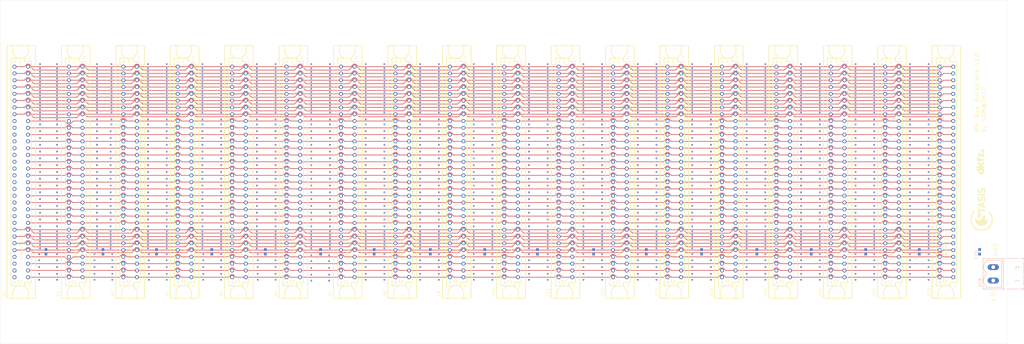
<source format=kicad_pcb>
(kicad_pcb (version 20240108) (generator "pcbnew") (generator_version "8.0")
  (layers (0 "F.Cu" signal) (31 "B.Cu" signal) (34 "B.Paste" user) (35 "F.Paste" user) (36 "B.SilkS" user "B.Silkscreen") (37 "F.SilkS" user "F.Silkscreen") (38 "B.Mask" user) (39 "F.Mask" user) (44 "Edge.Cuts" user))
  (net 0 "")
  (net 1 "GND")
  (net 2 "5V")
  (net 3 "SCLK")
  (net 4 "PICO")
  (net 5 "POCI")
  (net 6 "SS")
  (net 7 "SPI_RESET")
  (net 8 "A6")
  (net 9 "A7")
  (net 10 "UBL")
  (net 11 "A25")
  (net 12 "EXT_MOD_CLK")
  (net 13 "MOD_RESET")
  (net 14 "MOD_CLK_TIMING")
  (net 15 "DATA0")
  (net 16 "DATA1")
  (net 17 "DATA2")
  (net 18 "DATA3")
  (net 19 "DATA4")
  (net 20 "DATA5")
  (net 21 "DATA6")
  (net 22 "DATA7")
  (net 23 "DATA8")
  (net 24 "DATA9")
  (net 25 "DATA10")
  (net 26 "DATA11")
  (net 27 "DATA12")
  (net 28 "DATA13")
  (net 29 "DATA14")
  (net 30 "DATA15")
  (net 31 "ADDR0")
  (net 32 "ADDR1")
  (net 33 "ADDR2")
  (net 34 "ADDR3")
  (net 35 "ADDR4")
  (net 36 "ADDR5")
  (net 37 "ADDR6")
  (net 38 "ADDR7")
  (net 39 "CHIP0")
  (net 40 "CHIP1")
  (net 41 "PROG")
  (net 42 "RES")
  (net 43 "CLK")
  (net 44 "WE")
  (net 45 "C31")
  (net 46 "ENABLE")
  (footprint "" (layer "F.Cu") (at 191.6411 166.2536)
    (property "Reference" "@HOLE11" (hide yes))
    (property "Value" "")
  )
  (footprint "" (layer "F.Cu") (at 69.7211 43.7536)
    (property "Reference" "@HOLE24" (hide yes))
    (property "Value" "")
  )
  (footprint "Backplane:FAC64S_194" (layer "F.Cu") (at 191.9411 105.0036)
    (property "Reference" "X12")
    (property "Value" "FAC64S")
  )
  (footprint "" (layer "F.Cu") (at 69.7211 166.2536)
    (property "Reference" "@HOLE5" (hide yes))
    (property "Value" "")
  )
  (footprint "" (layer "F.Cu") (at 232.2811 43.7536)
    (property "Reference" "@HOLE32" (hide yes))
    (property "Value" "")
  )
  (footprint "Backplane:FAC64S_194" (layer "F.Cu") (at 151.3011 105.0036)
    (property "Reference" "X10")
    (property "Value" "FAC64S")
  )
  (footprint "" (layer "F.Cu") (at 151.0011 43.7536)
    (property "Reference" "@HOLE28" (hide yes))
    (property "Value" "")
  )
  (footprint "" (layer "F.Cu") (at 29.0811 166.2536)
    (property "Reference" "@HOLE3" (hide yes))
    (property "Value" "")
  )
  (footprint "" (layer "F.Cu") (at 110.3611 43.7536)
    (property "Reference" "@HOLE26" (hide yes))
    (property "Value" "")
  )
  (footprint "" (layer "F.Cu") (at 49.4011 166.2536)
    (property "Reference" "@HOLE4" (hide yes))
    (property "Value" "")
  )
  (footprint "Backplane:FAC64S_194" (layer "F.Cu") (at 49.7011 105.0036)
    (property "Reference" "X5")
    (property "Value" "FAC64S")
  )
  (footprint "Backplane:LOGO_STASIS" (layer "F.Cu") (at 327.2136 118.0211 90)
    (property "Reference" "U$1" (hide yes))
    (property "Value" "" (hide yes))
  )
  (footprint "" (layer "F.Cu") (at 191.6411 43.7536)
    (property "Reference" "@HOLE30" (hide yes))
    (property "Value" "")
  )
  (footprint "" (layer "F.Cu") (at -11.5589 166.2536)
    (property "Reference" "@HOLE1" (hide yes))
    (property "Value" "")
  )
  (footprint "" (layer "F.Cu") (at 90.0411 43.7536)
    (property "Reference" "@HOLE25" (hide yes))
    (property "Value" "")
  )
  (footprint "Backplane:FAC64S_194" (layer "F.Cu") (at 232.5811 105.0036)
    (property "Reference" "X14")
    (property "Value" "FAC64S")
  )
  (footprint "" (layer "F.Cu") (at 331.3411 166.2536)
    (property "Reference" "@HOLE18" (hide yes))
    (property "Value" "")
  )
  (footprint "" (layer "F.Cu") (at 293.2411 166.2536)
    (property "Reference" "@HOLE16" (hide yes))
    (property "Value" "")
  )
  (footprint "" (layer "F.Cu") (at 90.0411 166.2536)
    (property "Reference" "@HOLE6" (hide yes))
    (property "Value" "")
  )
  (footprint "" (layer "F.Cu") (at 331.3411 43.7536)
    (property "Reference" "@HOLE37" (hide yes))
    (property "Value" "")
  )
  (footprint "" (layer "F.Cu") (at 110.3611 166.2536)
    (property "Reference" "@HOLE7" (hide yes))
    (property "Value" "")
  )
  (footprint "Backplane:FAC64S_194" (layer "F.Cu") (at 212.2611 105.0036)
    (property "Reference" "X13")
    (property "Value" "FAC64S")
  )
  (footprint "" (layer "F.Cu") (at 211.9611 166.2536)
    (property "Reference" "@HOLE12" (hide yes))
    (property "Value" "")
  )
  (footprint "Backplane:FAC64S_194" (layer "F.Cu") (at 90.3411 105.0036)
    (property "Reference" "X7")
    (property "Value" "FAC64S")
  )
  (footprint "Backplane:LOGO_DKFZ" (layer "F.Cu") (at 327.8486 105.9561 90)
    (property "Reference" "U$2" (hide yes))
    (property "Value" "" (hide yes))
  )
  (footprint "" (layer "F.Cu") (at 8.7611 166.2536)
    (property "Reference" "@HOLE2" (hide yes))
    (property "Value" "")
  )
  (footprint "" (layer "F.Cu") (at -11.5589 43.7536)
    (property "Reference" "@HOLE20" (hide yes))
    (property "Value" "")
  )
  (footprint "" (layer "F.Cu") (at 252.6011 166.2536)
    (property "Reference" "@HOLE14" (hide yes))
    (property "Value" "")
  )
  (footprint "Backplane:FAC64S_194" (layer "F.Cu") (at 130.9811 105.0036)
    (property "Reference" "X9")
    (property "Value" "FAC64S")
  )
  (footprint "" (layer "F.Cu") (at 171.3211 166.2536)
    (property "Reference" "@HOLE10" (hide yes))
    (property "Value" "")
  )
  (footprint "Backplane:FAC64S_194" (layer "F.Cu") (at 293.5411 105.0036)
    (property "Reference" "X17")
    (property "Value" "FAC64S")
  )
  (footprint "" (layer "F.Cu") (at -31.8789 166.2536)
    (property "Reference" "@HOLE0" (hide yes))
    (property "Value" "")
  )
  (footprint "Backplane:FAC64S_194" (layer "F.Cu") (at 110.6611 105.0036)
    (property "Reference" "X8")
    (property "Value" "FAC64S")
  )
  (footprint "" (layer "F.Cu") (at 293.2411 43.7536)
    (property "Reference" "@HOLE35" (hide yes))
    (property "Value" "")
  )
  (footprint "Backplane:FAC64S_194" (layer "F.Cu") (at 29.3811 105.0036)
    (property "Reference" "X4")
    (property "Value" "FAC64S")
  )
  (footprint "" (layer "F.Cu") (at -31.8789 43.7536)
    (property "Reference" "@HOLE19" (hide yes))
    (property "Value" "")
  )
  (footprint "" (layer "F.Cu") (at 130.6811 166.2536)
    (property "Reference" "@HOLE8" (hide yes))
    (property "Value" "")
  )
  (footprint "" (layer "F.Cu") (at 171.3211 43.7536)
    (property "Reference" "@HOLE29" (hide yes))
    (property "Value" "")
  )
  (footprint "" (layer "F.Cu") (at 130.6811 43.7536)
    (property "Reference" "@HOLE27" (hide yes))
    (property "Value" "")
  )
  (footprint "" (layer "F.Cu") (at 8.7611 43.7536)
    (property "Reference" "@HOLE21" (hide yes))
    (property "Value" "")
  )
  (footprint "Backplane:FAC64S_194" (layer "F.Cu") (at 313.8611 105.0036)
    (property "Reference" "X18")
    (property "Value" "FAC64S")
  )
  (footprint "" (layer "F.Cu") (at 151.0011 166.2536)
    (property "Reference" "@HOLE9" (hide yes))
    (property "Value" "")
  )
  (footprint "" (layer "F.Cu") (at 211.9611 43.7536)
    (property "Reference" "@HOLE31" (hide yes))
    (property "Value" "")
  )
  (footprint "" (layer "F.Cu") (at 313.5611 43.7536)
    (property "Reference" "@HOLE36" (hide yes))
    (property "Value" "")
  )
  (footprint "" (layer "F.Cu") (at 272.9211 166.2536)
    (property "Reference" "@HOLE15" (hide yes))
    (property "Value" "")
  )
  (footprint "Backplane:FAC64S_194" (layer "F.Cu") (at -11.2589 105.0036)
    (property "Reference" "X2")
    (property "Value" "FAC64S")
  )
  (footprint "" (layer "F.Cu") (at 49.4011 43.7536)
    (property "Reference" "@HOLE23" (hide yes))
    (property "Value" "")
  )
  (footprint "Backplane:FAC64S_194" (layer "F.Cu") (at 70.0211 105.0036)
    (property "Reference" "X6")
    (property "Value" "FAC64S")
  )
  (footprint "Backplane:FAC64S_194" (layer "F.Cu") (at -31.5789 105.0036)
    (property "Reference" "X1")
    (property "Value" "FAC64S")
  )
  (footprint "Backplane:FAC64S_194" (layer "F.Cu") (at 171.6211 105.0036)
    (property "Reference" "X11")
    (property "Value" "FAC64S")
  )
  (footprint "Backplane:FAC64S_194" (layer "F.Cu") (at 9.0611 105.0036)
    (property "Reference" "X3")
    (property "Value" "FAC64S")
  )
  (footprint "Backplane:FAC64S_194" (layer "F.Cu") (at 273.2211 105.0036)
    (property "Reference" "X16")
    (property "Value" "FAC64S")
  )
  (footprint "" (layer "F.Cu") (at 272.9211 43.7536)
    (property "Reference" "@HOLE34" (hide yes))
    (property "Value" "")
  )
  (footprint "" (layer "F.Cu") (at 313.5611 166.2536)
    (property "Reference" "@HOLE17" (hide yes))
    (property "Value" "")
  )
  (footprint "" (layer "F.Cu") (at 232.2811 166.2536)
    (property "Reference" "@HOLE13" (hide yes))
    (property "Value" "")
  )
  (footprint "" (layer "F.Cu") (at 29.0811 43.7536)
    (property "Reference" "@HOLE22" (hide yes))
    (property "Value" "")
  )
  (footprint "" (layer "F.Cu") (at 252.6011 43.7536)
    (property "Reference" "@HOLE33" (hide yes))
    (property "Value" "")
  )
  (footprint "Backplane:FAC64S_194" (layer "F.Cu") (at 252.9011 105.0036)
    (property "Reference" "X15")
    (property "Value" "FAC64S")
  )
  (footprint "Backplane:C0603_334" (layer "B.Cu") (at 326.2611 134.8486 -90)
    (property "Reference" "C10")
    (property "Value" "10nF")
  )
  (footprint "Backplane:C0603_334" (layer "B.Cu") (at 121.1561 134.8486 -90)
    (property "Reference" "C14")
    (property "Value" "10nF")
  )
  (footprint "Backplane:C0603_334" (layer "B.Cu") (at 100.2011 134.8486 -90)
    (property "Reference" "C4")
    (property "Value" "10nF")
  )
  (footprint "Backplane:C0603_334" (layer "B.Cu") (at 161.1611 134.8486 -90)
    (property "Reference" "C6")
    (property "Value" "10nF")
  )
  (footprint "Backplane:C0603_334" (layer "B.Cu") (at 201.8011 134.8486 -90)
    (property "Reference" "C7")
    (property "Value" "10nF")
  )
  (footprint "Backplane:C0603_334" (layer "B.Cu") (at 182.1161 134.8486 -90)
    (property "Reference" "C15")
    (property "Value" "10nF")
  )
  (footprint "Backplane:C0603_334" (layer "B.Cu") (at 243.0761 134.8486 -90)
    (property "Reference" "C8")
    (property "Value" "10nF")
  )
  (footprint "Backplane:C0603_334" (layer "B.Cu") (at -1.0814 134.8486 -90)
    (property "Reference" "C11")
    (property "Value" "10nF")
  )
  (footprint "Backplane:C0603_334" (layer "B.Cu") (at 303.7186 134.8486 -90)
    (property "Reference" "C18")
    (property "Value" "10nF")
  )
  (footprint "Backplane:C0603_334" (layer "B.Cu") (at 18.9211 134.8486 -90)
    (property "Reference" "C2")
    (property "Value" "10nF")
  )
  (footprint "Backplane:C0603_334" (layer "B.Cu") (at 263.3961 134.8486 -90)
    (property "Reference" "C17")
    (property "Value" "10nF")
  )
  (footprint "Backplane:MSTBV2_175" (layer "B.Cu") (at 331.3411 143.1036 90)
    (property "Reference" "X19")
    (property "Value" "AKL320-2")
  )
  (footprint "Backplane:C0603_334" (layer "B.Cu") (at -22.3539 134.8486 -90)
    (property "Reference" "C1")
    (property "Value" "10nF")
  )
  (footprint "Backplane:C0603_334" (layer "B.Cu") (at 283.7161 134.8486 -90)
    (property "Reference" "C9")
    (property "Value" "10nF")
  )
  (footprint "Backplane:C0603_334" (layer "B.Cu") (at 141.4761 134.8486 -90)
    (property "Reference" "C5")
    (property "Value" "10nF")
  )
  (footprint "Backplane:C0603_334" (layer "B.Cu") (at 80.1986 134.8486 -90)
    (property "Reference" "C13")
    (property "Value" "10nF")
  )
  (footprint "Backplane:C0603_334" (layer "B.Cu") (at 59.5611 134.8486 -90)
    (property "Reference" "C3")
    (property "Value" "10nF")
  )
  (footprint "Backplane:C0603_334" (layer "B.Cu") (at 222.4386 134.8486 -90)
    (property "Reference" "C16")
    (property "Value" "10nF")
  )
  (footprint "Backplane:C0603_334" (layer "B.Cu") (at 39.5586 134.8486 -90)
    (property "Reference" "C12")
    (property "Value" "10nF")
  )
  (gr_line (start -39.4989 40.7286) (end -39.4989 169.2786) (stroke (width 0.05)) (layer "Edge.Cuts"))
  (gr_line (start 336.5011 40.7286) (end -39.4989 40.7286) (stroke (width 0.05)) (layer "Edge.Cuts"))
  (gr_line (start 336.5011 169.2786) (end 336.5011 40.7286) (stroke (width 0.05)) (layer "Edge.Cuts"))
  (gr_line (start -39.4989 169.2786) (end 336.5011 169.2786) (stroke (width 0.05)) (layer "Edge.Cuts"))
  (gr_text "MR-Bus Backplane V1.0\nby SOR@DKFZ" (at 328.8011 90.3986 90) (layer "F.SilkS") (effects (font (size 1.63576 1.63576) (thickness 0.14224)) (justify left bottom)))
  (gr_text "GND" (at 333.119202 136.758341 90) (layer "F.SilkS") (effects (font (size 1.63576 1.63576) (thickness 0.14224)) (justify left bottom)))
  (gr_text "+5V" (at 332.2936 153.8986 90) (layer "F.SilkS") (effects (font (size 1.63576 1.63576) (thickness 0.14224)) (justify left bottom)))
  (via (at 144.3336 132.3086) (size 0.6064) (drill 0.2) (layers "F.Cu" "B.Cu") (net 1))
  (via (at 246.2511 112.6236) (size 0.6064) (drill 0.2) (layers "F.Cu" "B.Cu") (net 1))
  (via (at 137.3486 127.2286) (size 0.6064) (drill 0.2) (layers "F.Cu" "B.Cu") (net 1))
  (via (at 246.2511 75.1586) (size 0.6064) (drill 0.2) (layers "F.Cu" "B.Cu") (net 1))
  (via (at -3.3039 70.0786) (size 0.6064) (drill 0.2) (layers "F.Cu" "B.Cu") (net 1))
  (via (at 185.2911 78.9686) (size 0.6064) (drill 0.2) (layers "F.Cu" "B.Cu") (net 1))
  (via (at 198.6261 77.6986) (size 0.6064) (drill 0.2) (layers "F.Cu" "B.Cu") (net 1))
  (via (at 144.3336 131.0386) (size 0.6064) (drill 0.2) (layers "F.Cu" "B.Cu") (net 1))
  (via (at 63.3711 105.0036) (size 0.6064) (drill 0.2) (layers "F.Cu" "B.Cu") (net 1))
  (via (at 97.0261 80.2386) (size 0.6064) (drill 0.2) (layers "F.Cu" "B.Cu") (net 1))
  (via (at 76.7061 73.8886) (size 0.6064) (drill 0.2) (layers "F.Cu" "B.Cu") (net 1))
  (via (at 266.5711 115.1636) (size 0.6064) (drill 0.2) (layers "F.Cu" "B.Cu") (net 1))
  (via (at 157.9861 132.3086) (size 0.6064) (drill 0.2) (layers "F.Cu" "B.Cu") (net 1))
  (via (at 36.0661 115.1636) (size 0.6064) (drill 0.2) (layers "F.Cu" "B.Cu") (net 1))
  (via (at 83.6911 81.5086) (size 0.6064) (drill 0.2) (layers "F.Cu" "B.Cu") (net 1))
  (via (at 300.2261 72.6186) (size 0.6064) (drill 0.2) (layers "F.Cu" "B.Cu") (net 1))
  (via (at 76.7061 97.3836) (size 0.6064) (drill 0.2) (layers "F.Cu" "B.Cu") (net 1))
  (via (at 97.0261 120.2436) (size 0.6064) (drill 0.2) (layers "F.Cu" "B.Cu") (net 1))
  (via (at 104.0111 70.0786) (size 0.6064) (drill 0.2) (layers "F.Cu" "B.Cu") (net 1))
  (via (at 36.0661 87.2236) (size 0.6064) (drill 0.2) (layers "F.Cu" "B.Cu") (net 1))
  (via (at 266.5711 133.5786) (size 0.6064) (drill 0.2) (layers "F.Cu" "B.Cu") (net 1))
  (via (at 22.7311 97.3836) (size 0.6064) (drill 0.2) (layers "F.Cu" "B.Cu") (net 1))
  (via (at -18.2264 84.0486) (size 0.6064) (drill 0.2) (layers "F.Cu" "B.Cu") (net 1))
  (via (at 218.9461 94.8436) (size 0.6064) (drill 0.2) (layers "F.Cu" "B.Cu") (net 1))
  (via (at 63.3711 80.2386) (size 0.6064) (drill 0.2) (layers "F.Cu" "B.Cu") (net 1))
  (via (at 246.2511 117.7036) (size 0.6064) (drill 0.2) (layers "F.Cu" "B.Cu") (net 1))
  (via (at 239.2661 131.0386) (size 0.6064) (drill 0.2) (layers "F.Cu" "B.Cu") (net 1))
  (via (at 307.2111 125.3236) (size 0.6064) (drill 0.2) (layers "F.Cu" "B.Cu") (net 1))
  (via (at 124.3311 76.4286) (size 0.6064) (drill 0.2) (layers "F.Cu" "B.Cu") (net 1))
  (via (at 63.3711 78.9686) (size 0.6064) (drill 0.2) (layers "F.Cu" "B.Cu") (net 1))
  (via (at 286.8911 78.9686) (size 0.6064) (drill 0.2) (layers "F.Cu" "B.Cu") (net 1))
  (via (at 164.9711 128.4986) (size 0.6064) (drill 0.2) (layers "F.Cu" "B.Cu") (net 1))
  (via (at 225.9311 89.7636) (size 0.6064) (drill 0.2) (layers "F.Cu" "B.Cu") (net 1))
  (via (at 144.3336 117.7036) (size 0.6064) (drill 0.2) (layers "F.Cu" "B.Cu") (net 1))
  (via (at 43.0511 89.7636) (size 0.6064) (drill 0.2) (layers "F.Cu" "B.Cu") (net 1))
  (via (at 178.3061 122.7836) (size 0.6064) (drill 0.2) (layers "F.Cu" "B.Cu") (net 1))
  (via (at -18.2264 92.3036) (size 0.6064) (drill 0.2) (layers "F.Cu" "B.Cu") (net 1))
  (via (at 144.3336 78.9686) (size 0.6064) (drill 0.2) (layers "F.Cu" "B.Cu") (net 1))
  (via (at 266.5711 77.6986) (size 0.6064) (drill 0.2) (layers "F.Cu" "B.Cu") (net 1))
  (via (at 97.0261 73.8886) (size 0.6064) (drill 0.2) (layers "F.Cu" "B.Cu") (net 1))
  (via (at 178.3061 64.6811) (size 0.6064) (drill 0.2) (layers "F.Cu" "B.Cu") (net 1))
  (via (at 36.0661 81.5086) (size 0.6064) (drill 0.2) (layers "F.Cu" "B.Cu") (net 1))
  (via (at 307.2111 133.5786) (size 0.6064) (drill 0.2) (layers "F.Cu" "B.Cu") (net 1))
  (via (at 185.2911 76.4286) (size 0.6064) (drill 0.2) (layers "F.Cu" "B.Cu") (net 1))
  (via (at 185.2911 72.6186) (size 0.6064) (drill 0.2) (layers "F.Cu" "B.Cu") (net 1))
  (via (at 246.2511 71.3486) (size 0.6064) (drill 0.2) (layers "F.Cu" "B.Cu") (net 1))
  (via (at 259.5861 80.2386) (size 0.6064) (drill 0.2) (layers "F.Cu" "B.Cu") (net 1))
  (via (at 63.3711 73.8886) (size 0.6064) (drill 0.2) (layers "F.Cu" "B.Cu") (net 1))
  (via (at 117.3461 112.6236) (size 0.6064) (drill 0.2) (layers "F.Cu" "B.Cu") (net 1))
  (via (at 144.3336 107.5436) (size 0.6064) (drill 0.2) (layers "F.Cu" "B.Cu") (net 1))
  (via (at 218.9461 107.5436) (size 0.6064) (drill 0.2) (layers "F.Cu" "B.Cu") (net 1))
  (via (at 266.5711 120.2436) (size 0.6064) (drill 0.2) (layers "F.Cu" "B.Cu") (net 1))
  (via (at 1.7761 125.3236) (size 0.6064) (drill 0.2) (layers "F.Cu" "B.Cu") (net 1))
  (via (at 178.3061 120.2436) (size 0.6064) (drill 0.2) (layers "F.Cu" "B.Cu") (net 1))
  (via (at 56.3861 128.4986) (size 0.6064) (drill 0.2) (layers "F.Cu" "B.Cu") (net 1))
  (via (at 104.0111 71.3486) (size 0.6064) (drill 0.2) (layers "F.Cu" "B.Cu") (net 1))
  (via (at -3.3039 85.3186) (size 0.6064) (drill 0.2) (layers "F.Cu" "B.Cu") (net 1))
  (via (at 286.8911 133.5786) (size 0.6064) (drill 0.2) (layers "F.Cu" "B.Cu") (net 1))
  (via (at 198.6261 73.8886) (size 0.6064) (drill 0.2) (layers "F.Cu" "B.Cu") (net 1))
  (via (at 2.0936 72.6186) (size 0.6064) (drill 0.2) (layers "F.Cu" "B.Cu") (net 1))
  (via (at 104.0111 85.3186) (size 0.6064) (drill 0.2) (layers "F.Cu" "B.Cu") (net 1))
  (via (at 246.2511 122.7836) (size 0.6064) (drill 0.2) (layers "F.Cu" "B.Cu") (net 1))
  (via (at 144.3336 67.5386) (size 0.6064) (drill 0.2) (layers "F.Cu" "B.Cu") (net 1))
  (via (at 15.7461 99.9236) (size 0.6064) (drill 0.2) (layers "F.Cu" "B.Cu") (net 1))
  (via (at 178.3061 67.5386) (size 0.6064) (drill 0.2) (layers "F.Cu" "B.Cu") (net 1))
  (via (at 279.9061 92.3036) (size 0.6064) (drill 0.2) (layers "F.Cu" "B.Cu") (net 1))
  (via (at 15.7461 122.7836) (size 0.6064) (drill 0.2) (layers "F.Cu" "B.Cu") (net 1))
  (via (at 198.6261 97.3836) (size 0.6064) (drill 0.2) (layers "F.Cu" "B.Cu") (net 1))
  (via (at 117.3461 94.8436) (size 0.6064) (drill 0.2) (layers "F.Cu" "B.Cu") (net 1))
  (via (at 22.7311 73.8886) (size 0.6064) (drill 0.2) (layers "F.Cu" "B.Cu") (net 1))
  (via (at 137.3486 67.5386) (size 0.6064) (drill 0.2) (layers "F.Cu" "B.Cu") (net 1))
  (via (at -18.2264 75.1586) (size 0.6064) (drill 0.2) (layers "F.Cu" "B.Cu") (net 1))
  (via (at 76.7061 77.6986) (size 0.6064) (drill 0.2) (layers "F.Cu" "B.Cu") (net 1))
  (via (at 246.2511 128.4986) (size 0.6064) (drill 0.2) (layers "F.Cu" "B.Cu") (net 1))
  (via (at 117.3461 122.7836) (size 0.6064) (drill 0.2) (layers "F.Cu" "B.Cu") (net 1))
  (via (at 36.0661 128.4986) (size 0.6064) (drill 0.2) (layers "F.Cu" "B.Cu") (net 1))
  (via (at 279.9061 128.4986) (size 0.6064) (drill 0.2) (layers "F.Cu" "B.Cu") (net 1))
  (via (at 15.7461 128.4986) (size 0.6064) (drill 0.2) (layers "F.Cu" "B.Cu") (net 1))
  (via (at 63.3711 66.2686) (size 0.6064) (drill 0.2) (layers "F.Cu" "B.Cu") (net 1))
  (via (at 2.0936 81.5086) (size 0.6064) (drill 0.2) (layers "F.Cu" "B.Cu") (net 1))
  (via (at 157.9861 89.7636) (size 0.6064) (drill 0.2) (layers "F.Cu" "B.Cu") (net 1))
  (via (at 22.7311 92.3036) (size 0.6064) (drill 0.2) (layers "F.Cu" "B.Cu") (net 1))
  (via (at 239.2661 89.7636) (size 0.6064) (drill 0.2) (layers "F.Cu" "B.Cu") (net 1))
  (via (at -24.5764 133.5786) (size 0.6064) (drill 0.2) (layers "F.Cu" "B.Cu") (net 1))
  (via (at 185.2911 75.1586) (size 0.6064) (drill 0.2) (layers "F.Cu" "B.Cu") (net 1))
  (via (at -18.2264 97.3836) (size 0.6064) (drill 0.2) (layers "F.Cu" "B.Cu") (net 1))
  (via (at 246.2511 107.5436) (size 0.6064) (drill 0.2) (layers "F.Cu" "B.Cu") (net 1))
  (via (at 178.3061 85.3186) (size 0.6064) (drill 0.2) (layers "F.Cu" "B.Cu") (net 1))
  (via (at 307.2111 82.7786) (size 0.6064) (drill 0.2) (layers "F.Cu" "B.Cu") (net 1))
  (via (at 97.0261 64.6811) (size 0.6064) (drill 0.2) (layers "F.Cu" "B.Cu") (net 1))
  (via (at 36.0661 80.2386) (size 0.6064) (drill 0.2) (layers "F.Cu" "B.Cu") (net 1))
  (via (at 43.0511 76.4286) (size 0.6064) (drill 0.2) (layers "F.Cu" "B.Cu") (net 1))
  (via (at 279.9061 131.0386) (size 0.6064) (drill 0.2) (layers "F.Cu" "B.Cu") (net 1))
  (via (at 117.3461 115.1636) (size 0.6064) (drill 0.2) (layers "F.Cu" "B.Cu") (net 1))
  (via (at 157.9861 122.7836) (size 0.6064) (drill 0.2) (layers "F.Cu" "B.Cu") (net 1))
  (via (at 218.9461 72.6186) (size 0.6064) (drill 0.2) (layers "F.Cu" "B.Cu") (net 1))
  (via (at 259.5861 120.2436) (size 0.6064) (drill 0.2) (layers "F.Cu" "B.Cu") (net 1))
  (via (at 43.0511 92.3036) (size 0.6064) (drill 0.2) (layers "F.Cu" "B.Cu") (net 1))
  (via (at 56.3861 127.2286) (size 0.6064) (drill 0.2) (layers "F.Cu" "B.Cu") (net 1))
  (via (at 259.5861 75.1586) (size 0.6064) (drill 0.2) (layers "F.Cu" "B.Cu") (net 1))
  (via (at 63.3711 75.1586) (size 0.6064) (drill 0.2) (layers "F.Cu" "B.Cu") (net 1))
  (via (at 43.0511 127.2286) (size 0.6064) (drill 0.2) (layers "F.Cu" "B.Cu") (net 1))
  (via (at 279.9061 107.5436) (size 0.6064) (drill 0.2) (layers "F.Cu" "B.Cu") (net 1))
  (via (at 97.0261 94.8436) (size 0.6064) (drill 0.2) (layers "F.Cu" "B.Cu") (net 1))
  (via (at 104.0111 131.0386) (size 0.6064) (drill 0.2) (layers "F.Cu" "B.Cu") (net 1))
  (via (at 124.3311 120.2436) (size 0.6064) (drill 0.2) (layers "F.Cu" "B.Cu") (net 1))
  (via (at 104.0111 127.2286) (size 0.6064) (drill 0.2) (layers "F.Cu" "B.Cu") (net 1))
  (via (at 266.5711 125.3236) (size 0.6064) (drill 0.2) (layers "F.Cu" "B.Cu") (net 1))
  (via (at 266.5711 112.6236) (size 0.6064) (drill 0.2) (layers "F.Cu" "B.Cu") (net 1))
  (via (at 1.7761 110.0836) (size 0.6064) (drill 0.2) (layers "F.Cu" "B.Cu") (net 1))
  (via (at 83.6911 125.3236) (size 0.6064) (drill 0.2) (layers "F.Cu" "B.Cu") (net 1))
  (via (at 300.2261 85.3186) (size 0.6064) (drill 0.2) (layers "F.Cu" "B.Cu") (net 1))
  (via (at 157.9861 105.0036) (size 0.6064) (drill 0.2) (layers "F.Cu" "B.Cu") (net 1))
  (via (at 279.9061 105.0036) (size 0.6064) (drill 0.2) (layers "F.Cu" "B.Cu") (net 1))
  (via (at 266.5711 131.0386) (size 0.6064) (drill 0.2) (layers "F.Cu" "B.Cu") (net 1))
  (via (at 205.6111 89.7636) (size 0.6064) (drill 0.2) (layers "F.Cu" "B.Cu") (net 1))
  (via (at 1.7761 128.4986) (size 0.6064) (drill 0.2) (layers "F.Cu" "B.Cu") (net 1))
  (via (at 225.9311 85.3186) (size 0.6064) (drill 0.2) (layers "F.Cu" "B.Cu") (net 1))
  (via (at 286.8911 120.2436) (size 0.6064) (drill 0.2) (layers "F.Cu" "B.Cu") (net 1))
  (via (at 259.5861 115.1636) (size 0.6064) (drill 0.2) (layers "F.Cu" "B.Cu") (net 1))
  (via (at 178.3061 131.0386) (size 0.6064) (drill 0.2) (layers "F.Cu" "B.Cu") (net 1))
  (via (at 239.2661 75.1586) (size 0.6064) (drill 0.2) (layers "F.Cu" "B.Cu") (net 1))
  (via (at 124.3311 129.7686) (size 0.6064) (drill 0.2) (layers "F.Cu" "B.Cu") (net 1))
  (via (at 144.3336 80.2386) (size 0.6064) (drill 0.2) (layers "F.Cu" "B.Cu") (net 1))
  (via (at 307.2111 129.7686) (size 0.6064) (drill 0.2) (layers "F.Cu" "B.Cu") (net 1))
  (via (at 117.3461 117.7036) (size 0.6064) (drill 0.2) (layers "F.Cu" "B.Cu") (net 1))
  (via (at 266.5711 85.3186) (size 0.6064) (drill 0.2) (layers "F.Cu" "B.Cu") (net 1))
  (via (at 198.6261 72.6186) (size 0.6064) (drill 0.2) (layers "F.Cu" "B.Cu") (net 1))
  (via (at 218.9461 70.0786) (size 0.6064) (drill 0.2) (layers "F.Cu" "B.Cu") (net 1))
  (via (at 63.3711 129.7686) (size 0.6064) (drill 0.2) (layers "F.Cu" "B.Cu") (net 1))
  (via (at 164.9711 120.2436) (size 0.6064) (drill 0.2) (layers "F.Cu" "B.Cu") (net 1))
  (via (at 259.5861 117.7036) (size 0.6064) (drill 0.2) (layers "F.Cu" "B.Cu") (net 1))
  (via (at 198.6261 102.4636) (size 0.6064) (drill 0.2) (layers "F.Cu" "B.Cu") (net 1))
  (via (at -18.2264 128.4986) (size 0.6064) (drill 0.2) (layers "F.Cu" "B.Cu") (net 1))
  (via (at 185.2911 64.6811) (size 0.6064) (drill 0.2) (layers "F.Cu" "B.Cu") (net 1))
  (via (at 164.9711 117.7036) (size 0.6064) (drill 0.2) (layers "F.Cu" "B.Cu") (net 1))
  (via (at 225.9311 94.8436) (size 0.6064) (drill 0.2) (layers "F.Cu" "B.Cu") (net 1))
  (via (at 259.5861 82.7786) (size 0.6064) (drill 0.2) (layers "F.Cu" "B.Cu") (net 1))
  (via (at 43.0511 112.6236) (size 0.6064) (drill 0.2) (layers "F.Cu" "B.Cu") (net 1))
  (via (at 104.0111 81.5086) (size 0.6064) (drill 0.2) (layers "F.Cu" "B.Cu") (net 1))
  (via (at 246.2511 115.1636) (size 0.6064) (drill 0.2) (layers "F.Cu" "B.Cu") (net 1))
  (via (at 259.5861 70.0786) (size 0.6064) (drill 0.2) (layers "F.Cu" "B.Cu") (net 1))
  (via (at 56.3861 73.8886) (size 0.6064) (drill 0.2) (layers "F.Cu" "B.Cu") (net 1))
  (via (at 43.0511 97.3836) (size 0.6064) (drill 0.2) (layers "F.Cu" "B.Cu") (net 1))
  (via (at 137.3486 110.0836) (size 0.6064) (drill 0.2) (layers "F.Cu" "B.Cu") (net 1))
  (via (at 239.2661 78.9686) (size 0.6064) (drill 0.2) (layers "F.Cu" "B.Cu") (net 1))
  (via (at 22.7311 107.5436) (size 0.6064) (drill 0.2) (layers "F.Cu" "B.Cu") (net 1))
  (via (at 266.5711 68.8086) (size 0.6064) (drill 0.2) (layers "F.Cu" "B.Cu") (net 1))
  (via (at 117.3461 110.0836) (size 0.6064) (drill 0.2) (layers "F.Cu" "B.Cu") (net 1))
  (via (at 117.3461 68.8086) (size 0.6064) (drill 0.2) (layers "F.Cu" "B.Cu") (net 1))
  (via (at 22.7311 131.0386) (size 0.6064) (drill 0.2) (layers "F.Cu" "B.Cu") (net 1))
  (via (at 144.3336 110.0836) (size 0.6064) (drill 0.2) (layers "F.Cu" "B.Cu") (net 1))
  (via (at 137.3486 131.0386) (size 0.6064) (drill 0.2) (layers "F.Cu" "B.Cu") (net 1))
  (via (at 83.6911 133.5786) (size 0.6064) (drill 0.2) (layers "F.Cu" "B.Cu") (net 1))
  (via (at 2.0936 73.8886) (size 0.6064) (drill 0.2) (layers "F.Cu" "B.Cu") (net 1))
  (via (at 63.3711 133.5786) (size 0.6064) (drill 0.2) (layers "F.Cu" "B.Cu") (net 1))
  (via (at 218.9461 81.5086) (size 0.6064) (drill 0.2) (layers "F.Cu" "B.Cu") (net 1))
  (via (at 124.3311 122.7836) (size 0.6064) (drill 0.2) (layers "F.Cu" "B.Cu") (net 1))
  (via (at 157.9861 75.1586) (size 0.6064) (drill 0.2) (layers "F.Cu" "B.Cu") (net 1))
  (via (at 279.9061 85.3186) (size 0.6064) (drill 0.2) (layers "F.Cu" "B.Cu") (net 1))
  (via (at -3.3039 128.4986) (size 0.6064) (drill 0.2) (layers "F.Cu" "B.Cu") (net 1))
  (via (at 266.5711 99.9236) (size 0.6064) (drill 0.2) (layers "F.Cu" "B.Cu") (net 1))
  (via (at 15.7461 89.7636) (size 0.6064) (drill 0.2) (layers "F.Cu" "B.Cu") (net 1))
  (via (at 104.0111 66.2686) (size 0.6064) (drill 0.2) (layers "F.Cu" "B.Cu") (net 1))
  (via (at 218.9461 127.2286) (size 0.6064) (drill 0.2) (layers "F.Cu" "B.Cu") (net 1))
  (via (at 137.3486 133.5786) (size 0.6064) (drill 0.2) (layers "F.Cu" "B.Cu") (net 1))
  (via (at -18.2264 99.9236) (size 0.6064) (drill 0.2) (layers "F.Cu" "B.Cu") (net 1))
  (via (at -3.3039 122.7836) (size 0.6064) (drill 0.2) (layers "F.Cu" "B.Cu") (net 1))
  (via (at 157.9861 68.8086) (size 0.6064) (drill 0.2) (layers "F.Cu" "B.Cu") (net 1))
  (via (at 76.7061 102.4636) (size 0.6064) (drill 0.2) (layers "F.Cu" "B.Cu") (net 1))
  (via (at 286.8911 131.0386) (size 0.6064) (drill 0.2) (layers "F.Cu" "B.Cu") (net 1))
  (via (at 178.3061 71.3486) (size 0.6064) (drill 0.2) (layers "F.Cu" "B.Cu") (net 1))
  (via (at 22.7311 105.0036) (size 0.6064) (drill 0.2) (layers "F.Cu" "B.Cu") (net 1))
  (via (at 218.9461 125.3236) (size 0.6064) (drill 0.2) (layers "F.Cu" "B.Cu") (net 1))
  (via (at 164.9711 131.0386) (size 0.6064) (drill 0.2) (layers "F.Cu" "B.Cu") (net 1))
  (via (at 246.2511 85.3186) (size 0.6064) (drill 0.2) (layers "F.Cu" "B.Cu") (net 1))
  (via (at 205.6111 72.6186) (size 0.6064) (drill 0.2) (layers "F.Cu" "B.Cu") (net 1))
  (via (at 76.7061 94.8436) (size 0.6064) (drill 0.2) (layers "F.Cu" "B.Cu") (net 1))
  (via (at 286.8911 105.0036) (size 0.6064) (drill 0.2) (layers "F.Cu" "B.Cu") (net 1))
  (via (at 124.3311 115.1636) (size 0.6064) (drill 0.2) (layers "F.Cu" "B.Cu") (net 1))
  (via (at 1.7761 133.5786) (size 0.6064) (drill 0.2) (layers "F.Cu" "B.Cu") (net 1))
  (via (at -24.5764 131.0386) (size 0.6064) (drill 0.2) (layers "F.Cu" "B.Cu") (net 1))
  (via (at 164.9711 66.2686) (size 0.6064) (drill 0.2) (layers "F.Cu" "B.Cu") (net 1))
  (via (at 76.7061 122.7836) (size 0.6064) (drill 0.2) (layers "F.Cu" "B.Cu") (net 1))
  (via (at 124.3311 81.5086) (size 0.6064) (drill 0.2) (layers "F.Cu" "B.Cu") (net 1))
  (via (at -3.3039 80.2386) (size 0.6064) (drill 0.2) (layers "F.Cu" "B.Cu") (net 1))
  (via (at 239.2661 67.5386) (size 0.6064) (drill 0.2) (layers "F.Cu" "B.Cu") (net 1))
  (via (at -24.5764 68.8086) (size 0.6064) (drill 0.2) (layers "F.Cu" "B.Cu") (net 1))
  (via (at 117.3461 67.5386) (size 0.6064) (drill 0.2) (layers "F.Cu" "B.Cu") (net 1))
  (via (at 239.2661 112.6236) (size 0.6064) (drill 0.2) (layers "F.Cu" "B.Cu") (net 1))
  (via (at 205.6111 128.4986) (size 0.6064) (drill 0.2) (layers "F.Cu" "B.Cu") (net 1))
  (via (at 157.9861 67.5386) (size 0.6064) (drill 0.2) (layers "F.Cu" "B.Cu") (net 1))
  (via (at 198.6261 70.0786) (size 0.6064) (drill 0.2) (layers "F.Cu" "B.Cu") (net 1))
  (via (at 246.2511 127.2286) (size 0.6064) (drill 0.2) (layers "F.Cu" "B.Cu") (net 1))
  (via (at 76.7061 99.9236) (size 0.6064) (drill 0.2) (layers "F.Cu" "B.Cu") (net 1))
  (via (at 286.8911 66.2686) (size 0.6064) (drill 0.2) (layers "F.Cu" "B.Cu") (net 1))
  (via (at 157.9861 70.0786) (size 0.6064) (drill 0.2) (layers "F.Cu" "B.Cu") (net 1))
  (via (at 157.9861 102.4636) (size 0.6064) (drill 0.2) (layers "F.Cu" "B.Cu") (net 1))
  (via (at 164.9711 133.5786) (size 0.6064) (drill 0.2) (layers "F.Cu" "B.Cu") (net 1))
  (via (at 198.6261 131.0386) (size 0.6064) (drill 0.2) (layers "F.Cu" "B.Cu") (net 1))
  (via (at 307.2111 73.8886) (size 0.6064) (drill 0.2) (layers "F.Cu" "B.Cu") (net 1))
  (via (at 157.9861 77.6986) (size 0.6064) (drill 0.2) (layers "F.Cu" "B.Cu") (net 1))
  (via (at 239.2661 120.2436) (size 0.6064) (drill 0.2) (layers "F.Cu" "B.Cu") (net 1))
  (via (at 157.9861 73.8886) (size 0.6064) (drill 0.2) (layers "F.Cu" "B.Cu") (net 1))
  (via (at 137.3486 89.7636) (size 0.6064) (drill 0.2) (layers "F.Cu" "B.Cu") (net 1))
  (via (at 144.3336 122.7836) (size 0.6064) (drill 0.2) (layers "F.Cu" "B.Cu") (net 1))
  (via (at 259.5861 64.6811) (size 0.6064) (drill 0.2) (layers "F.Cu" "B.Cu") (net 1))
  (via (at 239.2661 94.8436) (size 0.6064) (drill 0.2) (layers "F.Cu" "B.Cu") (net 1))
  (via (at 164.9711 85.3186) (size 0.6064) (drill 0.2) (layers "F.Cu" "B.Cu") (net 1))
  (via (at 104.0111 125.3236) (size 0.6064) (drill 0.2) (layers "F.Cu" "B.Cu") (net 1))
  (via (at 83.6911 80.2386) (size 0.6064) (drill 0.2) (layers "F.Cu" "B.Cu") (net 1))
  (via (at 1.7761 131.0386) (size 0.6064) (drill 0.2) (layers "F.Cu" "B.Cu") (net 1))
  (via (at 300.2261 64.6811) (size 0.6064) (drill 0.2) (layers "F.Cu" "B.Cu") (net 1))
  (via (at 218.9461 102.4636) (size 0.6064) (drill 0.2) (layers "F.Cu" "B.Cu") (net 1))
  (via (at -18.2264 67.5386) (size 0.6064) (drill 0.2) (layers "F.Cu" "B.Cu") (net 1))
  (via (at 83.6911 75.1586) (size 0.6064) (drill 0.2) (layers "F.Cu" "B.Cu") (net 1))
  (via (at 205.6111 127.2286) (size 0.6064) (drill 0.2) (layers "F.Cu" "B.Cu") (net 1))
  (via (at 15.7461 115.1636) (size 0.6064) (drill 0.2) (layers "F.Cu" "B.Cu") (net 1))
  (via (at 76.7061 131.0386) (size 0.6064) (drill 0.2) (layers "F.Cu" "B.Cu") (net 1))
  (via (at 124.3311 99.9236) (size 0.6064) (drill 0.2) (layers "F.Cu" "B.Cu") (net 1))
  (via (at 185.2911 107.5436) (size 0.6064) (drill 0.2) (layers "F.Cu" "B.Cu") (net 1))
  (via (at 246.2511 120.2436) (size 0.6064) (drill 0.2) (layers "F.Cu" "B.Cu") (net 1))
  (via (at 205.6111 87.2236) (size 0.6064) (drill 0.2) (layers "F.Cu" "B.Cu") (net 1))
  (via (at 185.2911 128.4986) (size 0.6064) (drill 0.2) (layers "F.Cu" "B.Cu") (net 1))
  (via (at 164.9711 107.5436) (size 0.6064) (drill 0.2) (layers "F.Cu" "B.Cu") (net 1))
  (via (at 76.7061 66.2686) (size 0.6064) (drill 0.2) (layers "F.Cu" "B.Cu") (net 1))
  (via (at 36.0661 76.4286) (size 0.6064) (drill 0.2) (layers "F.Cu" "B.Cu") (net 1))
  (via (at 307.2111 71.3486) (size 0.6064) (drill 0.2) (layers "F.Cu" "B.Cu") (net 1))
  (via (at 225.9311 68.8086) (size 0.6064) (drill 0.2) (layers "F.Cu" "B.Cu") (net 1))
  (via (at 97.0261 66.2686) (size 0.6064) (drill 0.2) (layers "F.Cu" "B.Cu") (net 1))
  (via (at 97.0261 107.5436) (size 0.6064) (drill 0.2) (layers "F.Cu" "B.Cu") (net 1))
  (via (at 279.9061 122.7836) (size 0.6064) (drill 0.2) (layers "F.Cu" "B.Cu") (net 1))
  (via (at 266.5711 80.2386) (size 0.6064) (drill 0.2) (layers "F.Cu" "B.Cu") (net 1))
  (via (at 300.2261 67.5386) (size 0.6064) (drill 0.2) (layers "F.Cu" "B.Cu") (net 1))
  (via (at 307.2111 127.2286) (size 0.6064) (drill 0.2) (layers "F.Cu" "B.Cu") (net 1))
  (via (at 104.0111 99.9236) (size 0.6064) (drill 0.2) (layers "F.Cu" "B.Cu") (net 1))
  (via (at 279.9061 67.5386) (size 0.6064) (drill 0.2) (layers "F.Cu" "B.Cu") (net 1))
  (via (at 205.6111 77.6986) (size 0.6064) (drill 0.2) (layers "F.Cu" "B.Cu") (net 1))
  (via (at -24.5764 87.2236) (size 0.6064) (drill 0.2) (layers "F.Cu" "B.Cu") (net 1))
  (via (at 300.2261 97.3836) (size 0.6064) (drill 0.2) (layers "F.Cu" "B.Cu") (net 1))
  (via (at 157.9861 115.1636) (size 0.6064) (drill 0.2) (layers "F.Cu" "B.Cu") (net 1))
  (via (at 259.5861 92.3036) (size 0.6064) (drill 0.2) (layers "F.Cu" "B.Cu") (net 1))
  (via (at 2.0936 87.2236) (size 0.6064) (drill 0.2) (layers "F.Cu" "B.Cu") (net 1))
  (via (at 124.3311 117.7036) (size 0.6064) (drill 0.2) (layers "F.Cu" "B.Cu") (net 1))
  (via (at 144.3336 89.7636) (size 0.6064) (drill 0.2) (layers "F.Cu" "B.Cu") (net 1))
  (via (at 117.3461 125.3236) (size 0.6064) (drill 0.2) (layers "F.Cu" "B.Cu") (net 1))
  (via (at -3.3039 127.2286) (size 0.6064) (drill 0.2) (layers "F.Cu" "B.Cu") (net 1))
  (via (at 83.6911 70.0786) (size 0.6064) (drill 0.2) (layers "F.Cu" "B.Cu") (net 1))
  (via (at 205.6111 82.7786) (size 0.6064) (drill 0.2) (layers "F.Cu" "B.Cu") (net 1))
  (via (at 124.3311 82.7786) (size 0.6064) (drill 0.2) (layers "F.Cu" "B.Cu") (net 1))
  (via (at 178.3061 73.8886) (size 0.6064) (drill 0.2) (layers "F.Cu" "B.Cu") (net 1))
  (via (at 198.6261 75.1586) (size 0.6064) (drill 0.2) (layers "F.Cu" "B.Cu") (net 1))
  (via (at 97.0261 127.2286) (size 0.6064) (drill 0.2) (layers "F.Cu" "B.Cu") (net 1))
  (via (at 56.3861 105.0036) (size 0.6064) (drill 0.2) (layers "F.Cu" "B.Cu") (net 1))
  (via (at 43.0511 64.6811) (size 0.6064) (drill 0.2) (layers "F.Cu" "B.Cu") (net 1))
  (via (at 259.5861 105.0036) (size 0.6064) (drill 0.2) (layers "F.Cu" "B.Cu") (net 1))
  (via (at 63.3711 128.4986) (size 0.6064) (drill 0.2) (layers "F.Cu" "B.Cu") (net 1))
  (via (at 198.6261 117.7036) (size 0.6064) (drill 0.2) (layers "F.Cu" "B.Cu") (net 1))
  (via (at 185.2911 131.0386) (size 0.6064) (drill 0.2) (layers "F.Cu" "B.Cu") (net 1))
  (via (at 307.2111 115.1636) (size 0.6064) (drill 0.2) (layers "F.Cu" "B.Cu") (net 1))
  (via (at 124.3311 67.5386) (size 0.6064) (drill 0.2) (layers "F.Cu" "B.Cu") (net 1))
  (via (at 15.7461 82.7786) (size 0.6064) (drill 0.2) (layers "F.Cu" "B.Cu") (net 1))
  (via (at 63.3711 70.0786) (size 0.6064) (drill 0.2) (layers "F.Cu" "B.Cu") (net 1))
  (via (at 117.3461 133.5786) (size 0.6064) (drill 0.2) (layers "F.Cu" "B.Cu") (net 1))
  (via (at 124.3311 89.7636) (size 0.6064) (drill 0.2) (layers "F.Cu" "B.Cu") (net 1))
  (via (at 307.2111 89.7636) (size 0.6064) (drill 0.2) (layers "F.Cu" "B.Cu") (net 1))
  (via (at 117.3461 87.2236) (size 0.6064) (drill 0.2) (layers "F.Cu" "B.Cu") (net 1))
  (via (at 185.2911 70.0786) (size 0.6064) (drill 0.2) (layers "F.Cu" "B.Cu") (net 1))
  (via (at 225.9311 112.6236) (size 0.6064) (drill 0.2) (layers "F.Cu" "B.Cu") (net 1))
  (via (at 144.3336 129.7686) (size 0.6064) (drill 0.2) (layers "F.Cu" "B.Cu") (net 1))
  (via (at -24.5764 117.7036) (size 0.6064) (drill 0.2) (layers "F.Cu" "B.Cu") (net 1))
  (via (at 43.0511 70.0786) (size 0.6064) (drill 0.2) (layers "F.Cu" "B.Cu") (net 1))
  (via (at 97.0261 67.5386) (size 0.6064) (drill 0.2) (layers "F.Cu" "B.Cu") (net 1))
  (via (at 104.0111 80.2386) (size 0.6064) (drill 0.2) (layers "F.Cu" "B.Cu") (net 1))
  (via (at 144.3336 72.6186) (size 0.6064) (drill 0.2) (layers "F.Cu" "B.Cu") (net 1))
  (via (at 56.3861 125.3236) (size 0.6064) (drill 0.2) (layers "F.Cu" "B.Cu") (net 1))
  (via (at 63.3711 85.3186) (size 0.6064) (drill 0.2) (layers "F.Cu" "B.Cu") (net 1))
  (via (at 300.2261 110.0836) (size 0.6064) (drill 0.2) (layers "F.Cu" "B.Cu") (net 1))
  (via (at 198.6261 89.7636) (size 0.6064) (drill 0.2) (layers "F.Cu" "B.Cu") (net 1))
  (via (at -18.2264 129.7686) (size 0.6064) (drill 0.2) (layers "F.Cu" "B.Cu") (net 1))
  (via (at 97.0261 117.7036) (size 0.6064) (drill 0.2) (layers "F.Cu" "B.Cu") (net 1))
  (via (at -18.2264 94.8436) (size 0.6064) (drill 0.2) (layers "F.Cu" "B.Cu") (net 1))
  (via (at 239.2661 82.7786) (size 0.6064) (drill 0.2) (layers "F.Cu" "B.Cu") (net 1))
  (via (at 185.2911 94.8436) (size 0.6064) (drill 0.2) (layers "F.Cu" "B.Cu") (net 1))
  (via (at 198.6261 128.4986) (size 0.6064) (drill 0.2) (layers "F.Cu" "B.Cu") (net 1))
  (via (at 63.3711 125.3236) (size 0.6064) (drill 0.2) (layers "F.Cu" "B.Cu") (net 1))
  (via (at 178.3061 117.7036) (size 0.6064) (drill 0.2) (layers "F.Cu" "B.Cu") (net 1))
  (via (at 246.2511 72.6186) (size 0.6064) (drill 0.2) (layers "F.Cu" "B.Cu") (net 1))
  (via (at 97.0261 75.1586) (size 0.6064) (drill 0.2) (layers "F.Cu" "B.Cu") (net 1))
  (via (at 117.3461 132.3086) (size 0.6064) (drill 0.2) (layers "F.Cu" "B.Cu") (net 1))
  (via (at 36.0661 78.9686) (size 0.6064) (drill 0.2) (layers "F.Cu" "B.Cu") (net 1))
  (via (at 178.3061 112.6236) (size 0.6064) (drill 0.2) (layers "F.Cu" "B.Cu") (net 1))
  (via (at -24.5764 122.7836) (size 0.6064) (drill 0.2) (layers "F.Cu" "B.Cu") (net 1))
  (via (at 225.9311 122.7836) (size 0.6064) (drill 0.2) (layers "F.Cu" "B.Cu") (net 1))
  (via (at 83.6911 92.3036) (size 0.6064) (drill 0.2) (layers "F.Cu" "B.Cu") (net 1))
  (via (at 36.0661 120.2436) (size 0.6064) (drill 0.2) (layers "F.Cu" "B.Cu") (net 1))
  (via (at 15.7461 68.8086) (size 0.6064) (drill 0.2) (layers "F.Cu" "B.Cu") (net 1))
  (via (at -18.2264 81.5086) (size 0.6064) (drill 0.2) (layers "F.Cu" "B.Cu") (net 1))
  (via (at -3.3039 82.7786) (size 0.6064) (drill 0.2) (layers "F.Cu" "B.Cu") (net 1))
  (via (at 124.3311 128.4986) (size 0.6064) (drill 0.2) (layers "F.Cu" "B.Cu") (net 1))
  (via (at 185.2911 87.2236) (size 0.6064) (drill 0.2) (layers "F.Cu" "B.Cu") (net 1))
  (via (at 104.0111 64.6811) (size 0.6064) (drill 0.2) (layers "F.Cu" "B.Cu") (net 1))
  (via (at 198.6261 115.1636) (size 0.6064) (drill 0.2) (layers "F.Cu" "B.Cu") (net 1))
  (via (at 36.0661 82.7786) (size 0.6064) (drill 0.2) (layers "F.Cu" "B.Cu") (net 1))
  (via (at 157.9861 110.0836) (size 0.6064) (drill 0.2) (layers "F.Cu" "B.Cu") (net 1))
  (via (at 144.3336 75.1586) (size 0.6064) (drill 0.2) (layers "F.Cu" "B.Cu") (net 1))
  (via (at 15.7461 87.2236) (size 0.6064) (drill 0.2) (layers "F.Cu" "B.Cu") (net 1))
  (via (at 185.2911 99.9236) (size 0.6064) (drill 0.2) (layers "F.Cu" "B.Cu") (net 1))
  (via (at 144.3336 76.4286) (size 0.6064) (drill 0.2) (layers "F.Cu" "B.Cu") (net 1))
  (via (at 178.3061 75.1586) (size 0.6064) (drill 0.2) (layers "F.Cu" "B.Cu") (net 1))
  (via (at 137.3486 64.6811) (size 0.6064) (drill 0.2) (layers "F.Cu" "B.Cu") (net 1))
  (via (at 104.0111 94.8436) (size 0.6064) (drill 0.2) (layers "F.Cu" "B.Cu") (net 1))
  (via (at -24.5764 120.2436) (size 0.6064) (drill 0.2) (layers "F.Cu" "B.Cu") (net 1))
  (via (at 300.2261 105.0036) (size 0.6064) (drill 0.2) (layers "F.Cu" "B.Cu") (net 1))
  (via (at 225.9311 78.9686) (size 0.6064) (drill 0.2) (layers "F.Cu" "B.Cu") (net 1))
  (via (at 56.3861 80.2386) (size 0.6064) (drill 0.2) (layers "F.Cu" "B.Cu") (net 1))
  (via (at -3.3039 73.8886) (size 0.6064) (drill 0.2) (layers "F.Cu" "B.Cu") (net 1))
  (via (at 307.2111 94.8436) (size 0.6064) (drill 0.2) (layers "F.Cu" "B.Cu") (net 1))
  (via (at 144.3336 85.3186) (size 0.6064) (drill 0.2) (layers "F.Cu" "B.Cu") (net 1))
  (via (at 1.7761 102.4636) (size 0.6064) (drill 0.2) (layers "F.Cu" "B.Cu") (net 1))
  (via (at 56.3861 110.0836) (size 0.6064) (drill 0.2) (layers "F.Cu" "B.Cu") (net 1))
  (via (at 205.6111 133.5786) (size 0.6064) (drill 0.2) (layers "F.Cu" "B.Cu") (net 1))
  (via (at 239.2661 127.2286) (size 0.6064) (drill 0.2) (layers "F.Cu" "B.Cu") (net 1))
  (via (at 63.3711 87.2236) (size 0.6064) (drill 0.2) (layers "F.Cu" "B.Cu") (net 1))
  (via (at 239.2661 107.5436) (size 0.6064) (drill 0.2) (layers "F.Cu" "B.Cu") (net 1))
  (via (at 300.2261 131.0386) (size 0.6064) (drill 0.2) (layers "F.Cu" "B.Cu") (net 1))
  (via (at 164.9711 110.0836) (size 0.6064) (drill 0.2) (layers "F.Cu" "B.Cu") (net 1))
  (via (at 1.7761 129.7686) (size 0.6064) (drill 0.2) (layers "F.Cu" "B.Cu") (net 1))
  (via (at -3.3039 92.3036) (size 0.6064) (drill 0.2) (layers "F.Cu" "B.Cu") (net 1))
  (via (at 124.3311 73.8886) (size 0.6064) (drill 0.2) (layers "F.Cu" "B.Cu") (net 1))
  (via (at 104.0111 89.7636) (size 0.6064) (drill 0.2) (layers "F.Cu" "B.Cu") (net 1))
  (via (at -3.3039 112.6236) (size 0.6064) (drill 0.2) (layers "F.Cu" "B.Cu") (net 1))
  (via (at 15.7461 76.4286) (size 0.6064) (drill 0.2) (layers "F.Cu" "B.Cu") (net 1))
  (via (at 266.5711 122.7836) (size 0.6064) (drill 0.2) (layers "F.Cu" "B.Cu") (net 1))
  (via (at -24.5764 125.3236) (size 0.6064) (drill 0.2) (layers "F.Cu" "B.Cu") (net 1))
  (via (at 15.7461 129.7686) (size 0.6064) (drill 0.2) (layers "F.Cu" "B.Cu") (net 1))
  (via (at 178.3061 72.6186) (size 0.6064) (drill 0.2) (layers "F.Cu" "B.Cu") (net 1))
  (via (at 266.5711 73.8886) (size 0.6064) (drill 0.2) (layers "F.Cu" "B.Cu") (net 1))
  (via (at 185.2911 77.6986) (size 0.6064) (drill 0.2) (layers "F.Cu" "B.Cu") (net 1))
  (via (at 185.2911 127.2286) (size 0.6064) (drill 0.2) (layers "F.Cu" "B.Cu") (net 1))
  (via (at 185.2911 112.6236) (size 0.6064) (drill 0.2) (layers "F.Cu" "B.Cu") (net 1))
  (via (at 76.7061 89.7636) (size 0.6064) (drill 0.2) (layers "F.Cu" "B.Cu") (net 1))
  (via (at 300.2261 115.1636) (size 0.6064) (drill 0.2) (layers "F.Cu" "B.Cu") (net 1))
  (via (at 286.8911 99.9236) (size 0.6064) (drill 0.2) (layers "F.Cu" "B.Cu") (net 1))
  (via (at -24.5764 112.6236) (size 0.6064) (drill 0.2) (layers "F.Cu" "B.Cu") (net 1))
  (via (at 205.6111 67.5386) (size 0.6064) (drill 0.2) (layers "F.Cu" "B.Cu") (net 1))
  (via (at -24.5764 89.7636) (size 0.6064) (drill 0.2) (layers "F.Cu" "B.Cu") (net 1))
  (via (at 239.2661 115.1636) (size 0.6064) (drill 0.2) (layers "F.Cu" "B.Cu") (net 1))
  (via (at 300.2261 133.5786) (size 0.6064) (drill 0.2) (layers "F.Cu" "B.Cu") (net 1))
  (via (at 43.0511 77.6986) (size 0.6064) (drill 0.2) (layers "F.Cu" "B.Cu") (net 1))
  (via (at 286.8911 107.5436) (size 0.6064) (drill 0.2) (layers "F.Cu" "B.Cu") (net 1))
  (via (at 239.2661 99.9236) (size 0.6064) (drill 0.2) (layers "F.Cu" "B.Cu") (net 1))
  (via (at 83.6911 64.6811) (size 0.6064) (drill 0.2) (layers "F.Cu" "B.Cu") (net 1))
  (via (at 225.9311 110.0836) (size 0.6064) (drill 0.2) (layers "F.Cu" "B.Cu") (net 1))
  (via (at 36.0661 75.1586) (size 0.6064) (drill 0.2) (layers "F.Cu" "B.Cu") (net 1))
  (via (at 36.0661 68.8086) (size 0.6064) (drill 0.2) (layers "F.Cu" "B.Cu") (net 1))
  (via (at 178.3061 94.8436) (size 0.6064) (drill 0.2) (layers "F.Cu" "B.Cu") (net 1))
  (via (at 83.6911 105.0036) (size 0.6064) (drill 0.2) (layers "F.Cu" "B.Cu") (net 1))
  (via (at 97.0261 131.0386) (size 0.6064) (drill 0.2) (layers "F.Cu" "B.Cu") (net 1))
  (via (at 205.6111 107.5436) (size 0.6064) (drill 0.2) (layers "F.Cu" "B.Cu") (net 1))
  (via (at 279.9061 82.7786) (size 0.6064) (drill 0.2) (layers "F.Cu" "B.Cu") (net 1))
  (via (at 205.6111 102.4636) (size 0.6064) (drill 0.2) (layers "F.Cu" "B.Cu") (net 1))
  (via (at 286.8911 80.2386) (size 0.6064) (drill 0.2) (layers "F.Cu" "B.Cu") (net 1))
  (via (at 185.2911 82.7786) (size 0.6064) (drill 0.2) (layers "F.Cu" "B.Cu") (net 1))
  (via (at 239.2661 122.7836) (size 0.6064) (drill 0.2) (layers "F.Cu" "B.Cu") (net 1))
  (via (at 225.9311 82.7786) (size 0.6064) (drill 0.2) (layers "F.Cu" "B.Cu") (net 1))
  (via (at 104.0111 87.2236) (size 0.6064) (drill 0.2) (layers "F.Cu" "B.Cu") (net 1))
  (via (at 225.9311 127.2286) (size 0.6064) (drill 0.2) (layers "F.Cu" "B.Cu") (net 1))
  (via (at 157.9861 127.2286) (size 0.6064) (drill 0.2) (layers "F.Cu" "B.Cu") (net 1))
  (via (at 178.3061 80.2386) (size 0.6064) (drill 0.2) (layers "F.Cu" "B.Cu") (net 1))
  (via (at 97.0261 82.7786) (size 0.6064) (drill 0.2) (layers "F.Cu" "B.Cu") (net 1))
  (via (at 259.5861 107.5436) (size 0.6064) (drill 0.2) (layers "F.Cu" "B.Cu") (net 1))
  (via (at 246.2511 92.3036) (size 0.6064) (drill 0.2) (layers "F.Cu" "B.Cu") (net 1))
  (via (at 198.6261 122.7836) (size 0.6064) (drill 0.2) (layers "F.Cu" "B.Cu") (net 1))
  (via (at 36.0661 71.3486) (size 0.6064) (drill 0.2) (layers "F.Cu" "B.Cu") (net 1))
  (via (at 279.9061 112.6236) (size 0.6064) (drill 0.2) (layers "F.Cu" "B.Cu") (net 1))
  (via (at 56.3861 120.2436) (size 0.6064) (drill 0.2) (layers "F.Cu" "B.Cu") (net 1))
  (via (at 286.8911 129.7686) (size 0.6064) (drill 0.2) (layers "F.Cu" "B.Cu") (net 1))
  (via (at 56.3861 72.6186) (size 0.6064) (drill 0.2) (layers "F.Cu" "B.Cu") (net 1))
  (via (at 185.2911 122.7836) (size 0.6064) (drill 0.2) (layers "F.Cu" "B.Cu") (net 1))
  (via (at 239.2661 92.3036) (size 0.6064) (drill 0.2) (layers "F.Cu" "B.Cu") (net 1))
  (via (at 218.9461 92.3036) (size 0.6064) (drill 0.2) (layers "F.Cu" "B.Cu") (net 1))
  (via (at -18.2264 105.0036) (size 0.6064) (drill 0.2) (layers "F.Cu" "B.Cu") (net 1))
  (via (at -18.2264 115.1636) (size 0.6064) (drill 0.2) (layers "F.Cu" "B.Cu") (net 1))
  (via (at 205.6111 129.7686) (size 0.6064) (drill 0.2) (layers "F.Cu" "B.Cu") (net 1))
  (via (at 286.8911 89.7636) (size 0.6064) (drill 0.2) (layers "F.Cu" "B.Cu") (net 1))
  (via (at 266.5711 64.6811) (size 0.6064) (drill 0.2) (layers "F.Cu" "B.Cu") (net 1))
  (via (at 63.3711 132.3086) (size 0.6064) (drill 0.2) (layers "F.Cu" "B.Cu") (net 1))
  (via (at 218.9461 82.7786) (size 0.6064) (drill 0.2) (layers "F.Cu" "B.Cu") (net 1))
  (via (at 124.3311 64.6811) (size 0.6064) (drill 0.2) (layers "F.Cu" "B.Cu") (net 1))
  (via (at 259.5861 67.5386) (size 0.6064) (drill 0.2) (layers "F.Cu" "B.Cu") (net 1))
  (via (at 286.8911 128.4986) (size 0.6064) (drill 0.2) (layers "F.Cu" "B.Cu") (net 1))
  (via (at 286.8911 67.5386) (size 0.6064) (drill 0.2) (layers "F.Cu" "B.Cu") (net 1))
  (via (at 300.2261 129.7686) (size 0.6064) (drill 0.2) (layers "F.Cu" "B.Cu") (net 1))
  (via (at 157.9861 129.7686) (size 0.6064) (drill 0.2) (layers "F.Cu" "B.Cu") (net 1))
  (via (at 56.3861 81.5086) (size 0.6064) (drill 0.2) (layers "F.Cu" "B.Cu") (net 1))
  (via (at 97.0261 71.3486) (size 0.6064) (drill 0.2) (layers "F.Cu" "B.Cu") (net 1))
  (via (at 246.2511 68.8086) (size 0.6064) (drill 0.2) (layers "F.Cu" "B.Cu") (net 1))
  (via (at 157.9861 107.5436) (size 0.6064) (drill 0.2) (layers "F.Cu" "B.Cu") (net 1))
  (via (at 225.9311 87.2236) (size 0.6064) (drill 0.2) (layers "F.Cu" "B.Cu") (net 1))
  (via (at 246.2511 76.4286) (size 0.6064) (drill 0.2) (layers "F.Cu" "B.Cu") (net 1))
  (via (at 144.3336 71.3486) (size 0.6064) (drill 0.2) (layers "F.Cu" "B.Cu") (net 1))
  (via (at 286.8911 76.4286) (size 0.6064) (drill 0.2) (layers "F.Cu" "B.Cu") (net 1))
  (via (at 307.2111 120.2436) (size 0.6064) (drill 0.2) (layers "F.Cu" "B.Cu") (net 1))
  (via (at 307.2111 75.1586) (size 0.6064) (drill 0.2) (layers "F.Cu" "B.Cu") (net 1))
  (via (at 246.2511 66.2686) (size 0.6064) (drill 0.2) (layers "F.Cu" "B.Cu") (net 1))
  (via (at -3.3039 66.2686) (size 0.6064) (drill 0.2) (layers "F.Cu" "B.Cu") (net 1))
  (via (at 239.2661 80.2386) (size 0.6064) (drill 0.2) (layers "F.Cu" "B.Cu") (net 1))
  (via (at 97.0261 76.4286) (size 0.6064) (drill 0.2) (layers "F.Cu" "B.Cu") (net 1))
  (via (at 22.7311 78.9686) (size 0.6064) (drill 0.2) (layers "F.Cu" "B.Cu") (net 1))
  (via (at 218.9461 133.5786) (size 0.6064) (drill 0.2) (layers "F.Cu" "B.Cu") (net 1))
  (via (at -3.3039 64.6811) (size 0.6064) (drill 0.2) (layers "F.Cu" "B.Cu") (net 1))
  (via (at 117.3461 120.2436) (size 0.6064) (drill 0.2) (layers "F.Cu" "B.Cu") (net 1))
  (via (at 185.2911 92.3036) (size 0.6064) (drill 0.2) (layers "F.Cu" "B.Cu") (net 1))
  (via (at 307.2111 70.0786) (size 0.6064) (drill 0.2) (layers "F.Cu" "B.Cu") (net 1))
  (via (at 307.2111 92.3036) (size 0.6064) (drill 0.2) (layers "F.Cu" "B.Cu") (net 1))
  (via (at 198.6261 64.6811) (size 0.6064) (drill 0.2) (layers "F.Cu" "B.Cu") (net 1))
  (via (at 22.7311 75.1586) (size 0.6064) (drill 0.2) (layers "F.Cu" "B.Cu") (net 1))
  (via (at 164.9711 71.3486) (size 0.6064) (drill 0.2) (layers "F.Cu" "B.Cu") (net 1))
  (via (at 205.6111 68.8086) (size 0.6064) (drill 0.2) (layers "F.Cu" "B.Cu") (net 1))
  (via (at -24.5764 107.5436) (size 0.6064) (drill 0.2) (layers "F.Cu" "B.Cu") (net 1))
  (via (at 300.2261 127.2286) (size 0.6064) (drill 0.2) (layers "F.Cu" "B.Cu") (net 1))
  (via (at 239.2661 72.6186) (size 0.6064) (drill 0.2) (layers "F.Cu" "B.Cu") (net 1))
  (via (at 43.0511 99.9236) (size 0.6064) (drill 0.2) (layers "F.Cu" "B.Cu") (net 1))
  (via (at 1.7761 94.8436) (size 0.6064) (drill 0.2) (layers "F.Cu" "B.Cu") (net 1))
  (via (at 279.9061 78.9686) (size 0.6064) (drill 0.2) (layers "F.Cu" "B.Cu") (net 1))
  (via (at 137.3486 92.3036) (size 0.6064) (drill 0.2) (layers "F.Cu" "B.Cu") (net 1))
  (via (at 137.3486 81.5086) (size 0.6064) (drill 0.2) (layers "F.Cu" "B.Cu") (net 1))
  (via (at 137.3486 99.9236) (size 0.6064) (drill 0.2) (layers "F.Cu" "B.Cu") (net 1))
  (via (at 157.9861 66.2686) (size 0.6064) (drill 0.2) (layers "F.Cu" "B.Cu") (net 1))
  (via (at 157.9861 99.9236) (size 0.6064) (drill 0.2) (layers "F.Cu" "B.Cu") (net 1))
  (via (at 144.3336 66.2686) (size 0.6064) (drill 0.2) (layers "F.Cu" "B.Cu") (net 1))
  (via (at 185.2911 81.5086) (size 0.6064) (drill 0.2) (layers "F.Cu" "B.Cu") (net 1))
  (via (at 15.7461 133.5786) (size 0.6064) (drill 0.2) (layers "F.Cu" "B.Cu") (net 1))
  (via (at 218.9461 128.4986) (size 0.6064) (drill 0.2) (layers "F.Cu" "B.Cu") (net 1))
  (via (at 97.0261 97.3836) (size 0.6064) (drill 0.2) (layers "F.Cu" "B.Cu") (net 1))
  (via (at 198.6261 87.2236) (size 0.6064) (drill 0.2) (layers "F.Cu" "B.Cu") (net 1))
  (via (at 63.3711 77.6986) (size 0.6064) (drill 0.2) (layers "F.Cu" "B.Cu") (net 1))
  (via (at 117.3461 107.5436) (size 0.6064) (drill 0.2) (layers "F.Cu" "B.Cu") (net 1))
  (via (at 137.3486 87.2236) (size 0.6064) (drill 0.2) (layers "F.Cu" "B.Cu") (net 1))
  (via (at 218.9461 71.3486) (size 0.6064) (drill 0.2) (layers "F.Cu" "B.Cu") (net 1))
  (via (at 137.3486 102.4636) (size 0.6064) (drill 0.2) (layers "F.Cu" "B.Cu") (net 1))
  (via (at -24.5764 129.7686) (size 0.6064) (drill 0.2) (layers "F.Cu" "B.Cu") (net 1))
  (via (at 218.9461 115.1636) (size 0.6064) (drill 0.2) (layers "F.Cu" "B.Cu") (net 1))
  (via (at 164.9711 72.6186) (size 0.6064) (drill 0.2) (layers "F.Cu" "B.Cu") (net 1))
  (via (at 279.9061 68.8086) (size 0.6064) (drill 0.2) (layers "F.Cu" "B.Cu") (net 1))
  (via (at 300.2261 82.7786) (size 0.6064) (drill 0.2) (layers "F.Cu" "B.Cu") (net 1))
  (via (at 144.3336 102.4636) (size 0.6064) (drill 0.2) (layers "F.Cu" "B.Cu") (net 1))
  (via (at 259.5861 127.2286) (size 0.6064) (drill 0.2) (layers "F.Cu" "B.Cu") (net 1))
  (via (at 36.0661 64.6811) (size 0.6064) (drill 0.2) (layers "F.Cu" "B.Cu") (net 1))
  (via (at 225.9311 80.2386) (size 0.6064) (drill 0.2) (layers "F.Cu" "B.Cu") (net 1))
  (via (at 15.7461 132.3086) (size 0.6064) (drill 0.2) (layers "F.Cu" "B.Cu") (net 1))
  (via (at 22.7311 71.3486) (size 0.6064) (drill 0.2) (layers "F.Cu" "B.Cu") (net 1))
  (via (at 279.9061 64.6811) (size 0.6064) (drill 0.2) (layers "F.Cu" "B.Cu") (net 1))
  (via (at 137.3486 112.6236) (size 0.6064) (drill 0.2) (layers "F.Cu" "B.Cu") (net 1))
  (via (at 279.9061 71.3486) (size 0.6064) (drill 0.2) (layers "F.Cu" "B.Cu") (net 1))
  (via (at 164.9711 82.7786) (size 0.6064) (drill 0.2) (layers "F.Cu" "B.Cu") (net 1))
  (via (at 63.3711 76.4286) (size 0.6064) (drill 0.2) (layers "F.Cu" "B.Cu") (net 1))
  (via (at 117.3461 89.7636) (size 0.6064) (drill 0.2) (layers "F.Cu" "B.Cu") (net 1))
  (via (at 239.2661 71.3486) (size 0.6064) (drill 0.2) (layers "F.Cu" "B.Cu") (net 1))
  (via (at 56.3861 129.7686) (size 0.6064) (drill 0.2) (layers "F.Cu" "B.Cu") (net 1))
  (via (at 43.0511 125.3236) (size 0.6064) (drill 0.2) (layers "F.Cu" "B.Cu") (net 1))
  (via (at 22.7311 81.5086) (size 0.6064) (drill 0.2) (layers "F.Cu" "B.Cu") (net 1))
  (via (at -18.2264 85.3186) (size 0.6064) (drill 0.2) (layers "F.Cu" "B.Cu") (net 1))
  (via (at 185.2911 89.7636) (size 0.6064) (drill 0.2) (layers "F.Cu" "B.Cu") (net 1))
  (via (at 43.0511 78.9686) (size 0.6064) (drill 0.2) (layers "F.Cu" "B.Cu") (net 1))
  (via (at 83.6911 66.2686) (size 0.6064) (drill 0.2) (layers "F.Cu" "B.Cu") (net 1))
  (via (at 205.6111 117.7036) (size 0.6064) (drill 0.2) (layers "F.Cu" "B.Cu") (net 1))
  (via (at 185.2911 85.3186) (size 0.6064) (drill 0.2) (layers "F.Cu" "B.Cu") (net 1))
  (via (at 137.3486 129.7686) (size 0.6064) (drill 0.2) (layers "F.Cu" "B.Cu") (net 1))
  (via (at 15.7461 97.3836) (size 0.6064) (drill 0.2) (layers "F.Cu" "B.Cu") (net 1))
  (via (at 104.0111 72.6186) (size 0.6064) (drill 0.2) (layers "F.Cu" "B.Cu") (net 1))
  (via (at 259.5861 76.4286) (size 0.6064) (drill 0.2) (layers "F.Cu" "B.Cu") (net 1))
  (via (at 83.6911 128.4986) (size 0.6064) (drill 0.2) (layers "F.Cu" "B.Cu") (net 1))
  (via (at 83.6911 73.8886) (size 0.6064) (drill 0.2) (layers "F.Cu" "B.Cu") (net 1))
  (via (at 144.3336 133.5786) (size 0.6064) (drill 0.2) (layers "F.Cu" "B.Cu") (net 1))
  (via (at 185.2911 129.7686) (size 0.6064) (drill 0.2) (layers "F.Cu" "B.Cu") (net 1))
  (via (at 178.3061 89.7636) (size 0.6064) (drill 0.2) (layers "F.Cu" "B.Cu") (net 1))
  (via (at 137.3486 71.3486) (size 0.6064) (drill 0.2) (layers "F.Cu" "B.Cu") (net 1))
  (via (at 259.5861 110.0836) (size 0.6064) (drill 0.2) (layers "F.Cu" "B.Cu") (net 1))
  (via (at 164.9711 80.2386) (size 0.6064) (drill 0.2) (layers "F.Cu" "B.Cu") (net 1))
  (via (at 36.0661 67.5386) (size 0.6064) (drill 0.2) (layers "F.Cu" "B.Cu") (net 1))
  (via (at 83.6911 102.4636) (size 0.6064) (drill 0.2) (layers "F.Cu" "B.Cu") (net 1))
  (via (at 259.5861 77.6986) (size 0.6064) (drill 0.2) (layers "F.Cu" "B.Cu") (net 1))
  (via (at 22.7311 110.0836) (size 0.6064) (drill 0.2) (layers "F.Cu" "B.Cu") (net 1))
  (via (at 76.7061 133.5786) (size 0.6064) (drill 0.2) (layers "F.Cu" "B.Cu") (net 1))
  (via (at 137.3486 115.1636) (size 0.6064) (drill 0.2) (layers "F.Cu" "B.Cu") (net 1))
  (via (at 83.6911 82.7786) (size 0.6064) (drill 0.2) (layers "F.Cu" "B.Cu") (net 1))
  (via (at -24.5764 67.5386) (size 0.6064) (drill 0.2) (layers "F.Cu" "B.Cu") (net 1))
  (via (at 279.9061 87.2236) (size 0.6064) (drill 0.2) (layers "F.Cu" "B.Cu") (net 1))
  (via (at 185.2911 68.8086) (size 0.6064) (drill 0.2) (layers "F.Cu" "B.Cu") (net 1))
  (via (at 218.9461 78.9686) (size 0.6064) (drill 0.2) (layers "F.Cu" "B.Cu") (net 1))
  (via (at 164.9711 94.8436) (size 0.6064) (drill 0.2) (layers "F.Cu" "B.Cu") (net 1))
  (via (at 137.3486 66.2686) (size 0.6064) (drill 0.2) (layers "F.Cu" "B.Cu") (net 1))
  (via (at 22.7311 99.9236) (size 0.6064) (drill 0.2) (layers "F.Cu" "B.Cu") (net 1))
  (via (at 279.9061 97.3836) (size 0.6064) (drill 0.2) (layers "F.Cu" "B.Cu") (net 1))
  (via (at 205.6111 71.3486) (size 0.6064) (drill 0.2) (layers "F.Cu" "B.Cu") (net 1))
  (via (at -18.2264 71.3486) (size 0.6064) (drill 0.2) (layers "F.Cu" "B.Cu") (net 1))
  (via (at 225.9311 132.3086) (size 0.6064) (drill 0.2) (layers "F.Cu" "B.Cu") (net 1))
  (via (at 164.9711 68.8086) (size 0.6064) (drill 0.2) (layers "F.Cu" "B.Cu") (net 1))
  (via (at 1.7761 115.1636) (size 0.6064) (drill 0.2) (layers "F.Cu" "B.Cu") (net 1))
  (via (at 2.0936 78.9686) (size 0.6064) (drill 0.2) (layers "F.Cu" "B.Cu") (net 1))
  (via (at 104.0111 75.1586) (size 0.6064) (drill 0.2) (layers "F.Cu" "B.Cu") (net 1))
  (via (at 144.3336 105.0036) (size 0.6064) (drill 0.2) (layers "F.Cu" "B.Cu") (net 1))
  (via (at 144.3336 81.5086) (size 0.6064) (drill 0.2) (layers "F.Cu" "B.Cu") (net 1))
  (via (at 22.7311 64.6811) (size 0.6064) (drill 0.2) (layers "F.Cu" "B.Cu") (net 1))
  (via (at 218.9461 68.8086) (size 0.6064) (drill 0.2) (layers "F.Cu" "B.Cu") (net 1))
  (via (at 63.3711 92.3036) (size 0.6064) (drill 0.2) (layers "F.Cu" "B.Cu") (net 1))
  (via (at 157.9861 72.6186) (size 0.6064) (drill 0.2) (layers "F.Cu" "B.Cu") (net 1))
  (via (at 307.2111 72.6186) (size 0.6064) (drill 0.2) (layers "F.Cu" "B.Cu") (net 1))
  (via (at 144.3336 82.7786) (size 0.6064) (drill 0.2) (layers "F.Cu" "B.Cu") (net 1))
  (via (at 300.2261 122.7836) (size 0.6064) (drill 0.2) (layers "F.Cu" "B.Cu") (net 1))
  (via (at 266.5711 105.0036) (size 0.6064) (drill 0.2) (layers "F.Cu" "B.Cu") (net 1))
  (via (at 286.8911 97.3836) (size 0.6064) (drill 0.2) (layers "F.Cu" "B.Cu") (net 1))
  (via (at 97.0261 133.5786) (size 0.6064) (drill 0.2) (layers "F.Cu" "B.Cu") (net 1))
  (via (at 63.3711 97.3836) (size 0.6064) (drill 0.2) (layers "F.Cu" "B.Cu") (net 1))
  (via (at 205.6111 105.0036) (size 0.6064) (drill 0.2) (layers "F.Cu" "B.Cu") (net 1))
  (via (at 279.9061 80.2386) (size 0.6064) (drill 0.2) (layers "F.Cu" "B.Cu") (net 1))
  (via (at 246.2511 129.7686) (size 0.6064) (drill 0.2) (layers "F.Cu" "B.Cu") (net 1))
  (via (at 97.0261 81.5086) (size 0.6064) (drill 0.2) (layers "F.Cu" "B.Cu") (net 1))
  (via (at 246.2511 81.5086) (size 0.6064) (drill 0.2) (layers "F.Cu" "B.Cu") (net 1))
  (via (at 239.2661 66.2686) (size 0.6064) (drill 0.2) (layers "F.Cu" "B.Cu") (net 1))
  (via (at 43.0511 80.2386) (size 0.6064) (drill 0.2) (layers "F.Cu" "B.Cu") (net 1))
  (via (at 239.2661 132.3086) (size 0.6064) (drill 0.2) (layers "F.Cu" "B.Cu") (net 1))
  (via (at 198.6261 94.8436) (size 0.6064) (drill 0.2) (layers "F.Cu" "B.Cu") (net 1))
  (via (at 286.8911 117.7036) (size 0.6064) (drill 0.2) (layers "F.Cu" "B.Cu") (net 1))
  (via (at 144.3336 128.4986) (size 0.6064) (drill 0.2) (layers "F.Cu" "B.Cu") (net 1))
  (via (at 185.2911 132.3086) (size 0.6064) (drill 0.2) (layers "F.Cu" "B.Cu") (net 1))
  (via (at 279.9061 66.2686) (size 0.6064) (drill 0.2) (layers "F.Cu" "B.Cu") (net 1))
  (via (at 198.6261 71.3486) (size 0.6064) (drill 0.2) (layers "F.Cu" "B.Cu") (net 1))
  (via (at 205.6111 78.9686) (size 0.6064) (drill 0.2) (layers "F.Cu" "B.Cu") (net 1))
  (via (at 198.6261 68.8086) (size 0.6064) (drill 0.2) (layers "F.Cu" "B.Cu") (net 1))
  (via (at 144.3336 73.8886) (size 0.6064) (drill 0.2) (layers "F.Cu" "B.Cu") (net 1))
  (via (at 300.2261 77.6986) (size 0.6064) (drill 0.2) (layers "F.Cu" "B.Cu") (net 1))
  (via (at 279.9061 94.8436) (size 0.6064) (drill 0.2) (layers "F.Cu" "B.Cu") (net 1))
  (via (at 83.6911 107.5436) (size 0.6064) (drill 0.2) (layers "F.Cu" "B.Cu") (net 1))
  (via (at 43.0511 85.3186) (size 0.6064) (drill 0.2) (layers "F.Cu" "B.Cu") (net 1))
  (via (at -24.5764 70.0786) (size 0.6064) (drill 0.2) (layers "F.Cu" "B.Cu") (net 1))
  (via (at 36.0661 102.4636) (size 0.6064) (drill 0.2) (layers "F.Cu" "B.Cu") (net 1))
  (via (at 104.0111 107.5436) (size 0.6064) (drill 0.2) (layers "F.Cu" "B.Cu") (net 1))
  (via (at 1.7761 107.5436) (size 0.6064) (drill 0.2) (layers "F.Cu" "B.Cu") (net 1))
  (via (at 300.2261 132.3086) (size 0.6064) (drill 0.2) (layers "F.Cu" "B.Cu") (net 1))
  (via (at 43.0511 131.0386) (size 0.6064) (drill 0.2) (layers "F.Cu" "B.Cu") (net 1))
  (via (at 83.6911 112.6236) (size 0.6064) (drill 0.2) (layers "F.Cu" "B.Cu") (net 1))
  (via (at 198.6261 85.3186) (size 0.6064) (drill 0.2) (layers "F.Cu" "B.Cu") (net 1))
  (via (at 239.2661 128.4986) (size 0.6064) (drill 0.2) (layers "F.Cu" "B.Cu") (net 1))
  (via (at 117.3461 80.2386) (size 0.6064) (drill 0.2) (layers "F.Cu" "B.Cu") (net 1))
  (via (at 56.3861 66.2686) (size 0.6064) (drill 0.2) (layers "F.Cu" "B.Cu") (net 1))
  (via (at 137.3486 80.2386) (size 0.6064) (drill 0.2) (layers "F.Cu" "B.Cu") (net 1))
  (via (at 56.3861 78.9686) (size 0.6064) (drill 0.2) (layers "F.Cu" "B.Cu") (net 1))
  (via (at 22.7311 115.1636) (size 0.6064) (drill 0.2) (layers "F.Cu" "B.Cu") (net 1))
  (via (at 185.2911 80.2386) (size 0.6064) (drill 0.2) (layers "F.Cu" "B.Cu") (net 1))
  (via (at -3.3039 68.8086) (size 0.6064) (drill 0.2) (layers "F.Cu" "B.Cu") (net 1))
  (via (at 97.0261 89.7636) (size 0.6064) (drill 0.2) (layers "F.Cu" "B.Cu") (net 1))
  (via (at 83.6911 94.8436) (size 0.6064) (drill 0.2) (layers "F.Cu" "B.Cu") (net 1))
  (via (at 104.0111 97.3836) (size 0.6064) (drill 0.2) (layers "F.Cu" "B.Cu") (net 1))
  (via (at 2.0936 67.5386) (size 0.6064) (drill 0.2) (layers "F.Cu" "B.Cu") (net 1))
  (via (at 225.9311 75.1586) (size 0.6064) (drill 0.2) (layers "F.Cu" "B.Cu") (net 1))
  (via (at 225.9311 71.3486) (size 0.6064) (drill 0.2) (layers "F.Cu" "B.Cu") (net 1))
  (via (at 104.0111 129.7686) (size 0.6064) (drill 0.2) (layers "F.Cu" "B.Cu") (net 1))
  (via (at 205.6111 115.1636) (size 0.6064) (drill 0.2) (layers "F.Cu" "B.Cu") (net 1))
  (via (at 164.9711 112.6236) (size 0.6064) (drill 0.2) (layers "F.Cu" "B.Cu") (net 1))
  (via (at -18.2264 80.2386) (size 0.6064) (drill 0.2) (layers "F.Cu" "B.Cu") (net 1))
  (via (at 259.5861 72.6186) (size 0.6064) (drill 0.2) (layers "F.Cu" "B.Cu") (net 1))
  (via (at 279.9061 133.5786) (size 0.6064) (drill 0.2) (layers "F.Cu" "B.Cu") (net 1))
  (via (at 124.3311 75.1586) (size 0.6064) (drill 0.2) (layers "F.Cu" "B.Cu") (net 1))
  (via (at 225.9311 117.7036) (size 0.6064) (drill 0.2) (layers "F.Cu" "B.Cu") (net 1))
  (via (at 198.6261 120.2436) (size 0.6064) (drill 0.2) (layers "F.Cu" "B.Cu") (net 1))
  (via (at 15.7461 67.5386) (size 0.6064) (drill 0.2) (layers "F.Cu" "B.Cu") (net 1))
  (via (at 157.9861 85.3186) (size 0.6064) (drill 0.2) (layers "F.Cu" "B.Cu") (net 1))
  (via (at 43.0511 107.5436) (size 0.6064) (drill 0.2) (layers "F.Cu" "B.Cu") (net 1))
  (via (at 63.3711 102.4636) (size 0.6064) (drill 0.2) (layers "F.Cu" "B.Cu") (net 1))
  (via (at 300.2261 117.7036) (size 0.6064) (drill 0.2) (layers "F.Cu" "B.Cu") (net 1))
  (via (at 83.6911 129.7686) (size 0.6064) (drill 0.2) (layers "F.Cu" "B.Cu") (net 1))
  (via (at 144.3336 64.6811) (size 0.6064) (drill 0.2) (layers "F.Cu" "B.Cu") (net 1))
  (via (at 15.7461 71.3486) (size 0.6064) (drill 0.2) (layers "F.Cu" "B.Cu") (net 1))
  (via (at 104.0111 122.7836) (size 0.6064) (drill 0.2) (layers "F.Cu" "B.Cu") (net 1))
  (via (at 22.7311 112.6236) (size 0.6064) (drill 0.2) (layers "F.Cu" "B.Cu") (net 1))
  (via (at 76.7061 68.8086) (size 0.6064) (drill 0.2) (layers "F.Cu" "B.Cu") (net 1))
  (via (at -24.5764 66.2686) (size 0.6064) (drill 0.2) (layers "F.Cu" "B.Cu") (net 1))
  (via (at 218.9461 67.5386) (size 0.6064) (drill 0.2) (layers "F.Cu" "B.Cu") (net 1))
  (via (at 63.3711 89.7636) (size 0.6064) (drill 0.2) (layers "F.Cu" "B.Cu") (net 1))
  (via (at 198.6261 110.0836) (size 0.6064) (drill 0.2) (layers "F.Cu" "B.Cu") (net 1))
  (via (at 259.5861 122.7836) (size 0.6064) (drill 0.2) (layers "F.Cu" "B.Cu") (net 1))
  (via (at 205.6111 99.9236) (size 0.6064) (drill 0.2) (layers "F.Cu" "B.Cu") (net 1))
  (via (at 307.2111 110.0836) (size 0.6064) (drill 0.2) (layers "F.Cu" "B.Cu") (net 1))
  (via (at 218.9461 64.6811) (size 0.6064) (drill 0.2) (layers "F.Cu" "B.Cu") (net 1))
  (via (at 205.6111 120.2436) (size 0.6064) (drill 0.2) (layers "F.Cu" "B.Cu") (net 1))
  (via (at 63.3711 82.7786) (size 0.6064) (drill 0.2) (layers "F.Cu" "B.Cu") (net 1))
  (via (at 117.3461 78.9686) (size 0.6064) (drill 0.2) (layers "F.Cu" "B.Cu") (net 1))
  (via (at 76.7061 81.5086) (size 0.6064) (drill 0.2) (layers "F.Cu" "B.Cu") (net 1))
  (via (at 218.9461 112.6236) (size 0.6064) (drill 0.2) (layers "F.Cu" "B.Cu") (net 1))
  (via (at 2.0936 82.7786) (size 0.6064) (drill 0.2) (layers "F.Cu" "B.Cu") (net 1))
  (via (at 97.0261 87.2236) (size 0.6064) (drill 0.2) (layers "F.Cu" "B.Cu") (net 1))
  (via (at 300.2261 99.9236) (size 0.6064) (drill 0.2) (layers "F.Cu" "B.Cu") (net 1))
  (via (at -24.5764 105.0036) (size 0.6064) (drill 0.2) (layers "F.Cu" "B.Cu") (net 1))
  (via (at 63.3711 112.6236) (size 0.6064) (drill 0.2) (layers "F.Cu" "B.Cu") (net 1))
  (via (at 225.9311 115.1636) (size 0.6064) (drill 0.2) (layers "F.Cu" "B.Cu") (net 1))
  (via (at 307.2111 81.5086) (size 0.6064) (drill 0.2) (layers "F.Cu" "B.Cu") (net 1))
  (via (at 15.7461 80.2386) (size 0.6064) (drill 0.2) (layers "F.Cu" "B.Cu") (net 1))
  (via (at 307.2111 132.3086) (size 0.6064) (drill 0.2) (layers "F.Cu" "B.Cu") (net 1))
  (via (at 56.3861 87.2236) (size 0.6064) (drill 0.2) (layers "F.Cu" "B.Cu") (net 1))
  (via (at 56.3861 75.1586) (size 0.6064) (drill 0.2) (layers "F.Cu" "B.Cu") (net 1))
  (via (at -18.2264 127.2286) (size 0.6064) (drill 0.2) (layers "F.Cu" "B.Cu") (net 1))
  (via (at 104.0111 112.6236) (size 0.6064) (drill 0.2) (layers "F.Cu" "B.Cu") (net 1))
  (via (at 22.7311 77.6986) (size 0.6064) (drill 0.2) (layers "F.Cu" "B.Cu") (net 1))
  (via (at 43.0511 71.3486) (size 0.6064) (drill 0.2) (layers "F.Cu" "B.Cu") (net 1))
  (via (at 157.9861 64.6811) (size 0.6064) (drill 0.2) (layers "F.Cu" "B.Cu") (net 1))
  (via (at 124.3311 72.6186) (size 0.6064) (drill 0.2) (layers "F.Cu" "B.Cu") (net 1))
  (via (at 56.3861 68.8086) (size 0.6064) (drill 0.2) (layers "F.Cu" "B.Cu") (net 1))
  (via (at 205.6111 66.2686) (size 0.6064) (drill 0.2) (layers "F.Cu" "B.Cu") (net 1))
  (via (at 97.0261 102.4636) (size 0.6064) (drill 0.2) (layers "F.Cu" "B.Cu") (net 1))
  (via (at 137.3486 107.5436) (size 0.6064) (drill 0.2) (layers "F.Cu" "B.Cu") (net 1))
  (via (at 36.0661 105.0036) (size 0.6064) (drill 0.2) (layers "F.Cu" "B.Cu") (net 1))
  (via (at 307.2111 99.9236) (size 0.6064) (drill 0.2) (layers "F.Cu" "B.Cu") (net 1))
  (via (at 43.0511 132.3086) (size 0.6064) (drill 0.2) (layers "F.Cu" "B.Cu") (net 1))
  (via (at 124.3311 97.3836) (size 0.6064) (drill 0.2) (layers "F.Cu" "B.Cu") (net 1))
  (via (at 266.5711 117.7036) (size 0.6064) (drill 0.2) (layers "F.Cu" "B.Cu") (net 1))
  (via (at 2.0936 76.4286) (size 0.6064) (drill 0.2) (layers "F.Cu" "B.Cu") (net 1))
  (via (at 279.9061 73.8886) (size 0.6064) (drill 0.2) (layers "F.Cu" "B.Cu") (net 1))
  (via (at -18.2264 73.8886) (size 0.6064) (drill 0.2) (layers "F.Cu" "B.Cu") (net 1))
  (via (at 246.2511 64.6811) (size 0.6064) (drill 0.2) (layers "F.Cu" "B.Cu") (net 1))
  (via (at 104.0111 132.3086) (size 0.6064) (drill 0.2) (layers "F.Cu" "B.Cu") (net 1))
  (via (at 178.3061 129.7686) (size 0.6064) (drill 0.2) (layers "F.Cu" "B.Cu") (net 1))
  (via (at 97.0261 92.3036) (size 0.6064) (drill 0.2) (layers "F.Cu" "B.Cu") (net 1))
  (via (at 286.8911 73.8886) (size 0.6064) (drill 0.2) (layers "F.Cu" "B.Cu") (net 1))
  (via (at -3.3039 131.0386) (size 0.6064) (drill 0.2) (layers "F.Cu" "B.Cu") (net 1))
  (via (at 218.9461 131.0386) (size 0.6064) (drill 0.2) (layers "F.Cu" "B.Cu") (net 1))
  (via (at 279.9061 89.7636) (size 0.6064) (drill 0.2) (layers "F.Cu" "B.Cu") (net 1))
  (via (at 218.9461 66.2686) (size 0.6064) (drill 0.2) (layers "F.Cu" "B.Cu") (net 1))
  (via (at 144.3336 112.6236) (size 0.6064) (drill 0.2) (layers "F.Cu" "B.Cu") (net 1))
  (via (at 205.6111 80.2386) (size 0.6064) (drill 0.2) (layers "F.Cu" "B.Cu") (net 1))
  (via (at 157.9861 71.3486) (size 0.6064) (drill 0.2) (layers "F.Cu" "B.Cu") (net 1))
  (via (at -18.2264 125.3236) (size 0.6064) (drill 0.2) (layers "F.Cu" "B.Cu") (net 1))
  (via (at -24.5764 82.7786) (size 0.6064) (drill 0.2) (layers "F.Cu" "B.Cu") (net 1))
  (via (at -3.3039 81.5086) (size 0.6064) (drill 0.2) (layers "F.Cu" "B.Cu") (net 1))
  (via (at 43.0511 81.5086) (size 0.6064) (drill 0.2) (layers "F.Cu" "B.Cu") (net 1))
  (via (at 124.3311 102.4636) (size 0.6064) (drill 0.2) (layers "F.Cu" "B.Cu") (net 1))
  (via (at 97.0261 70.0786) (size 0.6064) (drill 0.2) (layers "F.Cu" "B.Cu") (net 1))
  (via (at 286.8911 112.6236) (size 0.6064) (drill 0.2) (layers "F.Cu" "B.Cu") (net 1))
  (via (at 137.3486 132.3086) (size 0.6064) (drill 0.2) (layers "F.Cu" "B.Cu") (net 1))
  (via (at 185.2911 125.3236) (size 0.6064) (drill 0.2) (layers "F.Cu" "B.Cu") (net 1))
  (via (at 157.9861 112.6236) (size 0.6064) (drill 0.2) (layers "F.Cu" "B.Cu") (net 1))
  (via (at -18.2264 70.0786) (size 0.6064) (drill 0.2) (layers "F.Cu" "B.Cu") (net 1))
  (via (at 225.9311 77.6986) (size 0.6064) (drill 0.2) (layers "F.Cu" "B.Cu") (net 1))
  (via (at 36.0661 70.0786) (size 0.6064) (drill 0.2) (layers "F.Cu" "B.Cu") (net 1))
  (via (at 15.7461 112.6236) (size 0.6064) (drill 0.2) (layers "F.Cu" "B.Cu") (net 1))
  (via (at 97.0261 132.3086) (size 0.6064) (drill 0.2) (layers "F.Cu" "B.Cu") (net 1))
  (via (at 218.9461 105.0036) (size 0.6064) (drill 0.2) (layers "F.Cu" "B.Cu") (net 1))
  (via (at -3.3039 132.3086) (size 0.6064) (drill 0.2) (layers "F.Cu" "B.Cu") (net 1))
  (via (at 56.3861 132.3086) (size 0.6064) (drill 0.2) (layers "F.Cu" "B.Cu") (net 1))
  (via (at 266.5711 67.5386) (size 0.6064) (drill 0.2) (layers "F.Cu" "B.Cu") (net 1))
  (via (at 43.0511 67.5386) (size 0.6064) (drill 0.2) (layers "F.Cu" "B.Cu") (net 1))
  (via (at 266.5711 102.4636) (size 0.6064) (drill 0.2) (layers "F.Cu" "B.Cu") (net 1))
  (via (at 36.0661 94.8436) (size 0.6064) (drill 0.2) (layers "F.Cu" "B.Cu") (net 1))
  (via (at 164.9711 132.3086) (size 0.6064) (drill 0.2) (layers "F.Cu" "B.Cu") (net 1))
  (via (at 246.2511 87.2236) (size 0.6064) (drill 0.2) (layers "F.Cu" "B.Cu") (net 1))
  (via (at 104.0111 115.1636) (size 0.6064) (drill 0.2) (layers "F.Cu" "B.Cu") (net 1))
  (via (at 22.7311 94.8436) (size 0.6064) (drill 0.2) (layers "F.Cu" "B.Cu") (net 1))
  (via (at 218.9461 129.7686) (size 0.6064) (drill 0.2) (layers "F.Cu" "B.Cu") (net 1))
  (via (at 286.8911 115.1636) (size 0.6064) (drill 0.2) (layers "F.Cu" "B.Cu") (net 1))
  (via (at -3.3039 87.2236) (size 0.6064) (drill 0.2) (layers "F.Cu" "B.Cu") (net 1))
  (via (at 104.0111 76.4286) (size 0.6064) (drill 0.2) (layers "F.Cu" "B.Cu") (net 1))
  (via (at 225.9311 67.5386) (size 0.6064) (drill 0.2) (layers "F.Cu" "B.Cu") (net 1))
  (via (at 246.2511 97.3836) (size 0.6064) (drill 0.2) (layers "F.Cu" "B.Cu") (net 1))
  (via (at 56.3861 122.7836) (size 0.6064) (drill 0.2) (layers "F.Cu" "B.Cu") (net 1))
  (via (at 246.2511 82.7786) (size 0.6064) (drill 0.2) (layers "F.Cu" "B.Cu") (net 1))
  (via (at 144.3336 94.8436) (size 0.6064) (drill 0.2) (layers "F.Cu" "B.Cu") (net 1))
  (via (at 286.8911 68.8086) (size 0.6064) (drill 0.2) (layers "F.Cu" "B.Cu") (net 1))
  (via (at 56.3861 99.9236) (size 0.6064) (drill 0.2) (layers "F.Cu" "B.Cu") (net 1))
  (via (at 259.5861 128.4986) (size 0.6064) (drill 0.2) (layers "F.Cu" "B.Cu") (net 1))
  (via (at -18.2264 120.2436) (size 0.6064) (drill 0.2) (layers "F.Cu" "B.Cu") (net 1))
  (via (at 246.2511 105.0036) (size 0.6064) (drill 0.2) (layers "F.Cu" "B.Cu") (net 1))
  (via (at 36.0661 85.3186) (size 0.6064) (drill 0.2) (layers "F.Cu" "B.Cu") (net 1))
  (via (at -3.3039 76.4286) (size 0.6064) (drill 0.2) (layers "F.Cu" "B.Cu") (net 1))
  (via (at 2.0936 68.8086) (size 0.6064) (drill 0.2) (layers "F.Cu" "B.Cu") (net 1))
  (via (at 43.0511 110.0836) (size 0.6064) (drill 0.2) (layers "F.Cu" "B.Cu") (net 1))
  (via (at 124.3311 131.0386) (size 0.6064) (drill 0.2) (layers "F.Cu" "B.Cu") (net 1))
  (via (at -18.2264 76.4286) (size 0.6064) (drill 0.2) (layers "F.Cu" "B.Cu") (net 1))
  (via (at 266.5711 78.9686) (size 0.6064) (drill 0.2) (layers "F.Cu" "B.Cu") (net 1))
  (via (at 43.0511 102.4636) (size 0.6064) (drill 0.2) (layers "F.Cu" "B.Cu") (net 1))
  (via (at 279.9061 120.2436) (size 0.6064) (drill 0.2) (layers "F.Cu" "B.Cu") (net 1))
  (via (at 36.0661 92.3036) (size 0.6064) (drill 0.2) (layers "F.Cu" "B.Cu") (net 1))
  (via (at 2.0936 85.3186) (size 0.6064) (drill 0.2) (layers "F.Cu" "B.Cu") (net 1))
  (via (at -24.5764 102.4636) (size 0.6064) (drill 0.2) (layers "F.Cu" "B.Cu") (net 1))
  (via (at -3.3039 117.7036) (size 0.6064) (drill 0.2) (layers "F.Cu" "B.Cu") (net 1))
  (via (at -18.2264 66.2686) (size 0.6064) (drill 0.2) (layers "F.Cu" "B.Cu") (net 1))
  (via (at 63.3711 99.9236) (size 0.6064) (drill 0.2) (layers "F.Cu" "B.Cu") (net 1))
  (via (at 124.3311 127.2286) (size 0.6064) (drill 0.2) (layers "F.Cu" "B.Cu") (net 1))
  (via (at 56.3861 76.4286) (size 0.6064) (drill 0.2) (layers "F.Cu" "B.Cu") (net 1))
  (via (at 36.0661 110.0836) (size 0.6064) (drill 0.2) (layers "F.Cu" "B.Cu") (net 1))
  (via (at 83.6911 78.9686) (size 0.6064) (drill 0.2) (layers "F.Cu" "B.Cu") (net 1))
  (via (at 137.3486 68.8086) (size 0.6064) (drill 0.2) (layers "F.Cu" "B.Cu") (net 1))
  (via (at 300.2261 80.2386) (size 0.6064) (drill 0.2) (layers "F.Cu" "B.Cu") (net 1))
  (via (at 286.8911 92.3036) (size 0.6064) (drill 0.2) (layers "F.Cu" "B.Cu") (net 1))
  (via (at 218.9461 120.2436) (size 0.6064) (drill 0.2) (layers "F.Cu" "B.Cu") (net 1))
  (via (at 300.2261 125.3236) (size 0.6064) (drill 0.2) (layers "F.Cu" "B.Cu") (net 1))
  (via (at 307.2111 102.4636) (size 0.6064) (drill 0.2) (layers "F.Cu" "B.Cu") (net 1))
  (via (at 104.0111 67.5386) (size 0.6064) (drill 0.2) (layers "F.Cu" "B.Cu") (net 1))
  (via (at 307.2111 78.9686) (size 0.6064) (drill 0.2) (layers "F.Cu" "B.Cu") (net 1))
  (via (at 198.6261 112.6236) (size 0.6064) (drill 0.2) (layers "F.Cu" "B.Cu") (net 1))
  (via (at 97.0261 78.9686) (size 0.6064) (drill 0.2) (layers "F.Cu" "B.Cu") (net 1))
  (via (at 15.7461 131.0386) (size 0.6064) (drill 0.2) (layers "F.Cu" "B.Cu") (net 1))
  (via (at 239.2661 64.6811) (size 0.6064) (drill 0.2) (layers "F.Cu" "B.Cu") (net 1))
  (via (at -3.3039 120.2436) (size 0.6064) (drill 0.2) (layers "F.Cu" "B.Cu") (net 1))
  (via (at 205.6111 125.3236) (size 0.6064) (drill 0.2) (layers "F.Cu" "B.Cu") (net 1))
  (via (at 300.2261 66.2686) (size 0.6064) (drill 0.2) (layers "F.Cu" "B.Cu") (net 1))
  (via (at 76.7061 128.4986) (size 0.6064) (drill 0.2) (layers "F.Cu" "B.Cu") (net 1))
  (via (at 164.9711 77.6986) (size 0.6064) (drill 0.2) (layers "F.Cu" "B.Cu") (net 1))
  (via (at -24.5764 92.3036) (size 0.6064) (drill 0.2) (layers "F.Cu" "B.Cu") (net 1))
  (via (at 1.7761 99.9236) (size 0.6064) (drill 0.2) (layers "F.Cu" "B.Cu") (net 1))
  (via (at 185.2911 117.7036) (size 0.6064) (drill 0.2) (layers "F.Cu" "B.Cu") (net 1))
  (via (at 22.7311 128.4986) (size 0.6064) (drill 0.2) (layers "F.Cu" "B.Cu") (net 1))
  (via (at 43.0511 128.4986) (size 0.6064) (drill 0.2) (layers "F.Cu" "B.Cu") (net 1))
  (via (at 124.3311 78.9686) (size 0.6064) (drill 0.2) (layers "F.Cu" "B.Cu") (net 1))
  (via (at 1.7761 105.0036) (size 0.6064) (drill 0.2) (layers "F.Cu" "B.Cu") (net 1))
  (via (at 56.3861 64.6811) (size 0.6064) (drill 0.2) (layers "F.Cu" "B.Cu") (net 1))
  (via (at 1.7761 117.7036) (size 0.6064) (drill 0.2) (layers "F.Cu" "B.Cu") (net 1))
  (via (at 266.5711 71.3486) (size 0.6064) (drill 0.2) (layers "F.Cu" "B.Cu") (net 1))
  (via (at 239.2661 133.5786) (size 0.6064) (drill 0.2) (layers "F.Cu" "B.Cu") (net 1))
  (via (at 22.7311 68.8086) (size 0.6064) (drill 0.2) (layers "F.Cu" "B.Cu") (net 1))
  (via (at 22.7311 127.2286) (size 0.6064) (drill 0.2) (layers "F.Cu" "B.Cu") (net 1))
  (via (at 63.3711 117.7036) (size 0.6064) (drill 0.2) (layers "F.Cu" "B.Cu") (net 1))
  (via (at 225.9311 125.3236) (size 0.6064) (drill 0.2) (layers "F.Cu" "B.Cu") (net 1))
  (via (at 2.0936 80.2386) (size 0.6064) (drill 0.2) (layers "F.Cu" "B.Cu") (net 1))
  (via (at 63.3711 72.6186) (size 0.6064) (drill 0.2) (layers "F.Cu" "B.Cu") (net 1))
  (via (at 178.3061 105.0036) (size 0.6064) (drill 0.2) (layers "F.Cu" "B.Cu") (net 1))
  (via (at 164.9711 64.6811) (size 0.6064) (drill 0.2) (layers "F.Cu" "B.Cu") (net 1))
  (via (at 2.0936 77.6986) (size 0.6064) (drill 0.2) (layers "F.Cu" "B.Cu") (net 1))
  (via (at 286.8911 125.3236) (size 0.6064) (drill 0.2) (layers "F.Cu" "B.Cu") (net 1))
  (via (at 15.7461 105.0036) (size 0.6064) (drill 0.2) (layers "F.Cu" "B.Cu") (net 1))
  (via (at 239.2661 97.3836) (size 0.6064) (drill 0.2) (layers "F.Cu" "B.Cu") (net 1))
  (via (at 56.3861 131.0386) (size 0.6064) (drill 0.2) (layers "F.Cu" "B.Cu") (net 1))
  (via (at 286.8911 71.3486) (size 0.6064) (drill 0.2) (layers "F.Cu" "B.Cu") (net 1))
  (via (at 56.3861 102.4636) (size 0.6064) (drill 0.2) (layers "F.Cu" "B.Cu") (net 1))
  (via (at 36.0661 122.7836) (size 0.6064) (drill 0.2) (layers "F.Cu" "B.Cu") (net 1))
  (via (at 246.2511 80.2386) (size 0.6064) (drill 0.2) (layers "F.Cu" "B.Cu") (net 1))
  (via (at -24.5764 72.6186) (size 0.6064) (drill 0.2) (layers "F.Cu" "B.Cu") (net 1))
  (via (at 259.5861 132.3086) (size 0.6064) (drill 0.2) (layers "F.Cu" "B.Cu") (net 1))
  (via (at 76.7061 72.6186) (size 0.6064) (drill 0.2) (layers "F.Cu" "B.Cu") (net 1))
  (via (at 22.7311 129.7686) (size 0.6064) (drill 0.2) (layers "F.Cu" "B.Cu") (net 1))
  (via (at 185.2911 97.3836) (size 0.6064) (drill 0.2) (layers "F.Cu" "B.Cu") (net 1))
  (via (at 15.7461 70.0786) (size 0.6064) (drill 0.2) (layers "F.Cu" "B.Cu") (net 1))
  (via (at 83.6911 85.3186) (size 0.6064) (drill 0.2) (layers "F.Cu" "B.Cu") (net 1))
  (via (at 56.3861 85.3186) (size 0.6064) (drill 0.2) (layers "F.Cu" "B.Cu") (net 1))
  (via (at 286.8911 87.2236) (size 0.6064) (drill 0.2) (layers "F.Cu" "B.Cu") (net 1))
  (via (at 76.7061 127.2286) (size 0.6064) (drill 0.2) (layers "F.Cu" "B.Cu") (net 1))
  (via (at -24.5764 132.3086) (size 0.6064) (drill 0.2) (layers "F.Cu" "B.Cu") (net 1))
  (via (at 300.2261 92.3036) (size 0.6064) (drill 0.2) (layers "F.Cu" "B.Cu") (net 1))
  (via (at 266.5711 94.8436) (size 0.6064) (drill 0.2) (layers "F.Cu" "B.Cu") (net 1))
  (via (at 15.7461 107.5436) (size 0.6064) (drill 0.2) (layers "F.Cu" "B.Cu") (net 1))
  (via (at -18.2264 102.4636) (size 0.6064) (drill 0.2) (layers "F.Cu" "B.Cu") (net 1))
  (via (at 185.2911 120.2436) (size 0.6064) (drill 0.2) (layers "F.Cu" "B.Cu") (net 1))
  (via (at 225.9311 70.0786) (size 0.6064) (drill 0.2) (layers "F.Cu" "B.Cu") (net 1))
  (via (at 83.6911 122.7836) (size 0.6064) (drill 0.2) (layers "F.Cu" "B.Cu") (net 1))
  (via (at 178.3061 68.8086) (size 0.6064) (drill 0.2) (layers "F.Cu" "B.Cu") (net 1))
  (via (at 239.2661 105.0036) (size 0.6064) (drill 0.2) (layers "F.Cu" "B.Cu") (net 1))
  (via (at 307.2111 66.2686) (size 0.6064) (drill 0.2) (layers "F.Cu" "B.Cu") (net 1))
  (via (at 36.0661 99.9236) (size 0.6064) (drill 0.2) (layers "F.Cu" "B.Cu") (net 1))
  (via (at 178.3061 82.7786) (size 0.6064) (drill 0.2) (layers "F.Cu" "B.Cu") (net 1))
  (via (at 266.5711 72.6186) (size 0.6064) (drill 0.2) (layers "F.Cu" "B.Cu") (net 1))
  (via (at 117.3461 97.3836) (size 0.6064) (drill 0.2) (layers "F.Cu" "B.Cu") (net 1))
  (via (at 178.3061 97.3836) (size 0.6064) (drill 0.2) (layers "F.Cu" "B.Cu") (net 1))
  (via (at -24.5764 75.1586) (size 0.6064) (drill 0.2) (layers "F.Cu" "B.Cu") (net 1))
  (via (at 56.3861 107.5436) (size 0.6064) (drill 0.2) (layers "F.Cu" "B.Cu") (net 1))
  (via (at 178.3061 133.5786) (size 0.6064) (drill 0.2) (layers "F.Cu" "B.Cu") (net 1))
  (via (at 137.3486 97.3836) (size 0.6064) (drill 0.2) (layers "F.Cu" "B.Cu") (net 1))
  (via (at -24.5764 110.0836) (size 0.6064) (drill 0.2) (layers "F.Cu" "B.Cu") (net 1))
  (via (at 76.7061 129.7686) (size 0.6064) (drill 0.2) (layers "F.Cu" "B.Cu") (net 1))
  (via (at 56.3861 71.3486) (size 0.6064) (drill 0.2) (layers "F.Cu" "B.Cu") (net 1))
  (via (at 137.3486 122.7836) (size 0.6064) (drill 0.2) (layers "F.Cu" "B.Cu") (net 1))
  (via (at -18.2264 82.7786) (size 0.6064) (drill 0.2) (layers "F.Cu" "B.Cu") (net 1))
  (via (at 97.0261 110.0836) (size 0.6064) (drill 0.2) (layers "F.Cu" "B.Cu") (net 1))
  (via (at 76.7061 125.3236) (size 0.6064) (drill 0.2) (layers "F.Cu" "B.Cu") (net 1))
  (via (at 43.0511 94.8436) (size 0.6064) (drill 0.2) (layers "F.Cu" "B.Cu") (net 1))
  (via (at -3.3039 67.5386) (size 0.6064) (drill 0.2) (layers "F.Cu" "B.Cu") (net 1))
  (via (at -3.3039 110.0836) (size 0.6064) (drill 0.2) (layers "F.Cu" "B.Cu") (net 1))
  (via (at 286.8911 122.7836) (size 0.6064) (drill 0.2) (layers "F.Cu" "B.Cu") (net 1))
  (via (at 83.6911 72.6186) (size 0.6064) (drill 0.2) (layers "F.Cu" "B.Cu") (net 1))
  (via (at 307.2111 122.7836) (size 0.6064) (drill 0.2) (layers "F.Cu" "B.Cu") (net 1))
  (via (at 164.9711 87.2236) (size 0.6064) (drill 0.2) (layers "F.Cu" "B.Cu") (net 1))
  (via (at 157.9861 133.5786) (size 0.6064) (drill 0.2) (layers "F.Cu" "B.Cu") (net 1))
  (via (at 76.7061 115.1636) (size 0.6064) (drill 0.2) (layers "F.Cu" "B.Cu") (net 1))
  (via (at 15.7461 117.7036) (size 0.6064) (drill 0.2) (layers "F.Cu" "B.Cu") (net 1))
  (via (at 104.0111 78.9686) (size 0.6064) (drill 0.2) (layers "F.Cu" "B.Cu") (net 1))
  (via (at 164.9711 99.9236) (size 0.6064) (drill 0.2) (layers "F.Cu" "B.Cu") (net 1))
  (via (at 205.6111 112.6236) (size 0.6064) (drill 0.2) (layers "F.Cu" "B.Cu") (net 1))
  (via (at 2.0936 71.3486) (size 0.6064) (drill 0.2) (layers "F.Cu" "B.Cu") (net 1))
  (via (at -3.3039 94.8436) (size 0.6064) (drill 0.2) (layers "F.Cu" "B.Cu") (net 1))
  (via (at 117.3461 73.8886) (size 0.6064) (drill 0.2) (layers "F.Cu" "B.Cu") (net 1))
  (via (at 144.3336 99.9236) (size 0.6064) (drill 0.2) (layers "F.Cu" "B.Cu") (net 1))
  (via (at 307.2111 67.5386) (size 0.6064) (drill 0.2) (layers "F.Cu" "B.Cu") (net 1))
  (via (at 164.9711 129.7686) (size 0.6064) (drill 0.2) (layers "F.Cu" "B.Cu") (net 1))
  (via (at 76.7061 112.6236) (size 0.6064) (drill 0.2) (layers "F.Cu" "B.Cu") (net 1))
  (via (at 36.0661 112.6236) (size 0.6064) (drill 0.2) (layers "F.Cu" "B.Cu") (net 1))
  (via (at 286.8911 110.0836) (size 0.6064) (drill 0.2) (layers "F.Cu" "B.Cu") (net 1))
  (via (at 266.5711 76.4286) (size 0.6064) (drill 0.2) (layers "F.Cu" "B.Cu") (net 1))
  (via (at 246.2511 94.8436) (size 0.6064) (drill 0.2) (layers "F.Cu" "B.Cu") (net 1))
  (via (at -24.5764 64.6811) (size 0.6064) (drill 0.2) (layers "F.Cu" "B.Cu") (net 1))
  (via (at 83.6911 117.7036) (size 0.6064) (drill 0.2) (layers "F.Cu" "B.Cu") (net 1))
  (via (at -18.2264 78.9686) (size 0.6064) (drill 0.2) (layers "F.Cu" "B.Cu") (net 1))
  (via (at -3.3039 71.3486) (size 0.6064) (drill 0.2) (layers "F.Cu" "B.Cu") (net 1))
  (via (at -18.2264 122.7836) (size 0.6064) (drill 0.2) (layers "F.Cu" "B.Cu") (net 1))
  (via (at 300.2261 94.8436) (size 0.6064) (drill 0.2) (layers "F.Cu" "B.Cu") (net 1))
  (via (at 300.2261 71.3486) (size 0.6064) (drill 0.2) (layers "F.Cu" "B.Cu") (net 1))
  (via (at -18.2264 72.6186) (size 0.6064) (drill 0.2) (layers "F.Cu" "B.Cu") (net 1))
  (via (at 56.3861 92.3036) (size 0.6064) (drill 0.2) (layers "F.Cu" "B.Cu") (net 1))
  (via (at 124.3311 110.0836) (size 0.6064) (drill 0.2) (layers "F.Cu" "B.Cu") (net 1))
  (via (at 205.6111 94.8436) (size 0.6064) (drill 0.2) (layers "F.Cu" "B.Cu") (net 1))
  (via (at 198.6261 105.0036) (size 0.6064) (drill 0.2) (layers "F.Cu" "B.Cu") (net 1))
  (via (at 218.9461 99.9236) (size 0.6064) (drill 0.2) (layers "F.Cu" "B.Cu") (net 1))
  (via (at -18.2264 107.5436) (size 0.6064) (drill 0.2) (layers "F.Cu" "B.Cu") (net 1))
  (via (at 198.6261 67.5386) (size 0.6064) (drill 0.2) (layers "F.Cu" "B.Cu") (net 1))
  (via (at -3.3039 78.9686) (size 0.6064) (drill 0.2) (layers "F.Cu" "B.Cu") (net 1))
  (via (at 104.0111 117.7036) (size 0.6064) (drill 0.2) (layers "F.Cu" "B.Cu") (net 1))
  (via (at 246.2511 131.0386) (size 0.6064) (drill 0.2) (layers "F.Cu" "B.Cu") (net 1))
  (via (at -3.3039 102.4636) (size 0.6064) (drill 0.2) (layers "F.Cu" "B.Cu") (net 1))
  (via (at 157.9861 78.9686) (size 0.6064) (drill 0.2) (layers "F.Cu" "B.Cu") (net 1))
  (via (at 157.9861 125.3236) (size 0.6064) (drill 0.2) (layers "F.Cu" "B.Cu") (net 1))
  (via (at 279.9061 110.0836) (size 0.6064) (drill 0.2) (layers "F.Cu" "B.Cu") (net 1))
  (via (at 157.9861 117.7036) (size 0.6064) (drill 0.2) (layers "F.Cu" "B.Cu") (net 1))
  (via (at 22.7311 82.7786) (size 0.6064) (drill 0.2) (layers "F.Cu" "B.Cu") (net 1))
  (via (at 266.5711 110.0836) (size 0.6064) (drill 0.2) (layers "F.Cu" "B.Cu") (net 1))
  (via (at 76.7061 82.7786) (size 0.6064) (drill 0.2) (layers "F.Cu" "B.Cu") (net 1))
  (via (at 137.3486 76.4286) (size 0.6064) (drill 0.2) (layers "F.Cu" "B.Cu") (net 1))
  (via (at 117.3461 70.0786) (size 0.6064) (drill 0.2) (layers "F.Cu" "B.Cu") (net 1))
  (via (at 22.7311 117.7036) (size 0.6064) (drill 0.2) (layers "F.Cu" "B.Cu") (net 1))
  (via (at 97.0261 105.0036) (size 0.6064) (drill 0.2) (layers "F.Cu" "B.Cu") (net 1))
  (via (at 259.5861 94.8436) (size 0.6064) (drill 0.2) (layers "F.Cu" "B.Cu") (net 1))
  (via (at 63.3711 127.2286) (size 0.6064) (drill 0.2) (layers "F.Cu" "B.Cu") (net 1))
  (via (at 218.9461 132.3086) (size 0.6064) (drill 0.2) (layers "F.Cu" "B.Cu") (net 1))
  (via (at -3.3039 77.6986) (size 0.6064) (drill 0.2) (layers "F.Cu" "B.Cu") (net 1))
  (via (at 266.5711 89.7636) (size 0.6064) (drill 0.2) (layers "F.Cu" "B.Cu") (net 1))
  (via (at 185.2911 66.2686) (size 0.6064) (drill 0.2) (layers "F.Cu" "B.Cu") (net 1))
  (via (at 164.9711 76.4286) (size 0.6064) (drill 0.2) (layers "F.Cu" "B.Cu") (net 1))
  (via (at 266.5711 127.2286) (size 0.6064) (drill 0.2) (layers "F.Cu" "B.Cu") (net 1))
  (via (at 1.7761 122.7836) (size 0.6064) (drill 0.2) (layers "F.Cu" "B.Cu") (net 1))
  (via (at 279.9061 117.7036) (size 0.6064) (drill 0.2) (layers "F.Cu" "B.Cu") (net 1))
  (via (at 144.3336 125.3236) (size 0.6064) (drill 0.2) (layers "F.Cu" "B.Cu") (net 1))
  (via (at 259.5861 87.2236) (size 0.6064) (drill 0.2) (layers "F.Cu" "B.Cu") (net 1))
  (via (at 307.2111 105.0036) (size 0.6064) (drill 0.2) (layers "F.Cu" "B.Cu") (net 1))
  (via (at 164.9711 81.5086) (size 0.6064) (drill 0.2) (layers "F.Cu" "B.Cu") (net 1))
  (via (at 76.7061 70.0786) (size 0.6064) (drill 0.2) (layers "F.Cu" "B.Cu") (net 1))
  (via (at 76.7061 110.0836) (size 0.6064) (drill 0.2) (layers "F.Cu" "B.Cu") (net 1))
  (via (at 15.7461 66.2686) (size 0.6064) (drill 0.2) (layers "F.Cu" "B.Cu") (net 1))
  (via (at 22.7311 133.5786) (size 0.6064) (drill 0.2) (layers "F.Cu" "B.Cu") (net 1))
  (via (at 43.0511 75.1586) (size 0.6064) (drill 0.2) (layers "F.Cu" "B.Cu") (net 1))
  (via (at 22.7311 89.7636) (size 0.6064) (drill 0.2) (layers "F.Cu" "B.Cu") (net 1))
  (via (at 164.9711 73.8886) (size 0.6064) (drill 0.2) (layers "F.Cu" "B.Cu") (net 1))
  (via (at 164.9711 125.3236) (size 0.6064) (drill 0.2) (layers "F.Cu" "B.Cu") (net 1))
  (via (at 22.7311 70.0786) (size 0.6064) (drill 0.2) (layers "F.Cu" "B.Cu") (net 1))
  (via (at 286.8911 94.8436) (size 0.6064) (drill 0.2) (layers "F.Cu" "B.Cu") (net 1))
  (via (at 76.7061 117.7036) (size 0.6064) (drill 0.2) (layers "F.Cu" "B.Cu") (net 1))
  (via (at 36.0661 117.7036) (size 0.6064) (drill 0.2) (layers "F.Cu" "B.Cu") (net 1))
  (via (at 205.6111 122.7836) (size 0.6064) (drill 0.2) (layers "F.Cu" "B.Cu") (net 1))
  (via (at 225.9311 97.3836) (size 0.6064) (drill 0.2) (layers "F.Cu" "B.Cu") (net 1))
  (via (at -3.3039 72.6186) (size 0.6064) (drill 0.2) (layers "F.Cu" "B.Cu") (net 1))
  (via (at 63.3711 107.5436) (size 0.6064) (drill 0.2) (layers "F.Cu" "B.Cu") (net 1))
  (via (at 307.2111 68.8086) (size 0.6064) (drill 0.2) (layers "F.Cu" "B.Cu") (net 1))
  (via (at -18.2264 68.8086) (size 0.6064) (drill 0.2) (layers "F.Cu" "B.Cu") (net 1))
  (via (at 198.6261 125.3236) (size 0.6064) (drill 0.2) (layers "F.Cu" "B.Cu") (net 1))
  (via (at 15.7461 120.2436) (size 0.6064) (drill 0.2) (layers "F.Cu" "B.Cu") (net 1))
  (via (at 279.9061 76.4286) (size 0.6064) (drill 0.2) (layers "F.Cu" "B.Cu") (net 1))
  (via (at 164.9711 89.7636) (size 0.6064) (drill 0.2) (layers "F.Cu" "B.Cu") (net 1))
  (via (at 137.3486 82.7786) (size 0.6064) (drill 0.2) (layers "F.Cu" "B.Cu") (net 1))
  (via (at 300.2261 81.5086) (size 0.6064) (drill 0.2) (layers "F.Cu" "B.Cu") (net 1))
  (via (at 97.0261 68.8086) (size 0.6064) (drill 0.2) (layers "F.Cu" "B.Cu") (net 1))
  (via (at 137.3486 77.6986) (size 0.6064) (drill 0.2) (layers "F.Cu" "B.Cu") (net 1))
  (via (at -24.5764 99.9236) (size 0.6064) (drill 0.2) (layers "F.Cu" "B.Cu") (net 1))
  (via (at 178.3061 127.2286) (size 0.6064) (drill 0.2) (layers "F.Cu" "B.Cu") (net 1))
  (via (at 43.0511 133.5786) (size 0.6064) (drill 0.2) (layers "F.Cu" "B.Cu") (net 1))
  (via (at 83.6911 110.0836) (size 0.6064) (drill 0.2) (layers "F.Cu" "B.Cu") (net 1))
  (via (at 117.3461 72.6186) (size 0.6064) (drill 0.2) (layers "F.Cu" "B.Cu") (net 1))
  (via (at 300.2261 89.7636) (size 0.6064) (drill 0.2) (layers "F.Cu" "B.Cu") (net 1))
  (via (at 259.5861 131.0386) (size 0.6064) (drill 0.2) (layers "F.Cu" "B.Cu") (net 1))
  (via (at 300.2261 78.9686) (size 0.6064) (drill 0.2) (layers "F.Cu" "B.Cu") (net 1))
  (via (at 43.0511 66.2686) (size 0.6064) (drill 0.2) (layers "F.Cu" "B.Cu") (net 1))
  (via (at 266.5711 92.3036) (size 0.6064) (drill 0.2) (layers "F.Cu" "B.Cu") (net 1))
  (via (at 178.3061 78.9686) (size 0.6064) (drill 0.2) (layers "F.Cu" "B.Cu") (net 1))
  (via (at 307.2111 107.5436) (size 0.6064) (drill 0.2) (layers "F.Cu" "B.Cu") (net 1))
  (via (at 198.6261 107.5436) (size 0.6064) (drill 0.2) (layers "F.Cu" "B.Cu") (net 1))
  (via (at 76.7061 71.3486) (size 0.6064) (drill 0.2) (layers "F.Cu" "B.Cu") (net 1))
  (via (at 83.6911 89.7636) (size 0.6064) (drill 0.2) (layers "F.Cu" "B.Cu") (net 1))
  (via (at -3.3039 133.5786) (size 0.6064) (drill 0.2) (layers "F.Cu" "B.Cu") (net 1))
  (via (at 117.3461 82.7786) (size 0.6064) (drill 0.2) (layers "F.Cu" "B.Cu") (net 1))
  (via (at 286.8911 70.0786) (size 0.6064) (drill 0.2) (layers "F.Cu" "B.Cu") (net 1))
  (via (at 144.3336 70.0786) (size 0.6064) (drill 0.2) (layers "F.Cu" "B.Cu") (net 1))
  (via (at 43.0511 87.2236) (size 0.6064) (drill 0.2) (layers "F.Cu" "B.Cu") (net 1))
  (via (at 239.2661 77.6986) (size 0.6064) (drill 0.2) (layers "F.Cu" "B.Cu") (net 1))
  (via (at 164.9711 122.7836) (size 0.6064) (drill 0.2) (layers "F.Cu" "B.Cu") (net 1))
  (via (at 76.7061 105.0036) (size 0.6064) (drill 0.2) (layers "F.Cu" "B.Cu") (net 1))
  (via (at 266.5711 97.3836) (size 0.6064) (drill 0.2) (layers "F.Cu" "B.Cu") (net 1))
  (via (at 218.9461 110.0836) (size 0.6064) (drill 0.2) (layers "F.Cu" "B.Cu") (net 1))
  (via (at 43.0511 129.7686) (size 0.6064) (drill 0.2) (layers "F.Cu" "B.Cu") (net 1))
  (via (at 137.3486 94.8436) (size 0.6064) (drill 0.2) (layers "F.Cu" "B.Cu") (net 1))
  (via (at 279.9061 70.0786) (size 0.6064) (drill 0.2) (layers "F.Cu" "B.Cu") (net 1))
  (via (at 157.9861 128.4986) (size 0.6064) (drill 0.2) (layers "F.Cu" "B.Cu") (net 1))
  (via (at 117.3461 105.0036) (size 0.6064) (drill 0.2) (layers "F.Cu" "B.Cu") (net 1))
  (via (at 246.2511 77.6986) (size 0.6064) (drill 0.2) (layers "F.Cu" "B.Cu") (net 1))
  (via (at 83.6911 76.4286) (size 0.6064) (drill 0.2) (layers "F.Cu" "B.Cu") (net 1))
  (via (at 239.2661 68.8086) (size 0.6064) (drill 0.2) (layers "F.Cu" "B.Cu") (net 1))
  (via (at 239.2661 117.7036) (size 0.6064) (drill 0.2) (layers "F.Cu" "B.Cu") (net 1))
  (via (at 164.9711 102.4636) (size 0.6064) (drill 0.2) (layers "F.Cu" "B.Cu") (net 1))
  (via (at 104.0111 73.8886) (size 0.6064) (drill 0.2) (layers "F.Cu" "B.Cu") (net 1))
  (via (at 164.9711 67.5386) (size 0.6064) (drill 0.2) (layers "F.Cu" "B.Cu") (net 1))
  (via (at 279.9061 125.3236) (size 0.6064) (drill 0.2) (layers "F.Cu" "B.Cu") (net 1))
  (via (at 259.5861 97.3836) (size 0.6064) (drill 0.2) (layers "F.Cu" "B.Cu") (net 1))
  (via (at 15.7461 125.3236) (size 0.6064) (drill 0.2) (layers "F.Cu" "B.Cu") (net 1))
  (via (at 117.3461 92.3036) (size 0.6064) (drill 0.2) (layers "F.Cu" "B.Cu") (net 1))
  (via (at 117.3461 99.9236) (size 0.6064) (drill 0.2) (layers "F.Cu" "B.Cu") (net 1))
  (via (at -3.3039 129.7686) (size 0.6064) (drill 0.2) (layers "F.Cu" "B.Cu") (net 1))
  (via (at 15.7461 85.3186) (size 0.6064) (drill 0.2) (layers "F.Cu" "B.Cu") (net 1))
  (via (at 225.9311 66.2686) (size 0.6064) (drill 0.2) (layers "F.Cu" "B.Cu") (net 1))
  (via (at 225.9311 99.9236) (size 0.6064) (drill 0.2) (layers "F.Cu" "B.Cu") (net 1))
  (via (at 63.3711 110.0836) (size 0.6064) (drill 0.2) (layers "F.Cu" "B.Cu") (net 1))
  (via (at 76.7061 64.6811) (size 0.6064) (drill 0.2) (layers "F.Cu" "B.Cu") (net 1))
  (via (at 36.0661 73.8886) (size 0.6064) (drill 0.2) (layers "F.Cu" "B.Cu") (net 1))
  (via (at 286.8911 102.4636) (size 0.6064) (drill 0.2) (layers "F.Cu" "B.Cu") (net 1))
  (via (at 22.7311 80.2386) (size 0.6064) (drill 0.2) (layers "F.Cu" "B.Cu") (net 1))
  (via (at 56.3861 82.7786) (size 0.6064) (drill 0.2) (layers "F.Cu" "B.Cu") (net 1))
  (via (at 104.0111 120.2436) (size 0.6064) (drill 0.2) (layers "F.Cu" "B.Cu") (net 1))
  (via (at 36.0661 125.3236) (size 0.6064) (drill 0.2) (layers "F.Cu" "B.Cu") (net 1))
  (via (at 43.0511 68.8086) (size 0.6064) (drill 0.2) (layers "F.Cu" "B.Cu") (net 1))
  (via (at 157.9861 94.8436) (size 0.6064) (drill 0.2) (layers "F.Cu" "B.Cu") (net 1))
  (via (at 178.3061 70.0786) (size 0.6064) (drill 0.2) (layers "F.Cu" "B.Cu") (net 1))
  (via (at 22.7311 87.2236) (size 0.6064) (drill 0.2) (layers "F.Cu" "B.Cu") (net 1))
  (via (at -3.3039 105.0036) (size 0.6064) (drill 0.2) (layers "F.Cu" "B.Cu") (net 1))
  (via (at 157.9861 131.0386) (size 0.6064) (drill 0.2) (layers "F.Cu" "B.Cu") (net 1))
  (via (at 117.3461 81.5086) (size 0.6064) (drill 0.2) (layers "F.Cu" "B.Cu") (net 1))
  (via (at 137.3486 117.7036) (size 0.6064) (drill 0.2) (layers "F.Cu" "B.Cu") (net 1))
  (via (at 198.6261 127.2286) (size 0.6064) (drill 0.2) (layers "F.Cu" "B.Cu") (net 1))
  (via (at 124.3311 70.0786) (size 0.6064) (drill 0.2) (layers "F.Cu" "B.Cu") (net 1))
  (via (at 63.3711 131.0386) (size 0.6064) (drill 0.2) (layers "F.Cu" "B.Cu") (net 1))
  (via (at -24.5764 94.8436) (size 0.6064) (drill 0.2) (layers "F.Cu" "B.Cu") (net 1))
  (via (at 1.7761 92.3036) (size 0.6064) (drill 0.2) (layers "F.Cu" "B.Cu") (net 1))
  (via (at 185.2911 110.0836) (size 0.6064) (drill 0.2) (layers "F.Cu" "B.Cu") (net 1))
  (via (at 157.9861 80.2386) (size 0.6064) (drill 0.2) (layers "F.Cu" "B.Cu") (net 1))
  (via (at 300.2261 68.8086) (size 0.6064) (drill 0.2) (layers "F.Cu" "B.Cu") (net 1))
  (via (at 198.6261 129.7686) (size 0.6064) (drill 0.2) (layers "F.Cu" "B.Cu") (net 1))
  (via (at 239.2661 73.8886) (size 0.6064) (drill 0.2) (layers "F.Cu" "B.Cu") (net 1))
  (via (at 36.0661 107.5436) (size 0.6064) (drill 0.2) (layers "F.Cu" "B.Cu") (net 1))
  (via (at 124.3311 66.2686) (size 0.6064) (drill 0.2) (layers "F.Cu" "B.Cu") (net 1))
  (via (at 157.9861 97.3836) (size 0.6064) (drill 0.2) (layers "F.Cu" "B.Cu") (net 1))
  (via (at 307.2111 131.0386) (size 0.6064) (drill 0.2) (layers "F.Cu" "B.Cu") (net 1))
  (via (at 22.7311 122.7836) (size 0.6064) (drill 0.2) (layers "F.Cu" "B.Cu") (net 1))
  (via (at 22.7311 132.3086) (size 0.6064) (drill 0.2) (layers "F.Cu" "B.Cu") (net 1))
  (via (at -3.3039 97.3836) (size 0.6064) (drill 0.2) (layers "F.Cu" "B.Cu") (net 1))
  (via (at 124.3311 68.8086) (size 0.6064) (drill 0.2) (layers "F.Cu" "B.Cu") (net 1))
  (via (at 117.3461 76.4286) (size 0.6064) (drill 0.2) (layers "F.Cu" "B.Cu") (net 1))
  (via (at 198.6261 66.2686) (size 0.6064) (drill 0.2) (layers "F.Cu" "B.Cu") (net 1))
  (via (at 185.2911 105.0036) (size 0.6064) (drill 0.2) (layers "F.Cu" "B.Cu") (net 1))
  (via (at 124.3311 71.3486) (size 0.6064) (drill 0.2) (layers "F.Cu" "B.Cu") (net 1))
  (via (at 76.7061 120.2436) (size 0.6064) (drill 0.2) (layers "F.Cu" "B.Cu") (net 1))
  (via (at 198.6261 78.9686) (size 0.6064) (drill 0.2) (layers "F.Cu" "B.Cu") (net 1))
  (via (at 164.9711 97.3836) (size 0.6064) (drill 0.2) (layers "F.Cu" "B.Cu") (net 1))
  (via (at 246.2511 70.0786) (size 0.6064) (drill 0.2) (layers "F.Cu" "B.Cu") (net 1))
  (via (at 97.0261 99.9236) (size 0.6064) (drill 0.2) (layers "F.Cu" "B.Cu") (net 1))
  (via (at 83.6911 132.3086) (size 0.6064) (drill 0.2) (layers "F.Cu" "B.Cu") (net 1))
  (via (at 300.2261 70.0786) (size 0.6064) (drill 0.2) (layers "F.Cu" "B.Cu") (net 1))
  (via (at -24.5764 78.9686) (size 0.6064) (drill 0.2) (layers "F.Cu" "B.Cu") (net 1))
  (via (at 205.6111 97.3836) (size 0.6064) (drill 0.2) (layers "F.Cu" "B.Cu") (net 1))
  (via (at 218.9461 89.7636) (size 0.6064) (drill 0.2) (layers "F.Cu" "B.Cu") (net 1))
  (via (at 300.2261 76.4286) (size 0.6064) (drill 0.2) (layers "F.Cu" "B.Cu") (net 1))
  (via (at 83.6911 67.5386) (size 0.6064) (drill 0.2) (layers "F.Cu" "B.Cu") (net 1))
  (via (at -3.3039 125.3236) (size 0.6064) (drill 0.2) (layers "F.Cu" "B.Cu") (net 1))
  (via (at 22.7311 72.6186) (size 0.6064) (drill 0.2) (layers "F.Cu" "B.Cu") (net 1))
  (via (at 124.3311 80.2386) (size 0.6064) (drill 0.2) (layers "F.Cu" "B.Cu") (net 1))
  (via (at 104.0111 92.3036) (size 0.6064) (drill 0.2) (layers "F.Cu" "B.Cu") (net 1))
  (via (at 225.9311 129.7686) (size 0.6064) (drill 0.2) (layers "F.Cu" "B.Cu") (net 1))
  (via (at 56.3861 70.0786) (size 0.6064) (drill 0.2) (layers "F.Cu" "B.Cu") (net 1))
  (via (at 63.3711 64.6811) (size 0.6064) (drill 0.2) (layers "F.Cu" "B.Cu") (net 1))
  (via (at 157.9861 120.2436) (size 0.6064) (drill 0.2) (layers "F.Cu" "B.Cu") (net 1))
  (via (at 266.5711 66.2686) (size 0.6064) (drill 0.2) (layers "F.Cu" "B.Cu") (net 1))
  (via (at 178.3061 102.4636) (size 0.6064) (drill 0.2) (layers "F.Cu" "B.Cu") (net 1))
  (via (at 15.7461 77.6986) (size 0.6064) (drill 0.2) (layers "F.Cu" "B.Cu") (net 1))
  (via (at 43.0511 122.7836) (size 0.6064) (drill 0.2) (layers "F.Cu" "B.Cu") (net 1))
  (via (at 259.5861 68.8086) (size 0.6064) (drill 0.2) (layers "F.Cu" "B.Cu") (net 1))
  (via (at 259.5861 73.8886) (size 0.6064) (drill 0.2) (layers "F.Cu" "B.Cu") (net 1))
  (via (at 205.6111 64.6811) (size 0.6064) (drill 0.2) (layers "F.Cu" "B.Cu") (net 1))
  (via (at 266.5711 132.3086) (size 0.6064) (drill 0.2) (layers "F.Cu" "B.Cu") (net 1))
  (via (at -3.3039 99.9236) (size 0.6064) (drill 0.2) (layers "F.Cu" "B.Cu") (net 1))
  (via (at 43.0511 82.7786) (size 0.6064) (drill 0.2) (layers "F.Cu" "B.Cu") (net 1))
  (via (at 144.3336 92.3036) (size 0.6064) (drill 0.2) (layers "F.Cu" "B.Cu") (net 1))
  (via (at 300.2261 112.6236) (size 0.6064) (drill 0.2) (layers "F.Cu" "B.Cu") (net 1))
  (via (at -18.2264 117.7036) (size 0.6064) (drill 0.2) (layers "F.Cu" "B.Cu") (net 1))
  (via (at 97.0261 72.6186) (size 0.6064) (drill 0.2) (layers "F.Cu" "B.Cu") (net 1))
  (via (at 279.9061 72.6186) (size 0.6064) (drill 0.2) (layers "F.Cu" "B.Cu") (net 1))
  (via (at 124.3311 112.6236) (size 0.6064) (drill 0.2) (layers "F.Cu" "B.Cu") (net 1))
  (via (at 124.3311 133.5786) (size 0.6064) (drill 0.2) (layers "F.Cu" "B.Cu") (net 1))
  (via (at 63.3711 68.8086) (size 0.6064) (drill 0.2) (layers "F.Cu" "B.Cu") (net 1))
  (via (at 104.0111 68.8086) (size 0.6064) (drill 0.2) (layers "F.Cu" "B.Cu") (net 1))
  (via (at 225.9311 107.5436) (size 0.6064) (drill 0.2) (layers "F.Cu" "B.Cu") (net 1))
  (via (at 205.6111 73.8886) (size 0.6064) (drill 0.2) (layers "F.Cu" "B.Cu") (net 1))
  (via (at 1.7761 112.6236) (size 0.6064) (drill 0.2) (layers "F.Cu" "B.Cu") (net 1))
  (via (at 83.6911 120.2436) (size 0.6064) (drill 0.2) (layers "F.Cu" "B.Cu") (net 1))
  (via (at 36.0661 132.3086) (size 0.6064) (drill 0.2) (layers "F.Cu" "B.Cu") (net 1))
  (via (at 164.9711 105.0036) (size 0.6064) (drill 0.2) (layers "F.Cu" "B.Cu") (net 1))
  (via (at 22.7311 67.5386) (size 0.6064) (drill 0.2) (layers "F.Cu" "B.Cu") (net 1))
  (via (at 144.3336 120.2436) (size 0.6064) (drill 0.2) (layers "F.Cu" "B.Cu") (net 1))
  (via (at 83.6911 115.1636) (size 0.6064) (drill 0.2) (layers "F.Cu" "B.Cu") (net 1))
  (via (at 144.3336 127.2286) (size 0.6064) (drill 0.2) (layers "F.Cu" "B.Cu") (net 1))
  (via (at -18.2264 131.0386) (size 0.6064) (drill 0.2) (layers "F.Cu" "B.Cu") (net 1))
  (via (at 63.3711 115.1636) (size 0.6064) (drill 0.2) (layers "F.Cu" "B.Cu") (net 1))
  (via (at 286.8911 85.3186) (size 0.6064) (drill 0.2) (layers "F.Cu" "B.Cu") (net 1))
  (via (at 36.0661 66.2686) (size 0.6064) (drill 0.2) (layers "F.Cu" "B.Cu") (net 1))
  (via (at -24.5764 80.2386) (size 0.6064) (drill 0.2) (layers "F.Cu" "B.Cu") (net 1))
  (via (at 239.2661 102.4636) (size 0.6064) (drill 0.2) (layers "F.Cu" "B.Cu") (net 1))
  (via (at 36.0661 127.2286) (size 0.6064) (drill 0.2) (layers "F.Cu" "B.Cu") (net 1))
  (via (at 124.3311 77.6986) (size 0.6064) (drill 0.2) (layers "F.Cu" "B.Cu") (net 1))
  (via (at 43.0511 73.8886) (size 0.6064) (drill 0.2) (layers "F.Cu" "B.Cu") (net 1))
  (via (at 83.6911 87.2236) (size 0.6064) (drill 0.2) (layers "F.Cu" "B.Cu") (net 1))
  (via (at 307.2111 64.6811) (size 0.6064) (drill 0.2) (layers "F.Cu" "B.Cu") (net 1))
  (via (at 266.5711 81.5086) (size 0.6064) (drill 0.2) (layers "F.Cu" "B.Cu") (net 1))
  (via (at 239.2661 76.4286) (size 0.6064) (drill 0.2) (layers "F.Cu" "B.Cu") (net 1))
  (via (at 97.0261 85.3186) (size 0.6064) (drill 0.2) (layers "F.Cu" "B.Cu") (net 1))
  (via (at 76.7061 75.1586) (size 0.6064) (drill 0.2) (layers "F.Cu" "B.Cu") (net 1))
  (via (at 185.2911 67.5386) (size 0.6064) (drill 0.2) (layers "F.Cu" "B.Cu") (net 1))
  (via (at 279.9061 75.1586) (size 0.6064) (drill 0.2) (layers "F.Cu" "B.Cu") (net 1))
  (via (at -3.3039 107.5436) (size 0.6064) (drill 0.2) (layers "F.Cu" "B.Cu") (net 1))
  (via (at 2.0936 66.2686) (size 0.6064) (drill 0.2) (layers "F.Cu" "B.Cu") (net 1))
  (via (at -18.2264 132.3086) (size 0.6064) (drill 0.2) (layers "F.Cu" "B.Cu") (net 1))
  (via (at 178.3061 125.3236) (size 0.6064) (drill 0.2) (layers "F.Cu" "B.Cu") (net 1))
  (via (at 117.3461 64.6811) (size 0.6064) (drill 0.2) (layers "F.Cu" "B.Cu") (net 1))
  (via (at 307.2111 85.3186) (size 0.6064) (drill 0.2) (layers "F.Cu" "B.Cu") (net 1))
  (via (at 15.7461 75.1586) (size 0.6064) (drill 0.2) (layers "F.Cu" "B.Cu") (net 1))
  (via (at 1.7761 120.2436) (size 0.6064) (drill 0.2) (layers "F.Cu" "B.Cu") (net 1))
  (via (at 225.9311 133.5786) (size 0.6064) (drill 0.2) (layers "F.Cu" "B.Cu") (net 1))
  (via (at 56.3861 133.5786) (size 0.6064) (drill 0.2) (layers "F.Cu" "B.Cu") (net 1))
  (via (at 43.0511 120.2436) (size 0.6064) (drill 0.2) (layers "F.Cu" "B.Cu") (net 1))
  (via (at 246.2511 67.5386) (size 0.6064) (drill 0.2) (layers "F.Cu" "B.Cu") (net 1))
  (via (at -24.5764 81.5086) (size 0.6064) (drill 0.2) (layers "F.Cu" "B.Cu") (net 1))
  (via (at 185.2911 71.3486) (size 0.6064) (drill 0.2) (layers "F.Cu" "B.Cu") (net 1))
  (via (at 286.8911 72.6186) (size 0.6064) (drill 0.2) (layers "F.Cu" "B.Cu") (net 1))
  (via (at 218.9461 117.7036) (size 0.6064) (drill 0.2) (layers "F.Cu" "B.Cu") (net 1))
  (via (at 1.7761 127.2286) (size 0.6064) (drill 0.2) (layers "F.Cu" "B.Cu") (net 1))
  (via (at 307.2111 77.6986) (size 0.6064) (drill 0.2) (layers "F.Cu" "B.Cu") (net 1))
  (via (at 104.0111 110.0836) (size 0.6064) (drill 0.2) (layers "F.Cu" "B.Cu") (net 1))
  (via (at 117.3461 85.3186) (size 0.6064) (drill 0.2) (layers "F.Cu" "B.Cu") (net 1))
  (via (at 97.0261 115.1636) (size 0.6064) (drill 0.2) (layers "F.Cu" "B.Cu") (net 1))
  (via (at -3.3039 115.1636) (size 0.6064) (drill 0.2) (layers "F.Cu" "B.Cu") (net 1))
  (via (at 178.3061 110.0836) (size 0.6064) (drill 0.2) (layers "F.Cu" "B.Cu") (net 1))
  (via (at 300.2261 75.1586) (size 0.6064) (drill 0.2) (layers "F.Cu" "B.Cu") (net 1))
  (via (at 178.3061 107.5436) (size 0.6064) (drill 0.2) (layers "F.Cu" "B.Cu") (net 1))
  (via (at 225.9311 128.4986) (size 0.6064) (drill 0.2) (layers "F.Cu" "B.Cu") (net 1))
  (via (at 164.9711 92.3036) (size 0.6064) (drill 0.2) (layers "F.Cu" "B.Cu") (net 1))
  (via (at 178.3061 77.6986) (size 0.6064) (drill 0.2) (layers "F.Cu" "B.Cu") (net 1))
  (via (at 56.3861 67.5386) (size 0.6064) (drill 0.2) (layers "F.Cu" "B.Cu") (net 1))
  (via (at 259.5861 66.2686) (size 0.6064) (drill 0.2) (layers "F.Cu" "B.Cu") (net 1))
  (via (at 22.7311 66.2686) (size 0.6064) (drill 0.2) (layers "F.Cu" "B.Cu") (net 1))
  (via (at 225.9311 131.0386) (size 0.6064) (drill 0.2) (layers "F.Cu" "B.Cu") (net 1))
  (via (at 198.6261 81.5086) (size 0.6064) (drill 0.2) (layers "F.Cu" "B.Cu") (net 1))
  (via (at 286.8911 64.6811) (size 0.6064) (drill 0.2) (layers "F.Cu" "B.Cu") (net 1))
  (via (at 43.0511 72.6186) (size 0.6064) (drill 0.2) (layers "F.Cu" "B.Cu") (net 1))
  (via (at -24.5764 84.0486) (size 0.6064) (drill 0.2) (layers "F.Cu" "B.Cu") (net 1))
  (via (at 259.5861 85.3186) (size 0.6064) (drill 0.2) (layers "F.Cu" "B.Cu") (net 1))
  (via (at 157.9861 92.3036) (size 0.6064) (drill 0.2) (layers "F.Cu" "B.Cu") (net 1))
  (via (at 15.7461 81.5086) (size 0.6064) (drill 0.2) (layers "F.Cu" "B.Cu") (net 1))
  (via (at 198.6261 80.2386) (size 0.6064) (drill 0.2) (layers "F.Cu" "B.Cu") (net 1))
  (via (at 124.3311 85.3186) (size 0.6064) (drill 0.2) (layers "F.Cu" "B.Cu") (net 1))
  (via (at 259.5861 133.5786) (size 0.6064) (drill 0.2) (layers "F.Cu" "B.Cu") (net 1))
  (via (at 97.0261 129.7686) (size 0.6064) (drill 0.2) (layers "F.Cu" "B.Cu") (net 1))
  (via (at 286.8911 127.2286) (size 0.6064) (drill 0.2) (layers "F.Cu" "B.Cu") (net 1))
  (via (at 239.2661 81.5086) (size 0.6064) (drill 0.2) (layers "F.Cu" "B.Cu") (net 1))
  (via (at 137.3486 75.1586) (size 0.6064) (drill 0.2) (layers "F.Cu" "B.Cu") (net 1))
  (via (at 15.7461 102.4636) (size 0.6064) (drill 0.2) (layers "F.Cu" "B.Cu") (net 1))
  (via (at 137.3486 125.3236) (size 0.6064) (drill 0.2) (layers "F.Cu" "B.Cu") (net 1))
  (via (at 137.3486 128.4986) (size 0.6064) (drill 0.2) (layers "F.Cu" "B.Cu") (net 1))
  (via (at 117.3461 128.4986) (size 0.6064) (drill 0.2) (layers "F.Cu" "B.Cu") (net 1))
  (via (at 117.3461 71.3486) (size 0.6064) (drill 0.2) (layers "F.Cu" "B.Cu") (net 1))
  (via (at 22.7311 125.3236) (size 0.6064) (drill 0.2) (layers "F.Cu" "B.Cu") (net 1))
  (via (at 63.3711 67.5386) (size 0.6064) (drill 0.2) (layers "F.Cu" "B.Cu") (net 1))
  (via (at 225.9311 73.8886) (size 0.6064) (drill 0.2) (layers "F.Cu" "B.Cu") (net 1))
  (via (at 239.2661 129.7686) (size 0.6064) (drill 0.2) (layers "F.Cu" "B.Cu") (net 1))
  (via (at 83.6911 131.0386) (size 0.6064) (drill 0.2) (layers "F.Cu" "B.Cu") (net 1))
  (via (at 144.3336 97.3836) (size 0.6064) (drill 0.2) (layers "F.Cu" "B.Cu") (net 1))
  (via (at 178.3061 99.9236) (size 0.6064) (drill 0.2) (layers "F.Cu" "B.Cu") (net 1))
  (via (at 205.6111 70.0786) (size 0.6064) (drill 0.2) (layers "F.Cu" "B.Cu") (net 1))
  (via (at 97.0261 112.6236) (size 0.6064) (drill 0.2) (layers "F.Cu" "B.Cu") (net 1))
  (via (at 76.7061 80.2386) (size 0.6064) (drill 0.2) (layers "F.Cu" "B.Cu") (net 1))
  (via (at 36.0661 129.7686) (size 0.6064) (drill 0.2) (layers "F.Cu" "B.Cu") (net 1))
  (via (at 178.3061 81.5086) (size 0.6064) (drill 0.2) (layers "F.Cu" "B.Cu") (net 1))
  (via (at 22.7311 76.4286) (size 0.6064) (drill 0.2) (layers "F.Cu" "B.Cu") (net 1))
  (via (at 144.3336 68.8086) (size 0.6064) (drill 0.2) (layers "F.Cu" "B.Cu") (net 1))
  (via (at 307.2111 117.7036) (size 0.6064) (drill 0.2) (layers "F.Cu" "B.Cu") (net 1))
  (via (at 2.0936 70.0786) (size 0.6064) (drill 0.2) (layers "F.Cu" "B.Cu") (net 1))
  (via (at 56.3861 89.7636) (size 0.6064) (drill 0.2) (layers "F.Cu" "B.Cu") (net 1))
  (via (at 205.6111 85.3186) (size 0.6064) (drill 0.2) (layers "F.Cu" "B.Cu") (net 1))
  (via (at 307.2111 97.3836) (size 0.6064) (drill 0.2) (layers "F.Cu" "B.Cu") (net 1))
  (via (at 178.3061 66.2686) (size 0.6064) (drill 0.2) (layers "F.Cu" "B.Cu") (net 1))
  (via (at 1.7761 97.3836) (size 0.6064) (drill 0.2) (layers "F.Cu" "B.Cu") (net 1))
  (via (at 259.5861 129.7686) (size 0.6064) (drill 0.2) (layers "F.Cu" "B.Cu") (net 1))
  (via (at 117.3461 102.4636) (size 0.6064) (drill 0.2) (layers "F.Cu" "B.Cu") (net 1))
  (via (at 43.0511 105.0036) (size 0.6064) (drill 0.2) (layers "F.Cu" "B.Cu") (net 1))
  (via (at 218.9461 75.1586) (size 0.6064) (drill 0.2) (layers "F.Cu" "B.Cu") (net 1))
  (via (at 185.2911 133.5786) (size 0.6064) (drill 0.2) (layers "F.Cu" "B.Cu") (net 1))
  (via (at 76.7061 87.2236) (size 0.6064) (drill 0.2) (layers "F.Cu" "B.Cu") (net 1))
  (via (at 137.3486 70.0786) (size 0.6064) (drill 0.2) (layers "F.Cu" "B.Cu") (net 1))
  (via (at 97.0261 122.7836) (size 0.6064) (drill 0.2) (layers "F.Cu" "B.Cu") (net 1))
  (via (at 157.9861 87.2236) (size 0.6064) (drill 0.2) (layers "F.Cu" "B.Cu") (net 1))
  (via (at 83.6911 97.3836) (size 0.6064) (drill 0.2) (layers "F.Cu" "B.Cu") (net 1))
  (via (at 205.6111 92.3036) (size 0.6064) (drill 0.2) (layers "F.Cu" "B.Cu") (net 1))
  (via (at 117.3461 66.2686) (size 0.6064) (drill 0.2) (layers "F.Cu" "B.Cu") (net 1))
  (via (at 15.7461 72.6186) (size 0.6064) (drill 0.2) (layers "F.Cu" "B.Cu") (net 1))
  (via (at 300.2261 73.8886) (size 0.6064) (drill 0.2) (layers "F.Cu" "B.Cu") (net 1))
  (via (at 36.0661 77.6986) (size 0.6064) (drill 0.2) (layers "F.Cu" "B.Cu") (net 1))
  (via (at 178.3061 92.3036) (size 0.6064) (drill 0.2) (layers "F.Cu" "B.Cu") (net 1))
  (via (at -24.5764 115.1636) (size 0.6064) (drill 0.2) (layers "F.Cu" "B.Cu") (net 1))
  (via (at 279.9061 77.6986) (size 0.6064) (drill 0.2) (layers "F.Cu" "B.Cu") (net 1))
  (via (at 36.0661 72.6186) (size 0.6064) (drill 0.2) (layers "F.Cu" "B.Cu") (net 1))
  (via (at 63.3711 120.2436) (size 0.6064) (drill 0.2) (layers "F.Cu" "B.Cu") (net 1))
  (via (at 225.9311 92.3036) (size 0.6064) (drill 0.2) (layers "F.Cu" "B.Cu") (net 1))
  (via (at 63.3711 122.7836) (size 0.6064) (drill 0.2) (layers "F.Cu" "B.Cu") (net 1))
  (via (at 307.2111 128.4986) (size 0.6064) (drill 0.2) (layers "F.Cu" "B.Cu") (net 1))
  (via (at 104.0111 105.0036) (size 0.6064) (drill 0.2) (layers "F.Cu" "B.Cu") (net 1))
  (via (at 307.2111 112.6236) (size 0.6064) (drill 0.2) (layers "F.Cu" "B.Cu") (net 1))
  (via (at 225.9311 105.0036) (size 0.6064) (drill 0.2) (layers "F.Cu" "B.Cu") (net 1))
  (via (at 259.5861 89.7636) (size 0.6064) (drill 0.2) (layers "F.Cu" "B.Cu") (net 1))
  (via (at 259.5861 125.3236) (size 0.6064) (drill 0.2) (layers "F.Cu" "B.Cu") (net 1))
  (via (at 117.3461 75.1586) (size 0.6064) (drill 0.2) (layers "F.Cu" "B.Cu") (net 1))
  (via (at 198.6261 76.4286) (size 0.6064) (drill 0.2) (layers "F.Cu" "B.Cu") (net 1))
  (via (at 266.5711 128.4986) (size 0.6064) (drill 0.2) (layers "F.Cu" "B.Cu") (net 1))
  (via (at -18.2264 133.5786) (size 0.6064) (drill 0.2) (layers "F.Cu" "B.Cu") (net 1))
  (via (at 246.2511 125.3236) (size 0.6064) (drill 0.2) (layers "F.Cu" "B.Cu") (net 1))
  (via (at 104.0111 77.6986) (size 0.6064) (drill 0.2) (layers "F.Cu" "B.Cu") (net 1))
  (via (at 124.3311 105.0036) (size 0.6064) (drill 0.2) (layers "F.Cu" "B.Cu") (net 1))
  (via (at 266.5711 70.0786) (size 0.6064) (drill 0.2) (layers "F.Cu" "B.Cu") (net 1))
  (via (at 76.7061 76.4286) (size 0.6064) (drill 0.2) (layers "F.Cu" "B.Cu") (net 1))
  (via (at 15.7461 110.0836) (size 0.6064) (drill 0.2) (layers "F.Cu" "B.Cu") (net 1))
  (via (at 178.3061 76.4286) (size 0.6064) (drill 0.2) (layers "F.Cu" "B.Cu") (net 1))
  (via (at 286.8911 75.1586) (size 0.6064) (drill 0.2) (layers "F.Cu" "B.Cu") (net 1))
  (via (at 164.9711 78.9686) (size 0.6064) (drill 0.2) (layers "F.Cu" "B.Cu") (net 1))
  (via (at 205.6111 75.1586) (size 0.6064) (drill 0.2) (layers "F.Cu" "B.Cu") (net 1))
  (via (at 137.3486 73.8886) (size 0.6064) (drill 0.2) (layers "F.Cu" "B.Cu") (net 1))
  (via (at 97.0261 128.4986) (size 0.6064) (drill 0.2) (layers "F.Cu" "B.Cu") (net 1))
  (via (at 117.3461 129.7686) (size 0.6064) (drill 0.2) (layers "F.Cu" "B.Cu") (net 1))
  (via (at 124.3311 125.3236) (size 0.6064) (drill 0.2) (layers "F.Cu" "B.Cu") (net 1))
  (via (at -24.5764 85.3186) (size 0.6064) (drill 0.2) (layers "F.Cu" "B.Cu") (net 1))
  (via (at 239.2661 110.0836) (size 0.6064) (drill 0.2) (layers "F.Cu" "B.Cu") (net 1))
  (via (at 36.0661 133.5786) (size 0.6064) (drill 0.2) (layers "F.Cu" "B.Cu") (net 1))
  (via (at 157.9861 82.7786) (size 0.6064) (drill 0.2) (layers "F.Cu" "B.Cu") (net 1))
  (via (at -24.5764 71.3486) (size 0.6064) (drill 0.2) (layers "F.Cu" "B.Cu") (net 1))
  (via (at 239.2661 85.3186) (size 0.6064) (drill 0.2) (layers "F.Cu" "B.Cu") (net 1))
  (via (at 137.3486 105.0036) (size 0.6064) (drill 0.2) (layers "F.Cu" "B.Cu") (net 1))
  (via (at 97.0261 77.6986) (size 0.6064) (drill 0.2) (layers "F.Cu" "B.Cu") (net 1))
  (via (at 56.3861 97.3836) (size 0.6064) (drill 0.2) (layers "F.Cu" "B.Cu") (net 1))
  (via (at 63.3711 71.3486) (size 0.6064) (drill 0.2) (layers "F.Cu" "B.Cu") (net 1))
  (via (at 137.3486 78.9686) (size 0.6064) (drill 0.2) (layers "F.Cu" "B.Cu") (net 1))
  (via (at 124.3311 87.2236) (size 0.6064) (drill 0.2) (layers "F.Cu" "B.Cu") (net 1))
  (via (at 225.9311 64.6811) (size 0.6064) (drill 0.2) (layers "F.Cu" "B.Cu") (net 1))
  (via (at 205.6111 132.3086) (size 0.6064) (drill 0.2) (layers "F.Cu" "B.Cu") (net 1))
  (via (at 15.7461 73.8886) (size 0.6064) (drill 0.2) (layers "F.Cu" "B.Cu") (net 1))
  (via (at 137.3486 85.3186) (size 0.6064) (drill 0.2) (layers "F.Cu" "B.Cu") (net 1))
  (via (at 76.7061 132.3086) (size 0.6064) (drill 0.2) (layers "F.Cu" "B.Cu") (net 1))
  (via (at 205.6111 131.0386) (size 0.6064) (drill 0.2) (layers "F.Cu" "B.Cu") (net 1))
  (via (at -18.2264 77.6986) (size 0.6064) (drill 0.2) (layers "F.Cu" "B.Cu") (net 1))
  (via (at 239.2661 125.3236) (size 0.6064) (drill 0.2) (layers "F.Cu" "B.Cu") (net 1))
  (via (at 246.2511 73.8886) (size 0.6064) (drill 0.2) (layers "F.Cu" "B.Cu") (net 1))
  (via (at 246.2511 99.9236) (size 0.6064) (drill 0.2) (layers "F.Cu" "B.Cu") (net 1))
  (via (at -24.5764 76.4286) (size 0.6064) (drill 0.2) (layers "F.Cu" "B.Cu") (net 1))
  (via (at 259.5861 99.9236) (size 0.6064) (drill 0.2) (layers "F.Cu" "B.Cu") (net 1))
  (via (at 246.2511 133.5786) (size 0.6064) (drill 0.2) (layers "F.Cu" "B.Cu") (net 1))
  (via (at 218.9461 73.8886) (size 0.6064) (drill 0.2) (layers "F.Cu" "B.Cu") (net 1))
  (via (at -24.5764 127.2286) (size 0.6064) (drill 0.2) (layers "F.Cu" "B.Cu") (net 1))
  (via (at 15.7461 127.2286) (size 0.6064) (drill 0.2) (layers "F.Cu" "B.Cu") (net 1))
  (via (at 246.2511 102.4636) (size 0.6064) (drill 0.2) (layers "F.Cu" "B.Cu") (net 1))
  (via (at 279.9061 132.3086) (size 0.6064) (drill 0.2) (layers "F.Cu" "B.Cu") (net 1))
  (via (at 56.3861 94.8436) (size 0.6064) (drill 0.2) (layers "F.Cu" "B.Cu") (net 1))
  (via (at 279.9061 81.5086) (size 0.6064) (drill 0.2) (layers "F.Cu" "B.Cu") (net 1))
  (via (at 218.9461 80.2386) (size 0.6064) (drill 0.2) (layers "F.Cu" "B.Cu") (net 1))
  (via (at 185.2911 102.4636) (size 0.6064) (drill 0.2) (layers "F.Cu" "B.Cu") (net 1))
  (via (at 104.0111 82.7786) (size 0.6064) (drill 0.2) (layers "F.Cu" "B.Cu") (net 1))
  (via (at 178.3061 115.1636) (size 0.6064) (drill 0.2) (layers "F.Cu" "B.Cu") (net 1))
  (via (at -18.2264 64.6811) (size 0.6064) (drill 0.2) (layers "F.Cu" "B.Cu") (net 1))
  (via (at 144.3336 77.6986) (size 0.6064) (drill 0.2) (layers "F.Cu" "B.Cu") (net 1))
  (via (at 246.2511 89.7636) (size 0.6064) (drill 0.2) (layers "F.Cu" "B.Cu") (net 1))
  (via (at 246.2511 132.3086) (size 0.6064) (drill 0.2) (layers "F.Cu" "B.Cu") (net 1))
  (via (at 83.6911 68.8086) (size 0.6064) (drill 0.2) (layers "F.Cu" "B.Cu") (net 1))
  (via (at 56.3861 112.6236) (size 0.6064) (drill 0.2) (layers "F.Cu" "B.Cu") (net 1))
  (via (at -18.2264 110.0836) (size 0.6064) (drill 0.2) (layers "F.Cu" "B.Cu") (net 1))
  (via (at 157.9861 76.4286) (size 0.6064) (drill 0.2) (layers "F.Cu" "B.Cu") (net 1))
  (via (at 15.7461 64.6811) (size 0.6064) (drill 0.2) (layers "F.Cu" "B.Cu") (net 1))
  (via (at 307.2111 76.4286) (size 0.6064) (drill 0.2) (layers "F.Cu" "B.Cu") (net 1))
  (via (at 15.7461 92.3036) (size 0.6064) (drill 0.2) (layers "F.Cu" "B.Cu") (net 1))
  (via (at 36.0661 89.7636) (size 0.6064) (drill 0.2) (layers "F.Cu" "B.Cu") (net 1))
  (via (at 36.0661 131.0386) (size 0.6064) (drill 0.2) (layers "F.Cu" "B.Cu") (net 1))
  (via (at 225.9311 76.4286) (size 0.6064) (drill 0.2) (layers "F.Cu" "B.Cu") (net 1))
  (via (at 36.0661 97.3836) (size 0.6064) (drill 0.2) (layers "F.Cu" "B.Cu") (net 1))
  (via (at 1.7761 89.7636) (size 0.6064) (drill 0.2) (layers "F.Cu" "B.Cu") (net 1))
  (via (at 246.2511 78.9686) (size 0.6064) (drill 0.2) (layers "F.Cu" "B.Cu") (net 1))
  (via (at 185.2911 73.8886) (size 0.6064) (drill 0.2) (layers "F.Cu" "B.Cu") (net 1))
  (via (at 83.6911 71.3486) (size 0.6064) (drill 0.2) (layers "F.Cu" "B.Cu") (net 1))
  (via (at 124.3311 107.5436) (size 0.6064) (drill 0.2) (layers "F.Cu" "B.Cu") (net 1))
  (via (at 279.9061 115.1636) (size 0.6064) (drill 0.2) (layers "F.Cu" "B.Cu") (net 1))
  (via (at 205.6111 81.5086) (size 0.6064) (drill 0.2) (layers "F.Cu" "B.Cu") (net 1))
  (via (at 198.6261 99.9236) (size 0.6064) (drill 0.2) (layers "F.Cu" "B.Cu") (net 1))
  (via (at 178.3061 132.3086) (size 0.6064) (drill 0.2) (layers "F.Cu" "B.Cu") (net 1))
  (via (at 22.7311 120.2436) (size 0.6064) (drill 0.2) (layers "F.Cu" "B.Cu") (net 1))
  (via (at 286.8911 77.6986) (size 0.6064) (drill 0.2) (layers "F.Cu" "B.Cu") (net 1))
  (via (at 300.2261 128.4986) (size 0.6064) (drill 0.2) (layers "F.Cu" "B.Cu") (net 1))
  (via (at 307.2111 87.2236) (size 0.6064) (drill 0.2) (layers "F.Cu" "B.Cu") (net 1))
  (via (at 286.8911 81.5086) (size 0.6064) (drill 0.2) (layers "F.Cu" "B.Cu") (net 1))
  (via (at 2.0936 75.1586) (size 0.6064) (drill 0.2) (layers "F.Cu" "B.Cu") (net 1))
  (via (at 137.3486 120.2436) (size 0.6064) (drill 0.2) (layers "F.Cu" "B.Cu") (net 1))
  (via (at 225.9311 120.2436) (size 0.6064) (drill 0.2) (layers "F.Cu" "B.Cu") (net 1))
  (via (at 259.5861 112.6236) (size 0.6064) (drill 0.2) (layers "F.Cu" "B.Cu") (net 1))
  (via (at 83.6911 127.2286) (size 0.6064) (drill 0.2) (layers "F.Cu" "B.Cu") (net 1))
  (via (at 97.0261 125.3236) (size 0.6064) (drill 0.2) (layers "F.Cu" "B.Cu") (net 1))
  (via (at 218.9461 76.4286) (size 0.6064) (drill 0.2) (layers "F.Cu" "B.Cu") (net 1))
  (via (at 198.6261 132.3086) (size 0.6064) (drill 0.2) (layers "F.Cu" "B.Cu") (net 1))
  (via (at 63.3711 81.5086) (size 0.6064) (drill 0.2) (layers "F.Cu" "B.Cu") (net 1))
  (via (at 279.9061 102.4636) (size 0.6064) (drill 0.2) (layers "F.Cu" "B.Cu") (net 1))
  (via (at 300.2261 120.2436) (size 0.6064) (drill 0.2) (layers "F.Cu" "B.Cu") (net 1))
  (via (at -18.2264 89.7636) (size 0.6064) (drill 0.2) (layers "F.Cu" "B.Cu") (net 1))
  (via (at 266.5711 82.7786) (size 0.6064) (drill 0.2) (layers "F.Cu" "B.Cu") (net 1))
  (via (at 225.9311 102.4636) (size 0.6064) (drill 0.2) (layers "F.Cu" "B.Cu") (net 1))
  (via (at 218.9461 87.2236) (size 0.6064) (drill 0.2) (layers "F.Cu" "B.Cu") (net 1))
  (via (at 43.0511 117.7036) (size 0.6064) (drill 0.2) (layers "F.Cu" "B.Cu") (net 1))
  (via (at 239.2661 87.2236) (size 0.6064) (drill 0.2) (layers "F.Cu" "B.Cu") (net 1))
  (via (at 164.9711 127.2286) (size 0.6064) (drill 0.2) (layers "F.Cu" "B.Cu") (net 1))
  (via (at -3.3039 89.7636) (size 0.6064) (drill 0.2) (layers "F.Cu" "B.Cu") (net 1))
  (via (at 22.7311 85.3186) (size 0.6064) (drill 0.2) (layers "F.Cu" "B.Cu") (net 1))
  (via (at 198.6261 82.7786) (size 0.6064) (drill 0.2) (layers "F.Cu" "B.Cu") (net 1))
  (via (at 279.9061 129.7686) (size 0.6064) (drill 0.2) (layers "F.Cu" "B.Cu") (net 1))
  (via (at 144.3336 87.2236) (size 0.6064) (drill 0.2) (layers "F.Cu" "B.Cu") (net 1))
  (via (at 307.2111 80.2386) (size 0.6064) (drill 0.2) (layers "F.Cu" "B.Cu") (net 1))
  (via (at 137.3486 72.6186) (size 0.6064) (drill 0.2) (layers "F.Cu" "B.Cu") (net 1))
  (via (at 15.7461 94.8436) (size 0.6064) (drill 0.2) (layers "F.Cu" "B.Cu") (net 1))
  (via (at 266.5711 129.7686) (size 0.6064) (drill 0.2) (layers "F.Cu" "B.Cu") (net 1))
  (via (at 225.9311 81.5086) (size 0.6064) (drill 0.2) (layers "F.Cu" "B.Cu") (net 1))
  (via (at 56.3861 117.7036) (size 0.6064) (drill 0.2) (layers "F.Cu" "B.Cu") (net 1))
  (via (at 76.7061 78.9686) (size 0.6064) (drill 0.2) (layers "F.Cu" "B.Cu") (net 1))
  (via (at 117.3461 77.6986) (size 0.6064) (drill 0.2) (layers "F.Cu" "B.Cu") (net 1))
  (via (at -3.3039 75.1586) (size 0.6064) (drill 0.2) (layers "F.Cu" "B.Cu") (net 1))
  (via (at 164.9711 75.1586) (size 0.6064) (drill 0.2) (layers "F.Cu" "B.Cu") (net 1))
  (via (at 205.6111 110.0836) (size 0.6064) (drill 0.2) (layers "F.Cu" "B.Cu") (net 1))
  (via (at 218.9461 85.3186) (size 0.6064) (drill 0.2) (layers "F.Cu" "B.Cu") (net 1))
  (via (at -18.2264 112.6236) (size 0.6064) (drill 0.2) (layers "F.Cu" "B.Cu") (net 1))
  (via (at 185.2911 115.1636) (size 0.6064) (drill 0.2) (layers "F.Cu" "B.Cu") (net 1))
  (via (at 15.7461 78.9686) (size 0.6064) (drill 0.2) (layers "F.Cu" "B.Cu") (net 1))
  (via (at 76.7061 107.5436) (size 0.6064) (drill 0.2) (layers "F.Cu" "B.Cu") (net 1))
  (via (at 76.7061 85.3186) (size 0.6064) (drill 0.2) (layers "F.Cu" "B.Cu") (net 1))
  (via (at 300.2261 102.4636) (size 0.6064) (drill 0.2) (layers "F.Cu" "B.Cu") (net 1))
  (via (at 76.7061 92.3036) (size 0.6064) (drill 0.2) (layers "F.Cu" "B.Cu") (net 1))
  (via (at 63.3711 94.8436) (size 0.6064) (drill 0.2) (layers "F.Cu" "B.Cu") (net 1))
  (via (at -24.5764 128.4986) (size 0.6064) (drill 0.2) (layers "F.Cu" "B.Cu") (net 1))
  (via (at 225.9311 72.6186) (size 0.6064) (drill 0.2) (layers "F.Cu" "B.Cu") (net 1))
  (via (at 218.9461 77.6986) (size 0.6064) (drill 0.2) (layers "F.Cu" "B.Cu") (net 1))
  (via (at 124.3311 132.3086) (size 0.6064) (drill 0.2) (layers "F.Cu" "B.Cu") (net 1))
  (via (at 246.2511 110.0836) (size 0.6064) (drill 0.2) (layers "F.Cu" "B.Cu") (net 1))
  (via (at 124.3311 92.3036) (size 0.6064) (drill 0.2) (layers "F.Cu" "B.Cu") (net 1))
  (via (at 266.5711 75.1586) (size 0.6064) (drill 0.2) (layers "F.Cu" "B.Cu") (net 1))
  (via (at 259.5861 81.5086) (size 0.6064) (drill 0.2) (layers "F.Cu" "B.Cu") (net 1))
  (via (at 300.2261 107.5436) (size 0.6064) (drill 0.2) (layers "F.Cu" "B.Cu") (net 1))
  (via (at 279.9061 99.9236) (size 0.6064) (drill 0.2) (layers "F.Cu" "B.Cu") (net 1))
  (via (at 56.3861 115.1636) (size 0.6064) (drill 0.2) (layers "F.Cu" "B.Cu") (net 1))
  (via (at 279.9061 127.2286) (size 0.6064) (drill 0.2) (layers "F.Cu" "B.Cu") (net 1))
  (via (at 76.7061 67.5386) (size 0.6064) (drill 0.2) (layers "F.Cu" "B.Cu") (net 1))
  (via (at 205.6111 76.4286) (size 0.6064) (drill 0.2) (layers "F.Cu" "B.Cu") (net 1))
  (via (at 2.0936 64.6811) (size 0.6064) (drill 0.2) (layers "F.Cu" "B.Cu") (net 1))
  (via (at 259.5861 78.9686) (size 0.6064) (drill 0.2) (layers "F.Cu" "B.Cu") (net 1))
  (via (at -18.2264 87.2236) (size 0.6064) (drill 0.2) (layers "F.Cu" "B.Cu") (net 1))
  (via (at 22.7311 102.4636) (size 0.6064) (drill 0.2) (layers "F.Cu" "B.Cu") (net 1))
  (via (at 83.6911 77.6986) (size 0.6064) (drill 0.2) (layers "F.Cu" "B.Cu") (net 1))
  (via (at 259.5861 71.3486) (size 0.6064) (drill 0.2) (layers "F.Cu" "B.Cu") (net 1))
  (via (at 286.8911 132.3086) (size 0.6064) (drill 0.2) (layers "F.Cu" "B.Cu") (net 1))
  (via (at 164.9711 70.0786) (size 0.6064) (drill 0.2) (layers "F.Cu" "B.Cu") (net 1))
  (via (at 218.9461 122.7836) (size 0.6064) (drill 0.2) (layers "F.Cu" "B.Cu") (net 1))
  (via (at 56.3861 77.6986) (size 0.6064) (drill 0.2) (layers "F.Cu" "B.Cu") (net 1))
  (via (at 117.3461 127.2286) (size 0.6064) (drill 0.2) (layers "F.Cu" "B.Cu") (net 1))
  (via (at 104.0111 128.4986) (size 0.6064) (drill 0.2) (layers "F.Cu" "B.Cu") (net 1))
  (via (at 104.0111 102.4636) (size 0.6064) (drill 0.2) (layers "F.Cu" "B.Cu") (net 1))
  (via (at 164.9711 115.1636) (size 0.6064) (drill 0.2) (layers "F.Cu" "B.Cu") (net 1))
  (via (at 178.3061 128.4986) (size 0.6064) (drill 0.2) (layers "F.Cu" "B.Cu") (net 1))
  (via (at 266.5711 87.2236) (size 0.6064) (drill 0.2) (layers "F.Cu" "B.Cu") (net 1))
  (via (at 144.3336 115.1636) (size 0.6064) (drill 0.2) (layers "F.Cu" "B.Cu") (net 1))
  (via (at 198.6261 92.3036) (size 0.6064) (drill 0.2) (layers "F.Cu" "B.Cu") (net 1))
  (via (at 266.5711 107.5436) (size 0.6064) (drill 0.2) (layers "F.Cu" "B.Cu") (net 1))
  (via (at -24.5764 77.6986) (size 0.6064) (drill 0.2) (layers "F.Cu" "B.Cu") (net 1))
  (via (at 239.2661 70.0786) (size 0.6064) (drill 0.2) (layers "F.Cu" "B.Cu") (net 1))
  (via (at 157.9861 81.5086) (size 0.6064) (drill 0.2) (layers "F.Cu" "B.Cu") (net 1))
  (via (at 124.3311 94.8436) (size 0.6064) (drill 0.2) (layers "F.Cu" "B.Cu") (net 1))
  (via (at 1.7761 132.3086) (size 0.6064) (drill 0.2) (layers "F.Cu" "B.Cu") (net 1))
  (via (at 259.5861 102.4636) (size 0.6064) (drill 0.2) (layers "F.Cu" "B.Cu") (net 1))
  (via (at 178.3061 87.2236) (size 0.6064) (drill 0.2) (layers "F.Cu" "B.Cu") (net 1))
  (via (at -24.5764 97.3836) (size 0.6064) (drill 0.2) (layers "F.Cu" "B.Cu") (net 1))
  (via (at 104.0111 133.5786) (size 0.6064) (drill 0.2) (layers "F.Cu" "B.Cu") (net 1))
  (via (at -24.5764 73.8886) (size 0.6064) (drill 0.2) (layers "F.Cu" "B.Cu") (net 1))
  (via (at 117.3461 131.0386) (size 0.6064) (drill 0.2) (layers "F.Cu" "B.Cu") (net 1))
  (via (at 300.2261 87.2236) (size 0.6064) (drill 0.2) (layers "F.Cu" "B.Cu") (net 1))
  (via (at 218.9461 97.3836) (size 0.6064) (drill 0.2) (layers "F.Cu" "B.Cu") (net 1))
  (via (at 198.6261 133.5786) (size 0.6064) (drill 0.2) (layers "F.Cu" "B.Cu") (net 1))
  (via (at 43.0511 115.1636) (size 0.6064) (drill 0.2) (layers "F.Cu" "B.Cu") (net 1))
  (via (at 83.6911 99.9236) (size 0.6064) (drill 0.2) (layers "F.Cu" "B.Cu") (net 1))
  (via (at 286.8911 82.7786) (size 0.6064) (drill 0.2) (layers "F.Cu" "B.Cu") (net 1))
  (via (at 97.0261 145.3261) (size 0.6064) (drill 0.2) (layers "F.Cu" "B.Cu") (net 2))
  (via (at 83.3736 138.3411) (size 0.6064) (drill 0.2) (layers "F.Cu" "B.Cu") (net 2))
  (via (at 239.2661 135.8011) (size 0.6064) (drill 0.2) (layers "F.Cu" "B.Cu") (net 2))
  (via (at 63.3711 138.0236) (size 0.6064) (drill 0.2) (layers "F.Cu" "B.Cu") (net 2))
  (via (at 164.9711 140.5636) (size 0.6064) (drill 0.2) (layers "F.Cu" "B.Cu") (net 2))
  (via (at 279.9061 143.1036) (size 0.6064) (drill 0.2) (layers "F.Cu" "B.Cu") (net 2))
  (via (at 205.6111 140.5636) (size 0.6064) (drill 0.2) (layers "F.Cu" "B.Cu") (net 2))
  (via (at 2.4111 135.8011) (size 0.6064) (drill 0.2) (layers "F.Cu" "B.Cu") (net 2))
  (via (at 225.9311 138.0236) (size 0.6064) (drill 0.2) (layers "F.Cu" "B.Cu") (net 2))
  (via (at 63.3711 140.5636) (size 0.6064) (drill 0.2) (layers "F.Cu" "B.Cu") (net 2))
  (via (at 300.2261 140.5636) (size 0.6064) (drill 0.2) (layers "F.Cu" "B.Cu") (net 2))
  (via (at 205.6111 145.3261) (size 0.6064) (drill 0.2) (layers "F.Cu" "B.Cu") (net 2))
  (via (at 22.7311 143.1036) (size 0.6064) (drill 0.2) (layers "F.Cu" "B.Cu") (net 2))
  (via (at 246.2511 138.0236) (size 0.6064) (drill 0.2) (layers "F.Cu" "B.Cu") (net 2))
  (via (at 2.4111 143.1036) (size 0.6064) (drill 0.2) (layers "F.Cu" "B.Cu") (net 2))
  (via (at 56.7036 140.5636) (size 0.6064) (drill 0.2) (layers "F.Cu" "B.Cu") (net 2))
  (via (at 164.9711 135.8011) (size 0.6064) (drill 0.2) (layers "F.Cu" "B.Cu") (net 2))
  (via (at 56.7036 143.1036) (size 0.6064) (drill 0.2) (layers "F.Cu" "B.Cu") (net 2))
  (via (at 246.2511 135.8011) (size 0.6064) (drill 0.2) (layers "F.Cu" "B.Cu") (net 2))
  (via (at 117.3461 145.3261) (size 0.6064) (drill 0.2) (layers "F.Cu" "B.Cu") (net 2))
  (via (at 16.0636 145.3261) (size 0.6064) (drill 0.2) (layers "F.Cu" "B.Cu") (net 2))
  (via (at 185.2911 135.8011) (size 0.6064) (drill 0.2) (layers "F.Cu" "B.Cu") (net 2))
  (via (at 239.2661 145.3261) (size 0.6064) (drill 0.2) (layers "F.Cu" "B.Cu") (net 2))
  (via (at -24.8939 143.1036) (size 0.6064) (drill 0.2) (layers "F.Cu" "B.Cu") (net 2))
  (via (at 218.9461 145.3261) (size 0.6064) (drill 0.2) (layers "F.Cu" "B.Cu") (net 2))
  (via (at 104.0111 135.8011) (size 0.6064) (drill 0.2) (layers "F.Cu" "B.Cu") (net 2))
  (via (at -4.2564 138.0236) (size 0.6064) (drill 0.2) (layers "F.Cu" "B.Cu") (net 2))
  (via (at 218.9461 138.0236) (size 0.6064) (drill 0.2) (layers "F.Cu" "B.Cu") (net 2))
  (via (at -4.2564 145.3261) (size 0.6064) (drill 0.2) (layers "F.Cu" "B.Cu") (net 2))
  (via (at 239.2661 138.0236) (size 0.6064) (drill 0.2) (layers "F.Cu" "B.Cu") (net 2))
  (via (at 144.3336 140.5636) (size 0.6064) (drill 0.2) (layers "F.Cu" "B.Cu") (net 2))
  (via (at -24.8939 135.8011) (size 0.6064) (drill 0.2) (layers "F.Cu" "B.Cu") (net 2))
  (via (at 300.2261 143.1036) (size 0.6064) (drill 0.2) (layers "F.Cu" "B.Cu") (net 2))
  (via (at -4.2564 143.1036) (size 0.6064) (drill 0.2) (layers "F.Cu" "B.Cu") (net 2))
  (via (at 307.2111 140.5636) (size 0.6064) (drill 0.2) (layers "F.Cu" "B.Cu") (net 2))
  (via (at 144.3336 143.1036) (size 0.6064) (drill 0.2) (layers "F.Cu" "B.Cu") (net 2))
  (via (at 185.2911 138.0236) (size 0.6064) (drill 0.2) (layers "F.Cu" "B.Cu") (net 2))
  (via (at 117.3461 143.1036) (size 0.6064) (drill 0.2) (layers "F.Cu" "B.Cu") (net 2))
  (via (at -18.2264 138.0236) (size 0.6064) (drill 0.2) (layers "F.Cu" "B.Cu") (net 2))
  (via (at 97.0261 140.5636) (size 0.6064) (drill 0.2) (layers "F.Cu" "B.Cu") (net 2))
  (via (at 239.2661 143.1036) (size 0.6064) (drill 0.2) (layers "F.Cu" "B.Cu") (net 2))
  (via (at 36.3836 140.5636) (size 0.6064) (drill 0.2) (layers "F.Cu" "B.Cu") (net 2))
  (via (at 124.3311 135.8011) (size 0.6064) (drill 0.2) (layers "F.Cu" "B.Cu") (net 2))
  (via (at 198.6261 143.1036) (size 0.6064) (drill 0.2) (layers "F.Cu" "B.Cu") (net 2))
  (via (at 36.3836 135.8011) (size 0.6064) (drill 0.2) (layers "F.Cu" "B.Cu") (net 2))
  (via (at 16.0636 143.1036) (size 0.6064) (drill 0.2) (layers "F.Cu" "B.Cu") (net 2))
  (via (at 307.2111 138.0236) (size 0.6064) (drill 0.2) (layers "F.Cu" "B.Cu") (net 2))
  (via (at 16.0636 140.5636) (size 0.6064) (drill 0.2) (layers "F.Cu" "B.Cu") (net 2))
  (via (at 307.2111 135.8011) (size 0.6064) (drill 0.2) (layers "F.Cu" "B.Cu") (net 2))
  (via (at 144.3336 135.8011) (size 0.6064) (drill 0.2) (layers "F.Cu" "B.Cu") (net 2))
  (via (at 300.2261 135.8011) (size 0.6064) (drill 0.2) (layers "F.Cu" "B.Cu") (net 2))
  (via (at 117.3461 135.8011) (size 0.6064) (drill 0.2) (layers "F.Cu" "B.Cu") (net 2))
  (via (at 205.6111 143.1036) (size 0.6064) (drill 0.2) (layers "F.Cu" "B.Cu") (net 2))
  (via (at 246.2511 145.3261) (size 0.6064) (drill 0.2) (layers "F.Cu" "B.Cu") (net 2))
  (via (at 117.3461 140.5636) (size 0.6064) (drill 0.2) (layers "F.Cu" "B.Cu") (net 2))
  (via (at 225.9311 140.5636) (size 0.6064) (drill 0.2) (layers "F.Cu" "B.Cu") (net 2))
  (via (at 76.7061 143.4211) (size 0.6064) (drill 0.2) (layers "F.Cu" "B.Cu") (net 2))
  (via (at -4.2564 135.8011) (size 0.6064) (drill 0.2) (layers "F.Cu" "B.Cu") (net 2))
  (via (at 178.3061 143.1036) (size 0.6064) (drill 0.2) (layers "F.Cu" "B.Cu") (net 2))
  (via (at 76.7061 140.8811) (size 0.6064) (drill 0.2) (layers "F.Cu" "B.Cu") (net 2))
  (via (at 36.3836 143.1036) (size 0.6064) (drill 0.2) (layers "F.Cu" "B.Cu") (net 2))
  (via (at 157.9861 140.5636) (size 0.6064) (drill 0.2) (layers "F.Cu" "B.Cu") (net 2))
  (via (at 178.3061 135.8011) (size 0.6064) (drill 0.2) (layers "F.Cu" "B.Cu") (net 2))
  (via (at 198.6261 135.8011) (size 0.6064) (drill 0.2) (layers "F.Cu" "B.Cu") (net 2))
  (via (at -18.2264 145.3261) (size 0.6064) (drill 0.2) (layers "F.Cu" "B.Cu") (net 2))
  (via (at 307.2111 145.3261) (size 0.6064) (drill 0.2) (layers "F.Cu" "B.Cu") (net 2))
  (via (at 104.0111 143.1036) (size 0.6064) (drill 0.2) (layers "F.Cu" "B.Cu") (net 2))
  (via (at 300.2261 145.3261) (size 0.6064) (drill 0.2) (layers "F.Cu" "B.Cu") (net 2))
  (via (at -18.2264 143.1036) (size 0.6064) (drill 0.2) (layers "F.Cu" "B.Cu") (net 2))
  (via (at 22.7311 135.8011) (size 0.6064) (drill 0.2) (layers "F.Cu" "B.Cu") (net 2))
  (via (at 246.2511 143.1036) (size 0.6064) (drill 0.2) (layers "F.Cu" "B.Cu") (net 2))
  (via (at 56.7036 138.0236) (size 0.6064) (drill 0.2) (layers "F.Cu" "B.Cu") (net 2))
  (via (at 259.5861 135.8011) (size 0.6064) (drill 0.2) (layers "F.Cu" "B.Cu") (net 2))
  (via (at 246.2511 140.5636) (size 0.6064) (drill 0.2) (layers "F.Cu" "B.Cu") (net 2))
  (via (at 63.3711 145.3261) (size 0.6064) (drill 0.2) (layers "F.Cu" "B.Cu") (net 2))
  (via (at 43.0511 135.8011) (size 0.6064) (drill 0.2) (layers "F.Cu" "B.Cu") (net 2))
  (via (at 43.0511 140.5636) (size 0.6064) (drill 0.2) (layers "F.Cu" "B.Cu") (net 2))
  (via (at 104.0111 145.3261) (size 0.6064) (drill 0.2) (layers "F.Cu" "B.Cu") (net 2))
  (via (at 76.7061 145.6436) (size 0.6064) (drill 0.2) (layers "F.Cu" "B.Cu") (net 2))
  (via (at 157.9861 135.8011) (size 0.6064) (drill 0.2) (layers "F.Cu" "B.Cu") (net 2))
  (via (at 259.5861 140.5636) (size 0.6064) (drill 0.2) (layers "F.Cu" "B.Cu") (net 2))
  (via (at 185.2911 140.5636) (size 0.6064) (drill 0.2) (layers "F.Cu" "B.Cu") (net 2))
  (via (at 259.5861 145.3261) (size 0.6064) (drill 0.2) (layers "F.Cu" "B.Cu") (net 2))
  (via (at 279.9061 138.0236) (size 0.6064) (drill 0.2) (layers "F.Cu" "B.Cu") (net 2))
  (via (at -24.8939 140.5636) (size 0.6064) (drill 0.2) (layers "F.Cu" "B.Cu") (net 2))
  (via (at 36.3836 138.0236) (size 0.6064) (drill 0.2) (layers "F.Cu" "B.Cu") (net 2))
  (via (at 178.3061 145.3261) (size 0.6064) (drill 0.2) (layers "F.Cu" "B.Cu") (net 2))
  (via (at 225.9311 143.1036) (size 0.6064) (drill 0.2) (layers "F.Cu" "B.Cu") (net 2))
  (via (at 286.8911 138.0236) (size 0.6064) (drill 0.2) (layers "F.Cu" "B.Cu") (net 2))
  (via (at 137.3486 135.8011) (size 0.6064) (drill 0.2) (layers "F.Cu" "B.Cu") (net 2))
  (via (at -18.2264 140.5636) (size 0.6064) (drill 0.2) (layers "F.Cu" "B.Cu") (net 2))
  (via (at 198.6261 140.5636) (size 0.6064) (drill 0.2) (layers "F.Cu" "B.Cu") (net 2))
  (via (at 286.8911 140.5636) (size 0.6064) (drill 0.2) (layers "F.Cu" "B.Cu") (net 2))
  (via (at 205.6111 135.8011) (size 0.6064) (drill 0.2) (layers "F.Cu" "B.Cu") (net 2))
  (via (at 259.5861 138.0236) (size 0.6064) (drill 0.2) (layers "F.Cu" "B.Cu") (net 2))
  (via (at 83.3736 140.8811) (size 0.6064) (drill 0.2) (layers "F.Cu" "B.Cu") (net 2))
  (via (at 286.8911 145.3261) (size 0.6064) (drill 0.2) (layers "F.Cu" "B.Cu") (net 2))
  (via (at 239.2661 140.5636) (size 0.6064) (drill 0.2) (layers "F.Cu" "B.Cu") (net 2))
  (via (at 104.0111 140.5636) (size 0.6064) (drill 0.2) (layers "F.Cu" "B.Cu") (net 2))
  (via (at 178.3061 140.5636) (size 0.6064) (drill 0.2) (layers "F.Cu" "B.Cu") (net 2))
  (via (at 76.7061 136.1186) (size 0.6064) (drill 0.2) (layers "F.Cu" "B.Cu") (net 2))
  (via (at 22.7311 138.0236) (size 0.6064) (drill 0.2) (layers "F.Cu" "B.Cu") (net 2))
  (via (at 164.9711 138.0236) (size 0.6064) (drill 0.2) (layers "F.Cu" "B.Cu") (net 2))
  (via (at 43.0511 143.1036) (size 0.6064) (drill 0.2) (layers "F.Cu" "B.Cu") (net 2))
  (via (at 36.3836 145.3261) (size 0.6064) (drill 0.2) (layers "F.Cu" "B.Cu") (net 2))
  (via (at 43.0511 145.3261) (size 0.6064) (drill 0.2) (layers "F.Cu" "B.Cu") (net 2))
  (via (at 83.3736 143.4211) (size 0.6064) (drill 0.2) (layers "F.Cu" "B.Cu") (net 2))
  (via (at 117.3461 138.0236) (size 0.6064) (drill 0.2) (layers "F.Cu" "B.Cu") (net 2))
  (via (at 259.5861 143.1036) (size 0.6064) (drill 0.2) (layers "F.Cu" "B.Cu") (net 2))
  (via (at 124.3311 140.5636) (size 0.6064) (drill 0.2) (layers "F.Cu" "B.Cu") (net 2))
  (via (at 185.2911 145.3261) (size 0.6064) (drill 0.2) (layers "F.Cu" "B.Cu") (net 2))
  (via (at 137.3486 145.3261) (size 0.6064) (drill 0.2) (layers "F.Cu" "B.Cu") (net 2))
  (via (at 144.3336 145.3261) (size 0.6064) (drill 0.2) (layers "F.Cu" "B.Cu") (net 2))
  (via (at 104.0111 138.0236) (size 0.6064) (drill 0.2) (layers "F.Cu" "B.Cu") (net 2))
  (via (at 279.9061 145.3261) (size 0.6064) (drill 0.2) (layers "F.Cu" "B.Cu") (net 2))
  (via (at 137.3486 138.0236) (size 0.6064) (drill 0.2) (layers "F.Cu" "B.Cu") (net 2))
  (via (at 97.0261 143.1036) (size 0.6064) (drill 0.2) (layers "F.Cu" "B.Cu") (net 2))
  (via (at 76.7061 138.3411) (size 0.6064) (drill 0.2) (layers "F.Cu" "B.Cu") (net 2))
  (via (at 56.7036 135.8011) (size 0.6064) (drill 0.2) (layers "F.Cu" "B.Cu") (net 2))
  (via (at 266.5711 145.3261) (size 0.6064) (drill 0.2) (layers "F.Cu" "B.Cu") (net 2))
  (via (at 225.9311 145.3261) (size 0.6064) (drill 0.2) (layers "F.Cu" "B.Cu") (net 2))
  (via (at 205.6111 138.0236) (size 0.6064) (drill 0.2) (layers "F.Cu" "B.Cu") (net 2))
  (via (at -18.2264 135.8011) (size 0.6064) (drill 0.2) (layers "F.Cu" "B.Cu") (net 2))
  (via (at 83.3736 136.1186) (size 0.6064) (drill 0.2) (layers "F.Cu" "B.Cu") (net 2))
  (via (at 157.9861 143.1036) (size 0.6064) (drill 0.2) (layers "F.Cu" "B.Cu") (net 2))
  (via (at 16.0636 138.0236) (size 0.6064) (drill 0.2) (layers "F.Cu" "B.Cu") (net 2))
  (via (at 225.9311 135.8011) (size 0.6064) (drill 0.2) (layers "F.Cu" "B.Cu") (net 2))
  (via (at 286.8911 135.8011) (size 0.6064) (drill 0.2) (layers "F.Cu" "B.Cu") (net 2))
  (via (at 124.3311 145.3261) (size 0.6064) (drill 0.2) (layers "F.Cu" "B.Cu") (net 2))
  (via (at 56.7036 145.3261) (size 0.6064) (drill 0.2) (layers "F.Cu" "B.Cu") (net 2))
  (via (at 124.3311 138.0236) (size 0.6064) (drill 0.2) (layers "F.Cu" "B.Cu") (net 2))
  (via (at 22.7311 140.5636) (size 0.6064) (drill 0.2) (layers "F.Cu" "B.Cu") (net 2))
  (via (at 16.0636 135.8011) (size 0.6064) (drill 0.2) (layers "F.Cu" "B.Cu") (net 2))
  (via (at 279.9061 135.8011) (size 0.6064) (drill 0.2) (layers "F.Cu" "B.Cu") (net 2))
  (via (at 157.9861 138.0236) (size 0.6064) (drill 0.2) (layers "F.Cu" "B.Cu") (net 2))
  (via (at 198.6261 145.3261) (size 0.6064) (drill 0.2) (layers "F.Cu" "B.Cu") (net 2))
  (via (at 218.9461 143.1036) (size 0.6064) (drill 0.2) (layers "F.Cu" "B.Cu") (net 2))
  (via (at 218.9461 135.8011) (size 0.6064) (drill 0.2) (layers "F.Cu" "B.Cu") (net 2))
  (via (at 97.0261 138.0236) (size 0.6064) (drill 0.2) (layers "F.Cu" "B.Cu") (net 2))
  (via (at 178.3061 138.0236) (size 0.6064) (drill 0.2) (layers "F.Cu" "B.Cu") (net 2))
  (via (at 124.3311 143.1036) (size 0.6064) (drill 0.2) (layers "F.Cu" "B.Cu") (net 2))
  (via (at 2.4111 140.5636) (size 0.6064) (drill 0.2) (layers "F.Cu" "B.Cu") (net 2))
  (via (at 97.0261 135.8011) (size 0.6064) (drill 0.2) (layers "F.Cu" "B.Cu") (net 2))
  (via (at -24.8939 145.3261) (size 0.6064) (drill 0.2) (layers "F.Cu" "B.Cu") (net 2))
  (via (at 63.3711 135.8011) (size 0.6064) (drill 0.2) (layers "F.Cu" "B.Cu") (net 2))
  (via (at 164.9711 145.3261) (size 0.6064) (drill 0.2) (layers "F.Cu" "B.Cu") (net 2))
  (via (at 2.4111 138.0236) (size 0.6064) (drill 0.2) (layers "F.Cu" "B.Cu") (net 2))
  (via (at 83.3736 145.6436) (size 0.6064) (drill 0.2) (layers "F.Cu" "B.Cu") (net 2))
  (via (at 198.6261 138.0236) (size 0.6064) (drill 0.2) (layers "F.Cu" "B.Cu") (net 2))
  (via (at -4.2564 140.5636) (size 0.6064) (drill 0.2) (layers "F.Cu" "B.Cu") (net 2))
  (via (at 2.4111 145.3261) (size 0.6064) (drill 0.2) (layers "F.Cu" "B.Cu") (net 2))
  (via (at 137.3486 140.5636) (size 0.6064) (drill 0.2) (layers "F.Cu" "B.Cu") (net 2))
  (via (at 164.9711 143.1036) (size 0.6064) (drill 0.2) (layers "F.Cu" "B.Cu") (net 2))
  (via (at 279.9061 140.5636) (size 0.6064) (drill 0.2) (layers "F.Cu" "B.Cu") (net 2))
  (via (at 300.2261 138.0236) (size 0.6064) (drill 0.2) (layers "F.Cu" "B.Cu") (net 2))
  (via (at 266.5711 140.5636) (size 0.6064) (drill 0.2) (layers "F.Cu" "B.Cu") (net 2))
  (via (at 185.2911 143.1036) (size 0.6064) (drill 0.2) (layers "F.Cu" "B.Cu") (net 2))
  (via (at 266.5711 138.0236) (size 0.6064) (drill 0.2) (layers "F.Cu" "B.Cu") (net 2))
  (via (at -24.8939 138.0236) (size 0.6064) (drill 0.2) (layers "F.Cu" "B.Cu") (net 2))
  (via (at 144.3336 138.0236) (size 0.6064) (drill 0.2) (layers "F.Cu" "B.Cu") (net 2))
  (via (at 63.3711 143.1036) (size 0.6064) (drill 0.2) (layers "F.Cu" "B.Cu") (net 2))
  (via (at 22.7311 145.3261) (size 0.6064) (drill 0.2) (layers "F.Cu" "B.Cu") (net 2))
  (via (at 43.0511 138.0236) (size 0.6064) (drill 0.2) (layers "F.Cu" "B.Cu") (net 2))
  (via (at 266.5711 143.1036) (size 0.6064) (drill 0.2) (layers "F.Cu" "B.Cu") (net 2))
  (via (at 137.3486 143.1036) (size 0.6064) (drill 0.2) (layers "F.Cu" "B.Cu") (net 2))
  (via (at 286.8911 143.1036) (size 0.6064) (drill 0.2) (layers "F.Cu" "B.Cu") (net 2))
  (via (at 307.2111 143.1036) (size 0.6064) (drill 0.2) (layers "F.Cu" "B.Cu") (net 2))
  (via (at 266.5711 135.8011) (size 0.6064) (drill 0.2) (layers "F.Cu" "B.Cu") (net 2))
  (via (at 218.9461 140.5636) (size 0.6064) (drill 0.2) (layers "F.Cu" "B.Cu") (net 2))
  (via (at 157.9861 145.3261) (size 0.6064) (drill 0.2) (layers "F.Cu" "B.Cu") (net 2))
  (segment (start 214.401962 64.67) (end 215.200237 64.67) (width 0.2) (layer "F.Cu") (net 3))
  (segment (start 173.761962 64.67) (end 174.560237 64.67) (width 0.2) (layer "F.Cu") (net 3))
  (segment (start 255.041962 64.67) (end 255.840237 64.67) (width 0.2) (layer "F.Cu") (net 3))
  (segment (start 93.280237 64.67) (end 94.243837 65.6336) (width 0.2) (layer "F.Cu") (net 3))
  (segment (start 234.721962 64.67) (end 235.520237 64.67) (width 0.2) (layer "F.Cu") (net 3))
  (segment (start 72.161962 64.67) (end 72.960237 64.67) (width 0.2) (layer "F.Cu") (net 3))
  (segment (start 133.920237 64.67) (end 134.883837 65.6336) (width 0.2) (layer "F.Cu") (net 3))
  (segment (start 274.398362 65.6336) (end 275.361962 64.67) (width 0.2) (layer "F.Cu") (net 3))
  (segment (start 33.283837 65.6336) (end 47.1611 65.6336) (width 0.2) (layer "F.Cu") (net 3))
  (segment (start 194.081962 64.67) (end 194.880237 64.67) (width 0.2) (layer "F.Cu") (net 3))
  (segment (start 12.963837 65.6336) (end 26.8411 65.6336) (width 0.2) (layer "F.Cu") (net 3))
  (segment (start 254.078362 65.6336) (end 255.041962 64.67) (width 0.2) (layer "F.Cu") (net 3))
  (segment (start 230.0411 65.6336) (end 233.758362 65.6336) (width 0.2) (layer "F.Cu") (net 3))
  (segment (start 47.1611 65.6336) (end 50.878362 65.6336) (width 0.2) (layer "F.Cu") (net 3))
  (segment (start 154.240237 64.67) (end 155.203837 65.6336) (width 0.2) (layer "F.Cu") (net 3))
  (segment (start 148.7611 65.6336) (end 152.478362 65.6336) (width 0.2) (layer "F.Cu") (net 3))
  (segment (start 275.361962 64.67) (end 276.160237 64.67) (width 0.2) (layer "F.Cu") (net 3))
  (segment (start 295.681962 64.67) (end 296.480237 64.67) (width 0.2) (layer "F.Cu") (net 3))
  (segment (start -34.1189 65.6336) (end -30.401638 65.6336) (width 0.2) (layer "F.Cu") (net 3))
  (segment (start -13.7989 65.6336) (end -10.081638 65.6336) (width 0.2) (layer "F.Cu") (net 3))
  (segment (start 193.118362 65.6336) (end 194.081962 64.67) (width 0.2) (layer "F.Cu") (net 3))
  (segment (start 213.438362 65.6336) (end 214.401962 64.67) (width 0.2) (layer "F.Cu") (net 3))
  (segment (start 111.838362 65.6336) (end 112.801962 64.67) (width 0.2) (layer "F.Cu") (net 3))
  (segment (start 12.000237 64.67) (end 12.963837 65.6336) (width 0.2) (layer "F.Cu") (net 3))
  (segment (start 10.238362 65.6336) (end 11.201962 64.67) (width 0.2) (layer "F.Cu") (net 3))
  (segment (start 277.123837 65.6336) (end 291.0011 65.6336) (width 0.2) (layer "F.Cu") (net 3))
  (segment (start 175.523837 65.6336) (end 189.4011 65.6336) (width 0.2) (layer "F.Cu") (net 3))
  (segment (start 209.7211 65.6336) (end 213.438362 65.6336) (width 0.2) (layer "F.Cu") (net 3))
  (segment (start 31.521962 64.67) (end 32.320237 64.67) (width 0.2) (layer "F.Cu") (net 3))
  (segment (start 194.880237 64.67) (end 195.843837 65.6336) (width 0.2) (layer "F.Cu") (net 3))
  (segment (start 195.843837 65.6336) (end 209.7211 65.6336) (width 0.2) (layer "F.Cu") (net 3))
  (segment (start 291.0011 65.6336) (end 294.718362 65.6336) (width 0.2) (layer "F.Cu") (net 3))
  (segment (start 53.603837 65.6336) (end 67.4811 65.6336) (width 0.2) (layer "F.Cu") (net 3))
  (segment (start 297.443837 65.6336) (end 311.3211 65.6336) (width 0.2) (layer "F.Cu") (net 3))
  (segment (start 32.320237 64.67) (end 33.283837 65.6336) (width 0.2) (layer "F.Cu") (net 3))
  (segment (start 91.518362 65.6336) (end 92.481962 64.67) (width 0.2) (layer "F.Cu") (net 3))
  (segment (start 11.201962 64.67) (end 12.000237 64.67) (width 0.2) (layer "F.Cu") (net 3))
  (segment (start 71.198362 65.6336) (end 72.161962 64.67) (width 0.2) (layer "F.Cu") (net 3))
  (segment (start 270.6811 65.6336) (end 274.398362 65.6336) (width 0.2) (layer "F.Cu") (net 3))
  (segment (start 235.520237 64.67) (end 236.483837 65.6336) (width 0.2) (layer "F.Cu") (net 3))
  (segment (start -10.081638 65.6336) (end -9.118038 64.67) (width 0.2) (layer "F.Cu") (net 3))
  (segment (start 128.4411 65.6336) (end 132.158362 65.6336) (width 0.2) (layer "F.Cu") (net 3))
  (segment (start 215.200237 64.67) (end 216.163837 65.6336) (width 0.2) (layer "F.Cu") (net 3))
  (segment (start 189.4011 65.6336) (end 193.118362 65.6336) (width 0.2) (layer "F.Cu") (net 3))
  (segment (start 255.840237 64.67) (end 256.803837 65.6336) (width 0.2) (layer "F.Cu") (net 3))
  (segment (start 51.841962 64.67) (end 52.640237 64.67) (width 0.2) (layer "F.Cu") (net 3))
  (segment (start 94.243837 65.6336) (end 108.1211 65.6336) (width 0.2) (layer "F.Cu") (net 3))
  (segment (start 113.600237 64.67) (end 114.563837 65.6336) (width 0.2) (layer "F.Cu") (net 3))
  (segment (start 112.801962 64.67) (end 113.600237 64.67) (width 0.2) (layer "F.Cu") (net 3))
  (segment (start 172.798362 65.6336) (end 173.761962 64.67) (width 0.2) (layer "F.Cu") (net 3))
  (segment (start 233.758362 65.6336) (end 234.721962 64.67) (width 0.2) (layer "F.Cu") (net 3))
  (segment (start -27.676163 65.6336) (end -13.7989 65.6336) (width 0.2) (layer "F.Cu") (net 3))
  (segment (start -29.438038 64.67) (end -28.639763 64.67) (width 0.2) (layer "F.Cu") (net 3))
  (segment (start 256.803837 65.6336) (end 270.6811 65.6336) (width 0.2) (layer "F.Cu") (net 3))
  (segment (start 152.478362 65.6336) (end 153.441962 64.67) (width 0.2) (layer "F.Cu") (net 3))
  (segment (start 296.480237 64.67) (end 297.443837 65.6336) (width 0.2) (layer "F.Cu") (net 3))
  (segment (start 6.5211 65.6336) (end 10.238362 65.6336) (width 0.2) (layer "F.Cu") (net 3))
  (segment (start 50.878362 65.6336) (end 51.841962 64.67) (width 0.2) (layer "F.Cu") (net 3))
  (segment (start 67.4811 65.6336) (end 71.198362 65.6336) (width 0.2) (layer "F.Cu") (net 3))
  (segment (start 92.481962 64.67) (end 93.280237 64.67) (width 0.2) (layer "F.Cu") (net 3))
  (segment (start 87.8011 65.6336) (end 91.518362 65.6336) (width 0.2) (layer "F.Cu") (net 3))
  (segment (start 26.8411 65.6336) (end 30.558362 65.6336) (width 0.2) (layer "F.Cu") (net 3))
  (segment (start 174.560237 64.67) (end 175.523837 65.6336) (width 0.2) (layer "F.Cu") (net 3))
  (segment (start 276.160237 64.67) (end 277.123837 65.6336) (width 0.2) (layer "F.Cu") (net 3))
  (segment (start 169.0811 65.6336) (end 172.798362 65.6336) (width 0.2) (layer "F.Cu") (net 3))
  (segment (start 153.441962 64.67) (end 154.240237 64.67) (width 0.2) (layer "F.Cu") (net 3))
  (segment (start -8.319763 64.67) (end -7.356163 65.6336) (width 0.2) (layer "F.Cu") (net 3))
  (segment (start 72.960237 64.67) (end 73.923837 65.6336) (width 0.2) (layer "F.Cu") (net 3))
  (segment (start 216.163837 65.6336) (end 230.0411 65.6336) (width 0.2) (layer "F.Cu") (net 3))
  (segment (start 73.923837 65.6336) (end 87.8011 65.6336) (width 0.2) (layer "F.Cu") (net 3))
  (segment (start 132.158362 65.6336) (end 133.121962 64.67) (width 0.2) (layer "F.Cu") (net 3))
  (segment (start -7.356163 65.6336) (end 6.5211 65.6336) (width 0.2) (layer "F.Cu") (net 3))
  (segment (start 134.883837 65.6336) (end 148.7611 65.6336) (width 0.2) (layer "F.Cu") (net 3))
  (segment (start -9.118038 64.67) (end -8.319763 64.67) (width 0.2) (layer "F.Cu") (net 3))
  (segment (start 52.640237 64.67) (end 53.603837 65.6336) (width 0.2) (layer "F.Cu") (net 3))
  (segment (start 155.203837 65.6336) (end 169.0811 65.6336) (width 0.2) (layer "F.Cu") (net 3))
  (segment (start 236.483837 65.6336) (end 250.3611 65.6336) (width 0.2) (layer "F.Cu") (net 3))
  (segment (start 250.3611 65.6336) (end 254.078362 65.6336) (width 0.2) (layer "F.Cu") (net 3))
  (segment (start 108.1211 65.6336) (end 111.838362 65.6336) (width 0.2) (layer "F.Cu") (net 3))
  (segment (start 30.558362 65.6336) (end 31.521962 64.67) (width 0.2) (layer "F.Cu") (net 3))
  (segment (start 114.563837 65.6336) (end 128.4411 65.6336) (width 0.2) (layer "F.Cu") (net 3))
  (segment (start 133.121962 64.67) (end 133.920237 64.67) (width 0.2) (layer "F.Cu") (net 3))
  (segment (start -30.401638 65.6336) (end -29.438038 64.67) (width 0.2) (layer "F.Cu") (net 3))
  (segment (start 294.718362 65.6336) (end 295.681962 64.67) (width 0.2) (layer "F.Cu") (net 3))
  (segment (start -28.639763 64.67) (end -27.676163 65.6336) (width 0.2) (layer "F.Cu") (net 3))
  (segment (start 291.0011 68.1736) (end 294.718362 68.1736) (width 0.2) (layer "F.Cu") (net 4))
  (segment (start 277.123837 68.1736) (end 291.0011 68.1736) (width 0.2) (layer "F.Cu") (net 4))
  (segment (start 94.243837 68.1736) (end 108.1211 68.1736) (width 0.2) (layer "F.Cu") (net 4))
  (segment (start 194.081962 67.21) (end 194.880237 67.21) (width 0.2) (layer "F.Cu") (net 4))
  (segment (start 134.883837 68.1736) (end 148.7611 68.1736) (width 0.2) (layer "F.Cu") (net 4))
  (segment (start 92.481962 67.21) (end 93.280237 67.21) (width 0.2) (layer "F.Cu") (net 4))
  (segment (start 172.798362 68.1736) (end 173.761962 67.21) (width 0.2) (layer "F.Cu") (net 4))
  (segment (start -8.319763 67.21) (end -7.356163 68.1736) (width 0.2) (layer "F.Cu") (net 4))
  (segment (start 236.483837 68.1736) (end 250.3611 68.1736) (width 0.2) (layer "F.Cu") (net 4))
  (segment (start -30.401638 68.1736) (end -29.438038 67.21) (width 0.2) (layer "F.Cu") (net 4))
  (segment (start 255.840237 67.21) (end 256.803837 68.1736) (width 0.2) (layer "F.Cu") (net 4))
  (segment (start -13.7989 68.1736) (end -10.081638 68.1736) (width 0.2) (layer "F.Cu") (net 4))
  (segment (start 173.761962 67.21) (end 174.560237 67.21) (width 0.2) (layer "F.Cu") (net 4))
  (segment (start 193.118362 68.1736) (end 194.081962 67.21) (width 0.2) (layer "F.Cu") (net 4))
  (segment (start 214.401962 67.21) (end 215.200237 67.21) (width 0.2) (layer "F.Cu") (net 4))
  (segment (start 128.4411 68.1736) (end 132.158362 68.1736) (width 0.2) (layer "F.Cu") (net 4))
  (segment (start 114.563837 68.1736) (end 128.4411 68.1736) (width 0.2) (layer "F.Cu") (net 4))
  (segment (start 12.963837 68.1736) (end 26.8411 68.1736) (width 0.2) (layer "F.Cu") (net 4))
  (segment (start -9.118038 67.21) (end -8.319763 67.21) (width 0.2) (layer "F.Cu") (net 4))
  (segment (start 209.7211 68.1736) (end 213.438362 68.1736) (width 0.2) (layer "F.Cu") (net 4))
  (segment (start 215.200237 67.21) (end 216.163837 68.1736) (width 0.2) (layer "F.Cu") (net 4))
  (segment (start 87.8011 68.1736) (end 91.518362 68.1736) (width 0.2) (layer "F.Cu") (net 4))
  (segment (start 50.878362 68.1736) (end 51.841962 67.21) (width 0.2) (layer "F.Cu") (net 4))
  (segment (start -28.639763 67.21) (end -27.676163 68.1736) (width 0.2) (layer "F.Cu") (net 4))
  (segment (start 169.0811 68.1736) (end 172.798362 68.1736) (width 0.2) (layer "F.Cu") (net 4))
  (segment (start 113.600237 67.21) (end 114.563837 68.1736) (width 0.2) (layer "F.Cu") (net 4))
  (segment (start -10.081638 68.1736) (end -9.118038 67.21) (width 0.2) (layer "F.Cu") (net 4))
  (segment (start 47.1611 68.1736) (end 50.878362 68.1736) (width 0.2) (layer "F.Cu") (net 4))
  (segment (start 254.078362 68.1736) (end 255.041962 67.21) (width 0.2) (layer "F.Cu") (net 4))
  (segment (start 195.843837 68.1736) (end 209.7211 68.1736) (width 0.2) (layer "F.Cu") (net 4))
  (segment (start -7.356163 68.1736) (end 6.5211 68.1736) (width 0.2) (layer "F.Cu") (net 4))
  (segment (start 153.441962 67.21) (end 154.240237 67.21) (width 0.2) (layer "F.Cu") (net 4))
  (segment (start 6.5211 68.1736) (end 10.238362 68.1736) (width 0.2) (layer "F.Cu") (net 4))
  (segment (start -29.438038 67.21) (end -28.639763 67.21) (width 0.2) (layer "F.Cu") (net 4))
  (segment (start 148.7611 68.1736) (end 152.478362 68.1736) (width 0.2) (layer "F.Cu") (net 4))
  (segment (start 194.880237 67.21) (end 195.843837 68.1736) (width 0.2) (layer "F.Cu") (net 4))
  (segment (start 255.041962 67.21) (end 255.840237 67.21) (width 0.2) (layer "F.Cu") (net 4))
  (segment (start 155.203837 68.1736) (end 169.0811 68.1736) (width 0.2) (layer "F.Cu") (net 4))
  (segment (start 230.0411 68.1736) (end 233.758362 68.1736) (width 0.2) (layer "F.Cu") (net 4))
  (segment (start 31.521962 67.21) (end 32.320237 67.21) (width 0.2) (layer "F.Cu") (net 4))
  (segment (start 235.520237 67.21) (end 236.483837 68.1736) (width 0.2) (layer "F.Cu") (net 4))
  (segment (start 216.163837 68.1736) (end 230.0411 68.1736) (width 0.2) (layer "F.Cu") (net 4))
  (segment (start 111.838362 68.1736) (end 112.801962 67.21) (width 0.2) (layer "F.Cu") (net 4))
  (segment (start 72.960237 67.21) (end 73.923837 68.1736) (width 0.2) (layer "F.Cu") (net 4))
  (segment (start 233.758362 68.1736) (end 234.721962 67.21) (width 0.2) (layer "F.Cu") (net 4))
  (segment (start 71.198362 68.1736) (end 72.161962 67.21) (width 0.2) (layer "F.Cu") (net 4))
  (segment (start 53.603837 68.1736) (end 67.4811 68.1736) (width 0.2) (layer "F.Cu") (net 4))
  (segment (start 91.518362 68.1736) (end 92.481962 67.21) (width 0.2) (layer "F.Cu") (net 4))
  (segment (start 11.201962 67.21) (end 12.000237 67.21) (width 0.2) (layer "F.Cu") (net 4))
  (segment (start 297.443837 68.1736) (end 311.3211 68.1736) (width 0.2) (layer "F.Cu") (net 4))
  (segment (start 295.681962 67.21) (end 296.480237 67.21) (width 0.2) (layer "F.Cu") (net 4))
  (segment (start 26.8411 68.1736) (end 30.558362 68.1736) (width 0.2) (layer "F.Cu") (net 4))
  (segment (start 52.640237 67.21) (end 53.603837 68.1736) (width 0.2) (layer "F.Cu") (net 4))
  (segment (start 274.398362 68.1736) (end 275.361962 67.21) (width 0.2) (layer "F.Cu") (net 4))
  (segment (start 93.280237 67.21) (end 94.243837 68.1736) (width 0.2) (layer "F.Cu") (net 4))
  (segment (start 296.480237 67.21) (end 297.443837 68.1736) (width 0.2) (layer "F.Cu") (net 4))
  (segment (start -27.676163 68.1736) (end -13.7989 68.1736) (width 0.2) (layer "F.Cu") (net 4))
  (segment (start 270.6811 68.1736) (end 274.398362 68.1736) (width 0.2) (layer "F.Cu") (net 4))
  (segment (start -34.1189 68.1736) (end -30.401638 68.1736) (width 0.2) (layer "F.Cu") (net 4))
  (segment (start 112.801962 67.21) (end 113.600237 67.21) (width 0.2) (layer "F.Cu") (net 4))
  (segment (start 32.320237 67.21) (end 33.283837 68.1736) (width 0.2) (layer "F.Cu") (net 4))
  (segment (start 174.560237 67.21) (end 175.523837 68.1736) (width 0.2) (layer "F.Cu") (net 4))
  (segment (start 250.3611 68.1736) (end 254.078362 68.1736) (width 0.2) (layer "F.Cu") (net 4))
  (segment (start 33.283837 68.1736) (end 47.1611 68.1736) (width 0.2) (layer "F.Cu") (net 4))
  (segment (start 276.160237 67.21) (end 277.123837 68.1736) (width 0.2) (layer "F.Cu") (net 4))
  (segment (start 132.158362 68.1736) (end 133.121962 67.21) (width 0.2) (layer "F.Cu") (net 4))
  (segment (start 133.920237 67.21) (end 134.883837 68.1736) (width 0.2) (layer "F.Cu") (net 4))
  (segment (start 67.4811 68.1736) (end 71.198362 68.1736) (width 0.2) (layer "F.Cu") (net 4))
  (segment (start 294.718362 68.1736) (end 295.681962 67.21) (width 0.2) (layer "F.Cu") (net 4))
  (segment (start 51.841962 67.21) (end 52.640237 67.21) (width 0.2) (layer "F.Cu") (net 4))
  (segment (start 256.803837 68.1736) (end 270.6811 68.1736) (width 0.2) (layer "F.Cu") (net 4))
  (segment (start 108.1211 68.1736) (end 111.838362 68.1736) (width 0.2) (layer "F.Cu") (net 4))
  (segment (start 30.558362 68.1736) (end 31.521962 67.21) (width 0.2) (layer "F.Cu") (net 4))
  (segment (start 72.161962 67.21) (end 72.960237 67.21) (width 0.2) (layer "F.Cu") (net 4))
  (segment (start 10.238362 68.1736) (end 11.201962 67.21) (width 0.2) (layer "F.Cu") (net 4))
  (segment (start 152.478362 68.1736) (end 153.441962 67.21) (width 0.2) (layer "F.Cu") (net 4))
  (segment (start 154.240237 67.21) (end 155.203837 68.1736) (width 0.2) (layer "F.Cu") (net 4))
  (segment (start 275.361962 67.21) (end 276.160237 67.21) (width 0.2) (layer "F.Cu") (net 4))
  (segment (start 213.438362 68.1736) (end 214.401962 67.21) (width 0.2) (layer "F.Cu") (net 4))
  (segment (start 133.121962 67.21) (end 133.920237 67.21) (width 0.2) (layer "F.Cu") (net 4))
  (segment (start 12.000237 67.21) (end 12.963837 68.1736) (width 0.2) (layer "F.Cu") (net 4))
  (segment (start 189.4011 68.1736) (end 193.118362 68.1736) (width 0.2) (layer "F.Cu") (net 4))
  (segment (start 73.923837 68.1736) (end 87.8011 68.1736) (width 0.2) (layer "F.Cu") (net 4))
  (segment (start 175.523837 68.1736) (end 189.4011 68.1736) (width 0.2) (layer "F.Cu") (net 4))
  (segment (start 234.721962 67.21) (end 235.520237 67.21) (width 0.2) (layer "F.Cu") (net 4))
  (segment (start -10.081638 70.7136) (end -9.118038 69.75) (width 0.2) (layer "F.Cu") (net 5))
  (segment (start 108.1211 70.7136) (end 111.838362 70.7136) (width 0.2) (layer "F.Cu") (net 5))
  (segment (start -27.676163 70.7136) (end -13.7989 70.7136) (width 0.2) (layer "F.Cu") (net 5))
  (segment (start -9.118038 69.75) (end -8.319763 69.75) (width 0.2) (layer "F.Cu") (net 5))
  (segment (start 254.078362 70.7136) (end 255.041962 69.75) (width 0.2) (layer "F.Cu") (net 5))
  (segment (start 233.758362 70.7136) (end 234.721962 69.75) (width 0.2) (layer "F.Cu") (net 5))
  (segment (start 169.0811 70.7136) (end 172.798362 70.7136) (width 0.2) (layer "F.Cu") (net 5))
  (segment (start 134.883837 70.7136) (end 148.7611 70.7136) (width 0.2) (layer "F.Cu") (net 5))
  (segment (start 155.203837 70.7136) (end 169.0811 70.7136) (width 0.2) (layer "F.Cu") (net 5))
  (segment (start 114.563837 70.7136) (end 128.4411 70.7136) (width 0.2) (layer "F.Cu") (net 5))
  (segment (start 91.518362 70.7136) (end 92.481962 69.75) (width 0.2) (layer "F.Cu") (net 5))
  (segment (start 112.801962 69.75) (end 113.600237 69.75) (width 0.2) (layer "F.Cu") (net 5))
  (segment (start 175.523837 70.7136) (end 189.4011 70.7136) (width 0.2) (layer "F.Cu") (net 5))
  (segment (start 234.721962 69.75) (end 235.520237 69.75) (width 0.2) (layer "F.Cu") (net 5))
  (segment (start 128.4411 70.7136) (end 132.158362 70.7136) (width 0.2) (layer "F.Cu") (net 5))
  (segment (start 30.558362 70.7136) (end 31.521962 69.75) (width 0.2) (layer "F.Cu") (net 5))
  (segment (start 73.923837 70.7136) (end 87.8011 70.7136) (width 0.2) (layer "F.Cu") (net 5))
  (segment (start 195.843837 70.7136) (end 209.7211 70.7136) (width 0.2) (layer "F.Cu") (net 5))
  (segment (start 276.160237 69.75) (end 277.123837 70.7136) (width 0.2) (layer "F.Cu") (net 5))
  (segment (start -28.639763 69.75) (end -27.676163 70.7136) (width 0.2) (layer "F.Cu") (net 5))
  (segment (start 194.880237 69.75) (end 195.843837 70.7136) (width 0.2) (layer "F.Cu") (net 5))
  (segment (start 230.0411 70.7136) (end 233.758362 70.7136) (width 0.2) (layer "F.Cu") (net 5))
  (segment (start 153.441962 69.75) (end 154.240237 69.75) (width 0.2) (layer "F.Cu") (net 5))
  (segment (start 250.3611 70.7136) (end 254.078362 70.7136) (width 0.2) (layer "F.Cu") (net 5))
  (segment (start -29.438038 69.75) (end -28.639763 69.75) (width 0.2) (layer "F.Cu") (net 5))
  (segment (start 148.7611 70.7136) (end 152.478362 70.7136) (width 0.2) (layer "F.Cu") (net 5))
  (segment (start 6.5211 70.7136) (end 10.238362 70.7136) (width 0.2) (layer "F.Cu") (net 5))
  (segment (start 216.163837 70.7136) (end 230.0411 70.7136) (width 0.2) (layer "F.Cu") (net 5))
  (segment (start 173.761962 69.75) (end 174.560237 69.75) (width 0.2) (layer "F.Cu") (net 5))
  (segment (start 132.158362 70.7136) (end 133.121962 69.75) (width 0.2) (layer "F.Cu") (net 5))
  (segment (start 72.161962 69.75) (end 72.960237 69.75) (width 0.2) (layer "F.Cu") (net 5))
  (segment (start 53.603837 70.7136) (end 67.4811 70.7136) (width 0.2) (layer "F.Cu") (net 5))
  (segment (start 113.600237 69.75) (end 114.563837 70.7136) (width 0.2) (layer "F.Cu") (net 5))
  (segment (start 87.8011 70.7136) (end 91.518362 70.7136) (width 0.2) (layer "F.Cu") (net 5))
  (segment (start 52.640237 69.75) (end 53.603837 70.7136) (width 0.2) (layer "F.Cu") (net 5))
  (segment (start 294.718362 70.7136) (end 295.681962 69.75) (width 0.2) (layer "F.Cu") (net 5))
  (segment (start 26.8411 70.7136) (end 30.558362 70.7136) (width 0.2) (layer "F.Cu") (net 5))
  (segment (start -8.319763 69.75) (end -7.356163 70.7136) (width 0.2) (layer "F.Cu") (net 5))
  (segment (start 213.438362 70.7136) (end 214.401962 69.75) (width 0.2) (layer "F.Cu") (net 5))
  (segment (start 236.483837 70.7136) (end 250.3611 70.7136) (width 0.2) (layer "F.Cu") (net 5))
  (segment (start 274.398362 70.7136) (end 275.361962 69.75) (width 0.2) (layer "F.Cu") (net 5))
  (segment (start 72.960237 69.75) (end 73.923837 70.7136) (width 0.2) (layer "F.Cu") (net 5))
  (segment (start 93.280237 69.75) (end 94.243837 70.7136) (width 0.2) (layer "F.Cu") (net 5))
  (segment (start 255.041962 69.75) (end 255.840237 69.75) (width 0.2) (layer "F.Cu") (net 5))
  (segment (start 295.681962 69.75) (end 296.480237 69.75) (width 0.2) (layer "F.Cu") (net 5))
  (segment (start 154.240237 69.75) (end 155.203837 70.7136) (width 0.2) (layer "F.Cu") (net 5))
  (segment (start 277.123837 70.7136) (end 291.0011 70.7136) (width 0.2) (layer "F.Cu") (net 5))
  (segment (start 194.081962 69.75) (end 194.880237 69.75) (width 0.2) (layer "F.Cu") (net 5))
  (segment (start 215.200237 69.75) (end 216.163837 70.7136) (width 0.2) (layer "F.Cu") (net 5))
  (segment (start 133.121962 69.75) (end 133.920237 69.75) (width 0.2) (layer "F.Cu") (net 5))
  (segment (start 50.878362 70.7136) (end 51.841962 69.75) (width 0.2) (layer "F.Cu") (net 5))
  (segment (start -30.401638 70.7136) (end -29.438038 69.75) (width 0.2) (layer "F.Cu") (net 5))
  (segment (start 92.481962 69.75) (end 93.280237 69.75) (width 0.2) (layer "F.Cu") (net 5))
  (segment (start 256.803837 70.7136) (end 270.6811 70.7136) (width 0.2) (layer "F.Cu") (net 5))
  (segment (start 291.0011 70.7136) (end 294.718362 70.7136) (width 0.2) (layer "F.Cu") (net 5))
  (segment (start 11.201962 69.75) (end 12.000237 69.75) (width 0.2) (layer "F.Cu") (net 5))
  (segment (start 235.520237 69.75) (end 236.483837 70.7136) (width 0.2) (layer "F.Cu") (net 5))
  (segment (start 32.320237 69.75) (end 33.283837 70.7136) (width 0.2) (layer "F.Cu") (net 5))
  (segment (start 111.838362 70.7136) (end 112.801962 69.75) (width 0.2) (layer "F.Cu") (net 5))
  (segment (start -13.7989 70.7136) (end -10.081638 70.7136) (width 0.2) (layer "F.Cu") (net 5))
  (segment (start 214.401962 69.75) (end 215.200237 69.75) (width 0.2) (layer "F.Cu") (net 5))
  (segment (start -34.1189 70.7136) (end -30.401638 70.7136) (width 0.2) (layer "F.Cu") (net 5))
  (segment (start 10.238362 70.7136) (end 11.201962 69.75) (width 0.2) (layer "F.Cu") (net 5))
  (segment (start 209.7211 70.7136) (end 213.438362 70.7136) (width 0.2) (layer "F.Cu") (net 5))
  (segment (start 31.521962 69.75) (end 32.320237 69.75) (width 0.2) (layer "F.Cu") (net 5))
  (segment (start -7.356163 70.7136) (end 6.5211 70.7136) (width 0.2) (layer "F.Cu") (net 5))
  (segment (start 12.000237 69.75) (end 12.963837 70.7136) (width 0.2) (layer "F.Cu") (net 5))
  (segment (start 172.798362 70.7136) (end 173.761962 69.75) (width 0.2) (layer "F.Cu") (net 5))
  (segment (start 174.560237 69.75) (end 175.523837 70.7136) (width 0.2) (layer "F.Cu") (net 5))
  (segment (start 71.198362 70.7136) (end 72.161962 69.75) (width 0.2) (layer "F.Cu") (net 5))
  (segment (start 189.4011 70.7136) (end 193.118362 70.7136) (width 0.2) (layer "F.Cu") (net 5))
  (segment (start 133.920237 69.75) (end 134.883837 70.7136) (width 0.2) (layer "F.Cu") (net 5))
  (segment (start 296.480237 69.75) (end 297.443837 70.7136) (width 0.2) (layer "F.Cu") (net 5))
  (segment (start 12.963837 70.7136) (end 26.8411 70.7136) (width 0.2) (layer "F.Cu") (net 5))
  (segment (start 193.118362 70.7136) (end 194.081962 69.75) (width 0.2) (layer "F.Cu") (net 5))
  (segment (start 47.1611 70.7136) (end 50.878362 70.7136) (width 0.2) (layer "F.Cu") (net 5))
  (segment (start 33.283837 70.7136) (end 47.1611 70.7136) (width 0.2) (layer "F.Cu") (net 5))
  (segment (start 67.4811 70.7136) (end 71.198362 70.7136) (width 0.2) (layer "F.Cu") (net 5))
  (segment (start 152.478362 70.7136) (end 153.441962 69.75) (width 0.2) (layer "F.Cu") (net 5))
  (segment (start 94.243837 70.7136) (end 108.1211 70.7136) (width 0.2) (layer "F.Cu") (net 5))
  (segment (start 275.361962 69.75) (end 276.160237 69.75) (width 0.2) (layer "F.Cu") (net 5))
  (segment (start 297.443837 70.7136) (end 311.3211 70.7136) (width 0.2) (layer "F.Cu") (net 5))
  (segment (start 270.6811 70.7136) (end 274.398362 70.7136) (width 0.2) (layer "F.Cu") (net 5))
  (segment (start 51.841962 69.75) (end 52.640237 69.75) (width 0.2) (layer "F.Cu") (net 5))
  (segment (start 255.840237 69.75) (end 256.803837 70.7136) (width 0.2) (layer "F.Cu") (net 5))
  (segment (start 33.283837 73.2536) (end 47.1611 73.2536) (width 0.2) (layer "F.Cu") (net 6))
  (segment (start 113.600237 72.29) (end 114.563837 73.2536) (width 0.2) (layer "F.Cu") (net 6))
  (segment (start 254.078362 73.2536) (end 255.041962 72.29) (width 0.2) (layer "F.Cu") (net 6))
  (segment (start 93.280237 72.29) (end 94.243837 73.2536) (width 0.2) (layer "F.Cu") (net 6))
  (segment (start 169.0811 73.2536) (end 172.798362 73.2536) (width 0.2) (layer "F.Cu") (net 6))
  (segment (start 11.201962 72.29) (end 12.000237 72.29) (width 0.2) (layer "F.Cu") (net 6))
  (segment (start 174.560237 72.29) (end 175.523837 73.2536) (width 0.2) (layer "F.Cu") (net 6))
  (segment (start 26.8411 73.2536) (end 30.558362 73.2536) (width 0.2) (layer "F.Cu") (net 6))
  (segment (start 250.3611 73.2536) (end 254.078362 73.2536) (width 0.2) (layer "F.Cu") (net 6))
  (segment (start 12.963837 73.2536) (end 26.8411 73.2536) (width 0.2) (layer "F.Cu") (net 6))
  (segment (start 71.198362 73.2536) (end 72.161962 72.29) (width 0.2) (layer "F.Cu") (net 6))
  (segment (start 114.563837 73.2536) (end 128.4411 73.2536) (width 0.2) (layer "F.Cu") (net 6))
  (segment (start 274.398362 73.2536) (end 275.361962 72.29) (width 0.2) (layer "F.Cu") (net 6))
  (segment (start -9.118038 72.29) (end -8.319763 72.29) (width 0.2) (layer "F.Cu") (net 6))
  (segment (start 195.843837 73.2536) (end 209.7211 73.2536) (width 0.2) (layer "F.Cu") (net 6))
  (segment (start -7.356163 73.2536) (end 6.5211 73.2536) (width 0.2) (layer "F.Cu") (net 6))
  (segment (start 10.238362 73.2536) (end 11.201962 72.29) (width 0.2) (layer "F.Cu") (net 6))
  (segment (start 256.803837 73.2536) (end 270.6811 73.2536) (width 0.2) (layer "F.Cu") (net 6))
  (segment (start 12.000237 72.29) (end 12.963837 73.2536) (width 0.2) (layer "F.Cu") (net 6))
  (segment (start 31.521962 72.29) (end 32.320237 72.29) (width 0.2) (layer "F.Cu") (net 6))
  (segment (start 132.158362 73.2536) (end 133.121962 72.29) (width 0.2) (layer "F.Cu") (net 6))
  (segment (start -28.639763 72.29) (end -27.676163 73.2536) (width 0.2) (layer "F.Cu") (net 6))
  (segment (start -8.319763 72.29) (end -7.356163 73.2536) (width 0.2) (layer "F.Cu") (net 6))
  (segment (start 276.160237 72.29) (end 277.123837 73.2536) (width 0.2) (layer "F.Cu") (net 6))
  (segment (start -30.401638 73.2536) (end -29.438038 72.29) (width 0.2) (layer "F.Cu") (net 6))
  (segment (start -34.1189 73.2536) (end -30.401638 73.2536) (width 0.2) (layer "F.Cu") (net 6))
  (segment (start 152.478362 73.2536) (end 153.441962 72.29) (width 0.2) (layer "F.Cu") (net 6))
  (segment (start 67.4811 73.2536) (end 71.198362 73.2536) (width 0.2) (layer "F.Cu") (net 6))
  (segment (start 87.8011 73.2536) (end 91.518362 73.2536) (width 0.2) (layer "F.Cu") (net 6))
  (segment (start 209.7211 73.2536) (end 213.438362 73.2536) (width 0.2) (layer "F.Cu") (net 6))
  (segment (start 52.640237 72.29) (end 53.603837 73.2536) (width 0.2) (layer "F.Cu") (net 6))
  (segment (start 94.243837 73.2536) (end 108.1211 73.2536) (width 0.2) (layer "F.Cu") (net 6))
  (segment (start 213.438362 73.2536) (end 214.401962 72.29) (width 0.2) (layer "F.Cu") (net 6))
  (segment (start 133.920237 72.29) (end 134.883837 73.2536) (width 0.2) (layer "F.Cu") (net 6))
  (segment (start 73.923837 73.2536) (end 87.8011 73.2536) (width 0.2) (layer "F.Cu") (net 6))
  (segment (start 155.203837 73.2536) (end 169.0811 73.2536) (width 0.2) (layer "F.Cu") (net 6))
  (segment (start 153.441962 72.29) (end 154.240237 72.29) (width 0.2) (layer "F.Cu") (net 6))
  (segment (start 72.161962 72.29) (end 72.960237 72.29) (width 0.2) (layer "F.Cu") (net 6))
  (segment (start 255.840237 72.29) (end 256.803837 73.2536) (width 0.2) (layer "F.Cu") (net 6))
  (segment (start 230.0411 73.2536) (end 233.758362 73.2536) (width 0.2) (layer "F.Cu") (net 6))
  (segment (start 50.878362 73.2536) (end 51.841962 72.29) (width 0.2) (layer "F.Cu") (net 6))
  (segment (start 175.523837 73.2536) (end 189.4011 73.2536) (width 0.2) (layer "F.Cu") (net 6))
  (segment (start 275.361962 72.29) (end 276.160237 72.29) (width 0.2) (layer "F.Cu") (net 6))
  (segment (start -10.081638 73.2536) (end -9.118038 72.29) (width 0.2) (layer "F.Cu") (net 6))
  (segment (start 172.798362 73.2536) (end 173.761962 72.29) (width 0.2) (layer "F.Cu") (net 6))
  (segment (start 296.480237 72.29) (end 297.443837 73.2536) (width 0.2) (layer "F.Cu") (net 6))
  (segment (start 236.483837 73.2536) (end 250.3611 73.2536) (width 0.2) (layer "F.Cu") (net 6))
  (segment (start 173.761962 72.29) (end 174.560237 72.29) (width 0.2) (layer "F.Cu") (net 6))
  (segment (start 235.520237 72.29) (end 236.483837 73.2536) (width 0.2) (layer "F.Cu") (net 6))
  (segment (start 233.758362 73.2536) (end 234.721962 72.29) (width 0.2) (layer "F.Cu") (net 6))
  (segment (start 6.5211 73.2536) (end 10.238362 73.2536) (width 0.2) (layer "F.Cu") (net 6))
  (segment (start 148.7611 73.2536) (end 152.478362 73.2536) (width 0.2) (layer "F.Cu") (net 6))
  (segment (start 92.481962 72.29) (end 93.280237 72.29) (width 0.2) (layer "F.Cu") (net 6))
  (segment (start 32.320237 72.29) (end 33.283837 73.2536) (width 0.2) (layer "F.Cu") (net 6))
  (segment (start 277.123837 73.2536) (end 291.0011 73.2536) (width 0.2) (layer "F.Cu") (net 6))
  (segment (start 255.041962 72.29) (end 255.840237 72.29) (width 0.2) (layer "F.Cu") (net 6))
  (segment (start 189.4011 73.2536) (end 193.118362 73.2536) (width 0.2) (layer "F.Cu") (net 6))
  (segment (start 111.838362 73.2536) (end 112.801962 72.29) (width 0.2) (layer "F.Cu") (net 6))
  (segment (start 134.883837 73.2536) (end 148.7611 73.2536) (width 0.2) (layer "F.Cu") (net 6))
  (segment (start -29.438038 72.29) (end -28.639763 72.29) (width 0.2) (layer "F.Cu") (net 6))
  (segment (start 133.121962 72.29) (end 133.920237 72.29) (width 0.2) (layer "F.Cu") (net 6))
  (segment (start 297.443837 73.2536) (end 311.3211 73.2536) (width 0.2) (layer "F.Cu") (net 6))
  (segment (start 128.4411 73.2536) (end 132.158362 73.2536) (width 0.2) (layer "F.Cu") (net 6))
  (segment (start 154.240237 72.29) (end 155.203837 73.2536) (width 0.2) (layer "F.Cu") (net 6))
  (segment (start 193.118362 73.2536) (end 194.081962 72.29) (width 0.2) (layer "F.Cu") (net 6))
  (segment (start 112.801962 72.29) (end 113.600237 72.29) (width 0.2) (layer "F.Cu") (net 6))
  (segment (start 194.081962 72.29) (end 194.880237 72.29) (width 0.2) (layer "F.Cu") (net 6))
  (segment (start 194.880237 72.29) (end 195.843837 73.2536) (width 0.2) (layer "F.Cu") (net 6))
  (segment (start 214.401962 72.29) (end 215.200237 72.29) (width 0.2) (layer "F.Cu") (net 6))
  (segment (start 108.1211 73.2536) (end 111.838362 73.2536) (width 0.2) (layer "F.Cu") (net 6))
  (segment (start 47.1611 73.2536) (end 50.878362 73.2536) (width 0.2) (layer "F.Cu") (net 6))
  (segment (start 215.200237 72.29) (end 216.163837 73.2536) (width 0.2) (layer "F.Cu") (net 6))
  (segment (start 72.960237 72.29) (end 73.923837 73.2536) (width 0.2) (layer "F.Cu") (net 6))
  (segment (start 30.558362 73.2536) (end 31.521962 72.29) (width 0.2) (layer "F.Cu") (net 6))
  (segment (start 270.6811 73.2536) (end 274.398362 73.2536) (width 0.2) (layer "F.Cu") (net 6))
  (segment (start 294.718362 73.2536) (end 295.681962 72.29) (width 0.2) (layer "F.Cu") (net 6))
  (segment (start 91.518362 73.2536) (end 92.481962 72.29) (width 0.2) (layer "F.Cu") (net 6))
  (segment (start 53.603837 73.2536) (end 67.4811 73.2536) (width 0.2) (layer "F.Cu") (net 6))
  (segment (start 295.681962 72.29) (end 296.480237 72.29) (width 0.2) (layer "F.Cu") (net 6))
  (segment (start 51.841962 72.29) (end 52.640237 72.29) (width 0.2) (layer "F.Cu") (net 6))
  (segment (start 234.721962 72.29) (end 235.520237 72.29) (width 0.2) (layer "F.Cu") (net 6))
  (segment (start 291.0011 73.2536) (end 294.718362 73.2536) (width 0.2) (layer "F.Cu") (net 6))
  (segment (start -13.7989 73.2536) (end -10.081638 73.2536) (width 0.2) (layer "F.Cu") (net 6))
  (segment (start 216.163837 73.2536) (end 230.0411 73.2536) (width 0.2) (layer "F.Cu") (net 6))
  (segment (start -27.676163 73.2536) (end -13.7989 73.2536) (width 0.2) (layer "F.Cu") (net 6))
  (segment (start 194.880237 74.83) (end 195.843837 75.7936) (width 0.2) (layer "F.Cu") (net 7))
  (segment (start 254.078362 75.7936) (end 255.041962 74.83) (width 0.2) (layer "F.Cu") (net 7))
  (segment (start 108.1211 75.7936) (end 111.838362 75.7936) (width 0.2) (layer "F.Cu") (net 7))
  (segment (start 92.481962 74.83) (end 93.280237 74.83) (width 0.2) (layer "F.Cu") (net 7))
  (segment (start 112.801962 74.83) (end 113.600237 74.83) (width 0.2) (layer "F.Cu") (net 7))
  (segment (start 72.960237 74.83) (end 73.923837 75.7936) (width 0.2) (layer "F.Cu") (net 7))
  (segment (start 193.118362 75.7936) (end 194.081962 74.83) (width 0.2) (layer "F.Cu") (net 7))
  (segment (start 214.401962 74.83) (end 215.200237 74.83) (width 0.2) (layer "F.Cu") (net 7))
  (segment (start 111.838362 75.7936) (end 112.801962 74.83) (width 0.2) (layer "F.Cu") (net 7))
  (segment (start 169.0811 75.7936) (end 172.798362 75.7936) (width 0.2) (layer "F.Cu") (net 7))
  (segment (start 297.443837 75.7936) (end 311.3211 75.7936) (width 0.2) (layer "F.Cu") (net 7))
  (segment (start 93.280237 74.83) (end 94.243837 75.7936) (width 0.2) (layer "F.Cu") (net 7))
  (segment (start 47.1611 75.7936) (end 50.878362 75.7936) (width 0.2) (layer "F.Cu") (net 7))
  (segment (start 113.600237 74.83) (end 114.563837 75.7936) (width 0.2) (layer "F.Cu") (net 7))
  (segment (start 172.798362 75.7936) (end 173.761962 74.83) (width 0.2) (layer "F.Cu") (net 7))
  (segment (start 235.520237 74.83) (end 236.483837 75.7936) (width 0.2) (layer "F.Cu") (net 7))
  (segment (start 94.243837 75.7936) (end 108.1211 75.7936) (width 0.2) (layer "F.Cu") (net 7))
  (segment (start 209.7211 75.7936) (end 213.438362 75.7936) (width 0.2) (layer "F.Cu") (net 7))
  (segment (start 11.201962 74.83) (end 12.000237 74.83) (width 0.2) (layer "F.Cu") (net 7))
  (segment (start 73.923837 75.7936) (end 87.8011 75.7936) (width 0.2) (layer "F.Cu") (net 7))
  (segment (start 154.240237 74.83) (end 155.203837 75.7936) (width 0.2) (layer "F.Cu") (net 7))
  (segment (start 91.518362 75.7936) (end 92.481962 74.83) (width 0.2) (layer "F.Cu") (net 7))
  (segment (start 270.6811 75.7936) (end 274.398362 75.7936) (width 0.2) (layer "F.Cu") (net 7))
  (segment (start 195.843837 75.7936) (end 209.7211 75.7936) (width 0.2) (layer "F.Cu") (net 7))
  (segment (start 128.4411 75.7936) (end 132.158362 75.7936) (width 0.2) (layer "F.Cu") (net 7))
  (segment (start 33.283837 75.7936) (end 47.1611 75.7936) (width 0.2) (layer "F.Cu") (net 7))
  (segment (start 10.238362 75.7936) (end 11.201962 74.83) (width 0.2) (layer "F.Cu") (net 7))
  (segment (start -13.7989 75.7936) (end -10.081638 75.7936) (width 0.2) (layer "F.Cu") (net 7))
  (segment (start 216.163837 75.7936) (end 230.0411 75.7936) (width 0.2) (layer "F.Cu") (net 7))
  (segment (start 230.0411 75.7936) (end 233.758362 75.7936) (width 0.2) (layer "F.Cu") (net 7))
  (segment (start 294.718362 75.7936) (end 295.681962 74.83) (width 0.2) (layer "F.Cu") (net 7))
  (segment (start 87.8011 75.7936) (end 91.518362 75.7936) (width 0.2) (layer "F.Cu") (net 7))
  (segment (start 153.441962 74.83) (end 154.240237 74.83) (width 0.2) (layer "F.Cu") (net 7))
  (segment (start 277.123837 75.7936) (end 291.0011 75.7936) (width 0.2) (layer "F.Cu") (net 7))
  (segment (start -29.438038 74.83) (end -28.639763 74.83) (width 0.2) (layer "F.Cu") (net 7))
  (segment (start 215.200237 74.83) (end 216.163837 75.7936) (width 0.2) (layer "F.Cu") (net 7))
  (segment (start -10.081638 75.7936) (end -9.118038 74.83) (width 0.2) (layer "F.Cu") (net 7))
  (segment (start 256.803837 75.7936) (end 270.6811 75.7936) (width 0.2) (layer "F.Cu") (net 7))
  (segment (start 26.8411 75.7936) (end 30.558362 75.7936) (width 0.2) (layer "F.Cu") (net 7))
  (segment (start 50.878362 75.7936) (end 51.841962 74.83) (width 0.2) (layer "F.Cu") (net 7))
  (segment (start 255.041962 74.83) (end 255.840237 74.83) (width 0.2) (layer "F.Cu") (net 7))
  (segment (start 30.558362 75.7936) (end 31.521962 74.83) (width 0.2) (layer "F.Cu") (net 7))
  (segment (start 194.081962 74.83) (end 194.880237 74.83) (width 0.2) (layer "F.Cu") (net 7))
  (segment (start 255.840237 74.83) (end 256.803837 75.7936) (width 0.2) (layer "F.Cu") (net 7))
  (segment (start 236.483837 75.7936) (end 250.3611 75.7936) (width 0.2) (layer "F.Cu") (net 7))
  (segment (start 291.0011 75.7936) (end 294.718362 75.7936) (width 0.2) (layer "F.Cu") (net 7))
  (segment (start 133.121962 74.83) (end 133.920237 74.83) (width 0.2) (layer "F.Cu") (net 7))
  (segment (start -34.1189 75.7936) (end -30.401638 75.7936) (width 0.2) (layer "F.Cu") (net 7))
  (segment (start 6.5211 75.7936) (end 10.238362 75.7936) (width 0.2) (layer "F.Cu") (net 7))
  (segment (start 67.4811 75.7936) (end 71.198362 75.7936) (width 0.2) (layer "F.Cu") (net 7))
  (segment (start -30.401638 75.7936) (end -29.438038 74.83) (width 0.2) (layer "F.Cu") (net 7))
  (segment (start 233.758362 75.7936) (end 234.721962 74.83) (width 0.2) (layer "F.Cu") (net 7))
  (segment (start 276.160237 74.83) (end 277.123837 75.7936) (width 0.2) (layer "F.Cu") (net 7))
  (segment (start 52.640237 74.83) (end 53.603837 75.7936) (width 0.2) (layer "F.Cu") (net 7))
  (segment (start 132.158362 75.7936) (end 133.121962 74.83) (width 0.2) (layer "F.Cu") (net 7))
  (segment (start 213.438362 75.7936) (end 214.401962 74.83) (width 0.2) (layer "F.Cu") (net 7))
  (segment (start 72.161962 74.83) (end 72.960237 74.83) (width 0.2) (layer "F.Cu") (net 7))
  (segment (start 152.478362 75.7936) (end 153.441962 74.83) (width 0.2) (layer "F.Cu") (net 7))
  (segment (start 234.721962 74.83) (end 235.520237 74.83) (width 0.2) (layer "F.Cu") (net 7))
  (segment (start 53.603837 75.7936) (end 67.4811 75.7936) (width 0.2) (layer "F.Cu") (net 7))
  (segment (start -8.319763 74.83) (end -7.356163 75.7936) (width 0.2) (layer "F.Cu") (net 7))
  (segment (start -9.118038 74.83) (end -8.319763 74.83) (width 0.2) (layer "F.Cu") (net 7))
  (segment (start 12.000237 74.83) (end 12.963837 75.7936) (width 0.2) (layer "F.Cu") (net 7))
  (segment (start 134.883837 75.7936) (end 148.7611 75.7936) (width 0.2) (layer "F.Cu") (net 7))
  (segment (start -28.639763 74.83) (end -27.676163 75.7936) (width 0.2) (layer "F.Cu") (net 7))
  (segment (start 114.563837 75.7936) (end 128.4411 75.7936) (width 0.2) (layer "F.Cu") (net 7))
  (segment (start 274.398362 75.7936) (end 275.361962 74.83) (width 0.2) (layer "F.Cu") (net 7))
  (segment (start 12.963837 75.7936) (end 26.8411 75.7936) (width 0.2) (layer "F.Cu") (net 7))
  (segment (start 32.320237 74.83) (end 33.283837 75.7936) (width 0.2) (layer "F.Cu") (net 7))
  (segment (start 250.3611 75.7936) (end 254.078362 75.7936) (width 0.2) (layer "F.Cu") (net 7))
  (segment (start 155.203837 75.7936) (end 169.0811 75.7936) (width 0.2) (layer "F.Cu") (net 7))
  (segment (start 189.4011 75.7936) (end 193.118362 75.7936) (width 0.2) (layer "F.Cu") (net 7))
  (segment (start -7.356163 75.7936) (end 6.5211 75.7936) (width 0.2) (layer "F.Cu") (net 7))
  (segment (start 175.523837 75.7936) (end 189.4011 75.7936) (width 0.2) (layer "F.Cu") (net 7))
  (segment (start 275.361962 74.83) (end 276.160237 74.83) (width 0.2) (layer "F.Cu") (net 7))
  (segment (start 133.920237 74.83) (end 134.883837 75.7936) (width 0.2) (layer "F.Cu") (net 7))
  (segment (start 296.480237 74.83) (end 297.443837 75.7936) (width 0.2) (layer "F.Cu") (net 7))
  (segment (start 295.681962 74.83) (end 296.480237 74.83) (width 0.2) (layer "F.Cu") (net 7))
  (segment (start 51.841962 74.83) (end 52.640237 74.83) (width 0.2) (layer "F.Cu") (net 7))
  (segment (start 148.7611 75.7936) (end 152.478362 75.7936) (width 0.2) (layer "F.Cu") (net 7))
  (segment (start 71.198362 75.7936) (end 72.161962 74.83) (width 0.2) (layer "F.Cu") (net 7))
  (segment (start 174.560237 74.83) (end 175.523837 75.7936) (width 0.2) (layer "F.Cu") (net 7))
  (segment (start 31.521962 74.83) (end 32.320237 74.83) (width 0.2) (layer "F.Cu") (net 7))
  (segment (start 173.761962 74.83) (end 174.560237 74.83) (width 0.2) (layer "F.Cu") (net 7))
  (segment (start -27.676163 75.7936) (end -13.7989 75.7936) (width 0.2) (layer "F.Cu") (net 7))
  (segment (start 154.240237 77.37) (end 155.203837 78.3336) (width 0.2) (layer "F.Cu") (net 8))
  (segment (start 193.118362 78.3336) (end 194.081962 77.37) (width 0.2) (layer "F.Cu") (net 8))
  (segment (start -30.401638 78.3336) (end -29.438038 77.37) (width 0.2) (layer "F.Cu") (net 8))
  (segment (start -9.118038 77.37) (end -8.319763 77.37) (width 0.2) (layer "F.Cu") (net 8))
  (segment (start 33.283837 78.3336) (end 47.1611 78.3336) (width 0.2) (layer "F.Cu") (net 8))
  (segment (start 133.920237 77.37) (end 134.883837 78.3336) (width 0.2) (layer "F.Cu") (net 8))
  (segment (start 209.7211 78.3336) (end 213.438362 78.3336) (width 0.2) (layer "F.Cu") (net 8))
  (segment (start 31.521962 77.37) (end 32.320237 77.37) (width 0.2) (layer "F.Cu") (net 8))
  (segment (start 250.3611 78.3336) (end 254.078362 78.3336) (width 0.2) (layer "F.Cu") (net 8))
  (segment (start 92.481962 77.37) (end 93.280237 77.37) (width 0.2) (layer "F.Cu") (net 8))
  (segment (start 173.761962 77.37) (end 174.560237 77.37) (width 0.2) (layer "F.Cu") (net 8))
  (segment (start 132.158362 78.3336) (end 133.121962 77.37) (width 0.2) (layer "F.Cu") (net 8))
  (segment (start 30.558362 78.3336) (end 31.521962 77.37) (width 0.2) (layer "F.Cu") (net 8))
  (segment (start 6.5211 78.3336) (end 10.238362 78.3336) (width 0.2) (layer "F.Cu") (net 8))
  (segment (start 274.398362 78.3336) (end 275.361962 77.37) (width 0.2) (layer "F.Cu") (net 8))
  (segment (start 254.078362 78.3336) (end 255.041962 77.37) (width 0.2) (layer "F.Cu") (net 8))
  (segment (start 276.160237 77.37) (end 277.123837 78.3336) (width 0.2) (layer "F.Cu") (net 8))
  (segment (start 112.801962 77.37) (end 113.600237 77.37) (width 0.2) (layer "F.Cu") (net 8))
  (segment (start 296.480237 77.37) (end 297.443837 78.3336) (width 0.2) (layer "F.Cu") (net 8))
  (segment (start 94.243837 78.3336) (end 108.1211 78.3336) (width 0.2) (layer "F.Cu") (net 8))
  (segment (start 67.4811 78.3336) (end 71.198362 78.3336) (width 0.2) (layer "F.Cu") (net 8))
  (segment (start 230.0411 78.3336) (end 233.758362 78.3336) (width 0.2) (layer "F.Cu") (net 8))
  (segment (start 275.361962 77.37) (end 276.160237 77.37) (width 0.2) (layer "F.Cu") (net 8))
  (segment (start -34.1189 78.3336) (end -30.401638 78.3336) (width 0.2) (layer "F.Cu") (net 8))
  (segment (start 26.8411 78.3336) (end 30.558362 78.3336) (width 0.2) (layer "F.Cu") (net 8))
  (segment (start 195.843837 78.3336) (end 209.7211 78.3336) (width 0.2) (layer "F.Cu") (net 8))
  (segment (start -10.081638 78.3336) (end -9.118038 77.37) (width 0.2) (layer "F.Cu") (net 8))
  (segment (start -29.438038 77.37) (end -28.639763 77.37) (width 0.2) (layer "F.Cu") (net 8))
  (segment (start 277.123837 78.3336) (end 291.0011 78.3336) (width 0.2) (layer "F.Cu") (net 8))
  (segment (start 235.520237 77.37) (end 236.483837 78.3336) (width 0.2) (layer "F.Cu") (net 8))
  (segment (start 174.560237 77.37) (end 175.523837 78.3336) (width 0.2) (layer "F.Cu") (net 8))
  (segment (start 297.443837 78.3336) (end 311.3211 78.3336) (width 0.2) (layer "F.Cu") (net 8))
  (segment (start 148.7611 78.3336) (end 152.478362 78.3336) (width 0.2) (layer "F.Cu") (net 8))
  (segment (start 216.163837 78.3336) (end 230.0411 78.3336) (width 0.2) (layer "F.Cu") (net 8))
  (segment (start 87.8011 78.3336) (end 91.518362 78.3336) (width 0.2) (layer "F.Cu") (net 8))
  (segment (start 111.838362 78.3336) (end 112.801962 77.37) (width 0.2) (layer "F.Cu") (net 8))
  (segment (start 91.518362 78.3336) (end 92.481962 77.37) (width 0.2) (layer "F.Cu") (net 8))
  (segment (start 133.121962 77.37) (end 133.920237 77.37) (width 0.2) (layer "F.Cu") (net 8))
  (segment (start -8.319763 77.37) (end -7.356163 78.3336) (width 0.2) (layer "F.Cu") (net 8))
  (segment (start -7.356163 78.3336) (end 6.5211 78.3336) (width 0.2) (layer "F.Cu") (net 8))
  (segment (start 214.401962 77.37) (end 215.200237 77.37) (width 0.2) (layer "F.Cu") (net 8))
  (segment (start 194.081962 77.37) (end 194.880237 77.37) (width 0.2) (layer "F.Cu") (net 8))
  (segment (start 194.880237 77.37) (end 195.843837 78.3336) (width 0.2) (layer "F.Cu") (net 8))
  (segment (start 295.681962 77.37) (end 296.480237 77.37) (width 0.2) (layer "F.Cu") (net 8))
  (segment (start 12.963837 78.3336) (end 26.8411 78.3336) (width 0.2) (layer "F.Cu") (net 8))
  (segment (start 52.640237 77.37) (end 53.603837 78.3336) (width 0.2) (layer "F.Cu") (net 8))
  (segment (start 155.203837 78.3336) (end 169.0811 78.3336) (width 0.2) (layer "F.Cu") (net 8))
  (segment (start 12.000237 77.37) (end 12.963837 78.3336) (width 0.2) (layer "F.Cu") (net 8))
  (segment (start 234.721962 77.37) (end 235.520237 77.37) (width 0.2) (layer "F.Cu") (net 8))
  (segment (start 51.841962 77.37) (end 52.640237 77.37) (width 0.2) (layer "F.Cu") (net 8))
  (segment (start 294.718362 78.3336) (end 295.681962 77.37) (width 0.2) (layer "F.Cu") (net 8))
  (segment (start 189.4011 78.3336) (end 193.118362 78.3336) (width 0.2) (layer "F.Cu") (net 8))
  (segment (start 255.840237 77.37) (end 256.803837 78.3336) (width 0.2) (layer "F.Cu") (net 8))
  (segment (start 236.483837 78.3336) (end 250.3611 78.3336) (width 0.2) (layer "F.Cu") (net 8))
  (segment (start 47.1611 78.3336) (end 50.878362 78.3336) (width 0.2) (layer "F.Cu") (net 8))
  (segment (start 153.441962 77.37) (end 154.240237 77.37) (width 0.2) (layer "F.Cu") (net 8))
  (segment (start 256.803837 78.3336) (end 270.6811 78.3336) (width 0.2) (layer "F.Cu") (net 8))
  (segment (start 32.320237 77.37) (end 33.283837 78.3336) (width 0.2) (layer "F.Cu") (net 8))
  (segment (start 11.201962 77.37) (end 12.000237 77.37) (width 0.2) (layer "F.Cu") (net 8))
  (segment (start 255.041962 77.37) (end 255.840237 77.37) (width 0.2) (layer "F.Cu") (net 8))
  (segment (start 175.523837 78.3336) (end 189.4011 78.3336) (width 0.2) (layer "F.Cu") (net 8))
  (segment (start 169.0811 78.3336) (end 172.798362 78.3336) (width 0.2) (layer "F.Cu") (net 8))
  (segment (start 134.883837 78.3336) (end 148.7611 78.3336) (width 0.2) (layer "F.Cu") (net 8))
  (segment (start -13.7989 78.3336) (end -10.081638 78.3336) (width 0.2) (layer "F.Cu") (net 8))
  (segment (start 50.878362 78.3336) (end 51.841962 77.37) (width 0.2) (layer "F.Cu") (net 8))
  (segment (start 73.923837 78.3336) (end 87.8011 78.3336) (width 0.2) (layer "F.Cu") (net 8))
  (segment (start 114.563837 78.3336) (end 128.4411 78.3336) (width 0.2) (layer "F.Cu") (net 8))
  (segment (start 113.600237 77.37) (end 114.563837 78.3336) (width 0.2) (layer "F.Cu") (net 8))
  (segment (start 71.198362 78.3336) (end 72.161962 77.37) (width 0.2) (layer "F.Cu") (net 8))
  (segment (start 215.200237 77.37) (end 216.163837 78.3336) (width 0.2) (layer "F.Cu") (net 8))
  (segment (start 152.478362 78.3336) (end 153.441962 77.37) (width 0.2) (layer "F.Cu") (net 8))
  (segment (start 213.438362 78.3336) (end 214.401962 77.37) (width 0.2) (layer "F.Cu") (net 8))
  (segment (start 108.1211 78.3336) (end 111.838362 78.3336) (width 0.2) (layer "F.Cu") (net 8))
  (segment (start -27.676163 78.3336) (end -13.7989 78.3336) (width 0.2) (layer "F.Cu") (net 8))
  (segment (start -28.639763 77.37) (end -27.676163 78.3336) (width 0.2) (layer "F.Cu") (net 8))
  (segment (start 128.4411 78.3336) (end 132.158362 78.3336) (width 0.2) (layer "F.Cu") (net 8))
  (segment (start 72.161962 77.37) (end 72.960237 77.37) (width 0.2) (layer "F.Cu") (net 8))
  (segment (start 72.960237 77.37) (end 73.923837 78.3336) (width 0.2) (layer "F.Cu") (net 8))
  (segment (start 172.798362 78.3336) (end 173.761962 77.37) (width 0.2) (layer "F.Cu") (net 8))
  (segment (start 53.603837 78.3336) (end 67.4811 78.3336) (width 0.2) (layer "F.Cu") (net 8))
  (segment (start 10.238362 78.3336) (end 11.201962 77.37) (width 0.2) (layer "F.Cu") (net 8))
  (segment (start 291.0011 78.3336) (end 294.718362 78.3336) (width 0.2) (layer "F.Cu") (net 8))
  (segment (start 270.6811 78.3336) (end 274.398362 78.3336) (width 0.2) (layer "F.Cu") (net 8))
  (segment (start 93.280237 77.37) (end 94.243837 78.3336) (width 0.2) (layer "F.Cu") (net 8))
  (segment (start 233.758362 78.3336) (end 234.721962 77.37) (width 0.2) (layer "F.Cu") (net 8))
  (segment (start 72.161962 79.91) (end 72.960237 79.91) (width 0.2) (layer "F.Cu") (net 9))
  (segment (start 193.118362 80.8736) (end 194.081962 79.91) (width 0.2) (layer "F.Cu") (net 9))
  (segment (start 92.481962 79.91) (end 93.280237 79.91) (width 0.2) (layer "F.Cu") (net 9))
  (segment (start -34.1189 80.8736) (end -30.401638 80.8736) (width 0.2) (layer "F.Cu") (net 9))
  (segment (start -29.438038 79.91) (end -28.639763 79.91) (width 0.2) (layer "F.Cu") (net 9))
  (segment (start 50.878362 80.8736) (end 51.841962 79.91) (width 0.2) (layer "F.Cu") (net 9))
  (segment (start 67.4811 80.8736) (end 71.198362 80.8736) (width 0.2) (layer "F.Cu") (net 9))
  (segment (start 276.160237 79.91) (end 277.123837 80.8736) (width 0.2) (layer "F.Cu") (net 9))
  (segment (start 31.521962 79.91) (end 32.320237 79.91) (width 0.2) (layer "F.Cu") (net 9))
  (segment (start 11.201962 79.91) (end 12.000237 79.91) (width 0.2) (layer "F.Cu") (net 9))
  (segment (start 73.923837 80.8736) (end 87.8011 80.8736) (width 0.2) (layer "F.Cu") (net 9))
  (segment (start 214.401962 79.91) (end 215.200237 79.91) (width 0.2) (layer "F.Cu") (net 9))
  (segment (start -30.401638 80.8736) (end -29.438038 79.91) (width 0.2) (layer "F.Cu") (net 9))
  (segment (start 132.158362 80.8736) (end 133.121962 79.91) (width 0.2) (layer "F.Cu") (net 9))
  (segment (start 274.398362 80.8736) (end 275.361962 79.91) (width 0.2) (layer "F.Cu") (net 9))
  (segment (start 236.483837 80.8736) (end 250.3611 80.8736) (width 0.2) (layer "F.Cu") (net 9))
  (segment (start 30.558362 80.8736) (end 31.521962 79.91) (width 0.2) (layer "F.Cu") (net 9))
  (segment (start 33.283837 80.8736) (end 47.1611 80.8736) (width 0.2) (layer "F.Cu") (net 9))
  (segment (start 175.523837 80.8736) (end 189.4011 80.8736) (width 0.2) (layer "F.Cu") (net 9))
  (segment (start 148.7611 80.8736) (end 152.478362 80.8736) (width 0.2) (layer "F.Cu") (net 9))
  (segment (start 133.920237 79.91) (end 134.883837 80.8736) (width 0.2) (layer "F.Cu") (net 9))
  (segment (start 235.520237 79.91) (end 236.483837 80.8736) (width 0.2) (layer "F.Cu") (net 9))
  (segment (start 155.203837 80.8736) (end 169.0811 80.8736) (width 0.2) (layer "F.Cu") (net 9))
  (segment (start 128.4411 80.8736) (end 132.158362 80.8736) (width 0.2) (layer "F.Cu") (net 9))
  (segment (start 195.843837 80.8736) (end 209.7211 80.8736) (width 0.2) (layer "F.Cu") (net 9))
  (segment (start 270.6811 80.8736) (end 274.398362 80.8736) (width 0.2) (layer "F.Cu") (net 9))
  (segment (start 134.883837 80.8736) (end 148.7611 80.8736) (width 0.2) (layer "F.Cu") (net 9))
  (segment (start 189.4011 80.8736) (end 193.118362 80.8736) (width 0.2) (layer "F.Cu") (net 9))
  (segment (start 250.3611 80.8736) (end 254.078362 80.8736) (width 0.2) (layer "F.Cu") (net 9))
  (segment (start 173.761962 79.91) (end 174.560237 79.91) (width 0.2) (layer "F.Cu") (net 9))
  (segment (start 174.560237 79.91) (end 175.523837 80.8736) (width 0.2) (layer "F.Cu") (net 9))
  (segment (start 113.600237 79.91) (end 114.563837 80.8736) (width 0.2) (layer "F.Cu") (net 9))
  (segment (start 10.238362 80.8736) (end 11.201962 79.91) (width 0.2) (layer "F.Cu") (net 9))
  (segment (start 194.081962 79.91) (end 194.880237 79.91) (width 0.2) (layer "F.Cu") (net 9))
  (segment (start 233.758362 80.8736) (end 234.721962 79.91) (width 0.2) (layer "F.Cu") (net 9))
  (segment (start 154.240237 79.91) (end 155.203837 80.8736) (width 0.2) (layer "F.Cu") (net 9))
  (segment (start 153.441962 79.91) (end 154.240237 79.91) (width 0.2) (layer "F.Cu") (net 9))
  (segment (start 296.480237 79.91) (end 297.443837 80.8736) (width 0.2) (layer "F.Cu") (net 9))
  (segment (start 108.1211 80.8736) (end 111.838362 80.8736) (width 0.2) (layer "F.Cu") (net 9))
  (segment (start -9.118038 79.91) (end -8.319763 79.91) (width 0.2) (layer "F.Cu") (net 9))
  (segment (start -10.081638 80.8736) (end -9.118038 79.91) (width 0.2) (layer "F.Cu") (net 9))
  (segment (start 94.243837 80.8736) (end 108.1211 80.8736) (width 0.2) (layer "F.Cu") (net 9))
  (segment (start 133.121962 79.91) (end 133.920237 79.91) (width 0.2) (layer "F.Cu") (net 9))
  (segment (start 6.5211 80.8736) (end 10.238362 80.8736) (width 0.2) (layer "F.Cu") (net 9))
  (segment (start 234.721962 79.91) (end 235.520237 79.91) (width 0.2) (layer "F.Cu") (net 9))
  (segment (start 26.8411 80.8736) (end 30.558362 80.8736) (width 0.2) (layer "F.Cu") (net 9))
  (segment (start 216.163837 80.8736) (end 230.0411 80.8736) (width 0.2) (layer "F.Cu") (net 9))
  (segment (start 213.438362 80.8736) (end 214.401962 79.91) (width 0.2) (layer "F.Cu") (net 9))
  (segment (start 12.963837 80.8736) (end 26.8411 80.8736) (width 0.2) (layer "F.Cu") (net 9))
  (segment (start 91.518362 80.8736) (end 92.481962 79.91) (width 0.2) (layer "F.Cu") (net 9))
  (segment (start 53.603837 80.8736) (end 67.4811 80.8736) (width 0.2) (layer "F.Cu") (net 9))
  (segment (start -28.639763 79.91) (end -27.676163 80.8736) (width 0.2) (layer "F.Cu") (net 9))
  (segment (start 172.798362 80.8736) (end 173.761962 79.91) (width 0.2) (layer "F.Cu") (net 9))
  (segment (start 51.841962 79.91) (end 52.640237 79.91) (width 0.2) (layer "F.Cu") (net 9))
  (segment (start 52.640237 79.91) (end 53.603837 80.8736) (width 0.2) (layer "F.Cu") (net 9))
  (segment (start 256.803837 80.8736) (end 270.6811 80.8736) (width 0.2) (layer "F.Cu") (net 9))
  (segment (start 152.478362 80.8736) (end 153.441962 79.91) (width 0.2) (layer "F.Cu") (net 9))
  (segment (start 209.7211 80.8736) (end 213.438362 80.8736) (width 0.2) (layer "F.Cu") (net 9))
  (segment (start 294.718362 80.8736) (end 295.681962 79.91) (width 0.2) (layer "F.Cu") (net 9))
  (segment (start -13.7989 80.8736) (end -10.081638 80.8736) (width 0.2) (layer "F.Cu") (net 9))
  (segment (start 255.840237 79.91) (end 256.803837 80.8736) (width 0.2) (layer "F.Cu") (net 9))
  (segment (start 297.443837 80.8736) (end 311.3211 80.8736) (width 0.2) (layer "F.Cu") (net 9))
  (segment (start -8.319763 79.91) (end -7.356163 80.8736) (width 0.2) (layer "F.Cu") (net 9))
  (segment (start 169.0811 80.8736) (end 172.798362 80.8736) (width 0.2) (layer "F.Cu") (net 9))
  (segment (start 275.361962 79.91) (end 276.160237 79.91) (width 0.2) (layer "F.Cu") (net 9))
  (segment (start 230.0411 80.8736) (end 233.758362 80.8736) (width 0.2) (layer "F.Cu") (net 9))
  (segment (start -7.356163 80.8736) (end 6.5211 80.8736) (width 0.2) (layer "F.Cu") (net 9))
  (segment (start 12.000237 79.91) (end 12.963837 80.8736) (width 0.2) (layer "F.Cu") (net 9))
  (segment (start 47.1611 80.8736) (end 50.878362 80.8736) (width 0.2) (layer "F.Cu") (net 9))
  (segment (start 277.123837 80.8736) (end 291.0011 80.8736) (width 0.2) (layer "F.Cu") (net 9))
  (segment (start 72.960237 79.91) (end 73.923837 80.8736) (width 0.2) (layer "F.Cu") (net 9))
  (segment (start 255.041962 79.91) (end 255.840237 79.91) (width 0.2) (layer "F.Cu") (net 9))
  (segment (start -27.676163 80.8736) (end -13.7989 80.8736) (width 0.2) (layer "F.Cu") (net 9))
  (segment (start 114.563837 80.8736) (end 128.4411 80.8736) (width 0.2) (layer "F.Cu") (net 9))
  (segment (start 71.198362 80.8736) (end 72.161962 79.91) (width 0.2) (layer "F.Cu") (net 9))
  (segment (start 295.681962 79.91) (end 296.480237 79.91) (width 0.2) (layer "F.Cu") (net 9))
  (segment (start 215.200237 79.91) (end 216.163837 80.8736) (width 0.2) (layer "F.Cu") (net 9))
  (segment (start 32.320237 79.91) (end 33.283837 80.8736) (width 0.2) (layer "F.Cu") (net 9))
  (segment (start 93.280237 79.91) (end 94.243837 80.8736) (width 0.2) (layer "F.Cu") (net 9))
  (segment (start 112.801962 79.91) (end 113.600237 79.91) (width 0.2) (layer "F.Cu") (net 9))
  (segment (start 291.0011 80.8736) (end 294.718362 80.8736) (width 0.2) (layer "F.Cu") (net 9))
  (segment (start 87.8011 80.8736) (end 91.518362 80.8736) (width 0.2) (layer "F.Cu") (net 9))
  (segment (start 194.880237 79.91) (end 195.843837 80.8736) (width 0.2) (layer "F.Cu") (net 9))
  (segment (start 111.838362 80.8736) (end 112.801962 79.91) (width 0.2) (layer "F.Cu") (net 9))
  (segment (start 254.078362 80.8736) (end 255.041962 79.91) (width 0.2) (layer "F.Cu") (net 9))
  (segment (start 32.320237 82.45) (end 33.283837 83.4136) (width 0.2) (layer "F.Cu") (net 10))
  (segment (start -8.319763 82.45) (end -7.356163 83.4136) (width 0.2) (layer "F.Cu") (net 10))
  (segment (start 94.243837 83.4136) (end 108.1211 83.4136) (width 0.2) (layer "F.Cu") (net 10))
  (segment (start 133.920237 82.45) (end 134.883837 83.4136) (width 0.2) (layer "F.Cu") (net 10))
  (segment (start 255.041962 82.45) (end 255.840237 82.45) (width 0.2) (layer "F.Cu") (net 10))
  (segment (start 296.480237 82.45) (end 297.443837 83.4136) (width 0.2) (layer "F.Cu") (net 10))
  (segment (start 155.203837 83.4136) (end 169.0811 83.4136) (width 0.2) (layer "F.Cu") (net 10))
  (segment (start 31.521962 82.45) (end 32.320237 82.45) (width 0.2) (layer "F.Cu") (net 10))
  (segment (start 67.4811 83.4136) (end 71.198362 83.4136) (width 0.2) (layer "F.Cu") (net 10))
  (segment (start 230.0411 83.4136) (end 233.758362 83.4136) (width 0.2) (layer "F.Cu") (net 10))
  (segment (start 294.718362 83.4136) (end 295.681962 82.45) (width 0.2) (layer "F.Cu") (net 10))
  (segment (start 71.198362 83.4136) (end 72.161962 82.45) (width 0.2) (layer "F.Cu") (net 10))
  (segment (start 153.441962 82.45) (end 154.240237 82.45) (width 0.2) (layer "F.Cu") (net 10))
  (segment (start 234.721962 82.45) (end 235.520237 82.45) (width 0.2) (layer "F.Cu") (net 10))
  (segment (start 172.798362 83.4136) (end 173.761962 82.45) (width 0.2) (layer "F.Cu") (net 10))
  (segment (start 255.840237 82.45) (end 256.803837 83.4136) (width 0.2) (layer "F.Cu") (net 10))
  (segment (start 93.280237 82.45) (end 94.243837 83.4136) (width 0.2) (layer "F.Cu") (net 10))
  (segment (start 233.758362 83.4136) (end 234.721962 82.45) (width 0.2) (layer "F.Cu") (net 10))
  (segment (start 134.883837 83.4136) (end 148.7611 83.4136) (width 0.2) (layer "F.Cu") (net 10))
  (segment (start 194.880237 82.45) (end 195.843837 83.4136) (width 0.2) (layer "F.Cu") (net 10))
  (segment (start -10.081638 83.4136) (end -9.118038 82.45) (width 0.2) (layer "F.Cu") (net 10))
  (segment (start 132.158362 83.4136) (end 133.121962 82.45) (width 0.2) (layer "F.Cu") (net 10))
  (segment (start 194.081962 82.45) (end 194.880237 82.45) (width 0.2) (layer "F.Cu") (net 10))
  (segment (start 216.163837 83.4136) (end 230.0411 83.4136) (width 0.2) (layer "F.Cu") (net 10))
  (segment (start 87.8011 83.4136) (end 91.518362 83.4136) (width 0.2) (layer "F.Cu") (net 10))
  (segment (start 51.841962 82.45) (end 52.640237 82.45) (width 0.2) (layer "F.Cu") (net 10))
  (segment (start 277.123837 83.4136) (end 291.0011 83.4136) (width 0.2) (layer "F.Cu") (net 10))
  (segment (start 30.558362 83.4136) (end 31.521962 82.45) (width 0.2) (layer "F.Cu") (net 10))
  (segment (start 114.563837 83.4136) (end 128.4411 83.4136) (width 0.2) (layer "F.Cu") (net 10))
  (segment (start 274.398362 83.4136) (end 275.361962 82.45) (width 0.2) (layer "F.Cu") (net 10))
  (segment (start -30.401638 83.4136) (end -29.438038 82.45) (width 0.2) (layer "F.Cu") (net 10))
  (segment (start -29.438038 82.45) (end -28.639763 82.45) (width 0.2) (layer "F.Cu") (net 10))
  (segment (start 193.118362 83.4136) (end 194.081962 82.45) (width 0.2) (layer "F.Cu") (net 10))
  (segment (start 113.600237 82.45) (end 114.563837 83.4136) (width 0.2) (layer "F.Cu") (net 10))
  (segment (start 235.520237 82.45) (end 236.483837 83.4136) (width 0.2) (layer "F.Cu") (net 10))
  (segment (start 92.481962 82.45) (end 93.280237 82.45) (width 0.2) (layer "F.Cu") (net 10))
  (segment (start 295.681962 82.45) (end 296.480237 82.45) (width 0.2) (layer "F.Cu") (net 10))
  (segment (start 91.518362 83.4136) (end 92.481962 82.45) (width 0.2) (layer "F.Cu") (net 10))
  (segment (start 174.560237 82.45) (end 175.523837 83.4136) (width 0.2) (layer "F.Cu") (net 10))
  (segment (start 254.078362 83.4136) (end 255.041962 82.45) (width 0.2) (layer "F.Cu") (net 10))
  (segment (start 72.960237 82.45) (end 73.923837 83.4136) (width 0.2) (layer "F.Cu") (net 10))
  (segment (start 72.161962 82.45) (end 72.960237 82.45) (width 0.2) (layer "F.Cu") (net 10))
  (segment (start 53.603837 83.4136) (end 67.4811 83.4136) (width 0.2) (layer "F.Cu") (net 10))
  (segment (start 291.0011 83.4136) (end 294.718362 83.4136) (width 0.2) (layer "F.Cu") (net 10))
  (segment (start 275.361962 82.45) (end 276.160237 82.45) (width 0.2) (layer "F.Cu") (net 10))
  (segment (start 11.201962 82.45) (end 12.000237 82.45) (width 0.2) (layer "F.Cu") (net 10))
  (segment (start 50.878362 83.4136) (end 51.841962 82.45) (width 0.2) (layer "F.Cu") (net 10))
  (segment (start 195.843837 83.4136) (end 209.7211 83.4136) (width 0.2) (layer "F.Cu") (net 10))
  (segment (start 276.160237 82.45) (end 277.123837 83.4136) (width 0.2) (layer "F.Cu") (net 10))
  (segment (start 250.3611 83.4136) (end 254.078362 83.4136) (width 0.2) (layer "F.Cu") (net 10))
  (segment (start 214.401962 82.45) (end 215.200237 82.45) (width 0.2) (layer "F.Cu") (net 10))
  (segment (start -7.356163 83.4136) (end 6.5211 83.4136) (width 0.2) (layer "F.Cu") (net 10))
  (segment (start -13.7989 83.4136) (end -10.081638 83.4136) (width 0.2) (layer "F.Cu") (net 10))
  (segment (start 26.8411 83.4136) (end 30.558362 83.4136) (width 0.2) (layer "F.Cu") (net 10))
  (segment (start 6.5211 83.4136) (end 10.238362 83.4136) (width 0.2) (layer "F.Cu") (net 10))
  (segment (start 152.478362 83.4136) (end 153.441962 82.45) (width 0.2) (layer "F.Cu") (net 10))
  (segment (start 12.963837 83.4136) (end 26.8411 83.4136) (width 0.2) (layer "F.Cu") (net 10))
  (segment (start 73.923837 83.4136) (end 87.8011 83.4136) (width 0.2) (layer "F.Cu") (net 10))
  (segment (start 297.443837 83.4136) (end 311.3211 83.4136) (width 0.2) (layer "F.Cu") (net 10))
  (segment (start 189.4011 83.4136) (end 193.118362 83.4136) (width 0.2) (layer "F.Cu") (net 10))
  (segment (start 133.121962 82.45) (end 133.920237 82.45) (width 0.2) (layer "F.Cu") (net 10))
  (segment (start 236.483837 83.4136) (end 250.3611 83.4136) (width 0.2) (layer "F.Cu") (net 10))
  (segment (start 111.838362 83.4136) (end 112.801962 82.45) (width 0.2) (layer "F.Cu") (net 10))
  (segment (start 154.240237 82.45) (end 155.203837 83.4136) (width 0.2) (layer "F.Cu") (net 10))
  (segment (start 215.200237 82.45) (end 216.163837 83.4136) (width 0.2) (layer "F.Cu") (net 10))
  (segment (start -9.118038 82.45) (end -8.319763 82.45) (width 0.2) (layer "F.Cu") (net 10))
  (segment (start 52.640237 82.45) (end 53.603837 83.4136) (width 0.2) (layer "F.Cu") (net 10))
  (segment (start -34.1189 83.4136) (end -30.401638 83.4136) (width 0.2) (layer "F.Cu") (net 10))
  (segment (start 148.7611 83.4136) (end 152.478362 83.4136) (width 0.2) (layer "F.Cu") (net 10))
  (segment (start 33.283837 83.4136) (end 47.1611 83.4136) (width 0.2) (layer "F.Cu") (net 10))
  (segment (start 213.438362 83.4136) (end 214.401962 82.45) (width 0.2) (layer "F.Cu") (net 10))
  (segment (start 128.4411 83.4136) (end 132.158362 83.4136) (width 0.2) (layer "F.Cu") (net 10))
  (segment (start 173.761962 82.45) (end 174.560237 82.45) (width 0.2) (layer "F.Cu") (net 10))
  (segment (start 256.803837 83.4136) (end 270.6811 83.4136) (width 0.2) (layer "F.Cu") (net 10))
  (segment (start 12.000237 82.45) (end 12.963837 83.4136) (width 0.2) (layer "F.Cu") (net 10))
  (segment (start -28.639763 82.45) (end -27.676163 83.4136) (width 0.2) (layer "F.Cu") (net 10))
  (segment (start 47.1611 83.4136) (end 50.878362 83.4136) (width 0.2) (layer "F.Cu") (net 10))
  (segment (start 112.801962 82.45) (end 113.600237 82.45) (width 0.2) (layer "F.Cu") (net 10))
  (segment (start 270.6811 83.4136) (end 274.398362 83.4136) (width 0.2) (layer "F.Cu") (net 10))
  (segment (start 169.0811 83.4136) (end 172.798362 83.4136) (width 0.2) (layer "F.Cu") (net 10))
  (segment (start 10.238362 83.4136) (end 11.201962 82.45) (width 0.2) (layer "F.Cu") (net 10))
  (segment (start 108.1211 83.4136) (end 111.838362 83.4136) (width 0.2) (layer "F.Cu") (net 10))
  (segment (start -27.676163 83.4136) (end -13.7989 83.4136) (width 0.2) (layer "F.Cu") (net 10))
  (segment (start 209.7211 83.4136) (end 213.438362 83.4136) (width 0.2) (layer "F.Cu") (net 10))
  (segment (start 175.523837 83.4136) (end 189.4011 83.4136) (width 0.2) (layer "F.Cu") (net 10))
  (segment (start 113.600237 125.63) (end 114.563837 126.5936) (width 0.2) (layer "F.Cu") (net 11))
  (segment (start 87.8011 126.5936) (end 91.518362 126.5936) (width 0.2) (layer "F.Cu") (net 11))
  (segment (start 155.203837 126.5936) (end 169.0811 126.5936) (width 0.2) (layer "F.Cu") (net 11))
  (segment (start -13.7989 126.5936) (end -10.081638 126.5936) (width 0.2) (layer "F.Cu") (net 11))
  (segment (start 30.558362 126.5936) (end 31.521962 125.63) (width 0.2) (layer "F.Cu") (net 11))
  (segment (start 254.078362 126.5936) (end 255.041962 125.63) (width 0.2) (layer "F.Cu") (net 11))
  (segment (start -29.438038 125.63) (end -28.639763 125.63) (width 0.2) (layer "F.Cu") (net 11))
  (segment (start 169.0811 126.5936) (end 172.798362 126.5936) (width 0.2) (layer "F.Cu") (net 11))
  (segment (start 250.3611 126.5936) (end 254.078362 126.5936) (width 0.2) (layer "F.Cu") (net 11))
  (segment (start -34.1189 126.5936) (end -30.401638 126.5936) (width 0.2) (layer "F.Cu") (net 11))
  (segment (start 114.563837 126.5936) (end 128.4411 126.5936) (width 0.2) (layer "F.Cu") (net 11))
  (segment (start 12.963837 126.5936) (end 26.8411 126.5936) (width 0.2) (layer "F.Cu") (net 11))
  (segment (start 71.198362 126.5936) (end 72.161962 125.63) (width 0.2) (layer "F.Cu") (net 11))
  (segment (start 133.121962 125.63) (end 133.920237 125.63) (width 0.2) (layer "F.Cu") (net 11))
  (segment (start -10.081638 126.5936) (end -9.118038 125.63) (width 0.2) (layer "F.Cu") (net 11))
  (segment (start 92.481962 125.63) (end 93.280237 125.63) (width 0.2) (layer "F.Cu") (net 11))
  (segment (start 91.518362 126.5936) (end 92.481962 125.63) (width 0.2) (layer "F.Cu") (net 11))
  (segment (start 32.320237 125.63) (end 33.283837 126.5936) (width 0.2) (layer "F.Cu") (net 11))
  (segment (start 236.483837 126.5936) (end 250.3611 126.5936) (width 0.2) (layer "F.Cu") (net 11))
  (segment (start 274.398362 126.5936) (end 275.361962 125.63) (width 0.2) (layer "F.Cu") (net 11))
  (segment (start 214.401962 125.63) (end 215.200237 125.63) (width 0.2) (layer "F.Cu") (net 11))
  (segment (start 216.163837 126.5936) (end 230.0411 126.5936) (width 0.2) (layer "F.Cu") (net 11))
  (segment (start 31.521962 125.63) (end 32.320237 125.63) (width 0.2) (layer "F.Cu") (net 11))
  (segment (start 50.878362 126.5936) (end 51.841962 125.63) (width 0.2) (layer "F.Cu") (net 11))
  (segment (start 295.681962 125.63) (end 296.480237 125.63) (width 0.2) (layer "F.Cu") (net 11))
  (segment (start 230.0411 126.5936) (end 233.758362 126.5936) (width 0.2) (layer "F.Cu") (net 11))
  (segment (start 294.718362 126.5936) (end 295.681962 125.63) (width 0.2) (layer "F.Cu") (net 11))
  (segment (start -7.356163 126.5936) (end 6.5211 126.5936) (width 0.2) (layer "F.Cu") (net 11))
  (segment (start 47.1611 126.5936) (end 50.878362 126.5936) (width 0.2) (layer "F.Cu") (net 11))
  (segment (start 52.640237 125.63) (end 53.603837 126.5936) (width 0.2) (layer "F.Cu") (net 11))
  (segment (start 12.000237 125.63) (end 12.963837 126.5936) (width 0.2) (layer "F.Cu") (net 11))
  (segment (start 73.923837 126.5936) (end 87.8011 126.5936) (width 0.2) (layer "F.Cu") (net 11))
  (segment (start 255.840237 125.63) (end 256.803837 126.5936) (width 0.2) (layer "F.Cu") (net 11))
  (segment (start 235.520237 125.63) (end 236.483837 126.5936) (width 0.2) (layer "F.Cu") (net 11))
  (segment (start 296.480237 125.63) (end 297.443837 126.5936) (width 0.2) (layer "F.Cu") (net 11))
  (segment (start 108.1211 126.5936) (end 111.838362 126.5936) (width 0.2) (layer "F.Cu") (net 11))
  (segment (start 255.041962 125.63) (end 255.840237 125.63) (width 0.2) (layer "F.Cu") (net 11))
  (segment (start 291.0011 126.5936) (end 294.718362 126.5936) (width 0.2) (layer "F.Cu") (net 11))
  (segment (start 132.158362 126.5936) (end 133.121962 125.63) (width 0.2) (layer "F.Cu") (net 11))
  (segment (start 195.843837 126.5936) (end 209.7211 126.5936) (width 0.2) (layer "F.Cu") (net 11))
  (segment (start 234.721962 125.63) (end 235.520237 125.63) (width 0.2) (layer "F.Cu") (net 11))
  (segment (start 175.523837 126.5936) (end 189.4011 126.5936) (width 0.2) (layer "F.Cu") (net 11))
  (segment (start 26.8411 126.5936) (end 30.558362 126.5936) (width 0.2) (layer "F.Cu") (net 11))
  (segment (start -8.319763 125.63) (end -7.356163 126.5936) (width 0.2) (layer "F.Cu") (net 11))
  (segment (start 33.283837 126.5936) (end 47.1611 126.5936) (width 0.2) (layer "F.Cu") (net 11))
  (segment (start 11.201962 125.63) (end 12.000237 125.63) (width 0.2) (layer "F.Cu") (net 11))
  (segment (start 277.123837 126.5936) (end 291.0011 126.5936) (width 0.2) (layer "F.Cu") (net 11))
  (segment (start 297.443837 126.5936) (end 311.3211 126.5936) (width 0.2) (layer "F.Cu") (net 11))
  (segment (start 128.4411 126.5936) (end 132.158362 126.5936) (width 0.2) (layer "F.Cu") (net 11))
  (segment (start 174.560237 125.63) (end 175.523837 126.5936) (width 0.2) (layer "F.Cu") (net 11))
  (segment (start 93.280237 125.63) (end 94.243837 126.5936) (width 0.2) (layer "F.Cu") (net 11))
  (segment (start 213.438362 126.5936) (end 214.401962 125.63) (width 0.2) (layer "F.Cu") (net 11))
  (segment (start 111.838362 126.5936) (end 112.801962 125.63) (width 0.2) (layer "F.Cu") (net 11))
  (segment (start 194.081962 125.63) (end 194.880237 125.63) (width 0.2) (layer "F.Cu") (net 11))
  (segment (start -28.639763 125.63) (end -27.676163 126.5936) (width 0.2) (layer "F.Cu") (net 11))
  (segment (start 152.478362 126.5936) (end 153.441962 125.63) (width 0.2) (layer "F.Cu") (net 11))
  (segment (start -27.676163 126.5936) (end -13.7989 126.5936) (width 0.2) (layer "F.Cu") (net 11))
  (segment (start 194.880237 125.63) (end 195.843837 126.5936) (width 0.2) (layer "F.Cu") (net 11))
  (segment (start 94.243837 126.5936) (end 108.1211 126.5936) (width 0.2) (layer "F.Cu") (net 11))
  (segment (start 215.200237 125.63) (end 216.163837 126.5936) (width 0.2) (layer "F.Cu") (net 11))
  (segment (start 193.118362 126.5936) (end 194.081962 125.63) (width 0.2) (layer "F.Cu") (net 11))
  (segment (start 153.441962 125.63) (end 154.240237 125.63) (width 0.2) (layer "F.Cu") (net 11))
  (segment (start 154.240237 125.63) (end 155.203837 126.5936) (width 0.2) (layer "F.Cu") (net 11))
  (segment (start 172.798362 126.5936) (end 173.761962 125.63) (width 0.2) (layer "F.Cu") (net 11))
  (segment (start 51.841962 125.63) (end 52.640237 125.63) (width 0.2) (layer "F.Cu") (net 11))
  (segment (start -9.118038 125.63) (end -8.319763 125.63) (width 0.2) (layer "F.Cu") (net 11))
  (segment (start 67.4811 126.5936) (end 71.198362 126.5936) (width 0.2) (layer "F.Cu") (net 11))
  (segment (start 112.801962 125.63) (end 113.600237 125.63) (width 0.2) (layer "F.Cu") (net 11))
  (segment (start 10.238362 126.5936) (end 11.201962 125.63) (width 0.2) (layer "F.Cu") (net 11))
  (segment (start -30.401638 126.5936) (end -29.438038 125.63) (width 0.2) (layer "F.Cu") (net 11))
  (segment (start 209.7211 126.5936) (end 213.438362 126.5936) (width 0.2) (layer "F.Cu") (net 11))
  (segment (start 256.803837 126.5936) (end 270.6811 126.5936) (width 0.2) (layer "F.Cu") (net 11))
  (segment (start 189.4011 126.5936) (end 193.118362 126.5936) (width 0.2) (layer "F.Cu") (net 11))
  (segment (start 270.6811 126.5936) (end 274.398362 126.5936) (width 0.2) (layer "F.Cu") (net 11))
  (segment (start 233.758362 126.5936) (end 234.721962 125.63) (width 0.2) (layer "F.Cu") (net 11))
  (segment (start 148.7611 126.5936) (end 152.478362 126.5936) (width 0.2) (layer "F.Cu") (net 11))
  (segment (start 173.761962 125.63) (end 174.560237 125.63) (width 0.2) (layer "F.Cu") (net 11))
  (segment (start 275.361962 125.63) (end 276.160237 125.63) (width 0.2) (layer "F.Cu") (net 11))
  (segment (start 133.920237 125.63) (end 134.883837 126.5936) (width 0.2) (layer "F.Cu") (net 11))
  (segment (start 53.603837 126.5936) (end 67.4811 126.5936) (width 0.2) (layer "F.Cu") (net 11))
  (segment (start 72.960237 125.63) (end 73.923837 126.5936) (width 0.2) (layer "F.Cu") (net 11))
  (segment (start 6.5211 126.5936) (end 10.238362 126.5936) (width 0.2) (layer "F.Cu") (net 11))
  (segment (start 72.161962 125.63) (end 72.960237 125.63) (width 0.2) (layer "F.Cu") (net 11))
  (segment (start 276.160237 125.63) (end 277.123837 126.5936) (width 0.2) (layer "F.Cu") (net 11))
  (segment (start 134.883837 126.5936) (end 148.7611 126.5936) (width 0.2) (layer "F.Cu") (net 11))
  (segment (start 235.520237 128.17) (end 236.483837 129.1336) (width 0.2) (layer "F.Cu") (net 12))
  (segment (start 169.0811 129.1336) (end 172.798362 129.1336) (width 0.2) (layer "F.Cu") (net 12))
  (segment (start 234.721962 128.17) (end 235.520237 128.17) (width 0.2) (layer "F.Cu") (net 12))
  (segment (start 250.3611 129.1336) (end 254.078362 129.1336) (width 0.2) (layer "F.Cu") (net 12))
  (segment (start 67.4811 129.1336) (end 71.198362 129.1336) (width 0.2) (layer "F.Cu") (net 12))
  (segment (start 175.523837 129.1336) (end 189.4011 129.1336) (width 0.2) (layer "F.Cu") (net 12))
  (segment (start -28.639763 128.17) (end -27.676163 129.1336) (width 0.2) (layer "F.Cu") (net 12))
  (segment (start 270.6811 129.1336) (end 274.398362 129.1336) (width 0.2) (layer "F.Cu") (net 12))
  (segment (start 172.798362 129.1336) (end 173.761962 128.17) (width 0.2) (layer "F.Cu") (net 12))
  (segment (start 72.161962 128.17) (end 72.960237 128.17) (width 0.2) (layer "F.Cu") (net 12))
  (segment (start 112.801962 128.17) (end 113.600237 128.17) (width 0.2) (layer "F.Cu") (net 12))
  (segment (start 236.483837 129.1336) (end 250.3611 129.1336) (width 0.2) (layer "F.Cu") (net 12))
  (segment (start 296.480237 128.17) (end 297.443837 129.1336) (width 0.2) (layer "F.Cu") (net 12))
  (segment (start 133.121962 128.17) (end 133.920237 128.17) (width 0.2) (layer "F.Cu") (net 12))
  (segment (start 233.758362 129.1336) (end 234.721962 128.17) (width 0.2) (layer "F.Cu") (net 12))
  (segment (start 256.803837 129.1336) (end 270.6811 129.1336) (width 0.2) (layer "F.Cu") (net 12))
  (segment (start 215.200237 128.17) (end 216.163837 129.1336) (width 0.2) (layer "F.Cu") (net 12))
  (segment (start 276.160237 128.17) (end 277.123837 129.1336) (width 0.2) (layer "F.Cu") (net 12))
  (segment (start 72.960237 128.17) (end 73.923837 129.1336) (width 0.2) (layer "F.Cu") (net 12))
  (segment (start 12.000237 128.17) (end 12.963837 129.1336) (width 0.2) (layer "F.Cu") (net 12))
  (segment (start 128.4411 129.1336) (end 132.158362 129.1336) (width 0.2) (layer "F.Cu") (net 12))
  (segment (start 92.481962 128.17) (end 93.280237 128.17) (width 0.2) (layer "F.Cu") (net 12))
  (segment (start 33.283837 129.1336) (end 47.1611 129.1336) (width 0.2) (layer "F.Cu") (net 12))
  (segment (start 26.8411 129.1336) (end 30.558362 129.1336) (width 0.2) (layer "F.Cu") (net 12))
  (segment (start 133.920237 128.17) (end 134.883837 129.1336) (width 0.2) (layer "F.Cu") (net 12))
  (segment (start 194.880237 128.17) (end 195.843837 129.1336) (width 0.2) (layer "F.Cu") (net 12))
  (segment (start 31.521962 128.17) (end 32.320237 128.17) (width 0.2) (layer "F.Cu") (net 12))
  (segment (start 255.041962 128.17) (end 255.840237 128.17) (width 0.2) (layer "F.Cu") (net 12))
  (segment (start 73.923837 129.1336) (end 87.8011 129.1336) (width 0.2) (layer "F.Cu") (net 12))
  (segment (start 148.7611 129.1336) (end 152.478362 129.1336) (width 0.2) (layer "F.Cu") (net 12))
  (segment (start 132.158362 129.1336) (end 133.121962 128.17) (width 0.2) (layer "F.Cu") (net 12))
  (segment (start 94.243837 129.1336) (end 108.1211 129.1336) (width 0.2) (layer "F.Cu") (net 12))
  (segment (start 275.361962 128.17) (end 276.160237 128.17) (width 0.2) (layer "F.Cu") (net 12))
  (segment (start -30.401638 129.1336) (end -29.438038 128.17) (width 0.2) (layer "F.Cu") (net 12))
  (segment (start 209.7211 129.1336) (end 213.438362 129.1336) (width 0.2) (layer "F.Cu") (net 12))
  (segment (start 10.238362 129.1336) (end 11.201962 128.17) (width 0.2) (layer "F.Cu") (net 12))
  (segment (start 114.563837 129.1336) (end 128.4411 129.1336) (width 0.2) (layer "F.Cu") (net 12))
  (segment (start 155.203837 129.1336) (end 169.0811 129.1336) (width 0.2) (layer "F.Cu") (net 12))
  (segment (start 254.078362 129.1336) (end 255.041962 128.17) (width 0.2) (layer "F.Cu") (net 12))
  (segment (start 294.718362 129.1336) (end 295.681962 128.17) (width 0.2) (layer "F.Cu") (net 12))
  (segment (start 11.201962 128.17) (end 12.000237 128.17) (width 0.2) (layer "F.Cu") (net 12))
  (segment (start 213.438362 129.1336) (end 214.401962 128.17) (width 0.2) (layer "F.Cu") (net 12))
  (segment (start 230.0411 129.1336) (end 233.758362 129.1336) (width 0.2) (layer "F.Cu") (net 12))
  (segment (start 52.640237 128.17) (end 53.603837 129.1336) (width 0.2) (layer "F.Cu") (net 12))
  (segment (start 274.398362 129.1336) (end 275.361962 128.17) (width 0.2) (layer "F.Cu") (net 12))
  (segment (start 154.240237 128.17) (end 155.203837 129.1336) (width 0.2) (layer "F.Cu") (net 12))
  (segment (start 291.0011 129.1336) (end 294.718362 129.1336) (width 0.2) (layer "F.Cu") (net 12))
  (segment (start 193.118362 129.1336) (end 194.081962 128.17) (width 0.2) (layer "F.Cu") (net 12))
  (segment (start -29.438038 128.17) (end -28.639763 128.17) (width 0.2) (layer "F.Cu") (net 12))
  (segment (start 93.280237 128.17) (end 94.243837 129.1336) (width 0.2) (layer "F.Cu") (net 12))
  (segment (start 174.560237 128.17) (end 175.523837 129.1336) (width 0.2) (layer "F.Cu") (net 12))
  (segment (start -7.356163 129.1336) (end 6.5211 129.1336) (width 0.2) (layer "F.Cu") (net 12))
  (segment (start -10.081638 129.1336) (end -9.118038 128.17) (width 0.2) (layer "F.Cu") (net 12))
  (segment (start 134.883837 129.1336) (end 148.7611 129.1336) (width 0.2) (layer "F.Cu") (net 12))
  (segment (start 111.838362 129.1336) (end 112.801962 128.17) (width 0.2) (layer "F.Cu") (net 12))
  (segment (start 113.600237 128.17) (end 114.563837 129.1336) (width 0.2) (layer "F.Cu") (net 12))
  (segment (start -8.319763 128.17) (end -7.356163 129.1336) (width 0.2) (layer "F.Cu") (net 12))
  (segment (start 91.518362 129.1336) (end 92.481962 128.17) (width 0.2) (layer "F.Cu") (net 12))
  (segment (start 189.4011 129.1336) (end 193.118362 129.1336) (width 0.2) (layer "F.Cu") (net 12))
  (segment (start 194.081962 128.17) (end 194.880237 128.17) (width 0.2) (layer "F.Cu") (net 12))
  (segment (start 51.841962 128.17) (end 52.640237 128.17) (width 0.2) (layer "F.Cu") (net 12))
  (segment (start -13.7989 129.1336) (end -10.081638 129.1336) (width 0.2) (layer "F.Cu") (net 12))
  (segment (start 47.1611 129.1336) (end 50.878362 129.1336) (width 0.2) (layer "F.Cu") (net 12))
  (segment (start 153.441962 128.17) (end 154.240237 128.17) (width 0.2) (layer "F.Cu") (net 12))
  (segment (start -9.118038 128.17) (end -8.319763 128.17) (width 0.2) (layer "F.Cu") (net 12))
  (segment (start 6.5211 129.1336) (end 10.238362 129.1336) (width 0.2) (layer "F.Cu") (net 12))
  (segment (start 50.878362 129.1336) (end 51.841962 128.17) (width 0.2) (layer "F.Cu") (net 12))
  (segment (start -34.1189 129.1336) (end -30.401638 129.1336) (width 0.2) (layer "F.Cu") (net 12))
  (segment (start 108.1211 129.1336) (end 111.838362 129.1336) (width 0.2) (layer "F.Cu") (net 12))
  (segment (start 195.843837 129.1336) (end 209.7211 129.1336) (width 0.2) (layer "F.Cu") (net 12))
  (segment (start 173.761962 128.17) (end 174.560237 128.17) (width 0.2) (layer "F.Cu") (net 12))
  (segment (start 214.401962 128.17) (end 215.200237 128.17) (width 0.2) (layer "F.Cu") (net 12))
  (segment (start 297.443837 129.1336) (end 311.3211 129.1336) (width 0.2) (layer "F.Cu") (net 12))
  (segment (start 53.603837 129.1336) (end 67.4811 129.1336) (width 0.2) (layer "F.Cu") (net 12))
  (segment (start 216.163837 129.1336) (end 230.0411 129.1336) (width 0.2) (layer "F.Cu") (net 12))
  (segment (start 295.681962 128.17) (end 296.480237 128.17) (width 0.2) (layer "F.Cu") (net 12))
  (segment (start 255.840237 128.17) (end 256.803837 129.1336) (width 0.2) (layer "F.Cu") (net 12))
  (segment (start 32.320237 128.17) (end 33.283837 129.1336) (width 0.2) (layer "F.Cu") (net 12))
  (segment (start 30.558362 129.1336) (end 31.521962 128.17) (width 0.2) (layer "F.Cu") (net 12))
  (segment (start 71.198362 129.1336) (end 72.161962 128.17) (width 0.2) (layer "F.Cu") (net 12))
  (segment (start -27.676163 129.1336) (end -13.7989 129.1336) (width 0.2) (layer "F.Cu") (net 12))
  (segment (start 277.123837 129.1336) (end 291.0011 129.1336) (width 0.2) (layer "F.Cu") (net 12))
  (segment (start 152.478362 129.1336) (end 153.441962 128.17) (width 0.2) (layer "F.Cu") (net 12))
  (segment (start 12.963837 129.1336) (end 26.8411 129.1336) (width 0.2) (layer "F.Cu") (net 12))
  (segment (start 87.8011 129.1336) (end 91.518362 129.1336) (width 0.2) (layer "F.Cu") (net 12))
  (segment (start 73.923837 131.6736) (end 87.8011 131.6736) (width 0.2) (layer "F.Cu") (net 13))
  (segment (start 294.718362 131.6736) (end 295.681962 130.71) (width 0.2) (layer "F.Cu") (net 13))
  (segment (start 256.803837 131.6736) (end 270.6811 131.6736) (width 0.2) (layer "F.Cu") (net 13))
  (segment (start 296.480237 130.71) (end 297.443837 131.6736) (width 0.2) (layer "F.Cu") (net 13))
  (segment (start 53.603837 131.6736) (end 67.4811 131.6736) (width 0.2) (layer "F.Cu") (net 13))
  (segment (start 214.401962 130.71) (end 215.200237 130.71) (width 0.2) (layer "F.Cu") (net 13))
  (segment (start 114.563837 131.6736) (end 128.4411 131.6736) (width 0.2) (layer "F.Cu") (net 13))
  (segment (start 148.7611 131.6736) (end 152.478362 131.6736) (width 0.2) (layer "F.Cu") (net 13))
  (segment (start 295.681962 130.71) (end 296.480237 130.71) (width 0.2) (layer "F.Cu") (net 13))
  (segment (start 194.081962 130.71) (end 194.880237 130.71) (width 0.2) (layer "F.Cu") (net 13))
  (segment (start 250.3611 131.6736) (end 254.078362 131.6736) (width 0.2) (layer "F.Cu") (net 13))
  (segment (start 113.600237 130.71) (end 114.563837 131.6736) (width 0.2) (layer "F.Cu") (net 13))
  (segment (start -27.676163 131.6736) (end -13.7989 131.6736) (width 0.2) (layer "F.Cu") (net 13))
  (segment (start 134.883837 131.6736) (end 148.7611 131.6736) (width 0.2) (layer "F.Cu") (net 13))
  (segment (start 31.521962 130.71) (end 32.320237 130.71) (width 0.2) (layer "F.Cu") (net 13))
  (segment (start 270.6811 131.6736) (end 274.398362 131.6736) (width 0.2) (layer "F.Cu") (net 13))
  (segment (start 94.243837 131.6736) (end 108.1211 131.6736) (width 0.2) (layer "F.Cu") (net 13))
  (segment (start 93.280237 130.71) (end 94.243837 131.6736) (width 0.2) (layer "F.Cu") (net 13))
  (segment (start 32.320237 130.71) (end 33.283837 131.6736) (width 0.2) (layer "F.Cu") (net 13))
  (segment (start 297.443837 131.6736) (end 311.3211 131.6736) (width 0.2) (layer "F.Cu") (net 13))
  (segment (start 72.161962 130.71) (end 72.960237 130.71) (width 0.2) (layer "F.Cu") (net 13))
  (segment (start 215.200237 130.71) (end 216.163837 131.6736) (width 0.2) (layer "F.Cu") (net 13))
  (segment (start 108.1211 131.6736) (end 111.838362 131.6736) (width 0.2) (layer "F.Cu") (net 13))
  (segment (start 277.123837 131.6736) (end 291.0011 131.6736) (width 0.2) (layer "F.Cu") (net 13))
  (segment (start -30.401638 131.6736) (end -29.438038 130.71) (width 0.2) (layer "F.Cu") (net 13))
  (segment (start 255.840237 130.71) (end 256.803837 131.6736) (width 0.2) (layer "F.Cu") (net 13))
  (segment (start -7.356163 131.6736) (end 6.5211 131.6736) (width 0.2) (layer "F.Cu") (net 13))
  (segment (start 11.201962 130.71) (end 12.000237 130.71) (width 0.2) (layer "F.Cu") (net 13))
  (segment (start 112.801962 130.71) (end 113.600237 130.71) (width 0.2) (layer "F.Cu") (net 13))
  (segment (start 91.518362 131.6736) (end 92.481962 130.71) (width 0.2) (layer "F.Cu") (net 13))
  (segment (start 52.640237 130.71) (end 53.603837 131.6736) (width 0.2) (layer "F.Cu") (net 13))
  (segment (start -34.1189 131.6736) (end -30.401638 131.6736) (width 0.2) (layer "F.Cu") (net 13))
  (segment (start 216.163837 131.6736) (end 230.0411 131.6736) (width 0.2) (layer "F.Cu") (net 13))
  (segment (start 6.5211 131.6736) (end 10.238362 131.6736) (width 0.2) (layer "F.Cu") (net 13))
  (segment (start 174.560237 130.71) (end 175.523837 131.6736) (width 0.2) (layer "F.Cu") (net 13))
  (segment (start 209.7211 131.6736) (end 213.438362 131.6736) (width 0.2) (layer "F.Cu") (net 13))
  (segment (start 291.0011 131.6736) (end 294.718362 131.6736) (width 0.2) (layer "F.Cu") (net 13))
  (segment (start 194.880237 130.71) (end 195.843837 131.6736) (width 0.2) (layer "F.Cu") (net 13))
  (segment (start 172.798362 131.6736) (end 173.761962 130.71) (width 0.2) (layer "F.Cu") (net 13))
  (segment (start 230.0411 131.6736) (end 233.758362 131.6736) (width 0.2) (layer "F.Cu") (net 13))
  (segment (start 67.4811 131.6736) (end 71.198362 131.6736) (width 0.2) (layer "F.Cu") (net 13))
  (segment (start 51.841962 130.71) (end 52.640237 130.71) (width 0.2) (layer "F.Cu") (net 13))
  (segment (start 213.438362 131.6736) (end 214.401962 130.71) (width 0.2) (layer "F.Cu") (net 13))
  (segment (start 236.483837 131.6736) (end 250.3611 131.6736) (width 0.2) (layer "F.Cu") (net 13))
  (segment (start 12.000237 130.71) (end 12.963837 131.6736) (width 0.2) (layer "F.Cu") (net 13))
  (segment (start 154.240237 130.71) (end 155.203837 131.6736) (width 0.2) (layer "F.Cu") (net 13))
  (segment (start 71.198362 131.6736) (end 72.161962 130.71) (width 0.2) (layer "F.Cu") (net 13))
  (segment (start 155.203837 131.6736) (end 169.0811 131.6736) (width 0.2) (layer "F.Cu") (net 13))
  (segment (start 193.118362 131.6736) (end 194.081962 130.71) (width 0.2) (layer "F.Cu") (net 13))
  (segment (start 30.558362 131.6736) (end 31.521962 130.71) (width 0.2) (layer "F.Cu") (net 13))
  (segment (start 195.843837 131.6736) (end 209.7211 131.6736) (width 0.2) (layer "F.Cu") (net 13))
  (segment (start 92.481962 130.71) (end 93.280237 130.71) (width 0.2) (layer "F.Cu") (net 13))
  (segment (start 10.238362 131.6736) (end 11.201962 130.71) (width 0.2) (layer "F.Cu") (net 13))
  (segment (start 235.520237 130.71) (end 236.483837 131.6736) (width 0.2) (layer "F.Cu") (net 13))
  (segment (start 72.960237 130.71) (end 73.923837 131.6736) (width 0.2) (layer "F.Cu") (net 13))
  (segment (start -13.7989 131.6736) (end -10.081638 131.6736) (width 0.2) (layer "F.Cu") (net 13))
  (segment (start 132.158362 131.6736) (end 133.121962 130.71) (width 0.2) (layer "F.Cu") (net 13))
  (segment (start -8.319763 130.71) (end -7.356163 131.6736) (width 0.2) (layer "F.Cu") (net 13))
  (segment (start 128.4411 131.6736) (end 132.158362 131.6736) (width 0.2) (layer "F.Cu") (net 13))
  (segment (start 12.963837 131.6736) (end 26.8411 131.6736) (width 0.2) (layer "F.Cu") (net 13))
  (segment (start 254.078362 131.6736) (end 255.041962 130.71) (width 0.2) (layer "F.Cu") (net 13))
  (segment (start 234.721962 130.71) (end 235.520237 130.71) (width 0.2) (layer "F.Cu") (net 13))
  (segment (start -10.081638 131.6736) (end -9.118038 130.71) (width 0.2) (layer "F.Cu") (net 13))
  (segment (start 152.478362 131.6736) (end 153.441962 130.71) (width 0.2) (layer "F.Cu") (net 13))
  (segment (start 133.920237 130.71) (end 134.883837 131.6736) (width 0.2) (layer "F.Cu") (net 13))
  (segment (start 133.121962 130.71) (end 133.920237 130.71) (width 0.2) (layer "F.Cu") (net 13))
  (segment (start 173.761962 130.71) (end 174.560237 130.71) (width 0.2) (layer "F.Cu") (net 13))
  (segment (start -9.118038 130.71) (end -8.319763 130.71) (width 0.2) (layer "F.Cu") (net 13))
  (segment (start 153.441962 130.71) (end 154.240237 130.71) (width 0.2) (layer "F.Cu") (net 13))
  (segment (start 26.8411 131.6736) (end 30.558362 131.6736) (width 0.2) (layer "F.Cu") (net 13))
  (segment (start 47.1611 131.6736) (end 50.878362 131.6736) (width 0.2) (layer "F.Cu") (net 13))
  (segment (start 233.758362 131.6736) (end 234.721962 130.71) (width 0.2) (layer "F.Cu") (net 13))
  (segment (start 276.160237 130.71) (end 277.123837 131.6736) (width 0.2) (layer "F.Cu") (net 13))
  (segment (start -28.639763 130.71) (end -27.676163 131.6736) (width 0.2) (layer "F.Cu") (net 13))
  (segment (start 255.041962 130.71) (end 255.840237 130.71) (width 0.2) (layer "F.Cu") (net 13))
  (segment (start 175.523837 131.6736) (end 189.4011 131.6736) (width 0.2) (layer "F.Cu") (net 13))
  (segment (start -29.438038 130.71) (end -28.639763 130.71) (width 0.2) (layer "F.Cu") (net 13))
  (segment (start 274.398362 131.6736) (end 275.361962 130.71) (width 0.2) (layer "F.Cu") (net 13))
  (segment (start 275.361962 130.71) (end 276.160237 130.71) (width 0.2) (layer "F.Cu") (net 13))
  (segment (start 189.4011 131.6736) (end 193.118362 131.6736) (width 0.2) (layer "F.Cu") (net 13))
  (segment (start 50.878362 131.6736) (end 51.841962 130.71) (width 0.2) (layer "F.Cu") (net 13))
  (segment (start 87.8011 131.6736) (end 91.518362 131.6736) (width 0.2) (layer "F.Cu") (net 13))
  (segment (start 33.283837 131.6736) (end 47.1611 131.6736) (width 0.2) (layer "F.Cu") (net 13))
  (segment (start 111.838362 131.6736) (end 112.801962 130.71) (width 0.2) (layer "F.Cu") (net 13))
  (segment (start 169.0811 131.6736) (end 172.798362 131.6736) (width 0.2) (layer "F.Cu") (net 13))
  (segment (start 214.401962 133.25) (end 215.200237 133.25) (width 0.2) (layer "F.Cu") (net 14))
  (segment (start -10.081638 134.2136) (end -9.118038 133.25) (width 0.2) (layer "F.Cu") (net 14))
  (segment (start 50.878362 134.2136) (end 51.841962 133.25) (width 0.2) (layer "F.Cu") (net 14))
  (segment (start 73.923837 134.2136) (end 87.8011 134.2136) (width 0.2) (layer "F.Cu") (net 14))
  (segment (start 173.761962 133.25) (end 174.560237 133.25) (width 0.2) (layer "F.Cu") (net 14))
  (segment (start 92.481962 133.25) (end 93.280237 133.25) (width 0.2) (layer "F.Cu") (net 14))
  (segment (start 148.7611 134.2136) (end 152.478362 134.2136) (width 0.2) (layer "F.Cu") (net 14))
  (segment (start -30.401638 134.2136) (end -29.438038 133.25) (width 0.2) (layer "F.Cu") (net 14))
  (segment (start 26.8411 134.2136) (end 30.558362 134.2136) (width 0.2) (layer "F.Cu") (net 14))
  (segment (start 11.201962 133.25) (end 12.000237 133.25) (width 0.2) (layer "F.Cu") (net 14))
  (segment (start 72.960237 133.25) (end 73.923837 134.2136) (width 0.2) (layer "F.Cu") (net 14))
  (segment (start 47.1611 134.2136) (end 50.878362 134.2136) (width 0.2) (layer "F.Cu") (net 14))
  (segment (start 152.478362 134.2136) (end 153.441962 133.25) (width 0.2) (layer "F.Cu") (net 14))
  (segment (start 108.1211 134.2136) (end 111.838362 134.2136) (width 0.2) (layer "F.Cu") (net 14))
  (segment (start 274.398362 134.2136) (end 275.361962 133.25) (width 0.2) (layer "F.Cu") (net 14))
  (segment (start 297.443837 134.2136) (end 311.3211 134.2136) (width 0.2) (layer "F.Cu") (net 14))
  (segment (start 133.920237 133.25) (end 134.883837 134.2136) (width 0.2) (layer "F.Cu") (net 14))
  (segment (start 209.7211 134.2136) (end 213.438362 134.2136) (width 0.2) (layer "F.Cu") (net 14))
  (segment (start 255.041962 133.25) (end 255.840237 133.25) (width 0.2) (layer "F.Cu") (net 14))
  (segment (start -9.118038 133.25) (end -8.319763 133.25) (width 0.2) (layer "F.Cu") (net 14))
  (segment (start 155.203837 134.2136) (end 169.0811 134.2136) (width 0.2) (layer "F.Cu") (net 14))
  (segment (start 132.158362 134.2136) (end 133.121962 133.25) (width 0.2) (layer "F.Cu") (net 14))
  (segment (start 12.000237 133.25) (end 12.963837 134.2136) (width 0.2) (layer "F.Cu") (net 14))
  (segment (start 294.718362 134.2136) (end 295.681962 133.25) (width 0.2) (layer "F.Cu") (net 14))
  (segment (start 153.441962 133.25) (end 154.240237 133.25) (width 0.2) (layer "F.Cu") (net 14))
  (segment (start 87.8011 134.2136) (end 91.518362 134.2136) (width 0.2) (layer "F.Cu") (net 14))
  (segment (start 213.438362 134.2136) (end 214.401962 133.25) (width 0.2) (layer "F.Cu") (net 14))
  (segment (start 254.078362 134.2136) (end 255.041962 133.25) (width 0.2) (layer "F.Cu") (net 14))
  (segment (start 12.963837 134.2136) (end 26.8411 134.2136) (width 0.2) (layer "F.Cu") (net 14))
  (segment (start -13.7989 134.2136) (end -10.081638 134.2136) (width 0.2) (layer "F.Cu") (net 14))
  (segment (start 32.320237 133.25) (end 33.283837 134.2136) (width 0.2) (layer "F.Cu") (net 14))
  (segment (start 216.163837 134.2136) (end 230.0411 134.2136) (width 0.2) (layer "F.Cu") (net 14))
  (segment (start 128.4411 134.2136) (end 132.158362 134.2136) (width 0.2) (layer "F.Cu") (net 14))
  (segment (start 114.563837 134.2136) (end 128.4411 134.2136) (width 0.2) (layer "F.Cu") (net 14))
  (segment (start 276.160237 133.25) (end 277.123837 134.2136) (width 0.2) (layer "F.Cu") (net 14))
  (segment (start 91.518362 134.2136) (end 92.481962 133.25) (width 0.2) (layer "F.Cu") (net 14))
  (segment (start 133.121962 133.25) (end 133.920237 133.25) (width 0.2) (layer "F.Cu") (net 14))
  (segment (start 234.721962 133.25) (end 235.520237 133.25) (width 0.2) (layer "F.Cu") (net 14))
  (segment (start 291.0011 134.2136) (end 294.718362 134.2136) (width 0.2) (layer "F.Cu") (net 14))
  (segment (start 154.240237 133.25) (end 155.203837 134.2136) (width 0.2) (layer "F.Cu") (net 14))
  (segment (start 215.200237 133.25) (end 216.163837 134.2136) (width 0.2) (layer "F.Cu") (net 14))
  (segment (start 30.558362 134.2136) (end 31.521962 133.25) (width 0.2) (layer "F.Cu") (net 14))
  (segment (start 296.480237 133.25) (end 297.443837 134.2136) (width 0.2) (layer "F.Cu") (net 14))
  (segment (start 194.880237 133.25) (end 195.843837 134.2136) (width 0.2) (layer "F.Cu") (net 14))
  (segment (start 169.0811 134.2136) (end 172.798362 134.2136) (width 0.2) (layer "F.Cu") (net 14))
  (segment (start 111.838362 134.2136) (end 112.801962 133.25) (width 0.2) (layer "F.Cu") (net 14))
  (segment (start -28.639763 133.25) (end -27.676163 134.2136) (width 0.2) (layer "F.Cu") (net 14))
  (segment (start 72.161962 133.25) (end 72.960237 133.25) (width 0.2) (layer "F.Cu") (net 14))
  (segment (start 256.803837 134.2136) (end 270.6811 134.2136) (width 0.2) (layer "F.Cu") (net 14))
  (segment (start 230.0411 134.2136) (end 233.758362 134.2136) (width 0.2) (layer "F.Cu") (net 14))
  (segment (start 174.560237 133.25) (end 175.523837 134.2136) (width 0.2) (layer "F.Cu") (net 14))
  (segment (start 51.841962 133.25) (end 52.640237 133.25) (width 0.2) (layer "F.Cu") (net 14))
  (segment (start 175.523837 134.2136) (end 189.4011 134.2136) (width 0.2) (layer "F.Cu") (net 14))
  (segment (start -8.319763 133.25) (end -7.356163 134.2136) (width 0.2) (layer "F.Cu") (net 14))
  (segment (start 235.520237 133.25) (end 236.483837 134.2136) (width 0.2) (layer "F.Cu") (net 14))
  (segment (start 233.758362 134.2136) (end 234.721962 133.25) (width 0.2) (layer "F.Cu") (net 14))
  (segment (start 250.3611 134.2136) (end 254.078362 134.2136) (width 0.2) (layer "F.Cu") (net 14))
  (segment (start 112.801962 133.25) (end 113.600237 133.25) (width 0.2) (layer "F.Cu") (net 14))
  (segment (start 6.5211 134.2136) (end 10.238362 134.2136) (width 0.2) (layer "F.Cu") (net 14))
  (segment (start 67.4811 134.2136) (end 71.198362 134.2136) (width 0.2) (layer "F.Cu") (net 14))
  (segment (start 10.238362 134.2136) (end 11.201962 133.25) (width 0.2) (layer "F.Cu") (net 14))
  (segment (start -34.1189 134.2136) (end -30.401638 134.2136) (width 0.2) (layer "F.Cu") (net 14))
  (segment (start 195.843837 134.2136) (end 209.7211 134.2136) (width 0.2) (layer "F.Cu") (net 14))
  (segment (start 236.483837 134.2136) (end 250.3611 134.2136) (width 0.2) (layer "F.Cu") (net 14))
  (segment (start 270.6811 134.2136) (end 274.398362 134.2136) (width 0.2) (layer "F.Cu") (net 14))
  (segment (start 94.243837 134.2136) (end 108.1211 134.2136) (width 0.2) (layer "F.Cu") (net 14))
  (segment (start 31.521962 133.25) (end 32.320237 133.25) (width 0.2) (layer "F.Cu") (net 14))
  (segment (start 134.883837 134.2136) (end 148.7611 134.2136) (width 0.2) (layer "F.Cu") (net 14))
  (segment (start 255.840237 133.25) (end 256.803837 134.2136) (width 0.2) (layer "F.Cu") (net 14))
  (segment (start 52.640237 133.25) (end 53.603837 134.2136) (width 0.2) (layer "F.Cu") (net 14))
  (segment (start 194.081962 133.25) (end 194.880237 133.25) (width 0.2) (layer "F.Cu") (net 14))
  (segment (start 113.600237 133.25) (end 114.563837 134.2136) (width 0.2) (layer "F.Cu") (net 14))
  (segment (start 275.361962 133.25) (end 276.160237 133.25) (width 0.2) (layer "F.Cu") (net 14))
  (segment (start 189.4011 134.2136) (end 193.118362 134.2136) (width 0.2) (layer "F.Cu") (net 14))
  (segment (start 71.198362 134.2136) (end 72.161962 133.25) (width 0.2) (layer "F.Cu") (net 14))
  (segment (start -29.438038 133.25) (end -28.639763 133.25) (width 0.2) (layer "F.Cu") (net 14))
  (segment (start 193.118362 134.2136) (end 194.081962 133.25) (width 0.2) (layer "F.Cu") (net 14))
  (segment (start 295.681962 133.25) (end 296.480237 133.25) (width 0.2) (layer "F.Cu") (net 14))
  (segment (start 53.603837 134.2136) (end 67.4811 134.2136) (width 0.2) (layer "F.Cu") (net 14))
  (segment (start 93.280237 133.25) (end 94.243837 134.2136) (width 0.2) (layer "F.Cu") (net 14))
  (segment (start -27.676163 134.2136) (end -13.7989 134.2136) (width 0.2) (layer "F.Cu") (net 14))
  (segment (start 172.798362 134.2136) (end 173.761962 133.25) (width 0.2) (layer "F.Cu") (net 14))
  (segment (start 277.123837 134.2136) (end 291.0011 134.2136) (width 0.2) (layer "F.Cu") (net 14))
  (segment (start -7.356163 134.2136) (end 6.5211 134.2136) (width 0.2) (layer "F.Cu") (net 14))
  (segment (start 33.283837 134.2136) (end 47.1611 134.2136) (width 0.2) (layer "F.Cu") (net 14))
  (segment (start -8.7189 65.6336) (end -7.854538 65.6336) (width 0.2) (layer "F.Cu") (net 15))
  (segment (start 235.1211 65.6336) (end 235.985462 65.6336) (width 0.2) (layer "F.Cu") (net 15))
  (segment (start -9.583263 65.6336) (end -8.7189 65.6336) (width 0.2) (layer "F.Cu") (net 15))
  (segment (start 92.016737 65.6336) (end 92.8811 65.6336) (width 0.2) (layer "F.Cu") (net 15))
  (segment (start 50.095637 66.9147) (end 51.376737 65.6336) (width 0.2) (layer "F.Cu") (net 15))
  (segment (start 195.345462 65.6336) (end 196.626562 66.9147) (width 0.2) (layer "F.Cu") (net 15))
  (segment (start 176.306562 66.9147) (end 192.335637 66.9147) (width 0.2) (layer "F.Cu") (net 15))
  (segment (start 115.346562 66.9147) (end 131.375637 66.9147) (width 0.2) (layer "F.Cu") (net 15))
  (segment (start 71.696737 65.6336) (end 72.5611 65.6336) (width 0.2) (layer "F.Cu") (net 15))
  (segment (start -26.910938 66.8972) (end -10.846863 66.8972) (width 0.2) (layer "F.Cu") (net 15))
  (segment (start 232.975637 66.9147) (end 234.256737 65.6336) (width 0.2) (layer "F.Cu") (net 15))
  (segment (start 255.4411 65.6336) (end 256.305462 65.6336) (width 0.2) (layer "F.Cu") (net 15))
  (segment (start 90.735637 66.9147) (end 92.016737 65.6336) (width 0.2) (layer "F.Cu") (net 15))
  (segment (start 73.425462 65.6336) (end 74.706562 66.9147) (width 0.2) (layer "F.Cu") (net 15))
  (segment (start 298.226562 66.9147) (end 311.402737 66.9147) (width 0.2) (layer "F.Cu") (net 15))
  (segment (start 74.706562 66.9147) (end 90.735637 66.9147) (width 0.2) (layer "F.Cu") (net 15))
  (segment (start 70.415637 66.9147) (end 71.696737 65.6336) (width 0.2) (layer "F.Cu") (net 15))
  (segment (start 237.266562 66.9147) (end 253.295637 66.9147) (width 0.2) (layer "F.Cu") (net 15))
  (segment (start 235.985462 65.6336) (end 237.266562 66.9147) (width 0.2) (layer "F.Cu") (net 15))
  (segment (start 31.9211 65.6336) (end 32.785462 65.6336) (width 0.2) (layer "F.Cu") (net 15))
  (segment (start 152.976737 65.6336) (end 153.8411 65.6336) (width 0.2) (layer "F.Cu") (net 15))
  (segment (start 295.216737 65.6336) (end 296.0811 65.6336) (width 0.2) (layer "F.Cu") (net 15))
  (segment (start 131.375637 66.9147) (end 132.656737 65.6336) (width 0.2) (layer "F.Cu") (net 15))
  (segment (start 13.746562 66.9147) (end 29.775637 66.9147) (width 0.2) (layer "F.Cu") (net 15))
  (segment (start 51.376737 65.6336) (end 52.2411 65.6336) (width 0.2) (layer "F.Cu") (net 15))
  (segment (start 32.785462 65.6336) (end 34.066562 66.9147) (width 0.2) (layer "F.Cu") (net 15))
  (segment (start 274.896737 65.6336) (end 275.7611 65.6336) (width 0.2) (layer "F.Cu") (net 15))
  (segment (start 254.576737 65.6336) (end 255.4411 65.6336) (width 0.2) (layer "F.Cu") (net 15))
  (segment (start 111.055637 66.9147) (end 112.336737 65.6336) (width 0.2) (layer "F.Cu") (net 15))
  (segment (start 154.705462 65.6336) (end 155.986562 66.9147) (width 0.2) (layer "F.Cu") (net 15))
  (segment (start 114.065462 65.6336) (end 115.346562 66.9147) (width 0.2) (layer "F.Cu") (net 15))
  (segment (start 273.615637 66.9147) (end 274.896737 65.6336) (width 0.2) (layer "F.Cu") (net 15))
  (segment (start 214.8011 65.6336) (end 215.665462 65.6336) (width 0.2) (layer "F.Cu") (net 15))
  (segment (start 275.7611 65.6336) (end 276.625462 65.6336) (width 0.2) (layer "F.Cu") (net 15))
  (segment (start 257.586562 66.9147) (end 273.615637 66.9147) (width 0.2) (layer "F.Cu") (net 15))
  (segment (start 213.936737 65.6336) (end 214.8011 65.6336) (width 0.2) (layer "F.Cu") (net 15))
  (segment (start 194.4811 65.6336) (end 195.345462 65.6336) (width 0.2) (layer "F.Cu") (net 15))
  (segment (start -6.590938 66.8972) (end 9.473137 66.8972) (width 0.2) (layer "F.Cu") (net 15))
  (segment (start 253.295637 66.9147) (end 254.576737 65.6336) (width 0.2) (layer "F.Cu") (net 15))
  (segment (start -29.0389 65.6336) (end -28.174538 65.6336) (width 0.2) (layer "F.Cu") (net 15))
  (segment (start 95.026562 66.9147) (end 111.055637 66.9147) (width 0.2) (layer "F.Cu") (net 15))
  (segment (start -28.174538 65.6336) (end -26.910938 66.8972) (width 0.2) (layer "F.Cu") (net 15))
  (segment (start 93.745462 65.6336) (end 95.026562 66.9147) (width 0.2) (layer "F.Cu") (net 15))
  (segment (start 277.906562 66.9147) (end 293.935637 66.9147) (width 0.2) (layer "F.Cu") (net 15))
  (segment (start 193.616737 65.6336) (end 194.4811 65.6336) (width 0.2) (layer "F.Cu") (net 15))
  (segment (start 174.1611 65.6336) (end 175.025462 65.6336) (width 0.2) (layer "F.Cu") (net 15))
  (segment (start 175.025462 65.6336) (end 176.306562 66.9147) (width 0.2) (layer "F.Cu") (net 15))
  (segment (start 312.683837 65.6336) (end 316.4011 65.6336) (width 0.2) (layer "F.Cu") (net 15))
  (segment (start 135.666562 66.9147) (end 151.695637 66.9147) (width 0.2) (layer "F.Cu") (net 15))
  (segment (start 134.385462 65.6336) (end 135.666562 66.9147) (width 0.2) (layer "F.Cu") (net 15))
  (segment (start 172.015637 66.9147) (end 173.296737 65.6336) (width 0.2) (layer "F.Cu") (net 15))
  (segment (start 34.066562 66.9147) (end 50.095637 66.9147) (width 0.2) (layer "F.Cu") (net 15))
  (segment (start 52.2411 65.6336) (end 53.105462 65.6336) (width 0.2) (layer "F.Cu") (net 15))
  (segment (start 173.296737 65.6336) (end 174.1611 65.6336) (width 0.2) (layer "F.Cu") (net 15))
  (segment (start 212.655637 66.9147) (end 213.936737 65.6336) (width 0.2) (layer "F.Cu") (net 15))
  (segment (start -7.854538 65.6336) (end -6.590938 66.8972) (width 0.2) (layer "F.Cu") (net 15))
  (segment (start 153.8411 65.6336) (end 154.705462 65.6336) (width 0.2) (layer "F.Cu") (net 15))
  (segment (start 31.056737 65.6336) (end 31.9211 65.6336) (width 0.2) (layer "F.Cu") (net 15))
  (segment (start 296.945462 65.6336) (end 298.226562 66.9147) (width 0.2) (layer "F.Cu") (net 15))
  (segment (start 112.336737 65.6336) (end 113.2011 65.6336) (width 0.2) (layer "F.Cu") (net 15))
  (segment (start 10.736737 65.6336) (end 11.6011 65.6336) (width 0.2) (layer "F.Cu") (net 15))
  (segment (start 155.986562 66.9147) (end 172.015637 66.9147) (width 0.2) (layer "F.Cu") (net 15))
  (segment (start 53.105462 65.6336) (end 54.386562 66.9147) (width 0.2) (layer "F.Cu") (net 15))
  (segment (start 113.2011 65.6336) (end 114.065462 65.6336) (width 0.2) (layer "F.Cu") (net 15))
  (segment (start 92.8811 65.6336) (end 93.745462 65.6336) (width 0.2) (layer "F.Cu") (net 15))
  (segment (start 311.402737 66.9147) (end 312.683837 65.6336) (width 0.2) (layer "F.Cu") (net 15))
  (segment (start 72.5611 65.6336) (end 73.425462 65.6336) (width 0.2) (layer "F.Cu") (net 15))
  (segment (start 296.0811 65.6336) (end 296.945462 65.6336) (width 0.2) (layer "F.Cu") (net 15))
  (segment (start -10.846863 66.8972) (end -9.583263 65.6336) (width 0.2) (layer "F.Cu") (net 15))
  (segment (start 11.6011 65.6336) (end 12.465462 65.6336) (width 0.2) (layer "F.Cu") (net 15))
  (segment (start 234.256737 65.6336) (end 235.1211 65.6336) (width 0.2) (layer "F.Cu") (net 15))
  (segment (start 54.386562 66.9147) (end 70.415637 66.9147) (width 0.2) (layer "F.Cu") (net 15))
  (segment (start 151.695637 66.9147) (end 152.976737 65.6336) (width 0.2) (layer "F.Cu") (net 15))
  (segment (start 12.465462 65.6336) (end 13.746562 66.9147) (width 0.2) (layer "F.Cu") (net 15))
  (segment (start 29.775637 66.9147) (end 31.056737 65.6336) (width 0.2) (layer "F.Cu") (net 15))
  (segment (start 133.5211 65.6336) (end 134.385462 65.6336) (width 0.2) (layer "F.Cu") (net 15))
  (segment (start 9.473137 66.8972) (end 10.736737 65.6336) (width 0.2) (layer "F.Cu") (net 15))
  (segment (start 192.335637 66.9147) (end 193.616737 65.6336) (width 0.2) (layer "F.Cu") (net 15))
  (segment (start 132.656737 65.6336) (end 133.5211 65.6336) (width 0.2) (layer "F.Cu") (net 15))
  (segment (start 276.625462 65.6336) (end 277.906562 66.9147) (width 0.2) (layer "F.Cu") (net 15))
  (segment (start 216.946562 66.9147) (end 232.975637 66.9147) (width 0.2) (layer "F.Cu") (net 15))
  (segment (start 196.626562 66.9147) (end 212.655637 66.9147) (width 0.2) (layer "F.Cu") (net 15))
  (segment (start 256.305462 65.6336) (end 257.586562 66.9147) (width 0.2) (layer "F.Cu") (net 15))
  (segment (start 215.665462 65.6336) (end 216.946562 66.9147) (width 0.2) (layer "F.Cu") (net 15))
  (segment (start 293.935637 66.9147) (end 295.216737 65.6336) (width 0.2) (layer "F.Cu") (net 15))
  (segment (start 12.465462 68.1736) (end 13.746562 69.4547) (width 0.2) (layer "F.Cu") (net 16))
  (segment (start 152.976737 68.1736) (end 153.8411 68.1736) (width 0.2) (layer "F.Cu") (net 16))
  (segment (start 293.935637 69.4547) (end 295.216737 68.1736) (width 0.2) (layer "F.Cu") (net 16))
  (segment (start 131.375637 69.4547) (end 132.656737 68.1736) (width 0.2) (layer "F.Cu") (net 16))
  (segment (start 71.696737 68.1736) (end 72.5611 68.1736) (width 0.2) (layer "F.Cu") (net 16))
  (segment (start 196.626562 69.4547) (end 212.655637 69.4547) (width 0.2) (layer "F.Cu") (net 16))
  (segment (start 174.1611 68.1736) (end 175.025462 68.1736) (width 0.2) (layer "F.Cu") (net 16))
  (segment (start 213.936737 68.1736) (end 214.8011 68.1736) (width 0.2) (layer "F.Cu") (net 16))
  (segment (start 115.346562 69.4547) (end 131.375637 69.4547) (width 0.2) (layer "F.Cu") (net 16))
  (segment (start 193.616737 68.1736) (end 194.4811 68.1736) (width 0.2) (layer "F.Cu") (net 16))
  (segment (start 232.975637 69.4547) (end 234.256737 68.1736) (width 0.2) (layer "F.Cu") (net 16))
  (segment (start 134.385462 68.1736) (end 135.666562 69.4547) (width 0.2) (layer "F.Cu") (net 16))
  (segment (start 235.1211 68.1736) (end 235.985462 68.1736) (width 0.2) (layer "F.Cu") (net 16))
  (segment (start 90.735637 69.4547) (end 92.016737 68.1736) (width 0.2) (layer "F.Cu") (net 16))
  (segment (start -6.573438 69.4547) (end 9.455637 69.4547) (width 0.2) (layer "F.Cu") (net 16))
  (segment (start 295.216737 68.1736) (end 296.0811 68.1736) (width 0.2) (layer "F.Cu") (net 16))
  (segment (start 235.985462 68.1736) (end 237.266562 69.4547) (width 0.2) (layer "F.Cu") (net 16))
  (segment (start 277.906562 69.4547) (end 293.935637 69.4547) (width 0.2) (layer "F.Cu") (net 16))
  (segment (start 70.415637 69.4547) (end 71.696737 68.1736) (width 0.2) (layer "F.Cu") (net 16))
  (segment (start 176.306562 69.4547) (end 192.335637 69.4547) (width 0.2) (layer "F.Cu") (net 16))
  (segment (start 31.9211 68.1736) (end 32.785462 68.1736) (width 0.2) (layer "F.Cu") (net 16))
  (segment (start 311.402737 69.4547) (end 312.683837 68.1736) (width 0.2) (layer "F.Cu") (net 16))
  (segment (start 111.055637 69.4547) (end 112.336737 68.1736) (width 0.2) (layer "F.Cu") (net 16))
  (segment (start 215.665462 68.1736) (end 216.946562 69.4547) (width 0.2) (layer "F.Cu") (net 16))
  (segment (start 274.896737 68.1736) (end 275.7611 68.1736) (width 0.2) (layer "F.Cu") (net 16))
  (segment (start 275.7611 68.1736) (end 276.625462 68.1736) (width 0.2) (layer "F.Cu") (net 16))
  (segment (start 175.025462 68.1736) (end 176.306562 69.4547) (width 0.2) (layer "F.Cu") (net 16))
  (segment (start 153.8411 68.1736) (end 154.705462 68.1736) (width 0.2) (layer "F.Cu") (net 16))
  (segment (start 113.2011 68.1736) (end 114.065462 68.1736) (width 0.2) (layer "F.Cu") (net 16))
  (segment (start 276.625462 68.1736) (end 277.906562 69.4547) (width 0.2) (layer "F.Cu") (net 16))
  (segment (start 214.8011 68.1736) (end 215.665462 68.1736) (width 0.2) (layer "F.Cu") (net 16))
  (segment (start 52.2411 68.1736) (end 53.105462 68.1736) (width 0.2) (layer "F.Cu") (net 16))
  (segment (start 255.4411 68.1736) (end 256.305462 68.1736) (width 0.2) (layer "F.Cu") (net 16))
  (segment (start 298.226562 69.4547) (end 311.402737 69.4547) (width 0.2) (layer "F.Cu") (net 16))
  (segment (start 95.026562 69.4547) (end 111.055637 69.4547) (width 0.2) (layer "F.Cu") (net 16))
  (segment (start 273.615637 69.4547) (end 274.896737 68.1736) (width 0.2) (layer "F.Cu") (net 16))
  (segment (start 155.986562 69.4547) (end 172.015637 69.4547) (width 0.2) (layer "F.Cu") (net 16))
  (segment (start 132.656737 68.1736) (end 133.5211 68.1736) (width 0.2) (layer "F.Cu") (net 16))
  (segment (start -28.174538 68.1736) (end -26.893438 69.4547) (width 0.2) (layer "F.Cu") (net 16))
  (segment (start 92.016737 68.1736) (end 92.8811 68.1736) (width 0.2) (layer "F.Cu") (net 16))
  (segment (start 29.775637 69.4547) (end 31.056737 68.1736) (width 0.2) (layer "F.Cu") (net 16))
  (segment (start 50.095637 69.4547) (end 51.376737 68.1736) (width 0.2) (layer "F.Cu") (net 16))
  (segment (start 135.666562 69.4547) (end 151.695637 69.4547) (width 0.2) (layer "F.Cu") (net 16))
  (segment (start 253.295637 69.4547) (end 254.576737 68.1736) (width 0.2) (layer "F.Cu") (net 16))
  (segment (start 172.015637 69.4547) (end 173.296737 68.1736) (width 0.2) (layer "F.Cu") (net 16))
  (segment (start -29.0389 68.1736) (end -28.174538 68.1736) (width 0.2) (layer "F.Cu") (net 16))
  (segment (start 216.946562 69.4547) (end 232.975637 69.4547) (width 0.2) (layer "F.Cu") (net 16))
  (segment (start 256.305462 68.1736) (end 257.586562 69.4547) (width 0.2) (layer "F.Cu") (net 16))
  (segment (start 296.0811 68.1736) (end 296.945462 68.1736) (width 0.2) (layer "F.Cu") (net 16))
  (segment (start 11.6011 68.1736) (end 12.465462 68.1736) (width 0.2) (layer "F.Cu") (net 16))
  (segment (start 74.706562 69.4547) (end 90.735637 69.4547) (width 0.2) (layer "F.Cu") (net 16))
  (segment (start 34.066562 69.4547) (end 50.095637 69.4547) (width 0.2) (layer "F.Cu") (net 16))
  (segment (start -7.854538 68.1736) (end -6.573438 69.4547) (width 0.2) (layer "F.Cu") (net 16))
  (segment (start 234.256737 68.1736) (end 235.1211 68.1736) (width 0.2) (layer "F.Cu") (net 16))
  (segment (start 93.745462 68.1736) (end 95.026562 69.4547) (width 0.2) (layer "F.Cu") (net 16))
  (segment (start 195.345462 68.1736) (end 196.626562 69.4547) (width 0.2) (layer "F.Cu") (net 16))
  (segment (start 72.5611 68.1736) (end 73.425462 68.1736) (width 0.2) (layer "F.Cu") (net 16))
  (segment (start -10.864363 69.4547) (end -9.583263 68.1736) (width 0.2) (layer "F.Cu") (net 16))
  (segment (start 151.695637 69.4547) (end 152.976737 68.1736) (width 0.2) (layer "F.Cu") (net 16))
  (segment (start 312.683837 68.1736) (end 316.4011 68.1736) (width 0.2) (layer "F.Cu") (net 16))
  (segment (start 154.705462 68.1736) (end 155.986562 69.4547) (width 0.2) (layer "F.Cu") (net 16))
  (segment (start 296.945462 68.1736) (end 298.226562 69.4547) (width 0.2) (layer "F.Cu") (net 16))
  (segment (start 112.336737 68.1736) (end 113.2011 68.1736) (width 0.2) (layer "F.Cu") (net 16))
  (segment (start 212.655637 69.4547) (end 213.936737 68.1736) (width 0.2) (layer "F.Cu") (net 16))
  (segment (start 32.785462 68.1736) (end 34.066562 69.4547) (width 0.2) (layer "F.Cu") (net 16))
  (segment (start 92.8811 68.1736) (end 93.745462 68.1736) (width 0.2) (layer "F.Cu") (net 16))
  (segment (start 254.576737 68.1736) (end 255.4411 68.1736) (width 0.2) (layer "F.Cu") (net 16))
  (segment (start 173.296737 68.1736) (end 174.1611 68.1736) (width 0.2) (layer "F.Cu") (net 16))
  (segment (start 13.746562 69.4547) (end 29.775637 69.4547) (width 0.2) (layer "F.Cu") (net 16))
  (segment (start 53.105462 68.1736) (end 54.386562 69.4547) (width 0.2) (layer "F.Cu") (net 16))
  (segment (start 54.386562 69.4547) (end 70.415637 69.4547) (width 0.2) (layer "F.Cu") (net 16))
  (segment (start 73.425462 68.1736) (end 74.706562 69.4547) (width 0.2) (layer "F.Cu") (net 16))
  (segment (start -8.7189 68.1736) (end -7.854538 68.1736) (width 0.2) (layer "F.Cu") (net 16))
  (segment (start 194.4811 68.1736) (end 195.345462 68.1736) (width 0.2) (layer "F.Cu") (net 16))
  (segment (start 10.736737 68.1736) (end 11.6011 68.1736) (width 0.2) (layer "F.Cu") (net 16))
  (segment (start 51.376737 68.1736) (end 52.2411 68.1736) (width 0.2) (layer "F.Cu") (net 16))
  (segment (start 133.5211 68.1736) (end 134.385462 68.1736) (width 0.2) (layer "F.Cu") (net 16))
  (segment (start 9.455637 69.4547) (end 10.736737 68.1736) (width 0.2) (layer "F.Cu") (net 16))
  (segment (start 114.065462 68.1736) (end 115.346562 69.4547) (width 0.2) (layer "F.Cu") (net 16))
  (segment (start 192.335637 69.4547) (end 193.616737 68.1736) (width 0.2) (layer "F.Cu") (net 16))
  (segment (start -26.893438 69.4547) (end -10.864363 69.4547) (width 0.2) (layer "F.Cu") (net 16))
  (segment (start 237.266562 69.4547) (end 253.295637 69.4547) (width 0.2) (layer "F.Cu") (net 16))
  (segment (start 31.056737 68.1736) (end 31.9211 68.1736) (width 0.2) (layer "F.Cu") (net 16))
  (segment (start -9.583263 68.1736) (end -8.7189 68.1736) (width 0.2) (layer "F.Cu") (net 16))
  (segment (start 257.586562 69.4547) (end 273.615637 69.4547) (width 0.2) (layer "F.Cu") (net 16))
  (segment (start 32.785462 70.7136) (end 34.066562 71.9947) (width 0.2) (layer "F.Cu") (net 17))
  (segment (start 213.936737 70.7136) (end 214.8011 70.7136) (width 0.2) (layer "F.Cu") (net 17))
  (segment (start 255.4411 70.7136) (end 256.305462 70.7136) (width 0.2) (layer "F.Cu") (net 17))
  (segment (start 131.375637 71.9947) (end 132.656737 70.7136) (width 0.2) (layer "F.Cu") (net 17))
  (segment (start 172.015637 71.9947) (end 173.296737 70.7136) (width 0.2) (layer "F.Cu") (net 17))
  (segment (start -9.583263 70.7136) (end -8.7189 70.7136) (width 0.2) (layer "F.Cu") (net 17))
  (segment (start 112.336737 70.7136) (end 113.2011 70.7136) (width 0.2) (layer "F.Cu") (net 17))
  (segment (start 51.376737 70.7136) (end 52.2411 70.7136) (width 0.2) (layer "F.Cu") (net 17))
  (segment (start 256.305462 70.7136) (end 257.586562 71.9947) (width 0.2) (layer "F.Cu") (net 17))
  (segment (start 214.8011 70.7136) (end 215.665462 70.7136) (width 0.2) (layer "F.Cu") (net 17))
  (segment (start 134.385462 70.7136) (end 135.666562 71.9947) (width 0.2) (layer "F.Cu") (net 17))
  (segment (start 311.402737 71.9947) (end 312.683837 70.7136) (width 0.2) (layer "F.Cu") (net 17))
  (segment (start 173.296737 70.7136) (end 174.1611 70.7136) (width 0.2) (layer "F.Cu") (net 17))
  (segment (start 95.026562 71.9947) (end 111.055637 71.9947) (width 0.2) (layer "F.Cu") (net 17))
  (segment (start 276.625462 70.7136) (end 277.906562 71.9947) (width 0.2) (layer "F.Cu") (net 17))
  (segment (start 50.095637 71.9947) (end 51.376737 70.7136) (width 0.2) (layer "F.Cu") (net 17))
  (segment (start 215.665462 70.7136) (end 216.946562 71.9947) (width 0.2) (layer "F.Cu") (net 17))
  (segment (start 216.946562 71.9947) (end 232.975637 71.9947) (width 0.2) (layer "F.Cu") (net 17))
  (segment (start 54.386562 71.9947) (end 70.415637 71.9947) (width 0.2) (layer "F.Cu") (net 17))
  (segment (start 296.945462 70.7136) (end 298.226562 71.9947) (width 0.2) (layer "F.Cu") (net 17))
  (segment (start 111.055637 71.9947) (end 112.336737 70.7136) (width 0.2) (layer "F.Cu") (net 17))
  (segment (start 29.775637 71.9947) (end 31.056737 70.7136) (width 0.2) (layer "F.Cu") (net 17))
  (segment (start 298.226562 71.9947) (end 311.402737 71.9947) (width 0.2) (layer "F.Cu") (net 17))
  (segment (start 72.5611 70.7136) (end 73.425462 70.7136) (width 0.2) (layer "F.Cu") (net 17))
  (segment (start 195.345462 70.7136) (end 196.626562 71.9947) (width 0.2) (layer "F.Cu") (net 17))
  (segment (start 90.735637 71.9947) (end 92.016737 70.7136) (width 0.2) (layer "F.Cu") (net 17))
  (segment (start 9.455637 71.9947) (end 10.736737 70.7136) (width 0.2) (layer "F.Cu") (net 17))
  (segment (start 34.066562 71.9947) (end 50.095637 71.9947) (width 0.2) (layer "F.Cu") (net 17))
  (segment (start 274.896737 70.7136) (end 275.7611 70.7136) (width 0.2) (layer "F.Cu") (net 17))
  (segment (start 273.615637 71.9947) (end 274.896737 70.7136) (width 0.2) (layer "F.Cu") (net 17))
  (segment (start 277.906562 71.9947) (end 293.935637 71.9947) (width 0.2) (layer "F.Cu") (net 17))
  (segment (start 176.306562 71.9947) (end 192.335637 71.9947) (width 0.2) (layer "F.Cu") (net 17))
  (segment (start 212.655637 71.9947) (end 213.936737 70.7136) (width 0.2) (layer "F.Cu") (net 17))
  (segment (start -26.893438 71.9947) (end -10.864363 71.9947) (width 0.2) (layer "F.Cu") (net 17))
  (segment (start 115.346562 71.9947) (end 131.375637 71.9947) (width 0.2) (layer "F.Cu") (net 17))
  (segment (start 93.745462 70.7136) (end 95.026562 71.9947) (width 0.2) (layer "F.Cu") (net 17))
  (segment (start 10.736737 70.7136) (end 11.6011 70.7136) (width 0.2) (layer "F.Cu") (net 17))
  (segment (start 192.335637 71.9947) (end 193.616737 70.7136) (width 0.2) (layer "F.Cu") (net 17))
  (segment (start 114.065462 70.7136) (end 115.346562 71.9947) (width 0.2) (layer "F.Cu") (net 17))
  (segment (start 196.626562 71.9947) (end 212.655637 71.9947) (width 0.2) (layer "F.Cu") (net 17))
  (segment (start -29.0389 70.7136) (end -28.174538 70.7136) (width 0.2) (layer "F.Cu") (net 17))
  (segment (start 133.5211 70.7136) (end 134.385462 70.7136) (width 0.2) (layer "F.Cu") (net 17))
  (segment (start 257.586562 71.9947) (end 273.615637 71.9947) (width 0.2) (layer "F.Cu") (net 17))
  (segment (start 92.016737 70.7136) (end 92.8811 70.7136) (width 0.2) (layer "F.Cu") (net 17))
  (segment (start 154.705462 70.7136) (end 155.986562 71.9947) (width 0.2) (layer "F.Cu") (net 17))
  (segment (start 232.975637 71.9947) (end 234.256737 70.7136) (width 0.2) (layer "F.Cu") (net 17))
  (segment (start 113.2011 70.7136) (end 114.065462 70.7136) (width 0.2) (layer "F.Cu") (net 17))
  (segment (start 31.9211 70.7136) (end 32.785462 70.7136) (width 0.2) (layer "F.Cu") (net 17))
  (segment (start 253.295637 71.9947) (end 254.576737 70.7136) (width 0.2) (layer "F.Cu") (net 17))
  (segment (start 52.2411 70.7136) (end 53.105462 70.7136) (width 0.2) (layer "F.Cu") (net 17))
  (segment (start 235.985462 70.7136) (end 237.266562 71.9947) (width 0.2) (layer "F.Cu") (net 17))
  (segment (start 53.105462 70.7136) (end 54.386562 71.9947) (width 0.2) (layer "F.Cu") (net 17))
  (segment (start 31.056737 70.7136) (end 31.9211 70.7136) (width 0.2) (layer "F.Cu") (net 17))
  (segment (start 293.935637 71.9947) (end 295.216737 70.7136) (width 0.2) (layer "F.Cu") (net 17))
  (segment (start 135.666562 71.9947) (end 151.695637 71.9947) (width 0.2) (layer "F.Cu") (net 17))
  (segment (start 295.216737 70.7136) (end 296.0811 70.7136) (width 0.2) (layer "F.Cu") (net 17))
  (segment (start -28.174538 70.7136) (end -26.893438 71.9947) (width 0.2) (layer "F.Cu") (net 17))
  (segment (start 13.746562 71.9947) (end 29.775637 71.9947) (width 0.2) (layer "F.Cu") (net 17))
  (segment (start 132.656737 70.7136) (end 133.5211 70.7136) (width 0.2) (layer "F.Cu") (net 17))
  (segment (start 296.0811 70.7136) (end 296.945462 70.7136) (width 0.2) (layer "F.Cu") (net 17))
  (segment (start 71.696737 70.7136) (end 72.5611 70.7136) (width 0.2) (layer "F.Cu") (net 17))
  (segment (start 152.976737 70.7136) (end 153.8411 70.7136) (width 0.2) (layer "F.Cu") (net 17))
  (segment (start 92.8811 70.7136) (end 93.745462 70.7136) (width 0.2) (layer "F.Cu") (net 17))
  (segment (start 70.415637 71.9947) (end 71.696737 70.7136) (width 0.2) (layer "F.Cu") (net 17))
  (segment (start 155.986562 71.9947) (end 172.015637 71.9947) (width 0.2) (layer "F.Cu") (net 17))
  (segment (start -6.573438 71.9947) (end 9.455637 71.9947) (width 0.2) (layer "F.Cu") (net 17))
  (segment (start 194.4811 70.7136) (end 195.345462 70.7136) (width 0.2) (layer "F.Cu") (net 17))
  (segment (start 234.256737 70.7136) (end 235.1211 70.7136) (width 0.2) (layer "F.Cu") (net 17))
  (segment (start 237.266562 71.9947) (end 253.295637 71.9947) (width 0.2) (layer "F.Cu") (net 17))
  (segment (start 151.695637 71.9947) (end 152.976737 70.7136) (width 0.2) (layer "F.Cu") (net 17))
  (segment (start 235.1211 70.7136) (end 235.985462 70.7136) (width 0.2) (layer "F.Cu") (net 17))
  (segment (start -10.864363 71.9947) (end -9.583263 70.7136) (width 0.2) (layer "F.Cu") (net 17))
  (segment (start 11.6011 70.7136) (end 12.465462 70.7136) (width 0.2) (layer "F.Cu") (net 17))
  (segment (start 174.1611 70.7136) (end 175.025462 70.7136) (width 0.2) (layer "F.Cu") (net 17))
  (segment (start -8.7189 70.7136) (end -7.854538 70.7136) (width 0.2) (layer "F.Cu") (net 17))
  (segment (start 73.425462 70.7136) (end 74.706562 71.9947) (width 0.2) (layer "F.Cu") (net 17))
  (segment (start 193.616737 70.7136) (end 194.4811 70.7136) (width 0.2) (layer "F.Cu") (net 17))
  (segment (start 74.706562 71.9947) (end 90.735637 71.9947) (width 0.2) (layer "F.Cu") (net 17))
  (segment (start 12.465462 70.7136) (end 13.746562 71.9947) (width 0.2) (layer "F.Cu") (net 17))
  (segment (start 254.576737 70.7136) (end 255.4411 70.7136) (width 0.2) (layer "F.Cu") (net 17))
  (segment (start 312.683837 70.7136) (end 316.4011 70.7136) (width 0.2) (layer "F.Cu") (net 17))
  (segment (start -7.854538 70.7136) (end -6.573438 71.9947) (width 0.2) (layer "F.Cu") (net 17))
  (segment (start 175.025462 70.7136) (end 176.306562 71.9947) (width 0.2) (layer "F.Cu") (net 17))
  (segment (start 275.7611 70.7136) (end 276.625462 70.7136) (width 0.2) (layer "F.Cu") (net 17))
  (segment (start 153.8411 70.7136) (end 154.705462 70.7136) (width 0.2) (layer "F.Cu") (net 17))
  (segment (start 73.425462 73.2536) (end 74.706562 74.5347) (width 0.2) (layer "F.Cu") (net 18))
  (segment (start 273.615637 74.5347) (end 274.896737 73.2536) (width 0.2) (layer "F.Cu") (net 18))
  (segment (start 95.026562 74.5347) (end 111.055637 74.5347) (width 0.2) (layer "F.Cu") (net 18))
  (segment (start 135.666562 74.5347) (end 151.695637 74.5347) (width 0.2) (layer "F.Cu") (net 18))
  (segment (start 9.455637 74.5347) (end 10.736737 73.2536) (width 0.2) (layer "F.Cu") (net 18))
  (segment (start 235.1211 73.2536) (end 235.985462 73.2536) (width 0.2) (layer "F.Cu") (net 18))
  (segment (start 254.576737 73.2536) (end 255.4411 73.2536) (width 0.2) (layer "F.Cu") (net 18))
  (segment (start 112.336737 73.2536) (end 113.2011 73.2536) (width 0.2) (layer "F.Cu") (net 18))
  (segment (start -29.0389 73.2536) (end -28.174538 73.2536) (width 0.2) (layer "F.Cu") (net 18))
  (segment (start 93.745462 73.2536) (end 95.026562 74.5347) (width 0.2) (layer "F.Cu") (net 18))
  (segment (start 53.105462 73.2536) (end 54.386562 74.5347) (width 0.2) (layer "F.Cu") (net 18))
  (segment (start 192.335637 74.5347) (end 193.616737 73.2536) (width 0.2) (layer "F.Cu") (net 18))
  (segment (start 214.8011 73.2536) (end 215.665462 73.2536) (width 0.2) (layer "F.Cu") (net 18))
  (segment (start 111.055637 74.5347) (end 112.336737 73.2536) (width 0.2) (layer "F.Cu") (net 18))
  (segment (start 50.095637 74.5347) (end 51.376737 73.2536) (width 0.2) (layer "F.Cu") (net 18))
  (segment (start 34.066562 74.5347) (end 50.095637 74.5347) (width 0.2) (layer "F.Cu") (net 18))
  (segment (start 274.896737 73.2536) (end 275.7611 73.2536) (width 0.2) (layer "F.Cu") (net 18))
  (segment (start 173.296737 73.2536) (end 174.1611 73.2536) (width 0.2) (layer "F.Cu") (net 18))
  (segment (start 172.015637 74.5347) (end 173.296737 73.2536) (width 0.2) (layer "F.Cu") (net 18))
  (segment (start 52.2411 73.2536) (end 53.105462 73.2536) (width 0.2) (layer "F.Cu") (net 18))
  (segment (start 70.415637 74.5347) (end 71.696737 73.2536) (width 0.2) (layer "F.Cu") (net 18))
  (segment (start 295.216737 73.2536) (end 296.0811 73.2536) (width 0.2) (layer "F.Cu") (net 18))
  (segment (start 13.746562 74.5347) (end 29.775637 74.5347) (width 0.2) (layer "F.Cu") (net 18))
  (segment (start 113.2011 73.2536) (end 114.065462 73.2536) (width 0.2) (layer "F.Cu") (net 18))
  (segment (start 92.8811 73.2536) (end 93.745462 73.2536) (width 0.2) (layer "F.Cu") (net 18))
  (segment (start 196.626562 74.5347) (end 212.655637 74.5347) (width 0.2) (layer "F.Cu") (net 18))
  (segment (start 312.683837 73.2536) (end 316.4011 73.2536) (width 0.2) (layer "F.Cu") (net 18))
  (segment (start 296.0811 73.2536) (end 296.945462 73.2536) (width 0.2) (layer "F.Cu") (net 18))
  (segment (start 235.985462 73.2536) (end 237.266562 74.5347) (width 0.2) (layer "F.Cu") (net 18))
  (segment (start 257.586562 74.5347) (end 273.615637 74.5347) (width 0.2) (layer "F.Cu") (net 18))
  (segment (start -7.854538 73.2536) (end -6.573438 74.5347) (width 0.2) (layer "F.Cu") (net 18))
  (segment (start 132.656737 73.2536) (end 133.5211 73.2536) (width 0.2) (layer "F.Cu") (net 18))
  (segment (start -28.174538 73.2536) (end -26.893438 74.5347) (width 0.2) (layer "F.Cu") (net 18))
  (segment (start 90.735637 74.5347) (end 92.016737 73.2536) (width 0.2) (layer "F.Cu") (net 18))
  (segment (start 151.695637 74.5347) (end 152.976737 73.2536) (width 0.2) (layer "F.Cu") (net 18))
  (segment (start 54.386562 74.5347) (end 70.415637 74.5347) (width 0.2) (layer "F.Cu") (net 18))
  (segment (start -26.893438 74.5347) (end -10.864363 74.5347) (width 0.2) (layer "F.Cu") (net 18))
  (segment (start 71.696737 73.2536) (end 72.5611 73.2536) (width 0.2) (layer "F.Cu") (net 18))
  (segment (start 154.705462 73.2536) (end 155.986562 74.5347) (width 0.2) (layer "F.Cu") (net 18))
  (segment (start 12.465462 73.2536) (end 13.746562 74.5347) (width 0.2) (layer "F.Cu") (net 18))
  (segment (start 10.736737 73.2536) (end 11.6011 73.2536) (width 0.2) (layer "F.Cu") (net 18))
  (segment (start 51.376737 73.2536) (end 52.2411 73.2536) (width 0.2) (layer "F.Cu") (net 18))
  (segment (start 253.295637 74.5347) (end 254.576737 73.2536) (width 0.2) (layer "F.Cu") (net 18))
  (segment (start 175.025462 73.2536) (end 176.306562 74.5347) (width 0.2) (layer "F.Cu") (net 18))
  (segment (start 92.016737 73.2536) (end 92.8811 73.2536) (width 0.2) (layer "F.Cu") (net 18))
  (segment (start 131.375637 74.5347) (end 132.656737 73.2536) (width 0.2) (layer "F.Cu") (net 18))
  (segment (start 255.4411 73.2536) (end 256.305462 73.2536) (width 0.2) (layer "F.Cu") (net 18))
  (segment (start 194.4811 73.2536) (end 195.345462 73.2536) (width 0.2) (layer "F.Cu") (net 18))
  (segment (start 133.5211 73.2536) (end 134.385462 73.2536) (width 0.2) (layer "F.Cu") (net 18))
  (segment (start 213.936737 73.2536) (end 214.8011 73.2536) (width 0.2) (layer "F.Cu") (net 18))
  (segment (start 31.9211 73.2536) (end 32.785462 73.2536) (width 0.2) (layer "F.Cu") (net 18))
  (segment (start 216.946562 74.5347) (end 232.975637 74.5347) (width 0.2) (layer "F.Cu") (net 18))
  (segment (start 176.306562 74.5347) (end 192.335637 74.5347) (width 0.2) (layer "F.Cu") (net 18))
  (segment (start 296.945462 73.2536) (end 298.226562 74.5347) (width 0.2) (layer "F.Cu") (net 18))
  (segment (start 234.256737 73.2536) (end 235.1211 73.2536) (width 0.2) (layer "F.Cu") (net 18))
  (segment (start -9.583263 73.2536) (end -8.7189 73.2536) (width 0.2) (layer "F.Cu") (net 18))
  (segment (start 275.7611 73.2536) (end 276.625462 73.2536) (width 0.2) (layer "F.Cu") (net 18))
  (segment (start 256.305462 73.2536) (end 257.586562 74.5347) (width 0.2) (layer "F.Cu") (net 18))
  (segment (start 31.056737 73.2536) (end 31.9211 73.2536) (width 0.2) (layer "F.Cu") (net 18))
  (segment (start 212.655637 74.5347) (end 213.936737 73.2536) (width 0.2) (layer "F.Cu") (net 18))
  (segment (start 152.976737 73.2536) (end 153.8411 73.2536) (width 0.2) (layer "F.Cu") (net 18))
  (segment (start 215.665462 73.2536) (end 216.946562 74.5347) (width 0.2) (layer "F.Cu") (net 18))
  (segment (start 298.226562 74.5347) (end 311.402737 74.5347) (width 0.2) (layer "F.Cu") (net 18))
  (segment (start 277.906562 74.5347) (end 293.935637 74.5347) (width 0.2) (layer "F.Cu") (net 18))
  (segment (start 32.785462 73.2536) (end 34.066562 74.5347) (width 0.2) (layer "F.Cu") (net 18))
  (segment (start 155.986562 74.5347) (end 172.015637 74.5347) (width 0.2) (layer "F.Cu") (net 18))
  (segment (start 72.5611 73.2536) (end 73.425462 73.2536) (width 0.2) (layer "F.Cu") (net 18))
  (segment (start 114.065462 73.2536) (end 115.346562 74.5347) (width 0.2) (layer "F.Cu") (net 18))
  (segment (start 293.935637 74.5347) (end 295.216737 73.2536) (width 0.2) (layer "F.Cu") (net 18))
  (segment (start 11.6011 73.2536) (end 12.465462 73.2536) (width 0.2) (layer "F.Cu") (net 18))
  (segment (start 153.8411 73.2536) (end 154.705462 73.2536) (width 0.2) (layer "F.Cu") (net 18))
  (segment (start 237.266562 74.5347) (end 253.295637 74.5347) (width 0.2) (layer "F.Cu") (net 18))
  (segment (start -8.7189 73.2536) (end -7.854538 73.2536) (width 0.2) (layer "F.Cu") (net 18))
  (segment (start 74.706562 74.5347) (end 90.735637 74.5347) (width 0.2) (layer "F.Cu") (net 18))
  (segment (start -10.864363 74.5347) (end -9.583263 73.2536) (width 0.2) (layer "F.Cu") (net 18))
  (segment (start -6.573438 74.5347) (end 9.455637 74.5347) (width 0.2) (layer "F.Cu") (net 18))
  (segment (start 232.975637 74.5347) (end 234.256737 73.2536) (width 0.2) (layer "F.Cu") (net 18))
  (segment (start 29.775637 74.5347) (end 31.056737 73.2536) (width 0.2) (layer "F.Cu") (net 18))
  (segment (start 195.345462 73.2536) (end 196.626562 74.5347) (width 0.2) (layer "F.Cu") (net 18))
  (segment (start 134.385462 73.2536) (end 135.666562 74.5347) (width 0.2) (layer "F.Cu") (net 18))
  (segment (start 115.346562 74.5347) (end 131.375637 74.5347) (width 0.2) (layer "F.Cu") (net 18))
  (segment (start 174.1611 73.2536) (end 175.025462 73.2536) (width 0.2) (layer "F.Cu") (net 18))
  (segment (start 193.616737 73.2536) (end 194.4811 73.2536) (width 0.2) (layer "F.Cu") (net 18))
  (segment (start 311.402737 74.5347) (end 312.683837 73.2536) (width 0.2) (layer "F.Cu") (net 18))
  (segment (start 276.625462 73.2536) (end 277.906562 74.5347) (width 0.2) (layer "F.Cu") (net 18))
  (segment (start 10.736737 75.7936) (end 11.6011 75.7936) (width 0.2) (layer "F.Cu") (net 19))
  (segment (start 72.5611 75.7936) (end 73.425462 75.7936) (width 0.2) (layer "F.Cu") (net 19))
  (segment (start 312.683837 75.7936) (end 316.4011 75.7936) (width 0.2) (layer "F.Cu") (net 19))
  (segment (start 295.216737 75.7936) (end 296.0811 75.7936) (width 0.2) (layer "F.Cu") (net 19))
  (segment (start 212.655637 77.0747) (end 213.936737 75.7936) (width 0.2) (layer "F.Cu") (net 19))
  (segment (start 277.906562 77.0747) (end 293.935637 77.0747) (width 0.2) (layer "F.Cu") (net 19))
  (segment (start 29.775637 77.0747) (end 31.056737 75.7936) (width 0.2) (layer "F.Cu") (net 19))
  (segment (start 70.415637 77.0747) (end 71.696737 75.7936) (width 0.2) (layer "F.Cu") (net 19))
  (segment (start 273.615637 77.0747) (end 274.896737 75.7936) (width 0.2) (layer "F.Cu") (net 19))
  (segment (start 114.065462 75.7936) (end 115.346562 77.0747) (width 0.2) (layer "F.Cu") (net 19))
  (segment (start -10.864363 77.0747) (end -9.583263 75.7936) (width 0.2) (layer "F.Cu") (net 19))
  (segment (start 195.345462 75.7936) (end 196.626562 77.0747) (width 0.2) (layer "F.Cu") (net 19))
  (segment (start 275.7611 75.7936) (end 276.625462 75.7936) (width 0.2) (layer "F.Cu") (net 19))
  (segment (start 92.016737 75.7936) (end 92.8811 75.7936) (width 0.2) (layer "F.Cu") (net 19))
  (segment (start -29.0389 75.7936) (end -28.174538 75.7936) (width 0.2) (layer "F.Cu") (net 19))
  (segment (start 152.976737 75.7936) (end 153.8411 75.7936) (width 0.2) (layer "F.Cu") (net 19))
  (segment (start 216.946562 77.0747) (end 232.975637 77.0747) (width 0.2) (layer "F.Cu") (net 19))
  (segment (start 172.015637 77.0747) (end 173.296737 75.7936) (width 0.2) (layer "F.Cu") (net 19))
  (segment (start 52.2411 75.7936) (end 53.105462 75.7936) (width 0.2) (layer "F.Cu") (net 19))
  (segment (start 132.656737 75.7936) (end 133.5211 75.7936) (width 0.2) (layer "F.Cu") (net 19))
  (segment (start 74.706562 77.0747) (end 90.735637 77.0747) (width 0.2) (layer "F.Cu") (net 19))
  (segment (start 255.4411 75.7936) (end 256.305462 75.7936) (width 0.2) (layer "F.Cu") (net 19))
  (segment (start 257.586562 77.0747) (end 273.615637 77.0747) (width 0.2) (layer "F.Cu") (net 19))
  (segment (start 254.576737 75.7936) (end 255.4411 75.7936) (width 0.2) (layer "F.Cu") (net 19))
  (segment (start 34.066562 77.0747) (end 50.095637 77.0747) (width 0.2) (layer "F.Cu") (net 19))
  (segment (start 133.5211 75.7936) (end 134.385462 75.7936) (width 0.2) (layer "F.Cu") (net 19))
  (segment (start -26.893438 77.0747) (end -10.864363 77.0747) (width 0.2) (layer "F.Cu") (net 19))
  (segment (start 90.735637 77.0747) (end 92.016737 75.7936) (width 0.2) (layer "F.Cu") (net 19))
  (segment (start 153.8411 75.7936) (end 154.705462 75.7936) (width 0.2) (layer "F.Cu") (net 19))
  (segment (start 213.936737 75.7936) (end 214.8011 75.7936) (width 0.2) (layer "F.Cu") (net 19))
  (segment (start -28.174538 75.7936) (end -26.893438 77.0747) (width 0.2) (layer "F.Cu") (net 19))
  (segment (start 311.402737 77.0747) (end 312.683837 75.7936) (width 0.2) (layer "F.Cu") (net 19))
  (segment (start 93.745462 75.7936) (end 95.026562 77.0747) (width 0.2) (layer "F.Cu") (net 19))
  (segment (start -6.573438 77.0747) (end 9.455637 77.0747) (width 0.2) (layer "F.Cu") (net 19))
  (segment (start 13.746562 77.0747) (end 29.775637 77.0747) (width 0.2) (layer "F.Cu") (net 19))
  (segment (start 11.6011 75.7936) (end 12.465462 75.7936) (width 0.2) (layer "F.Cu") (net 19))
  (segment (start -9.583263 75.7936) (end -8.7189 75.7936) (width 0.2) (layer "F.Cu") (net 19))
  (segment (start 235.1211 75.7936) (end 235.985462 75.7936) (width 0.2) (layer "F.Cu") (net 19))
  (segment (start 193.616737 75.7936) (end 194.4811 75.7936) (width 0.2) (layer "F.Cu") (net 19))
  (segment (start 214.8011 75.7936) (end 215.665462 75.7936) (width 0.2) (layer "F.Cu") (net 19))
  (segment (start 71.696737 75.7936) (end 72.5611 75.7936) (width 0.2) (layer "F.Cu") (net 19))
  (segment (start 135.666562 77.0747) (end 151.695637 77.0747) (width 0.2) (layer "F.Cu") (net 19))
  (segment (start 274.896737 75.7936) (end 275.7611 75.7936) (width 0.2) (layer "F.Cu") (net 19))
  (segment (start 192.335637 77.0747) (end 193.616737 75.7936) (width 0.2) (layer "F.Cu") (net 19))
  (segment (start 276.625462 75.7936) (end 277.906562 77.0747) (width 0.2) (layer "F.Cu") (net 19))
  (segment (start 73.425462 75.7936) (end 74.706562 77.0747) (width 0.2) (layer "F.Cu") (net 19))
  (segment (start 54.386562 77.0747) (end 70.415637 77.0747) (width 0.2) (layer "F.Cu") (net 19))
  (segment (start 196.626562 77.0747) (end 212.655637 77.0747) (width 0.2) (layer "F.Cu") (net 19))
  (segment (start 32.785462 75.7936) (end 34.066562 77.0747) (width 0.2) (layer "F.Cu") (net 19))
  (segment (start 194.4811 75.7936) (end 195.345462 75.7936) (width 0.2) (layer "F.Cu") (net 19))
  (segment (start 112.336737 75.7936) (end 113.2011 75.7936) (width 0.2) (layer "F.Cu") (net 19))
  (segment (start 115.346562 77.0747) (end 131.375637 77.0747) (width 0.2) (layer "F.Cu") (net 19))
  (segment (start 176.306562 77.0747) (end 192.335637 77.0747) (width 0.2) (layer "F.Cu") (net 19))
  (segment (start 237.266562 77.0747) (end 253.295637 77.0747) (width 0.2) (layer "F.Cu") (net 19))
  (segment (start 134.385462 75.7936) (end 135.666562 77.0747) (width 0.2) (layer "F.Cu") (net 19))
  (segment (start 50.095637 77.0747) (end 51.376737 75.7936) (width 0.2) (layer "F.Cu") (net 19))
  (segment (start 175.025462 75.7936) (end 176.306562 77.0747) (width 0.2) (layer "F.Cu") (net 19))
  (segment (start 92.8811 75.7936) (end 93.745462 75.7936) (width 0.2) (layer "F.Cu") (net 19))
  (segment (start 53.105462 75.7936) (end 54.386562 77.0747) (width 0.2) (layer "F.Cu") (net 19))
  (segment (start 95.026562 77.0747) (end 111.055637 77.0747) (width 0.2) (layer "F.Cu") (net 19))
  (segment (start 51.376737 75.7936) (end 52.2411 75.7936) (width 0.2) (layer "F.Cu") (net 19))
  (segment (start 154.705462 75.7936) (end 155.986562 77.0747) (width 0.2) (layer "F.Cu") (net 19))
  (segment (start 12.465462 75.7936) (end 13.746562 77.0747) (width 0.2) (layer "F.Cu") (net 19))
  (segment (start 296.945462 75.7936) (end 298.226562 77.0747) (width 0.2) (layer "F.Cu") (net 19))
  (segment (start 174.1611 75.7936) (end 175.025462 75.7936) (width 0.2) (layer "F.Cu") (net 19))
  (segment (start 296.0811 75.7936) (end 296.945462 75.7936) (width 0.2) (layer "F.Cu") (net 19))
  (segment (start -8.7189 75.7936) (end -7.854538 75.7936) (width 0.2) (layer "F.Cu") (net 19))
  (segment (start 234.256737 75.7936) (end 235.1211 75.7936) (width 0.2) (layer "F.Cu") (net 19))
  (segment (start 173.296737 75.7936) (end 174.1611 75.7936) (width 0.2) (layer "F.Cu") (net 19))
  (segment (start 235.985462 75.7936) (end 237.266562 77.0747) (width 0.2) (layer "F.Cu") (net 19))
  (segment (start 31.9211 75.7936) (end 32.785462 75.7936) (width 0.2) (layer "F.Cu") (net 19))
  (segment (start 232.975637 77.0747) (end 234.256737 75.7936) (width 0.2) (layer "F.Cu") (net 19))
  (segment (start 253.295637 77.0747) (end 254.576737 75.7936) (width 0.2) (layer "F.Cu") (net 19))
  (segment (start 293.935637 77.0747) (end 295.216737 75.7936) (width 0.2) (layer "F.Cu") (net 19))
  (segment (start 151.695637 77.0747) (end 152.976737 75.7936) (width 0.2) (layer "F.Cu") (net 19))
  (segment (start 215.665462 75.7936) (end 216.946562 77.0747) (width 0.2) (layer "F.Cu") (net 19))
  (segment (start 113.2011 75.7936) (end 114.065462 75.7936) (width 0.2) (layer "F.Cu") (net 19))
  (segment (start 9.455637 77.0747) (end 10.736737 75.7936) (width 0.2) (layer "F.Cu") (net 19))
  (segment (start 111.055637 77.0747) (end 112.336737 75.7936) (width 0.2) (layer "F.Cu") (net 19))
  (segment (start 155.986562 77.0747) (end 172.015637 77.0747) (width 0.2) (layer "F.Cu") (net 19))
  (segment (start 31.056737 75.7936) (end 31.9211 75.7936) (width 0.2) (layer "F.Cu") (net 19))
  (segment (start 131.375637 77.0747) (end 132.656737 75.7936) (width 0.2) (layer "F.Cu") (net 19))
  (segment (start 256.305462 75.7936) (end 257.586562 77.0747) (width 0.2) (layer "F.Cu") (net 19))
  (segment (start -7.854538 75.7936) (end -6.573438 77.0747) (width 0.2) (layer "F.Cu") (net 19))
  (segment (start 298.226562 77.0747) (end 311.402737 77.0747) (width 0.2) (layer "F.Cu") (net 19))
  (segment (start -9.583263 78.3336) (end -8.7189 78.3336) (width 0.2) (layer "F.Cu") (net 20))
  (segment (start 34.066562 79.6147) (end 50.095637 79.6147) (width 0.2) (layer "F.Cu") (net 20))
  (segment (start -8.7189 78.3336) (end -7.854538 78.3336) (width 0.2) (layer "F.Cu") (net 20))
  (segment (start 29.775637 79.6147) (end 31.056737 78.3336) (width 0.2) (layer "F.Cu") (net 20))
  (segment (start 92.8811 78.3336) (end 93.745462 78.3336) (width 0.2) (layer "F.Cu") (net 20))
  (segment (start 52.2411 78.3336) (end 53.105462 78.3336) (width 0.2) (layer "F.Cu") (net 20))
  (segment (start 73.425462 78.3336) (end 74.706562 79.6147) (width 0.2) (layer "F.Cu") (net 20))
  (segment (start 54.386562 79.6147) (end 70.415637 79.6147) (width 0.2) (layer "F.Cu") (net 20))
  (segment (start 132.656737 78.3336) (end 133.5211 78.3336) (width 0.2) (layer "F.Cu") (net 20))
  (segment (start 273.615637 79.6147) (end 274.896737 78.3336) (width 0.2) (layer "F.Cu") (net 20))
  (segment (start 11.6011 78.3336) (end 12.465462 78.3336) (width 0.2) (layer "F.Cu") (net 20))
  (segment (start 296.945462 78.3336) (end 298.226562 79.6147) (width 0.2) (layer "F.Cu") (net 20))
  (segment (start 31.9211 78.3336) (end 32.785462 78.3336) (width 0.2) (layer "F.Cu") (net 20))
  (segment (start 111.055637 79.6147) (end 112.336737 78.3336) (width 0.2) (layer "F.Cu") (net 20))
  (segment (start 92.016737 78.3336) (end 92.8811 78.3336) (width 0.2) (layer "F.Cu") (net 20))
  (segment (start -26.893438 79.6147) (end -10.864363 79.6147) (width 0.2) (layer "F.Cu") (net 20))
  (segment (start 173.296737 78.3336) (end 174.1611 78.3336) (width 0.2) (layer "F.Cu") (net 20))
  (segment (start 215.665462 78.3336) (end 216.946562 79.6147) (width 0.2) (layer "F.Cu") (net 20))
  (segment (start 256.305462 78.3336) (end 257.586562 79.6147) (width 0.2) (layer "F.Cu") (net 20))
  (segment (start 13.746562 79.6147) (end 29.775637 79.6147) (width 0.2) (layer "F.Cu") (net 20))
  (segment (start 176.306562 79.6147) (end 192.335637 79.6147) (width 0.2) (layer "F.Cu") (net 20))
  (segment (start 31.056737 78.3336) (end 31.9211 78.3336) (width 0.2) (layer "F.Cu") (net 20))
  (segment (start 213.936737 78.3336) (end 214.8011 78.3336) (width 0.2) (layer "F.Cu") (net 20))
  (segment (start 298.226562 79.6147) (end 311.402737 79.6147) (width 0.2) (layer "F.Cu") (net 20))
  (segment (start 90.735637 79.6147) (end 92.016737 78.3336) (width 0.2) (layer "F.Cu") (net 20))
  (segment (start -28.174538 78.3336) (end -26.893438 79.6147) (width 0.2) (layer "F.Cu") (net 20))
  (segment (start 154.705462 78.3336) (end 155.986562 79.6147) (width 0.2) (layer "F.Cu") (net 20))
  (segment (start 51.376737 78.3336) (end 52.2411 78.3336) (width 0.2) (layer "F.Cu") (net 20))
  (segment (start 133.5211 78.3336) (end 134.385462 78.3336) (width 0.2) (layer "F.Cu") (net 20))
  (segment (start 196.626562 79.6147) (end 212.655637 79.6147) (width 0.2) (layer "F.Cu") (net 20))
  (segment (start 10.736737 78.3336) (end 11.6011 78.3336) (width 0.2) (layer "F.Cu") (net 20))
  (segment (start 232.975637 79.6147) (end 234.256737 78.3336) (width 0.2) (layer "F.Cu") (net 20))
  (segment (start 234.256737 78.3336) (end 235.1211 78.3336) (width 0.2) (layer "F.Cu") (net 20))
  (segment (start 214.8011 78.3336) (end 215.665462 78.3336) (width 0.2) (layer "F.Cu") (net 20))
  (segment (start 295.216737 78.3336) (end 296.0811 78.3336) (width 0.2) (layer "F.Cu") (net 20))
  (segment (start 195.345462 78.3336) (end 196.626562 79.6147) (width 0.2) (layer "F.Cu") (net 20))
  (segment (start 212.655637 79.6147) (end 213.936737 78.3336) (width 0.2) (layer "F.Cu") (net 20))
  (segment (start 253.295637 79.6147) (end 254.576737 78.3336) (width 0.2) (layer "F.Cu") (net 20))
  (segment (start 152.976737 78.3336) (end 153.8411 78.3336) (width 0.2) (layer "F.Cu") (net 20))
  (segment (start 235.985462 78.3336) (end 237.266562 79.6147) (width 0.2) (layer "F.Cu") (net 20))
  (segment (start 70.415637 79.6147) (end 71.696737 78.3336) (width 0.2) (layer "F.Cu") (net 20))
  (segment (start 112.336737 78.3336) (end 113.2011 78.3336) (width 0.2) (layer "F.Cu") (net 20))
  (segment (start 311.402737 79.6147) (end 312.683837 78.3336) (width 0.2) (layer "F.Cu") (net 20))
  (segment (start 134.385462 78.3336) (end 135.666562 79.6147) (width 0.2) (layer "F.Cu") (net 20))
  (segment (start 296.0811 78.3336) (end 296.945462 78.3336) (width 0.2) (layer "F.Cu") (net 20))
  (segment (start 74.706562 79.6147) (end 90.735637 79.6147) (width 0.2) (layer "F.Cu") (net 20))
  (segment (start 113.2011 78.3336) (end 114.065462 78.3336) (width 0.2) (layer "F.Cu") (net 20))
  (segment (start 277.906562 79.6147) (end 293.935637 79.6147) (width 0.2) (layer "F.Cu") (net 20))
  (segment (start -6.573438 79.6147) (end 9.455637 79.6147) (width 0.2) (layer "F.Cu") (net 20))
  (segment (start 175.025462 78.3336) (end 176.306562 79.6147) (width 0.2) (layer "F.Cu") (net 20))
  (segment (start 312.683837 78.3336) (end 316.4011 78.3336) (width 0.2) (layer "F.Cu") (net 20))
  (segment (start 155.986562 79.6147) (end 172.015637 79.6147) (width 0.2) (layer "F.Cu") (net 20))
  (segment (start 153.8411 78.3336) (end 154.705462 78.3336) (width 0.2) (layer "F.Cu") (net 20))
  (segment (start 255.4411 78.3336) (end 256.305462 78.3336) (width 0.2) (layer "F.Cu") (net 20))
  (segment (start 12.465462 78.3336) (end 13.746562 79.6147) (width 0.2) (layer "F.Cu") (net 20))
  (segment (start 32.785462 78.3336) (end 34.066562 79.6147) (width 0.2) (layer "F.Cu") (net 20))
  (segment (start 254.576737 78.3336) (end 255.4411 78.3336) (width 0.2) (layer "F.Cu") (net 20))
  (segment (start 50.095637 79.6147) (end 51.376737 78.3336) (width 0.2) (layer "F.Cu") (net 20))
  (segment (start 237.266562 79.6147) (end 253.295637 79.6147) (width 0.2) (layer "F.Cu") (net 20))
  (segment (start 235.1211 78.3336) (end 235.985462 78.3336) (width 0.2) (layer "F.Cu") (net 20))
  (segment (start 95.026562 79.6147) (end 111.055637 79.6147) (width 0.2) (layer "F.Cu") (net 20))
  (segment (start -7.854538 78.3336) (end -6.573438 79.6147) (width 0.2) (layer "F.Cu") (net 20))
  (segment (start 114.065462 78.3336) (end 115.346562 79.6147) (width 0.2) (layer "F.Cu") (net 20))
  (segment (start -10.864363 79.6147) (end -9.583263 78.3336) (width 0.2) (layer "F.Cu") (net 20))
  (segment (start 9.455637 79.6147) (end 10.736737 78.3336) (width 0.2) (layer "F.Cu") (net 20))
  (segment (start 275.7611 78.3336) (end 276.625462 78.3336) (width 0.2) (layer "F.Cu") (net 20))
  (segment (start 115.346562 79.6147) (end 131.375637 79.6147) (width 0.2) (layer "F.Cu") (net 20))
  (segment (start 276.625462 78.3336) (end 277.906562 79.6147) (width 0.2) (layer "F.Cu") (net 20))
  (segment (start 274.896737 78.3336) (end 275.7611 78.3336) (width 0.2) (layer "F.Cu") (net 20))
  (segment (start 53.105462 78.3336) (end 54.386562 79.6147) (width 0.2) (layer "F.Cu") (net 20))
  (segment (start 193.616737 78.3336) (end 194.4811 78.3336) (width 0.2) (layer "F.Cu") (net 20))
  (segment (start 71.696737 78.3336) (end 72.5611 78.3336) (width 0.2) (layer "F.Cu") (net 20))
  (segment (start 293.935637 79.6147) (end 295.216737 78.3336) (width 0.2) (layer "F.Cu") (net 20))
  (segment (start 172.015637 79.6147) (end 173.296737 78.3336) (width 0.2) (layer "F.Cu") (net 20))
  (segment (start 93.745462 78.3336) (end 95.026562 79.6147) (width 0.2) (layer "F.Cu") (net 20))
  (segment (start 216.946562 79.6147) (end 232.975637 79.6147) (width 0.2) (layer "F.Cu") (net 20))
  (segment (start 174.1611 78.3336) (end 175.025462 78.3336) (width 0.2) (layer "F.Cu") (net 20))
  (segment (start 135.666562 79.6147) (end 151.695637 79.6147) (width 0.2) (layer "F.Cu") (net 20))
  (segment (start 192.335637 79.6147) (end 193.616737 78.3336) (width 0.2) (layer "F.Cu") (net 20))
  (segment (start 72.5611 78.3336) (end 73.425462 78.3336) (width 0.2) (layer "F.Cu") (net 20))
  (segment (start 151.695637 79.6147) (end 152.976737 78.3336) (width 0.2) (layer "F.Cu") (net 20))
  (segment (start 194.4811 78.3336) (end 195.345462 78.3336) (width 0.2) (layer "F.Cu") (net 20))
  (segment (start 257.586562 79.6147) (end 273.615637 79.6147) (width 0.2) (layer "F.Cu") (net 20))
  (segment (start -29.0389 78.3336) (end -28.174538 78.3336) (width 0.2) (layer "F.Cu") (net 20))
  (segment (start 131.375637 79.6147) (end 132.656737 78.3336) (width 0.2) (layer "F.Cu") (net 20))
  (segment (start 276.625462 80.8736) (end 277.906562 82.1547) (width 0.2) (layer "F.Cu") (net 21))
  (segment (start 31.056737 80.8736) (end 31.9211 80.8736) (width 0.2) (layer "F.Cu") (net 21))
  (segment (start 214.8011 80.8736) (end 215.665462 80.8736) (width 0.2) (layer "F.Cu") (net 21))
  (segment (start -10.864363 82.1547) (end -9.583263 80.8736) (width 0.2) (layer "F.Cu") (net 21))
  (segment (start 50.095637 82.1547) (end 51.376737 80.8736) (width 0.2) (layer "F.Cu") (net 21))
  (segment (start 10.736737 80.8736) (end 11.6011 80.8736) (width 0.2) (layer "F.Cu") (net 21))
  (segment (start 154.705462 80.8736) (end 155.986562 82.1547) (width 0.2) (layer "F.Cu") (net 21))
  (segment (start 215.665462 80.8736) (end 216.946562 82.1547) (width 0.2) (layer "F.Cu") (net 21))
  (segment (start 31.9211 80.8736) (end 32.785462 80.8736) (width 0.2) (layer "F.Cu") (net 21))
  (segment (start 277.906562 82.1547) (end 293.935637 82.1547) (width 0.2) (layer "F.Cu") (net 21))
  (segment (start 112.336737 80.8736) (end 113.2011 80.8736) (width 0.2) (layer "F.Cu") (net 21))
  (segment (start 196.626562 82.1547) (end 212.655637 82.1547) (width 0.2) (layer "F.Cu") (net 21))
  (segment (start 293.935637 82.1547) (end 295.216737 80.8736) (width 0.2) (layer "F.Cu") (net 21))
  (segment (start -7.854538 80.8736) (end -6.573438 82.1547) (width 0.2) (layer "F.Cu") (net 21))
  (segment (start 29.775637 82.1547) (end 31.056737 80.8736) (width 0.2) (layer "F.Cu") (net 21))
  (segment (start 256.305462 80.8736) (end 257.586562 82.1547) (width 0.2) (layer "F.Cu") (net 21))
  (segment (start 298.226562 82.1547) (end 311.402737 82.1547) (width 0.2) (layer "F.Cu") (net 21))
  (segment (start 193.616737 80.8736) (end 194.4811 80.8736) (width 0.2) (layer "F.Cu") (net 21))
  (segment (start 174.1611 80.8736) (end 175.025462 80.8736) (width 0.2) (layer "F.Cu") (net 21))
  (segment (start 175.025462 80.8736) (end 176.306562 82.1547) (width 0.2) (layer "F.Cu") (net 21))
  (segment (start -26.893438 82.1547) (end -10.864363 82.1547) (width 0.2) (layer "F.Cu") (net 21))
  (segment (start -29.0389 80.8736) (end -28.174538 80.8736) (width 0.2) (layer "F.Cu") (net 21))
  (segment (start 275.7611 80.8736) (end 276.625462 80.8736) (width 0.2) (layer "F.Cu") (net 21))
  (segment (start -28.174538 80.8736) (end -26.893438 82.1547) (width 0.2) (layer "F.Cu") (net 21))
  (segment (start 254.576737 80.8736) (end 255.4411 80.8736) (width 0.2) (layer "F.Cu") (net 21))
  (segment (start 312.683837 80.8736) (end 316.4011 80.8736) (width 0.2) (layer "F.Cu") (net 21))
  (segment (start 192.335637 82.1547) (end 193.616737 80.8736) (width 0.2) (layer "F.Cu") (net 21))
  (segment (start 73.425462 80.8736) (end 74.706562 82.1547) (width 0.2) (layer "F.Cu") (net 21))
  (segment (start 32.785462 80.8736) (end 34.066562 82.1547) (width 0.2) (layer "F.Cu") (net 21))
  (segment (start 52.2411 80.8736) (end 53.105462 80.8736) (width 0.2) (layer "F.Cu") (net 21))
  (segment (start 74.706562 82.1547) (end 90.735637 82.1547) (width 0.2) (layer "F.Cu") (net 21))
  (segment (start 296.945462 80.8736) (end 298.226562 82.1547) (width 0.2) (layer "F.Cu") (net 21))
  (segment (start 195.345462 80.8736) (end 196.626562 82.1547) (width 0.2) (layer "F.Cu") (net 21))
  (segment (start 235.1211 80.8736) (end 235.985462 80.8736) (width 0.2) (layer "F.Cu") (net 21))
  (segment (start 172.015637 82.1547) (end 173.296737 80.8736) (width 0.2) (layer "F.Cu") (net 21))
  (segment (start 71.696737 80.8736) (end 72.5611 80.8736) (width 0.2) (layer "F.Cu") (net 21))
  (segment (start 234.256737 80.8736) (end 235.1211 80.8736) (width 0.2) (layer "F.Cu") (net 21))
  (segment (start 34.066562 82.1547) (end 50.095637 82.1547) (width 0.2) (layer "F.Cu") (net 21))
  (segment (start 216.946562 82.1547) (end 232.975637 82.1547) (width 0.2) (layer "F.Cu") (net 21))
  (segment (start 255.4411 80.8736) (end 256.305462 80.8736) (width 0.2) (layer "F.Cu") (net 21))
  (segment (start 90.735637 82.1547) (end 92.016737 80.8736) (width 0.2) (layer "F.Cu") (net 21))
  (segment (start 212.655637 82.1547) (end 213.936737 80.8736) (width 0.2) (layer "F.Cu") (net 21))
  (segment (start 235.985462 80.8736) (end 237.266562 82.1547) (width 0.2) (layer "F.Cu") (net 21))
  (segment (start 93.745462 80.8736) (end 95.026562 82.1547) (width 0.2) (layer "F.Cu") (net 21))
  (segment (start 295.216737 80.8736) (end 296.0811 80.8736) (width 0.2) (layer "F.Cu") (net 21))
  (segment (start 176.306562 82.1547) (end 192.335637 82.1547) (width 0.2) (layer "F.Cu") (net 21))
  (segment (start 253.295637 82.1547) (end 254.576737 80.8736) (width 0.2) (layer "F.Cu") (net 21))
  (segment (start 132.656737 80.8736) (end 133.5211 80.8736) (width 0.2) (layer "F.Cu") (net 21))
  (segment (start 151.695637 82.1547) (end 152.976737 80.8736) (width 0.2) (layer "F.Cu") (net 21))
  (segment (start 274.896737 80.8736) (end 275.7611 80.8736) (width 0.2) (layer "F.Cu") (net 21))
  (segment (start 54.386562 82.1547) (end 70.415637 82.1547) (width 0.2) (layer "F.Cu") (net 21))
  (segment (start 11.6011 80.8736) (end 12.465462 80.8736) (width 0.2) (layer "F.Cu") (net 21))
  (segment (start 273.615637 82.1547) (end 274.896737 80.8736) (width 0.2) (layer "F.Cu") (net 21))
  (segment (start 133.5211 80.8736) (end 134.385462 80.8736) (width 0.2) (layer "F.Cu") (net 21))
  (segment (start 13.746562 82.1547) (end 29.775637 82.1547) (width 0.2) (layer "F.Cu") (net 21))
  (segment (start 114.065462 80.8736) (end 115.346562 82.1547) (width 0.2) (layer "F.Cu") (net 21))
  (segment (start 111.055637 82.1547) (end 112.336737 80.8736) (width 0.2) (layer "F.Cu") (net 21))
  (segment (start 237.266562 82.1547) (end 253.295637 82.1547) (width 0.2) (layer "F.Cu") (net 21))
  (segment (start -9.583263 80.8736) (end -8.7189 80.8736) (width 0.2) (layer "F.Cu") (net 21))
  (segment (start 72.5611 80.8736) (end 73.425462 80.8736) (width 0.2) (layer "F.Cu") (net 21))
  (segment (start 9.455637 82.1547) (end 10.736737 80.8736) (width 0.2) (layer "F.Cu") (net 21))
  (segment (start 311.402737 82.1547) (end 312.683837 80.8736) (width 0.2) (layer "F.Cu") (net 21))
  (segment (start 152.976737 80.8736) (end 153.8411 80.8736) (width 0.2) (layer "F.Cu") (net 21))
  (segment (start 70.415637 82.1547) (end 71.696737 80.8736) (width 0.2) (layer "F.Cu") (net 21))
  (segment (start 173.296737 80.8736) (end 174.1611 80.8736) (width 0.2) (layer "F.Cu") (net 21))
  (segment (start 257.586562 82.1547) (end 273.615637 82.1547) (width 0.2) (layer "F.Cu") (net 21))
  (segment (start 95.026562 82.1547) (end 111.055637 82.1547) (width 0.2) (layer "F.Cu") (net 21))
  (segment (start 155.986562 82.1547) (end 172.015637 82.1547) (width 0.2) (layer "F.Cu") (net 21))
  (segment (start -6.573438 82.1547) (end 9.455637 82.1547) (width 0.2) (layer "F.Cu") (net 21))
  (segment (start 213.936737 80.8736) (end 214.8011 80.8736) (width 0.2) (layer "F.Cu") (net 21))
  (segment (start 115.346562 82.1547) (end 131.375637 82.1547) (width 0.2) (layer "F.Cu") (net 21))
  (segment (start 53.105462 80.8736) (end 54.386562 82.1547) (width 0.2) (layer "F.Cu") (net 21))
  (segment (start 92.8811 80.8736) (end 93.745462 80.8736) (width 0.2) (layer "F.Cu") (net 21))
  (segment (start 92.016737 80.8736) (end 92.8811 80.8736) (width 0.2) (layer "F.Cu") (net 21))
  (segment (start 153.8411 80.8736) (end 154.705462 80.8736) (width 0.2) (layer "F.Cu") (net 21))
  (segment (start 131.375637 82.1547) (end 132.656737 80.8736) (width 0.2) (layer "F.Cu") (net 21))
  (segment (start 113.2011 80.8736) (end 114.065462 80.8736) (width 0.2) (layer "F.Cu") (net 21))
  (segment (start 296.0811 80.8736) (end 296.945462 80.8736) (width 0.2) (layer "F.Cu") (net 21))
  (segment (start 134.385462 80.8736) (end 135.666562 82.1547) (width 0.2) (layer "F.Cu") (net 21))
  (segment (start 51.376737 80.8736) (end 52.2411 80.8736) (width 0.2) (layer "F.Cu") (net 21))
  (segment (start 12.465462 80.8736) (end 13.746562 82.1547) (width 0.2) (layer "F.Cu") (net 21))
  (segment (start 232.975637 82.1547) (end 234.256737 80.8736) (width 0.2) (layer "F.Cu") (net 21))
  (segment (start -8.7189 80.8736) (end -7.854538 80.8736) (width 0.2) (layer "F.Cu") (net 21))
  (segment (start 135.666562 82.1547) (end 151.695637 82.1547) (width 0.2) (layer "F.Cu") (net 21))
  (segment (start 194.4811 80.8736) (end 195.345462 80.8736) (width 0.2) (layer "F.Cu") (net 21))
  (segment (start -26.893438 84.6947) (end -10.864363 84.6947) (width 0.2) (layer "F.Cu") (net 22))
  (segment (start 52.2411 83.4136) (end 53.105462 83.4136) (width 0.2) (layer "F.Cu") (net 22))
  (segment (start 72.5611 83.4136) (end 73.425462 83.4136) (width 0.2) (layer "F.Cu") (net 22))
  (segment (start 114.065462 83.4136) (end 115.029062 84.3772) (width 0.2) (layer "F.Cu") (net 22))
  (segment (start 33.749062 84.3772) (end 50.413137 84.3772) (width 0.2) (layer "F.Cu") (net 22))
  (segment (start -6.890938 84.3772) (end 9.773137 84.3772) (width 0.2) (layer "F.Cu") (net 22))
  (segment (start 216.629062 84.3772) (end 233.293137 84.3772) (width 0.2) (layer "F.Cu") (net 22))
  (segment (start 11.6011 83.4136) (end 12.465462 83.4136) (width 0.2) (layer "F.Cu") (net 22))
  (segment (start 131.693137 84.3772) (end 132.656737 83.4136) (width 0.2) (layer "F.Cu") (net 22))
  (segment (start 215.665462 83.4136) (end 216.629062 84.3772) (width 0.2) (layer "F.Cu") (net 22))
  (segment (start 71.696737 83.4136) (end 72.5611 83.4136) (width 0.2) (layer "F.Cu") (net 22))
  (segment (start 236.949062 84.3772) (end 253.613137 84.3772) (width 0.2) (layer "F.Cu") (net 22))
  (segment (start 31.9211 83.4136) (end 32.785462 83.4136) (width 0.2) (layer "F.Cu") (net 22))
  (segment (start 30.093137 84.3772) (end 31.056737 83.4136) (width 0.2) (layer "F.Cu") (net 22))
  (segment (start 93.745462 83.4136) (end 94.709062 84.3772) (width 0.2) (layer "F.Cu") (net 22))
  (segment (start 296.945462 83.4136) (end 297.909062 84.3772) (width 0.2) (layer "F.Cu") (net 22))
  (segment (start 54.069062 84.3772) (end 70.733137 84.3772) (width 0.2) (layer "F.Cu") (net 22))
  (segment (start -29.0389 83.4136) (end -28.174538 83.4136) (width 0.2) (layer "F.Cu") (net 22))
  (segment (start 31.056737 83.4136) (end 31.9211 83.4136) (width 0.2) (layer "F.Cu") (net 22))
  (segment (start 91.053137 84.3772) (end 92.016737 83.4136) (width 0.2) (layer "F.Cu") (net 22))
  (segment (start 115.029062 84.3772) (end 131.693137 84.3772) (width 0.2) (layer "F.Cu") (net 22))
  (segment (start 255.4411 83.4136) (end 256.305462 83.4136) (width 0.2) (layer "F.Cu") (net 22))
  (segment (start 257.269062 84.3772) (end 273.933137 84.3772) (width 0.2) (layer "F.Cu") (net 22))
  (segment (start 135.349062 84.3772) (end 152.013137 84.3772) (width 0.2) (layer "F.Cu") (net 22))
  (segment (start 94.709062 84.3772) (end 111.373137 84.3772) (width 0.2) (layer "F.Cu") (net 22))
  (segment (start 155.669062 84.3772) (end 172.333137 84.3772) (width 0.2) (layer "F.Cu") (net 22))
  (segment (start 154.705462 83.4136) (end 155.669062 84.3772) (width 0.2) (layer "F.Cu") (net 22))
  (segment (start 51.376737 83.4136) (end 52.2411 83.4136) (width 0.2) (layer "F.Cu") (net 22))
  (segment (start -10.864363 84.6947) (end -9.583263 83.4136) (width 0.2) (layer "F.Cu") (net 22))
  (segment (start 233.293137 84.3772) (end 234.256737 83.4136) (width 0.2) (layer "F.Cu") (net 22))
  (segment (start 295.216737 83.4136) (end 296.0811 83.4136) (width 0.2) (layer "F.Cu") (net 22))
  (segment (start 254.576737 83.4136) (end 255.4411 83.4136) (width 0.2) (layer "F.Cu") (net 22))
  (segment (start 213.936737 83.4136) (end 214.8011 83.4136) (width 0.2) (layer "F.Cu") (net 22))
  (segment (start 134.385462 83.4136) (end 135.349062 84.3772) (width 0.2) (layer "F.Cu") (net 22))
  (segment (start 175.025462 83.4136) (end 175.989062 84.3772) (width 0.2) (layer "F.Cu") (net 22))
  (segment (start 50.413137 84.3772) (end 51.376737 83.4136) (width 0.2) (layer "F.Cu") (net 22))
  (segment (start 173.296737 83.4136) (end 174.1611 83.4136) (width 0.2) (layer "F.Cu") (net 22))
  (segment (start 193.616737 83.4136) (end 194.4811 83.4136) (width 0.2) (layer "F.Cu") (net 22))
  (segment (start 10.736737 83.4136) (end 11.6011 83.4136) (width 0.2) (layer "F.Cu") (net 22))
  (segment (start 174.1611 83.4136) (end 175.025462 83.4136) (width 0.2) (layer "F.Cu") (net 22))
  (segment (start 73.425462 83.4136) (end 74.389062 84.3772) (width 0.2) (layer "F.Cu") (net 22))
  (segment (start 274.896737 83.4136) (end 275.7611 83.4136) (width 0.2) (layer "F.Cu") (net 22))
  (segment (start 70.733137 84.3772) (end 71.696737 83.4136) (width 0.2) (layer "F.Cu") (net 22))
  (segment (start 273.933137 84.3772) (end 274.896737 83.4136) (width 0.2) (layer "F.Cu") (net 22))
  (segment (start 32.785462 83.4136) (end 33.749062 84.3772) (width 0.2) (layer "F.Cu") (net 22))
  (segment (start 256.305462 83.4136) (end 257.269062 84.3772) (width 0.2) (layer "F.Cu") (net 22))
  (segment (start 194.4811 83.4136) (end 195.345462 83.4136) (width 0.2) (layer "F.Cu") (net 22))
  (segment (start 277.589062 84.3772) (end 294.253137 84.3772) (width 0.2) (layer "F.Cu") (net 22))
  (segment (start 92.016737 83.4136) (end 92.8811 83.4136) (width 0.2) (layer "F.Cu") (net 22))
  (segment (start -8.7189 83.4136) (end -7.854538 83.4136) (width 0.2) (layer "F.Cu") (net 22))
  (segment (start 74.389062 84.3772) (end 91.053137 84.3772) (width 0.2) (layer "F.Cu") (net 22))
  (segment (start 253.613137 84.3772) (end 254.576737 83.4136) (width 0.2) (layer "F.Cu") (net 22))
  (segment (start 214.8011 83.4136) (end 215.665462 83.4136) (width 0.2) (layer "F.Cu") (net 22))
  (segment (start 234.256737 83.4136) (end 235.1211 83.4136) (width 0.2) (layer "F.Cu") (net 22))
  (segment (start 175.989062 84.3772) (end 192.653137 84.3772) (width 0.2) (layer "F.Cu") (net 22))
  (segment (start 235.1211 83.4136) (end 235.985462 83.4136) (width 0.2) (layer "F.Cu") (net 22))
  (segment (start 212.973137 84.3772) (end 213.936737 83.4136) (width 0.2) (layer "F.Cu") (net 22))
  (segment (start 153.8411 83.4136) (end 154.705462 83.4136) (width 0.2) (layer "F.Cu") (net 22))
  (segment (start 195.345462 83.4136) (end 196.309062 84.3772) (width 0.2) (layer "F.Cu") (net 22))
  (segment (start 294.253137 84.3772) (end 295.216737 83.4136) (width 0.2) (layer "F.Cu") (net 22))
  (segment (start 276.625462 83.4136) (end 277.589062 84.3772) (width 0.2) (layer "F.Cu") (net 22))
  (segment (start -7.854538 83.4136) (end -6.890938 84.3772) (width 0.2) (layer "F.Cu") (net 22))
  (segment (start -9.583263 83.4136) (end -8.7189 83.4136) (width 0.2) (layer "F.Cu") (net 22))
  (segment (start 192.653137 84.3772) (end 193.616737 83.4136) (width 0.2) (layer "F.Cu") (net 22))
  (segment (start 312.683837 83.4136) (end 316.4011 83.4136) (width 0.2) (layer "F.Cu") (net 22))
  (segment (start 297.909062 84.3772) (end 311.720237 84.3772) (width 0.2) (layer "F.Cu") (net 22))
  (segment (start 53.105462 83.4136) (end 54.069062 84.3772) (width 0.2) (layer "F.Cu") (net 22))
  (segment (start -28.174538 83.4136) (end -26.893438 84.6947) (width 0.2) (layer "F.Cu") (net 22))
  (segment (start 296.0811 83.4136) (end 296.945462 83.4136) (width 0.2) (layer "F.Cu") (net 22))
  (segment (start 235.985462 83.4136) (end 236.949062 84.3772) (width 0.2) (layer "F.Cu") (net 22))
  (segment (start 112.336737 83.4136) (end 113.2011 83.4136) (width 0.2) (layer "F.Cu") (net 22))
  (segment (start 132.656737 83.4136) (end 133.5211 83.4136) (width 0.2) (layer "F.Cu") (net 22))
  (segment (start 113.2011 83.4136) (end 114.065462 83.4136) (width 0.2) (layer "F.Cu") (net 22))
  (segment (start 152.976737 83.4136) (end 153.8411 83.4136) (width 0.2) (layer "F.Cu") (net 22))
  (segment (start 12.465462 83.4136) (end 13.429062 84.3772) (width 0.2) (layer "F.Cu") (net 22))
  (segment (start 275.7611 83.4136) (end 276.625462 83.4136) (width 0.2) (layer "F.Cu") (net 22))
  (segment (start 152.013137 84.3772) (end 152.976737 83.4136) (width 0.2) (layer "F.Cu") (net 22))
  (segment (start 13.429062 84.3772) (end 30.093137 84.3772) (width 0.2) (layer "F.Cu") (net 22))
  (segment (start 172.333137 84.3772) (end 173.296737 83.4136) (width 0.2) (layer "F.Cu") (net 22))
  (segment (start 111.373137 84.3772) (end 112.336737 83.4136) (width 0.2) (layer "F.Cu") (net 22))
  (segment (start 9.773137 84.3772) (end 10.736737 83.4136) (width 0.2) (layer "F.Cu") (net 22))
  (segment (start 196.309062 84.3772) (end 212.973137 84.3772) (width 0.2) (layer "F.Cu") (net 22))
  (segment (start 92.8811 83.4136) (end 93.745462 83.4136) (width 0.2) (layer "F.Cu") (net 22))
  (segment (start 311.720237 84.3772) (end 312.683837 83.4136) (width 0.2) (layer "F.Cu") (net 22))
  (segment (start 133.5211 83.4136) (end 134.385462 83.4136) (width 0.2) (layer "F.Cu") (net 22))
  (segment (start 312.683837 85.9536) (end 316.4011 85.9536) (width 0.2) (layer "F.Cu") (net 23))
  (segment (start 290.601962 84.99) (end 291.400237 84.99) (width 0.2) (layer "F.Cu") (net 23))
  (segment (start -14.2894 87.0331) (end -13.2734 87.0331) (width 0.2) (layer "F.Cu") (net 23))
  (segment (start 7.883837 85.9536) (end 11.6011 85.9536) (width 0.2) (layer "F.Cu") (net 23))
  (segment (start 45.798362 85.9536) (end 46.761962 84.99) (width 0.2) (layer "F.Cu") (net 23))
  (segment (start 231.403837 85.9536) (end 235.1211 85.9536) (width 0.2) (layer "F.Cu") (net 23))
  (segment (start 251.723837 85.9536) (end 255.4411 85.9536) (width 0.2) (layer "F.Cu") (net 23))
  (segment (start 271.080237 84.99) (end 272.043837 85.9536) (width 0.2) (layer "F.Cu") (net 23))
  (segment (start 133.5211 85.9536) (end 147.398362 85.9536) (width 0.2) (layer "F.Cu") (net 23))
  (segment (start 92.8811 85.9536) (end 106.758362 85.9536) (width 0.2) (layer "F.Cu") (net 23))
  (segment (start 214.8011 85.9536) (end 228.678362 85.9536) (width 0.2) (layer "F.Cu") (net 23))
  (segment (start 296.0811 85.9536) (end 309.958362 85.9536) (width 0.2) (layer "F.Cu") (net 23))
  (segment (start 272.043837 85.9536) (end 275.7611 85.9536) (width 0.2) (layer "F.Cu") (net 23))
  (segment (start 229.641962 84.99) (end 230.440237 84.99) (width 0.2) (layer "F.Cu") (net 23))
  (segment (start 250.760237 84.99) (end 251.723837 85.9536) (width 0.2) (layer "F.Cu") (net 23))
  (segment (start 128.041962 84.99) (end 128.840237 84.99) (width 0.2) (layer "F.Cu") (net 23))
  (segment (start 150.123837 85.9536) (end 153.8411 85.9536) (width 0.2) (layer "F.Cu") (net 23))
  (segment (start 127.078362 85.9536) (end 128.041962 84.99) (width 0.2) (layer "F.Cu") (net 23))
  (segment (start 67.081962 84.99) (end 67.880237 84.99) (width 0.2) (layer "F.Cu") (net 23))
  (segment (start 255.4411 85.9536) (end 269.318362 85.9536) (width 0.2) (layer "F.Cu") (net 23))
  (segment (start 88.200237 84.99) (end 89.163837 85.9536) (width 0.2) (layer "F.Cu") (net 23))
  (segment (start 311.720237 84.99) (end 312.683837 85.9536) (width 0.2) (layer "F.Cu") (net 23))
  (segment (start 209.321962 84.99) (end 210.120237 84.99) (width 0.2) (layer "F.Cu") (net 23))
  (segment (start 269.318362 85.9536) (end 270.281962 84.99) (width 0.2) (layer "F.Cu") (net 23))
  (segment (start 211.083837 85.9536) (end 214.8011 85.9536) (width 0.2) (layer "F.Cu") (net 23))
  (segment (start 26.441962 84.99) (end 27.240237 84.99) (width 0.2) (layer "F.Cu") (net 23))
  (segment (start 87.401962 84.99) (end 88.200237 84.99) (width 0.2) (layer "F.Cu") (net 23))
  (segment (start 190.763837 85.9536) (end 194.4811 85.9536) (width 0.2) (layer "F.Cu") (net 23))
  (segment (start -13.2734 87.0331) (end -12.1939 85.9536) (width 0.2) (layer "F.Cu") (net 23))
  (segment (start 168.681962 84.99) (end 169.480237 84.99) (width 0.2) (layer "F.Cu") (net 23))
  (segment (start -29.0389 85.9536) (end -15.3689 85.9536) (width 0.2) (layer "F.Cu") (net 23))
  (segment (start 66.118362 85.9536) (end 67.081962 84.99) (width 0.2) (layer "F.Cu") (net 23))
  (segment (start 149.160237 84.99) (end 150.123837 85.9536) (width 0.2) (layer "F.Cu") (net 23))
  (segment (start 210.120237 84.99) (end 211.083837 85.9536) (width 0.2) (layer "F.Cu") (net 23))
  (segment (start 174.1611 85.9536) (end 188.038362 85.9536) (width 0.2) (layer "F.Cu") (net 23))
  (segment (start 228.678362 85.9536) (end 229.641962 84.99) (width 0.2) (layer "F.Cu") (net 23))
  (segment (start 89.163837 85.9536) (end 92.8811 85.9536) (width 0.2) (layer "F.Cu") (net 23))
  (segment (start 46.761962 84.99) (end 47.560237 84.99) (width 0.2) (layer "F.Cu") (net 23))
  (segment (start 292.363837 85.9536) (end 296.0811 85.9536) (width 0.2) (layer "F.Cu") (net 23))
  (segment (start 129.803837 85.9536) (end 133.5211 85.9536) (width 0.2) (layer "F.Cu") (net 23))
  (segment (start 310.921962 84.99) (end 311.720237 84.99) (width 0.2) (layer "F.Cu") (net 23))
  (segment (start 27.240237 84.99) (end 28.203837 85.9536) (width 0.2) (layer "F.Cu") (net 23))
  (segment (start 107.721962 84.99) (end 108.520237 84.99) (width 0.2) (layer "F.Cu") (net 23))
  (segment (start -12.1939 85.9536) (end -8.7189 85.9536) (width 0.2) (layer "F.Cu") (net 23))
  (segment (start 47.560237 84.99) (end 48.523837 85.9536) (width 0.2) (layer "F.Cu") (net 23))
  (segment (start 194.4811 85.9536) (end 208.358362 85.9536) (width 0.2) (layer "F.Cu") (net 23))
  (segment (start 28.203837 85.9536) (end 31.9211 85.9536) (width 0.2) (layer "F.Cu") (net 23))
  (segment (start 52.2411 85.9536) (end 66.118362 85.9536) (width 0.2) (layer "F.Cu") (net 23))
  (segment (start 68.843837 85.9536) (end 72.5611 85.9536) (width 0.2) (layer "F.Cu") (net 23))
  (segment (start 170.443837 85.9536) (end 174.1611 85.9536) (width 0.2) (layer "F.Cu") (net 23))
  (segment (start 167.718362 85.9536) (end 168.681962 84.99) (width 0.2) (layer "F.Cu") (net 23))
  (segment (start 106.758362 85.9536) (end 107.721962 84.99) (width 0.2) (layer "F.Cu") (net 23))
  (segment (start 153.8411 85.9536) (end 167.718362 85.9536) (width 0.2) (layer "F.Cu") (net 23))
  (segment (start 309.958362 85.9536) (end 310.921962 84.99) (width 0.2) (layer "F.Cu") (net 23))
  (segment (start 291.400237 84.99) (end 292.363837 85.9536) (width 0.2) (layer "F.Cu") (net 23))
  (segment (start 270.281962 84.99) (end 271.080237 84.99) (width 0.2) (layer "F.Cu") (net 23))
  (segment (start 72.5611 85.9536) (end 86.438362 85.9536) (width 0.2) (layer "F.Cu") (net 23))
  (segment (start 275.7611 85.9536) (end 289.638362 85.9536) (width 0.2) (layer "F.Cu") (net 23))
  (segment (start 6.920237 84.99) (end 7.883837 85.9536) (width 0.2) (layer "F.Cu") (net 23))
  (segment (start -15.3689 85.9536) (end -14.2894 87.0331) (width 0.2) (layer "F.Cu") (net 23))
  (segment (start 128.840237 84.99) (end 129.803837 85.9536) (width 0.2) (layer "F.Cu") (net 23))
  (segment (start -8.7189 85.9536) (end 5.158362 85.9536) (width 0.2) (layer "F.Cu") (net 23))
  (segment (start 208.358362 85.9536) (end 209.321962 84.99) (width 0.2) (layer "F.Cu") (net 23))
  (segment (start 25.478362 85.9536) (end 26.441962 84.99) (width 0.2) (layer "F.Cu") (net 23))
  (segment (start 188.038362 85.9536) (end 189.001962 84.99) (width 0.2) (layer "F.Cu") (net 23))
  (segment (start 67.880237 84.99) (end 68.843837 85.9536) (width 0.2) (layer "F.Cu") (net 23))
  (segment (start 230.440237 84.99) (end 231.403837 85.9536) (width 0.2) (layer "F.Cu") (net 23))
  (segment (start 109.483837 85.9536) (end 113.2011 85.9536) (width 0.2) (layer "F.Cu") (net 23))
  (segment (start 235.1211 85.9536) (end 248.998362 85.9536) (width 0.2) (layer "F.Cu") (net 23))
  (segment (start 6.121962 84.99) (end 6.920237 84.99) (width 0.2) (layer "F.Cu") (net 23))
  (segment (start 189.001962 84.99) (end 189.800237 84.99) (width 0.2) (layer "F.Cu") (net 23))
  (segment (start 5.158362 85.9536) (end 6.121962 84.99) (width 0.2) (layer "F.Cu") (net 23))
  (segment (start 169.480237 84.99) (end 170.443837 85.9536) (width 0.2) (layer "F.Cu") (net 23))
  (segment (start 108.520237 84.99) (end 109.483837 85.9536) (width 0.2) (layer "F.Cu") (net 23))
  (segment (start 86.438362 85.9536) (end 87.401962 84.99) (width 0.2) (layer "F.Cu") (net 23))
  (segment (start 147.398362 85.9536) (end 148.361962 84.99) (width 0.2) (layer "F.Cu") (net 23))
  (segment (start 113.2011 85.9536) (end 127.078362 85.9536) (width 0.2) (layer "F.Cu") (net 23))
  (segment (start 249.961962 84.99) (end 250.760237 84.99) (width 0.2) (layer "F.Cu") (net 23))
  (segment (start 189.800237 84.99) (end 190.763837 85.9536) (width 0.2) (layer "F.Cu") (net 23))
  (segment (start 148.361962 84.99) (end 149.160237 84.99) (width 0.2) (layer "F.Cu") (net 23))
  (segment (start 31.9211 85.9536) (end 45.798362 85.9536) (width 0.2) (layer "F.Cu") (net 23))
  (segment (start 11.6011 85.9536) (end 25.478362 85.9536) (width 0.2) (layer "F.Cu") (net 23))
  (segment (start 289.638362 85.9536) (end 290.601962 84.99) (width 0.2) (layer "F.Cu") (net 23))
  (segment (start 48.523837 85.9536) (end 52.2411 85.9536) (width 0.2) (layer "F.Cu") (net 23))
  (segment (start 248.998362 85.9536) (end 249.961962 84.99) (width 0.2) (layer "F.Cu") (net 23))
  (segment (start -29.0389 88.4936) (end -15.161638 88.4936) (width 0.2) (layer "F.Cu") (net 24))
  (segment (start 211.083837 88.4936) (end 214.8011 88.4936) (width 0.2) (layer "F.Cu") (net 24))
  (segment (start 167.718362 88.4936) (end 168.681962 87.53) (width 0.2) (layer "F.Cu") (net 24))
  (segment (start 109.483837 88.4936) (end 113.2011 88.4936) (width 0.2) (layer "F.Cu") (net 24))
  (segment (start 46.761962 87.53) (end 47.560237 87.53) (width 0.2) (layer "F.Cu") (net 24))
  (segment (start 251.723837 88.4936) (end 255.4411 88.4936) (width 0.2) (layer "F.Cu") (net 24))
  (segment (start 25.478362 88.4936) (end 26.441962 87.53) (width 0.2) (layer "F.Cu") (net 24))
  (segment (start 113.2011 88.4936) (end 127.078362 88.4936) (width 0.2) (layer "F.Cu") (net 24))
  (segment (start 312.683837 88.4936) (end 316.4011 88.4936) (width 0.2) (layer "F.Cu") (net 24))
  (segment (start 26.441962 87.53) (end 27.240237 87.53) (width 0.2) (layer "F.Cu") (net 24))
  (segment (start 108.520237 87.53) (end 109.483837 88.4936) (width 0.2) (layer "F.Cu") (net 24))
  (segment (start 106.758362 88.4936) (end 107.721962 87.53) (width 0.2) (layer "F.Cu") (net 24))
  (segment (start 129.803837 88.4936) (end 133.5211 88.4936) (width 0.2) (layer "F.Cu") (net 24))
  (segment (start 67.081962 87.53) (end 67.880237 87.53) (width 0.2) (layer "F.Cu") (net 24))
  (segment (start 47.560237 87.53) (end 48.523837 88.4936) (width 0.2) (layer "F.Cu") (net 24))
  (segment (start 250.760237 87.53) (end 251.723837 88.4936) (width 0.2) (layer "F.Cu") (net 24))
  (segment (start 133.5211 88.4936) (end 147.398362 88.4936) (width 0.2) (layer "F.Cu") (net 24))
  (segment (start 214.8011 88.4936) (end 228.678362 88.4936) (width 0.2) (layer "F.Cu") (net 24))
  (segment (start 170.443837 88.4936) (end 174.1611 88.4936) (width 0.2) (layer "F.Cu") (net 24))
  (segment (start 290.601962 87.53) (end 291.400237 87.53) (width 0.2) (layer "F.Cu") (net 24))
  (segment (start 270.281962 87.53) (end 271.080237 87.53) (width 0.2) (layer "F.Cu") (net 24))
  (segment (start 189.800237 87.53) (end 190.763837 88.4936) (width 0.2) (layer "F.Cu") (net 24))
  (segment (start 271.080237 87.53) (end 272.043837 88.4936) (width 0.2) (layer "F.Cu") (net 24))
  (segment (start 310.921962 87.53) (end 311.720237 87.53) (width 0.2) (layer "F.Cu") (net 24))
  (segment (start 309.958362 88.4936) (end 310.921962 87.53) (width 0.2) (layer "F.Cu") (net 24))
  (segment (start -8.7189 88.4936) (end 5.158362 88.4936) (width 0.2) (layer "F.Cu") (net 24))
  (segment (start 209.321962 87.53) (end 210.120237 87.53) (width 0.2) (layer "F.Cu") (net 24))
  (segment (start 148.361962 87.53) (end 149.160237 87.53) (width 0.2) (layer "F.Cu") (net 24))
  (segment (start -14.198038 87.53) (end -13.399763 87.53) (width 0.2) (layer "F.Cu") (net 24))
  (segment (start 189.001962 87.53) (end 189.800237 87.53) (width 0.2) (layer "F.Cu") (net 24))
  (segment (start 169.480237 87.53) (end 170.443837 88.4936) (width 0.2) (layer "F.Cu") (net 24))
  (segment (start 7.883837 88.4936) (end 11.6011 88.4936) (width 0.2) (layer "F.Cu") (net 24))
  (segment (start 296.0811 88.4936) (end 309.958362 88.4936) (width 0.2) (layer "F.Cu") (net 24))
  (segment (start 87.401962 87.53) (end 88.200237 87.53) (width 0.2) (layer "F.Cu") (net 24))
  (segment (start 67.880237 87.53) (end 68.843837 88.4936) (width 0.2) (layer "F.Cu") (net 24))
  (segment (start 5.158362 88.4936) (end 6.121962 87.53) (width 0.2) (layer "F.Cu") (net 24))
  (segment (start 248.998362 88.4936) (end 249.961962 87.53) (width 0.2) (layer "F.Cu") (net 24))
  (segment (start 149.160237 87.53) (end 150.123837 88.4936) (width 0.2) (layer "F.Cu") (net 24))
  (segment (start -13.399763 87.53) (end -12.436163 88.4936) (width 0.2) (layer "F.Cu") (net 24))
  (segment (start 128.840237 87.53) (end 129.803837 88.4936) (width 0.2) (layer "F.Cu") (net 24))
  (segment (start 269.318362 88.4936) (end 270.281962 87.53) (width 0.2) (layer "F.Cu") (net 24))
  (segment (start 11.6011 88.4936) (end 25.478362 88.4936) (width 0.2) (layer "F.Cu") (net 24))
  (segment (start 150.123837 88.4936) (end 153.8411 88.4936) (width 0.2) (layer "F.Cu") (net 24))
  (segment (start 92.8811 88.4936) (end 106.758362 88.4936) (width 0.2) (layer "F.Cu") (net 24))
  (segment (start 311.720237 87.53) (end 312.683837 88.4936) (width 0.2) (layer "F.Cu") (net 24))
  (segment (start 52.2411 88.4936) (end 66.118362 88.4936) (width 0.2) (layer "F.Cu") (net 24))
  (segment (start 231.403837 88.4936) (end 235.1211 88.4936) (width 0.2) (layer "F.Cu") (net 24))
  (segment (start 28.203837 88.4936) (end 31.9211 88.4936) (width 0.2) (layer "F.Cu") (net 24))
  (segment (start 6.920237 87.53) (end 7.883837 88.4936) (width 0.2) (layer "F.Cu") (net 24))
  (segment (start 89.163837 88.4936) (end 92.8811 88.4936) (width 0.2) (layer "F.Cu") (net 24))
  (segment (start 292.363837 88.4936) (end 296.0811 88.4936) (width 0.2) (layer "F.Cu") (net 24))
  (segment (start 153.8411 88.4936) (end 167.718362 88.4936) (width 0.2) (layer "F.Cu") (net 24))
  (segment (start 230.440237 87.53) (end 231.403837 88.4936) (width 0.2) (layer "F.Cu") (net 24))
  (segment (start -12.436163 88.4936) (end -8.7189 88.4936) (width 0.2) (layer "F.Cu") (net 24))
  (segment (start 147.398362 88.4936) (end 148.361962 87.53) (width 0.2) (layer "F.Cu") (net 24))
  (segment (start 272.043837 88.4936) (end 275.7611 88.4936) (width 0.2) (layer "F.Cu") (net 24))
  (segment (start 210.120237 87.53) (end 211.083837 88.4936) (width 0.2) (layer "F.Cu") (net 24))
  (segment (start 188.038362 88.4936) (end 189.001962 87.53) (width 0.2) (layer "F.Cu") (net 24))
  (segment (start 31.9211 88.4936) (end 45.798362 88.4936) (width 0.2) (layer "F.Cu") (net 24))
  (segment (start 88.200237 87.53) (end 89.163837 88.4936) (width 0.2) (layer "F.Cu") (net 24))
  (segment (start 174.1611 88.4936) (end 188.038362 88.4936) (width 0.2) (layer "F.Cu") (net 24))
  (segment (start 275.7611 88.4936) (end 289.638362 88.4936) (width 0.2) (layer "F.Cu") (net 24))
  (segment (start 249.961962 87.53) (end 250.760237 87.53) (width 0.2) (layer "F.Cu") (net 24))
  (segment (start 127.078362 88.4936) (end 128.041962 87.53) (width 0.2) (layer "F.Cu") (net 24))
  (segment (start 194.4811 88.4936) (end 208.358362 88.4936) (width 0.2) (layer "F.Cu") (net 24))
  (segment (start 208.358362 88.4936) (end 209.321962 87.53) (width 0.2) (layer "F.Cu") (net 24))
  (segment (start 45.798362 88.4936) (end 46.761962 87.53) (width 0.2) (layer "F.Cu") (net 24))
  (segment (start 6.121962 87.53) (end 6.920237 87.53) (width 0.2) (layer "F.Cu") (net 24))
  (segment (start -15.161638 88.4936) (end -14.198038 87.53) (width 0.2) (layer "F.Cu") (net 24))
  (segment (start 128.041962 87.53) (end 128.840237 87.53) (width 0.2) (layer "F.Cu") (net 24))
  (segment (start 289.638362 88.4936) (end 290.601962 87.53) (width 0.2) (layer "F.Cu") (net 24))
  (segment (start 291.400237 87.53) (end 292.363837 88.4936) (width 0.2) (layer "F.Cu") (net 24))
  (segment (start 235.1211 88.4936) (end 248.998362 88.4936) (width 0.2) (layer "F.Cu") (net 24))
  (segment (start 72.5611 88.4936) (end 86.438362 88.4936) (width 0.2) (layer "F.Cu") (net 24))
  (segment (start 48.523837 88.4936) (end 52.2411 88.4936) (width 0.2) (layer "F.Cu") (net 24))
  (segment (start 107.721962 87.53) (end 108.520237 87.53) (width 0.2) (layer "F.Cu") (net 24))
  (segment (start 228.678362 88.4936) (end 229.641962 87.53) (width 0.2) (layer "F.Cu") (net 24))
  (segment (start 66.118362 88.4936) (end 67.081962 87.53) (width 0.2) (layer "F.Cu") (net 24))
  (segment (start 86.438362 88.4936) (end 87.401962 87.53) (width 0.2) (layer "F.Cu") (net 24))
  (segment (start 190.763837 88.4936) (end 194.4811 88.4936) (width 0.2) (layer "F.Cu") (net 24))
  (segment (start 168.681962 87.53) (end 169.480237 87.53) (width 0.2) (layer "F.Cu") (net 24))
  (segment (start 27.240237 87.53) (end 28.203837 88.4936) (width 0.2) (layer "F.Cu") (net 24))
  (segment (start 255.4411 88.4936) (end 269.318362 88.4936) (width 0.2) (layer "F.Cu") (net 24))
  (segment (start 68.843837 88.4936) (end 72.5611 88.4936) (width 0.2) (layer "F.Cu") (net 24))
  (segment (start 229.641962 87.53) (end 230.440237 87.53) (width 0.2) (layer "F.Cu") (net 24))
  (segment (start 67.081962 90.07) (end 67.880237 90.07) (width 0.2) (layer "F.Cu") (net 25))
  (segment (start 108.520237 90.07) (end 109.483837 91.0336) (width 0.2) (layer "F.Cu") (net 25))
  (segment (start 214.8011 91.0336) (end 228.678362 91.0336) (width 0.2) (layer "F.Cu") (net 25))
  (segment (start 127.078362 91.0336) (end 128.041962 90.07) (width 0.2) (layer "F.Cu") (net 25))
  (segment (start 209.321962 90.07) (end 210.120237 90.07) (width 0.2) (layer "F.Cu") (net 25))
  (segment (start -15.161638 91.0336) (end -14.198038 90.07) (width 0.2) (layer "F.Cu") (net 25))
  (segment (start 25.478362 91.0336) (end 26.441962 90.07) (width 0.2) (layer "F.Cu") (net 25))
  (segment (start 190.763837 91.0336) (end 194.4811 91.0336) (width 0.2) (layer "F.Cu") (net 25))
  (segment (start 52.2411 91.0336) (end 66.118362 91.0336) (width 0.2) (layer "F.Cu") (net 25))
  (segment (start 272.043837 91.0336) (end 275.7611 91.0336) (width 0.2) (layer "F.Cu") (net 25))
  (segment (start 230.440237 90.07) (end 231.403837 91.0336) (width 0.2) (layer "F.Cu") (net 25))
  (segment (start 153.8411 91.0336) (end 167.718362 91.0336) (width 0.2) (layer "F.Cu") (net 25))
  (segment (start 6.121962 90.07) (end 6.920237 90.07) (width 0.2) (layer "F.Cu") (net 25))
  (segment (start 229.641962 90.07) (end 230.440237 90.07) (width 0.2) (layer "F.Cu") (net 25))
  (segment (start 147.398362 91.0336) (end 148.361962 90.07) (width 0.2) (layer "F.Cu") (net 25))
  (segment (start 189.001962 90.07) (end 189.800237 90.07) (width 0.2) (layer "F.Cu") (net 25))
  (segment (start 255.4411 91.0336) (end 269.318362 91.0336) (width 0.2) (layer "F.Cu") (net 25))
  (segment (start -29.0389 91.0336) (end -15.161638 91.0336) (width 0.2) (layer "F.Cu") (net 25))
  (segment (start 133.5211 91.0336) (end 147.398362 91.0336) (width 0.2) (layer "F.Cu") (net 25))
  (segment (start -13.399763 90.07) (end -12.436163 91.0336) (width 0.2) (layer "F.Cu") (net 25))
  (segment (start 86.438362 91.0336) (end 87.401962 90.07) (width 0.2) (layer "F.Cu") (net 25))
  (segment (start 170.443837 91.0336) (end 174.1611 91.0336) (width 0.2) (layer "F.Cu") (net 25))
  (segment (start 194.4811 91.0336) (end 208.358362 91.0336) (width 0.2) (layer "F.Cu") (net 25))
  (segment (start 113.2011 91.0336) (end 127.078362 91.0336) (width 0.2) (layer "F.Cu") (net 25))
  (segment (start 128.041962 90.07) (end 128.840237 90.07) (width 0.2) (layer "F.Cu") (net 25))
  (segment (start 88.200237 90.07) (end 89.163837 91.0336) (width 0.2) (layer "F.Cu") (net 25))
  (segment (start -14.198038 90.07) (end -13.399763 90.07) (width 0.2) (layer "F.Cu") (net 25))
  (segment (start 210.120237 90.07) (end 211.083837 91.0336) (width 0.2) (layer "F.Cu") (net 25))
  (segment (start 290.601962 90.07) (end 291.400237 90.07) (width 0.2) (layer "F.Cu") (net 25))
  (segment (start 45.798362 91.0336) (end 46.761962 90.07) (width 0.2) (layer "F.Cu") (net 25))
  (segment (start 67.880237 90.07) (end 68.843837 91.0336) (width 0.2) (layer "F.Cu") (net 25))
  (segment (start 46.761962 90.07) (end 47.560237 90.07) (width 0.2) (layer "F.Cu") (net 25))
  (segment (start 188.038362 91.0336) (end 189.001962 90.07) (width 0.2) (layer "F.Cu") (net 25))
  (segment (start 87.401962 90.07) (end 88.200237 90.07) (width 0.2) (layer "F.Cu") (net 25))
  (segment (start 129.803837 91.0336) (end 133.5211 91.0336) (width 0.2) (layer "F.Cu") (net 25))
  (segment (start 189.800237 90.07) (end 190.763837 91.0336) (width 0.2) (layer "F.Cu") (net 25))
  (segment (start 174.1611 91.0336) (end 188.038362 91.0336) (width 0.2) (layer "F.Cu") (net 25))
  (segment (start 250.760237 90.07) (end 251.723837 91.0336) (width 0.2) (layer "F.Cu") (net 25))
  (segment (start 167.718362 91.0336) (end 168.681962 90.07) (width 0.2) (layer "F.Cu") (net 25))
  (segment (start -8.7189 91.0336) (end 5.158362 91.0336) (width 0.2) (layer "F.Cu") (net 25))
  (segment (start 89.163837 91.0336) (end 92.8811 91.0336) (width 0.2) (layer "F.Cu") (net 25))
  (segment (start 311.720237 90.07) (end 312.683837 91.0336) (width 0.2) (layer "F.Cu") (net 25))
  (segment (start 92.8811 91.0336) (end 106.758362 91.0336) (width 0.2) (layer "F.Cu") (net 25))
  (segment (start 271.080237 90.07) (end 272.043837 91.0336) (width 0.2) (layer "F.Cu") (net 25))
  (segment (start 211.083837 91.0336) (end 214.8011 91.0336) (width 0.2) (layer "F.Cu") (net 25))
  (segment (start 228.678362 91.0336) (end 229.641962 90.07) (width 0.2) (layer "F.Cu") (net 25))
  (segment (start 6.920237 90.07) (end 7.883837 91.0336) (width 0.2) (layer "F.Cu") (net 25))
  (segment (start 5.158362 91.0336) (end 6.121962 90.07) (width 0.2) (layer "F.Cu") (net 25))
  (segment (start 149.160237 90.07) (end 150.123837 91.0336) (width 0.2) (layer "F.Cu") (net 25))
  (segment (start 150.123837 91.0336) (end 153.8411 91.0336) (width 0.2) (layer "F.Cu") (net 25))
  (segment (start 31.9211 91.0336) (end 45.798362 91.0336) (width 0.2) (layer "F.Cu") (net 25))
  (segment (start 26.441962 90.07) (end 27.240237 90.07) (width 0.2) (layer "F.Cu") (net 25))
  (segment (start 106.758362 91.0336) (end 107.721962 90.07) (width 0.2) (layer "F.Cu") (net 25))
  (segment (start 312.683837 91.0336) (end 316.4011 91.0336) (width 0.2) (layer "F.Cu") (net 25))
  (segment (start 148.361962 90.07) (end 149.160237 90.07) (width 0.2) (layer "F.Cu") (net 25))
  (segment (start 269.318362 91.0336) (end 270.281962 90.07) (width 0.2) (layer "F.Cu") (net 25))
  (segment (start 248.998362 91.0336) (end 249.961962 90.07) (width 0.2) (layer "F.Cu") (net 25))
  (segment (start 11.6011 91.0336) (end 25.478362 91.0336) (width 0.2) (layer "F.Cu") (net 25))
  (segment (start 309.958362 91.0336) (end 310.921962 90.07) (width 0.2) (layer "F.Cu") (net 25))
  (segment (start 72.5611 91.0336) (end 86.438362 91.0336) (width 0.2) (layer "F.Cu") (net 25))
  (segment (start 109.483837 91.0336) (end 113.2011 91.0336) (width 0.2) (layer "F.Cu") (net 25))
  (segment (start -12.436163 91.0336) (end -8.7189 91.0336) (width 0.2) (layer "F.Cu") (net 25))
  (segment (start 68.843837 91.0336) (end 72.5611 91.0336) (width 0.2) (layer "F.Cu") (net 25))
  (segment (start 289.638362 91.0336) (end 290.601962 90.07) (width 0.2) (layer "F.Cu") (net 25))
  (segment (start 168.681962 90.07) (end 169.480237 90.07) (width 0.2) (layer "F.Cu") (net 25))
  (segment (start 270.281962 90.07) (end 271.080237 90.07) (width 0.2) (layer "F.Cu") (net 25))
  (segment (start 107.721962 90.07) (end 108.520237 90.07) (width 0.2) (layer "F.Cu") (net 25))
  (segment (start 47.560237 90.07) (end 48.523837 91.0336) (width 0.2) (layer "F.Cu") (net 25))
  (segment (start 28.203837 91.0336) (end 31.9211 91.0336) (width 0.2) (layer "F.Cu") (net 25))
  (segment (start 275.7611 91.0336) (end 289.638362 91.0336) (width 0.2) (layer "F.Cu") (net 25))
  (segment (start 296.0811 91.0336) (end 309.958362 91.0336) (width 0.2) (layer "F.Cu") (net 25))
  (segment (start 208.358362 91.0336) (end 209.321962 90.07) (width 0.2) (layer "F.Cu") (net 25))
  (segment (start 7.883837 91.0336) (end 11.6011 91.0336) (width 0.2) (layer "F.Cu") (net 25))
  (segment (start 128.840237 90.07) (end 129.803837 91.0336) (width 0.2) (layer "F.Cu") (net 25))
  (segment (start 235.1211 91.0336) (end 248.998362 91.0336) (width 0.2) (layer "F.Cu") (net 25))
  (segment (start 169.480237 90.07) (end 170.443837 91.0336) (width 0.2) (layer "F.Cu") (net 25))
  (segment (start 292.363837 91.0336) (end 296.0811 91.0336) (width 0.2) (layer "F.Cu") (net 25))
  (segment (start 249.961962 90.07) (end 250.760237 90.07) (width 0.2) (layer "F.Cu") (net 25))
  (segment (start 66.118362 91.0336) (end 67.081962 90.07) (width 0.2) (layer "F.Cu") (net 25))
  (segment (start 310.921962 90.07) (end 311.720237 90.07) (width 0.2) (layer "F.Cu") (net 25))
  (segment (start 251.723837 91.0336) (end 255.4411 91.0336) (width 0.2) (layer "F.Cu") (net 25))
  (segment (start 291.400237 90.07) (end 292.363837 91.0336) (width 0.2) (layer "F.Cu") (net 25))
  (segment (start 48.523837 91.0336) (end 52.2411 91.0336) (width 0.2) (layer "F.Cu") (net 25))
  (segment (start 231.403837 91.0336) (end 235.1211 91.0336) (width 0.2) (layer "F.Cu") (net 25))
  (segment (start 27.240237 90.07) (end 28.203837 91.0336) (width 0.2) (layer "F.Cu") (net 25))
  (segment (start 149.160237 92.61) (end 150.123837 93.5736) (width 0.2) (layer "F.Cu") (net 26))
  (segment (start 128.041962 92.61) (end 128.840237 92.61) (width 0.2) (layer "F.Cu") (net 26))
  (segment (start -8.7189 93.5736) (end 5.158362 93.5736) (width 0.2) (layer "F.Cu") (net 26))
  (segment (start 46.761962 92.61) (end 47.560237 92.61) (width 0.2) (layer "F.Cu") (net 26))
  (segment (start 28.203837 93.5736) (end 31.9211 93.5736) (width 0.2) (layer "F.Cu") (net 26))
  (segment (start 270.281962 92.61) (end 271.080237 92.61) (width 0.2) (layer "F.Cu") (net 26))
  (segment (start 189.001962 92.61) (end 189.800237 92.61) (width 0.2) (layer "F.Cu") (net 26))
  (segment (start 31.9211 93.5736) (end 45.798362 93.5736) (width 0.2) (layer "F.Cu") (net 26))
  (segment (start 26.441962 92.61) (end 27.240237 92.61) (width 0.2) (layer "F.Cu") (net 26))
  (segment (start 6.121962 92.61) (end 6.920237 92.61) (width 0.2) (layer "F.Cu") (net 26))
  (segment (start 291.400237 92.61) (end 292.363837 93.5736) (width 0.2) (layer "F.Cu") (net 26))
  (segment (start 48.523837 93.5736) (end 52.2411 93.5736) (width 0.2) (layer "F.Cu") (net 26))
  (segment (start 92.8811 93.5736) (end 106.758362 93.5736) (width 0.2) (layer "F.Cu") (net 26))
  (segment (start 309.958362 93.5736) (end 310.921962 92.61) (width 0.2) (layer "F.Cu") (net 26))
  (segment (start 250.760237 92.61) (end 251.723837 93.5736) (width 0.2) (layer "F.Cu") (net 26))
  (segment (start 148.361962 92.61) (end 149.160237 92.61) (width 0.2) (layer "F.Cu") (net 26))
  (segment (start 170.443837 93.5736) (end 174.1611 93.5736) (width 0.2) (layer "F.Cu") (net 26))
  (segment (start 67.081962 92.61) (end 67.880237 92.61) (width 0.2) (layer "F.Cu") (net 26))
  (segment (start 107.721962 92.61) (end 108.520237 92.61) (width 0.2) (layer "F.Cu") (net 26))
  (segment (start 88.200237 92.61) (end 89.163837 93.5736) (width 0.2) (layer "F.Cu") (net 26))
  (segment (start 255.4411 93.5736) (end 269.318362 93.5736) (width 0.2) (layer "F.Cu") (net 26))
  (segment (start 113.2011 93.5736) (end 127.078362 93.5736) (width 0.2) (layer "F.Cu") (net 26))
  (segment (start 108.520237 92.61) (end 109.483837 93.5736) (width 0.2) (layer "F.Cu") (net 26))
  (segment (start -15.161638 93.5736) (end -14.198038 92.61) (width 0.2) (layer "F.Cu") (net 26))
  (segment (start 150.123837 93.5736) (end 153.8411 93.5736) (width 0.2) (layer "F.Cu") (net 26))
  (segment (start 169.480237 92.61) (end 170.443837 93.5736) (width 0.2) (layer "F.Cu") (net 26))
  (segment (start 27.240237 92.61) (end 28.203837 93.5736) (width 0.2) (layer "F.Cu") (net 26))
  (segment (start 208.358362 93.5736) (end 209.321962 92.61) (width 0.2) (layer "F.Cu") (net 26))
  (segment (start 153.8411 93.5736) (end 167.718362 93.5736) (width 0.2) (layer "F.Cu") (net 26))
  (segment (start 194.4811 93.5736) (end 208.358362 93.5736) (width 0.2) (layer "F.Cu") (net 26))
  (segment (start 310.921962 92.61) (end 311.720237 92.61) (width 0.2) (layer "F.Cu") (net 26))
  (segment (start -29.0389 93.5736) (end -15.161638 93.5736) (width 0.2) (layer "F.Cu") (net 26))
  (segment (start 189.800237 92.61) (end 190.763837 93.5736) (width 0.2) (layer "F.Cu") (net 26))
  (segment (start 231.403837 93.5736) (end 235.1211 93.5736) (width 0.2) (layer "F.Cu") (net 26))
  (segment (start 289.638362 93.5736) (end 290.601962 92.61) (width 0.2) (layer "F.Cu") (net 26))
  (segment (start 67.880237 92.61) (end 68.843837 93.5736) (width 0.2) (layer "F.Cu") (net 26))
  (segment (start 228.678362 93.5736) (end 229.641962 92.61) (width 0.2) (layer "F.Cu") (net 26))
  (segment (start 248.998362 93.5736) (end 249.961962 92.61) (width 0.2) (layer "F.Cu") (net 26))
  (segment (start 269.318362 93.5736) (end 270.281962 92.61) (width 0.2) (layer "F.Cu") (net 26))
  (segment (start 11.6011 93.5736) (end 25.478362 93.5736) (width 0.2) (layer "F.Cu") (net 26))
  (segment (start 47.560237 92.61) (end 48.523837 93.5736) (width 0.2) (layer "F.Cu") (net 26))
  (segment (start 272.043837 93.5736) (end 275.7611 93.5736) (width 0.2) (layer "F.Cu") (net 26))
  (segment (start 174.1611 93.5736) (end 188.038362 93.5736) (width 0.2) (layer "F.Cu") (net 26))
  (segment (start 7.883837 93.5736) (end 11.6011 93.5736) (width 0.2) (layer "F.Cu") (net 26))
  (segment (start 25.478362 93.5736) (end 26.441962 92.61) (width 0.2) (layer "F.Cu") (net 26))
  (segment (start 235.1211 93.5736) (end 248.998362 93.5736) (width 0.2) (layer "F.Cu") (net 26))
  (segment (start 209.321962 92.61) (end 210.120237 92.61) (width 0.2) (layer "F.Cu") (net 26))
  (segment (start 275.7611 93.5736) (end 289.638362 93.5736) (width 0.2) (layer "F.Cu") (net 26))
  (segment (start 72.5611 93.5736) (end 86.438362 93.5736) (width 0.2) (layer "F.Cu") (net 26))
  (segment (start 66.118362 93.5736) (end 67.081962 92.61) (width 0.2) (layer "F.Cu") (net 26))
  (segment (start 6.920237 92.61) (end 7.883837 93.5736) (width 0.2) (layer "F.Cu") (net 26))
  (segment (start 292.363837 93.5736) (end 296.0811 93.5736) (width 0.2) (layer "F.Cu") (net 26))
  (segment (start 210.120237 92.61) (end 211.083837 93.5736) (width 0.2) (layer "F.Cu") (net 26))
  (segment (start 167.718362 93.5736) (end 168.681962 92.61) (width 0.2) (layer "F.Cu") (net 26))
  (segment (start -14.198038 92.61) (end -13.399763 92.61) (width 0.2) (layer "F.Cu") (net 26))
  (segment (start 52.2411 93.5736) (end 66.118362 93.5736) (width 0.2) (layer "F.Cu") (net 26))
  (segment (start 251.723837 93.5736) (end 255.4411 93.5736) (width 0.2) (layer "F.Cu") (net 26))
  (segment (start 214.8011 93.5736) (end 228.678362 93.5736) (width 0.2) (layer "F.Cu") (net 26))
  (segment (start 188.038362 93.5736) (end 189.001962 92.61) (width 0.2) (layer "F.Cu") (net 26))
  (segment (start 230.440237 92.61) (end 231.403837 93.5736) (width 0.2) (layer "F.Cu") (net 26))
  (segment (start 312.683837 93.5736) (end 316.4011 93.5736) (width 0.2) (layer "F.Cu") (net 26))
  (segment (start 45.798362 93.5736) (end 46.761962 92.61) (width 0.2) (layer "F.Cu") (net 26))
  (segment (start 147.398362 93.5736) (end 148.361962 92.61) (width 0.2) (layer "F.Cu") (net 26))
  (segment (start 86.438362 93.5736) (end 87.401962 92.61) (width 0.2) (layer "F.Cu") (net 26))
  (segment (start 106.758362 93.5736) (end 107.721962 92.61) (width 0.2) (layer "F.Cu") (net 26))
  (segment (start 190.763837 93.5736) (end 194.4811 93.5736) (width 0.2) (layer "F.Cu") (net 26))
  (segment (start 129.803837 93.5736) (end 133.5211 93.5736) (width 0.2) (layer "F.Cu") (net 26))
  (segment (start -12.436163 93.5736) (end -8.7189 93.5736) (width 0.2) (layer "F.Cu") (net 26))
  (segment (start 128.840237 92.61) (end 129.803837 93.5736) (width 0.2) (layer "F.Cu") (net 26))
  (segment (start 5.158362 93.5736) (end 6.121962 92.61) (width 0.2) (layer "F.Cu") (net 26))
  (segment (start 311.720237 92.61) (end 312.683837 93.5736) (width 0.2) (layer "F.Cu") (net 26))
  (segment (start 229.641962 92.61) (end 230.440237 92.61) (width 0.2) (layer "F.Cu") (net 26))
  (segment (start 127.078362 93.5736) (end 128.041962 92.61) (width 0.2) (layer "F.Cu") (net 26))
  (segment (start 109.483837 93.5736) (end 113.2011 93.5736) (width 0.2) (layer "F.Cu") (net 26))
  (segment (start 168.681962 92.61) (end 169.480237 92.61) (width 0.2) (layer "F.Cu") (net 26))
  (segment (start 290.601962 92.61) (end 291.400237 92.61) (width 0.2) (layer "F.Cu") (net 26))
  (segment (start 87.401962 92.61) (end 88.200237 92.61) (width 0.2) (layer "F.Cu") (net 26))
  (segment (start -13.399763 92.61) (end -12.436163 93.5736) (width 0.2) (layer "F.Cu") (net 26))
  (segment (start 68.843837 93.5736) (end 72.5611 93.5736) (width 0.2) (layer "F.Cu") (net 26))
  (segment (start 271.080237 92.61) (end 272.043837 93.5736) (width 0.2) (layer "F.Cu") (net 26))
  (segment (start 133.5211 93.5736) (end 147.398362 93.5736) (width 0.2) (layer "F.Cu") (net 26))
  (segment (start 89.163837 93.5736) (end 92.8811 93.5736) (width 0.2) (layer "F.Cu") (net 26))
  (segment (start 296.0811 93.5736) (end 309.958362 93.5736) (width 0.2) (layer "F.Cu") (net 26))
  (segment (start 249.961962 92.61) (end 250.760237 92.61) (width 0.2) (layer "F.Cu") (net 26))
  (segment (start 211.083837 93.5736) (end 214.8011 93.5736) (width 0.2) (layer "F.Cu") (net 26))
  (segment (start 26.441962 95.15) (end 27.240237 95.15) (width 0.2) (layer "F.Cu") (net 27))
  (segment (start 190.763837 96.1136) (end 194.4811 96.1136) (width 0.2) (layer "F.Cu") (net 27))
  (segment (start 106.758362 96.1136) (end 107.721962 95.15) (width 0.2) (layer "F.Cu") (net 27))
  (segment (start -14.198038 95.15) (end -13.399763 95.15) (width 0.2) (layer "F.Cu") (net 27))
  (segment (start 108.520237 95.15) (end 109.483837 96.1136) (width 0.2) (layer "F.Cu") (net 27))
  (segment (start 48.523837 96.1136) (end 52.2411 96.1136) (width 0.2) (layer "F.Cu") (net 27))
  (segment (start 248.998362 96.1136) (end 249.961962 95.15) (width 0.2) (layer "F.Cu") (net 27))
  (segment (start 230.440237 95.15) (end 231.403837 96.1136) (width 0.2) (layer "F.Cu") (net 27))
  (segment (start 128.041962 95.15) (end 128.840237 95.15) (width 0.2) (layer "F.Cu") (net 27))
  (segment (start 86.438362 96.1136) (end 87.401962 95.15) (width 0.2) (layer "F.Cu") (net 27))
  (segment (start -8.7189 96.1136) (end 5.158362 96.1136) (width 0.2) (layer "F.Cu") (net 27))
  (segment (start 290.601962 95.15) (end 291.400237 95.15) (width 0.2) (layer "F.Cu") (net 27))
  (segment (start 167.718362 96.1136) (end 168.681962 95.15) (width 0.2) (layer "F.Cu") (net 27))
  (segment (start 148.361962 95.15) (end 149.160237 95.15) (width 0.2) (layer "F.Cu") (net 27))
  (segment (start 272.043837 96.1136) (end 275.7611 96.1136) (width 0.2) (layer "F.Cu") (net 27))
  (segment (start 289.638362 96.1136) (end 290.601962 95.15) (width 0.2) (layer "F.Cu") (net 27))
  (segment (start 127.078362 96.1136) (end 128.041962 95.15) (width 0.2) (layer "F.Cu") (net 27))
  (segment (start 7.883837 96.1136) (end 11.6011 96.1136) (width 0.2) (layer "F.Cu") (net 27))
  (segment (start 25.478362 96.1136) (end 26.441962 95.15) (width 0.2) (layer "F.Cu") (net 27))
  (segment (start 255.4411 96.1136) (end 269.318362 96.1136) (width 0.2) (layer "F.Cu") (net 27))
  (segment (start 189.800237 95.15) (end 190.763837 96.1136) (width 0.2) (layer "F.Cu") (net 27))
  (segment (start 169.480237 95.15) (end 170.443837 96.1136) (width 0.2) (layer "F.Cu") (net 27))
  (segment (start 11.6011 96.1136) (end 25.478362 96.1136) (width 0.2) (layer "F.Cu") (net 27))
  (segment (start -12.436163 96.1136) (end -8.7189 96.1136) (width 0.2) (layer "F.Cu") (net 27))
  (segment (start 6.121962 95.15) (end 6.920237 95.15) (width 0.2) (layer "F.Cu") (net 27))
  (segment (start -13.399763 95.15) (end -12.436163 96.1136) (width 0.2) (layer "F.Cu") (net 27))
  (segment (start 52.2411 96.1136) (end 66.118362 96.1136) (width 0.2) (layer "F.Cu") (net 27))
  (segment (start 291.400237 95.15) (end 292.363837 96.1136) (width 0.2) (layer "F.Cu") (net 27))
  (segment (start 109.483837 96.1136) (end 113.2011 96.1136) (width 0.2) (layer "F.Cu") (net 27))
  (segment (start 231.403837 96.1136) (end 235.1211 96.1136) (width 0.2) (layer "F.Cu") (net 27))
  (segment (start 275.7611 96.1136) (end 289.638362 96.1136) (width 0.2) (layer "F.Cu") (net 27))
  (segment (start 194.4811 96.1136) (end 208.358362 96.1136) (width 0.2) (layer "F.Cu") (net 27))
  (segment (start 129.803837 96.1136) (end 133.5211 96.1136) (width 0.2) (layer "F.Cu") (net 27))
  (segment (start 72.5611 96.1136) (end 86.438362 96.1136) (width 0.2) (layer "F.Cu") (net 27))
  (segment (start 210.120237 95.15) (end 211.083837 96.1136) (width 0.2) (layer "F.Cu") (net 27))
  (segment (start 133.5211 96.1136) (end 147.398362 96.1136) (width 0.2) (layer "F.Cu") (net 27))
  (segment (start 87.401962 95.15) (end 88.200237 95.15) (width 0.2) (layer "F.Cu") (net 27))
  (segment (start 228.678362 96.1136) (end 229.641962 95.15) (width 0.2) (layer "F.Cu") (net 27))
  (segment (start 27.240237 95.15) (end 28.203837 96.1136) (width 0.2) (layer "F.Cu") (net 27))
  (segment (start 251.723837 96.1136) (end 255.4411 96.1136) (width 0.2) (layer "F.Cu") (net 27))
  (segment (start 128.840237 95.15) (end 129.803837 96.1136) (width 0.2) (layer "F.Cu") (net 27))
  (segment (start 66.118362 96.1136) (end 67.081962 95.15) (width 0.2) (layer "F.Cu") (net 27))
  (segment (start 311.720237 95.15) (end 312.683837 96.1136) (width 0.2) (layer "F.Cu") (net 27))
  (segment (start 113.2011 96.1136) (end 127.078362 96.1136) (width 0.2) (layer "F.Cu") (net 27))
  (segment (start 153.8411 96.1136) (end 167.718362 96.1136) (width 0.2) (layer "F.Cu") (net 27))
  (segment (start 170.443837 96.1136) (end 174.1611 96.1136) (width 0.2) (layer "F.Cu") (net 27))
  (segment (start 67.081962 95.15) (end 67.880237 95.15) (width 0.2) (layer "F.Cu") (net 27))
  (segment (start 67.880237 95.15) (end 68.843837 96.1136) (width 0.2) (layer "F.Cu") (net 27))
  (segment (start 68.843837 96.1136) (end 72.5611 96.1136) (width 0.2) (layer "F.Cu") (net 27))
  (segment (start 310.921962 95.15) (end 311.720237 95.15) (width 0.2) (layer "F.Cu") (net 27))
  (segment (start -29.0389 96.1136) (end -15.161638 96.1136) (width 0.2) (layer "F.Cu") (net 27))
  (segment (start 211.083837 96.1136) (end 214.8011 96.1136) (width 0.2) (layer "F.Cu") (net 27))
  (segment (start 92.8811 96.1136) (end 106.758362 96.1136) (width 0.2) (layer "F.Cu") (net 27))
  (segment (start 250.760237 95.15) (end 251.723837 96.1136) (width 0.2) (layer "F.Cu") (net 27))
  (segment (start 189.001962 95.15) (end 189.800237 95.15) (width 0.2) (layer "F.Cu") (net 27))
  (segment (start 147.398362 96.1136) (end 148.361962 95.15) (width 0.2) (layer "F.Cu") (net 27))
  (segment (start 229.641962 95.15) (end 230.440237 95.15) (width 0.2) (layer "F.Cu") (net 27))
  (segment (start 46.761962 95.15) (end 47.560237 95.15) (width 0.2) (layer "F.Cu") (net 27))
  (segment (start 188.038362 96.1136) (end 189.001962 95.15) (width 0.2) (layer "F.Cu") (net 27))
  (segment (start 45.798362 96.1136) (end 46.761962 95.15) (width 0.2) (layer "F.Cu") (net 27))
  (segment (start 174.1611 96.1136) (end 188.038362 96.1136) (width 0.2) (layer "F.Cu") (net 27))
  (segment (start 208.358362 96.1136) (end 209.321962 95.15) (width 0.2) (layer "F.Cu") (net 27))
  (segment (start 5.158362 96.1136) (end 6.121962 95.15) (width 0.2) (layer "F.Cu") (net 27))
  (segment (start 270.281962 95.15) (end 271.080237 95.15) (width 0.2) (layer "F.Cu") (net 27))
  (segment (start 89.163837 96.1136) (end 92.8811 96.1136) (width 0.2) (layer "F.Cu") (net 27))
  (segment (start 31.9211 96.1136) (end 45.798362 96.1136) (width 0.2) (layer "F.Cu") (net 27))
  (segment (start 249.961962 95.15) (end 250.760237 95.15) (width 0.2) (layer "F.Cu") (net 27))
  (segment (start 28.203837 96.1136) (end 31.9211 96.1136) (width 0.2) (layer "F.Cu") (net 27))
  (segment (start 107.721962 95.15) (end 108.520237 95.15) (width 0.2) (layer "F.Cu") (net 27))
  (segment (start 150.123837 96.1136) (end 153.8411 96.1136) (width 0.2) (layer "F.Cu") (net 27))
  (segment (start 271.080237 95.15) (end 272.043837 96.1136) (width 0.2) (layer "F.Cu") (net 27))
  (segment (start 312.683837 96.1136) (end 316.4011 96.1136) (width 0.2) (layer "F.Cu") (net 27))
  (segment (start 149.160237 95.15) (end 150.123837 96.1136) (width 0.2) (layer "F.Cu") (net 27))
  (segment (start 88.200237 95.15) (end 89.163837 96.1136) (width 0.2) (layer "F.Cu") (net 27))
  (segment (start 214.8011 96.1136) (end 228.678362 96.1136) (width 0.2) (layer "F.Cu") (net 27))
  (segment (start 209.321962 95.15) (end 210.120237 95.15) (width 0.2) (layer "F.Cu") (net 27))
  (segment (start 309.958362 96.1136) (end 310.921962 95.15) (width 0.2) (layer "F.Cu") (net 27))
  (segment (start 269.318362 96.1136) (end 270.281962 95.15) (width 0.2) (layer "F.Cu") (net 27))
  (segment (start 292.363837 96.1136) (end 296.0811 96.1136) (width 0.2) (layer "F.Cu") (net 27))
  (segment (start 296.0811 96.1136) (end 309.958362 96.1136) (width 0.2) (layer "F.Cu") (net 27))
  (segment (start 47.560237 95.15) (end 48.523837 96.1136) (width 0.2) (layer "F.Cu") (net 27))
  (segment (start 235.1211 96.1136) (end 248.998362 96.1136) (width 0.2) (layer "F.Cu") (net 27))
  (segment (start 6.920237 95.15) (end 7.883837 96.1136) (width 0.2) (layer "F.Cu") (net 27))
  (segment (start 168.681962 95.15) (end 169.480237 95.15) (width 0.2) (layer "F.Cu") (net 27))
  (segment (start -15.161638 96.1136) (end -14.198038 95.15) (width 0.2) (layer "F.Cu") (net 27))
  (segment (start 248.998362 98.6536) (end 249.961962 97.69) (width 0.2) (layer "F.Cu") (net 28))
  (segment (start 68.843837 98.6536) (end 72.5611 98.6536) (width 0.2) (layer "F.Cu") (net 28))
  (segment (start 210.120237 97.69) (end 211.083837 98.6536) (width 0.2) (layer "F.Cu") (net 28))
  (segment (start 150.123837 98.6536) (end 153.8411 98.6536) (width 0.2) (layer "F.Cu") (net 28))
  (segment (start 52.2411 98.6536) (end 66.118362 98.6536) (width 0.2) (layer "F.Cu") (net 28))
  (segment (start 174.1611 98.6536) (end 188.038362 98.6536) (width 0.2) (layer "F.Cu") (net 28))
  (segment (start -15.161638 98.6536) (end -14.198038 97.69) (width 0.2) (layer "F.Cu") (net 28))
  (segment (start 6.920237 97.69) (end 7.883837 98.6536) (width 0.2) (layer "F.Cu") (net 28))
  (segment (start 113.2011 98.6536) (end 127.078362 98.6536) (width 0.2) (layer "F.Cu") (net 28))
  (segment (start -13.399763 97.69) (end -12.436163 98.6536) (width 0.2) (layer "F.Cu") (net 28))
  (segment (start 271.080237 97.69) (end 272.043837 98.6536) (width 0.2) (layer "F.Cu") (net 28))
  (segment (start 189.800237 97.69) (end 190.763837 98.6536) (width 0.2) (layer "F.Cu") (net 28))
  (segment (start 235.1211 98.6536) (end 248.998362 98.6536) (width 0.2) (layer "F.Cu") (net 28))
  (segment (start 11.6011 98.6536) (end 25.478362 98.6536) (width 0.2) (layer "F.Cu") (net 28))
  (segment (start 108.520237 97.69) (end 109.483837 98.6536) (width 0.2) (layer "F.Cu") (net 28))
  (segment (start 147.398362 98.6536) (end 148.361962 97.69) (width 0.2) (layer "F.Cu") (net 28))
  (segment (start -12.436163 98.6536) (end -8.7189 98.6536) (width 0.2) (layer "F.Cu") (net 28))
  (segment (start 292.363837 98.6536) (end 296.0811 98.6536) (width 0.2) (layer "F.Cu") (net 28))
  (segment (start 170.443837 98.6536) (end 174.1611 98.6536) (width 0.2) (layer "F.Cu") (net 28))
  (segment (start 291.400237 97.69) (end 292.363837 98.6536) (width 0.2) (layer "F.Cu") (net 28))
  (segment (start 214.8011 98.6536) (end 228.678362 98.6536) (width 0.2) (layer "F.Cu") (net 28))
  (segment (start 6.121962 97.69) (end 6.920237 97.69) (width 0.2) (layer "F.Cu") (net 28))
  (segment (start 133.5211 98.6536) (end 147.398362 98.6536) (width 0.2) (layer "F.Cu") (net 28))
  (segment (start 128.840237 97.69) (end 129.803837 98.6536) (width 0.2) (layer "F.Cu") (net 28))
  (segment (start 208.358362 98.6536) (end 209.321962 97.69) (width 0.2) (layer "F.Cu") (net 28))
  (segment (start -8.7189 98.6536) (end 5.158362 98.6536) (width 0.2) (layer "F.Cu") (net 28))
  (segment (start 312.683837 98.6536) (end 316.4011 98.6536) (width 0.2) (layer "F.Cu") (net 28))
  (segment (start 87.401962 97.69) (end 88.200237 97.69) (width 0.2) (layer "F.Cu") (net 28))
  (segment (start 290.601962 97.69) (end 291.400237 97.69) (width 0.2) (layer "F.Cu") (net 28))
  (segment (start 309.958362 98.6536) (end 310.921962 97.69) (width 0.2) (layer "F.Cu") (net 28))
  (segment (start 188.038362 98.6536) (end 189.001962 97.69) (width 0.2) (layer "F.Cu") (net 28))
  (segment (start 128.041962 97.69) (end 128.840237 97.69) (width 0.2) (layer "F.Cu") (net 28))
  (segment (start 296.0811 98.6536) (end 309.958362 98.6536) (width 0.2) (layer "F.Cu") (net 28))
  (segment (start 272.043837 98.6536) (end 275.7611 98.6536) (width 0.2) (layer "F.Cu") (net 28))
  (segment (start 89.163837 98.6536) (end 92.8811 98.6536) (width 0.2) (layer "F.Cu") (net 28))
  (segment (start 47.560237 97.69) (end 48.523837 98.6536) (width 0.2) (layer "F.Cu") (net 28))
  (segment (start 209.321962 97.69) (end 210.120237 97.69) (width 0.2) (layer "F.Cu") (net 28))
  (segment (start 249.961962 97.69) (end 250.760237 97.69) (width 0.2) (layer "F.Cu") (net 28))
  (segment (start 229.641962 97.69) (end 230.440237 97.69) (width 0.2) (layer "F.Cu") (net 28))
  (segment (start 169.480237 97.69) (end 170.443837 98.6536) (width 0.2) (layer "F.Cu") (net 28))
  (segment (start 251.723837 98.6536) (end 255.4411 98.6536) (width 0.2) (layer "F.Cu") (net 28))
  (segment (start 190.763837 98.6536) (end 194.4811 98.6536) (width 0.2) (layer "F.Cu") (net 28))
  (segment (start 25.478362 98.6536) (end 26.441962 97.69) (width 0.2) (layer "F.Cu") (net 28))
  (segment (start 167.718362 98.6536) (end 168.681962 97.69) (width 0.2) (layer "F.Cu") (net 28))
  (segment (start 270.281962 97.69) (end 271.080237 97.69) (width 0.2) (layer "F.Cu") (net 28))
  (segment (start 7.883837 98.6536) (end 11.6011 98.6536) (width 0.2) (layer "F.Cu") (net 28))
  (segment (start 127.078362 98.6536) (end 128.041962 97.69) (width 0.2) (layer "F.Cu") (net 28))
  (segment (start 48.523837 98.6536) (end 52.2411 98.6536) (width 0.2) (layer "F.Cu") (net 28))
  (segment (start 88.200237 97.69) (end 89.163837 98.6536) (width 0.2) (layer "F.Cu") (net 28))
  (segment (start 106.758362 98.6536) (end 107.721962 97.69) (width 0.2) (layer "F.Cu") (net 28))
  (segment (start 275.7611 98.6536) (end 289.638362 98.6536) (width 0.2) (layer "F.Cu") (net 28))
  (segment (start 5.158362 98.6536) (end 6.121962 97.69) (width 0.2) (layer "F.Cu") (net 28))
  (segment (start 149.160237 97.69) (end 150.123837 98.6536) (width 0.2) (layer "F.Cu") (net 28))
  (segment (start 107.721962 97.69) (end 108.520237 97.69) (width 0.2) (layer "F.Cu") (net 28))
  (segment (start 289.638362 98.6536) (end 290.601962 97.69) (width 0.2) (layer "F.Cu") (net 28))
  (segment (start 67.081962 97.69) (end 67.880237 97.69) (width 0.2) (layer "F.Cu") (net 28))
  (segment (start 311.720237 97.69) (end 312.683837 98.6536) (width 0.2) (layer "F.Cu") (net 28))
  (segment (start 31.9211 98.6536) (end 45.798362 98.6536) (width 0.2) (layer "F.Cu") (net 28))
  (segment (start 168.681962 97.69) (end 169.480237 97.69) (width 0.2) (layer "F.Cu") (net 28))
  (segment (start 109.483837 98.6536) (end 113.2011 98.6536) (width 0.2) (layer "F.Cu") (net 28))
  (segment (start 189.001962 97.69) (end 189.800237 97.69) (width 0.2) (layer "F.Cu") (net 28))
  (segment (start 86.438362 98.6536) (end 87.401962 97.69) (width 0.2) (layer "F.Cu") (net 28))
  (segment (start 269.318362 98.6536) (end 270.281962 97.69) (width 0.2) (layer "F.Cu") (net 28))
  (segment (start 250.760237 97.69) (end 251.723837 98.6536) (width 0.2) (layer "F.Cu") (net 28))
  (segment (start 129.803837 98.6536) (end 133.5211 98.6536) (width 0.2) (layer "F.Cu") (net 28))
  (segment (start 28.203837 98.6536) (end 31.9211 98.6536) (width 0.2) (layer "F.Cu") (net 28))
  (segment (start 92.8811 98.6536) (end 106.758362 98.6536) (width 0.2) (layer "F.Cu") (net 28))
  (segment (start -29.0389 98.6536) (end -15.161638 98.6536) (width 0.2) (layer "F.Cu") (net 28))
  (segment (start 27.240237 97.69) (end 28.203837 98.6536) (width 0.2) (layer "F.Cu") (net 28))
  (segment (start 26.441962 97.69) (end 27.240237 97.69) (width 0.2) (layer "F.Cu") (net 28))
  (segment (start 228.678362 98.6536) (end 229.641962 97.69) (width 0.2) (layer "F.Cu") (net 28))
  (segment (start 255.4411 98.6536) (end 269.318362 98.6536) (width 0.2) (layer "F.Cu") (net 28))
  (segment (start 153.8411 98.6536) (end 167.718362 98.6536) (width 0.2) (layer "F.Cu") (net 28))
  (segment (start 194.4811 98.6536) (end 208.358362 98.6536) (width 0.2) (layer "F.Cu") (net 28))
  (segment (start 230.440237 97.69) (end 231.403837 98.6536) (width 0.2) (layer "F.Cu") (net 28))
  (segment (start 310.921962 97.69) (end 311.720237 97.69) (width 0.2) (layer "F.Cu") (net 28))
  (segment (start 66.118362 98.6536) (end 67.081962 97.69) (width 0.2) (layer "F.Cu") (net 28))
  (segment (start 148.361962 97.69) (end 149.160237 97.69) (width 0.2) (layer "F.Cu") (net 28))
  (segment (start 211.083837 98.6536) (end 214.8011 98.6536) (width 0.2) (layer "F.Cu") (net 28))
  (segment (start 45.798362 98.6536) (end 46.761962 97.69) (width 0.2) (layer "F.Cu") (net 28))
  (segment (start 46.761962 97.69) (end 47.560237 97.69) (width 0.2) (layer "F.Cu") (net 28))
  (segment (start 72.5611 98.6536) (end 86.438362 98.6536) (width 0.2) (layer "F.Cu") (net 28))
  (segment (start 231.403837 98.6536) (end 235.1211 98.6536) (width 0.2) (layer "F.Cu") (net 28))
  (segment (start 67.880237 97.69) (end 68.843837 98.6536) (width 0.2) (layer "F.Cu") (net 28))
  (segment (start -14.198038 97.69) (end -13.399763 97.69) (width 0.2) (layer "F.Cu") (net 28))
  (segment (start 230.440237 100.23) (end 231.403837 101.1936) (width 0.2) (layer "F.Cu") (net 29))
  (segment (start 109.483837 101.1936) (end 113.2011 101.1936) (width 0.2) (layer "F.Cu") (net 29))
  (segment (start 194.4811 101.1936) (end 208.358362 101.1936) (width 0.2) (layer "F.Cu") (net 29))
  (segment (start 275.7611 101.1936) (end 289.638362 101.1936) (width 0.2) (layer "F.Cu") (net 29))
  (segment (start -29.0389 101.1936) (end -15.161638 101.1936) (width 0.2) (layer "F.Cu") (net 29))
  (segment (start 169.480237 100.23) (end 170.443837 101.1936) (width 0.2) (layer "F.Cu") (net 29))
  (segment (start 27.240237 100.23) (end 28.203837 101.1936) (width 0.2) (layer "F.Cu") (net 29))
  (segment (start 228.678362 101.1936) (end 229.641962 100.23) (width 0.2) (layer "F.Cu") (net 29))
  (segment (start 26.441962 100.23) (end 27.240237 100.23) (width 0.2) (layer "F.Cu") (net 29))
  (segment (start -13.399763 100.23) (end -12.436163 101.1936) (width 0.2) (layer "F.Cu") (net 29))
  (segment (start 190.763837 101.1936) (end 194.4811 101.1936) (width 0.2) (layer "F.Cu") (net 29))
  (segment (start 290.601962 100.23) (end 291.400237 100.23) (width 0.2) (layer "F.Cu") (net 29))
  (segment (start 28.203837 101.1936) (end 31.9211 101.1936) (width 0.2) (layer "F.Cu") (net 29))
  (segment (start 68.843837 101.1936) (end 72.5611 101.1936) (width 0.2) (layer "F.Cu") (net 29))
  (segment (start 251.723837 101.1936) (end 255.4411 101.1936) (width 0.2) (layer "F.Cu") (net 29))
  (segment (start 31.9211 101.1936) (end 45.798362 101.1936) (width 0.2) (layer "F.Cu") (net 29))
  (segment (start 208.358362 101.1936) (end 209.321962 100.23) (width 0.2) (layer "F.Cu") (net 29))
  (segment (start 231.403837 101.1936) (end 235.1211 101.1936) (width 0.2) (layer "F.Cu") (net 29))
  (segment (start 47.560237 100.23) (end 48.523837 101.1936) (width 0.2) (layer "F.Cu") (net 29))
  (segment (start 107.721962 100.23) (end 108.520237 100.23) (width 0.2) (layer "F.Cu") (net 29))
  (segment (start 153.8411 101.1936) (end 167.718362 101.1936) (width 0.2) (layer "F.Cu") (net 29))
  (segment (start 292.363837 101.1936) (end 296.0811 101.1936) (width 0.2) (layer "F.Cu") (net 29))
  (segment (start 127.078362 101.1936) (end 128.041962 100.23) (width 0.2) (layer "F.Cu") (net 29))
  (segment (start 210.120237 100.23) (end 211.083837 101.1936) (width 0.2) (layer "F.Cu") (net 29))
  (segment (start 108.520237 100.23) (end 109.483837 101.1936) (width 0.2) (layer "F.Cu") (net 29))
  (segment (start 235.1211 101.1936) (end 248.998362 101.1936) (width 0.2) (layer "F.Cu") (net 29))
  (segment (start 272.043837 101.1936) (end 275.7611 101.1936) (width 0.2) (layer "F.Cu") (net 29))
  (segment (start 174.1611 101.1936) (end 188.038362 101.1936) (width 0.2) (layer "F.Cu") (net 29))
  (segment (start -14.198038 100.23) (end -13.399763 100.23) (width 0.2) (layer "F.Cu") (net 29))
  (segment (start 67.880237 100.23) (end 68.843837 101.1936) (width 0.2) (layer "F.Cu") (net 29))
  (segment (start 167.718362 101.1936) (end 168.681962 100.23) (width 0.2) (layer "F.Cu") (net 29))
  (segment (start 291.400237 100.23) (end 292.363837 101.1936) (width 0.2) (layer "F.Cu") (net 29))
  (segment (start -8.7189 101.1936) (end 5.158362 101.1936) (width 0.2) (layer "F.Cu") (net 29))
  (segment (start 86.438362 101.1936) (end 87.401962 100.23) (width 0.2) (layer "F.Cu") (net 29))
  (segment (start 128.041962 100.23) (end 128.840237 100.23) (width 0.2) (layer "F.Cu") (net 29))
  (segment (start 214.8011 101.1936) (end 228.678362 101.1936) (width 0.2) (layer "F.Cu") (net 29))
  (segment (start 66.118362 101.1936) (end 67.081962 100.23) (width 0.2) (layer "F.Cu") (net 29))
  (segment (start 312.683837 101.1936) (end 316.4011 101.1936) (width 0.2) (layer "F.Cu") (net 29))
  (segment (start 168.681962 100.23) (end 169.480237 100.23) (width 0.2) (layer "F.Cu") (net 29))
  (segment (start 133.5211 101.1936) (end 147.398362 101.1936) (width 0.2) (layer "F.Cu") (net 29))
  (segment (start 209.321962 100.23) (end 210.120237 100.23) (width 0.2) (layer "F.Cu") (net 29))
  (segment (start 25.478362 101.1936) (end 26.441962 100.23) (width 0.2) (layer "F.Cu") (net 29))
  (segment (start 129.803837 101.1936) (end 133.5211 101.1936) (width 0.2) (layer "F.Cu") (net 29))
  (segment (start 87.401962 100.23) (end 88.200237 100.23) (width 0.2) (layer "F.Cu") (net 29))
  (segment (start 271.080237 100.23) (end 272.043837 101.1936) (width 0.2) (layer "F.Cu") (net 29))
  (segment (start 148.361962 100.23) (end 149.160237 100.23) (width 0.2) (layer "F.Cu") (net 29))
  (segment (start 7.883837 101.1936) (end 11.6011 101.1936) (width 0.2) (layer "F.Cu") (net 29))
  (segment (start 48.523837 101.1936) (end 52.2411 101.1936) (width 0.2) (layer "F.Cu") (net 29))
  (segment (start 188.038362 101.1936) (end 189.001962 100.23) (width 0.2) (layer "F.Cu") (net 29))
  (segment (start 149.160237 100.23) (end 150.123837 101.1936) (width 0.2) (layer "F.Cu") (net 29))
  (segment (start 92.8811 101.1936) (end 106.758362 101.1936) (width 0.2) (layer "F.Cu") (net 29))
  (segment (start 255.4411 101.1936) (end 269.318362 101.1936) (width 0.2) (layer "F.Cu") (net 29))
  (segment (start 11.6011 101.1936) (end 25.478362 101.1936) (width 0.2) (layer "F.Cu") (net 29))
  (segment (start 128.840237 100.23) (end 129.803837 101.1936) (width 0.2) (layer "F.Cu") (net 29))
  (segment (start 211.083837 101.1936) (end 214.8011 101.1936) (width 0.2) (layer "F.Cu") (net 29))
  (segment (start 296.0811 101.1936) (end 309.958362 101.1936) (width 0.2) (layer "F.Cu") (net 29))
  (segment (start 52.2411 101.1936) (end 66.118362 101.1936) (width 0.2) (layer "F.Cu") (net 29))
  (segment (start 270.281962 100.23) (end 271.080237 100.23) (width 0.2) (layer "F.Cu") (net 29))
  (segment (start 45.798362 101.1936) (end 46.761962 100.23) (width 0.2) (layer "F.Cu") (net 29))
  (segment (start 150.123837 101.1936) (end 153.8411 101.1936) (width 0.2) (layer "F.Cu") (net 29))
  (segment (start 309.958362 101.1936) (end 310.921962 100.23) (width 0.2) (layer "F.Cu") (net 29))
  (segment (start 89.163837 101.1936) (end 92.8811 101.1936) (width 0.2) (layer "F.Cu") (net 29))
  (segment (start 106.758362 101.1936) (end 107.721962 100.23) (width 0.2) (layer "F.Cu") (net 29))
  (segment (start 189.001962 100.23) (end 189.800237 100.23) (width 0.2) (layer "F.Cu") (net 29))
  (segment (start 229.641962 100.23) (end 230.440237 100.23) (width 0.2) (layer "F.Cu") (net 29))
  (segment (start 170.443837 101.1936) (end 174.1611 101.1936) (width 0.2) (layer "F.Cu") (net 29))
  (segment (start -15.161638 101.1936) (end -14.198038 100.23) (width 0.2) (layer "F.Cu") (net 29))
  (segment (start 189.800237 100.23) (end 190.763837 101.1936) (width 0.2) (layer "F.Cu") (net 29))
  (segment (start 72.5611 101.1936) (end 86.438362 101.1936) (width 0.2) (layer "F.Cu") (net 29))
  (segment (start 6.920237 100.23) (end 7.883837 101.1936) (width 0.2) (layer "F.Cu") (net 29))
  (segment (start 310.921962 100.23) (end 311.720237 100.23) (width 0.2) (layer "F.Cu") (net 29))
  (segment (start 113.2011 101.1936) (end 127.078362 101.1936) (width 0.2) (layer "F.Cu") (net 29))
  (segment (start 248.998362 101.1936) (end 249.961962 100.23) (width 0.2) (layer "F.Cu") (net 29))
  (segment (start -12.436163 101.1936) (end -8.7189 101.1936) (width 0.2) (layer "F.Cu") (net 29))
  (segment (start 88.200237 100.23) (end 89.163837 101.1936) (width 0.2) (layer "F.Cu") (net 29))
  (segment (start 269.318362 101.1936) (end 270.281962 100.23) (width 0.2) (layer "F.Cu") (net 29))
  (segment (start 6.121962 100.23) (end 6.920237 100.23) (width 0.2) (layer "F.Cu") (net 29))
  (segment (start 5.158362 101.1936) (end 6.121962 100.23) (width 0.2) (layer "F.Cu") (net 29))
  (segment (start 147.398362 101.1936) (end 148.361962 100.23) (width 0.2) (layer "F.Cu") (net 29))
  (segment (start 250.760237 100.23) (end 251.723837 101.1936) (width 0.2) (layer "F.Cu") (net 29))
  (segment (start 289.638362 101.1936) (end 290.601962 100.23) (width 0.2) (layer "F.Cu") (net 29))
  (segment (start 46.761962 100.23) (end 47.560237 100.23) (width 0.2) (layer "F.Cu") (net 29))
  (segment (start 311.720237 100.23) (end 312.683837 101.1936) (width 0.2) (layer "F.Cu") (net 29))
  (segment (start 67.081962 100.23) (end 67.880237 100.23) (width 0.2) (layer "F.Cu") (net 29))
  (segment (start 249.961962 100.23) (end 250.760237 100.23) (width 0.2) (layer "F.Cu") (net 29))
  (segment (start -13.399763 102.77) (end -12.436163 103.7336) (width 0.2) (layer "F.Cu") (net 30))
  (segment (start 289.638362 103.7336) (end 290.601962 102.77) (width 0.2) (layer "F.Cu") (net 30))
  (segment (start -29.0389 103.7336) (end -15.161638 103.7336) (width 0.2) (layer "F.Cu") (net 30))
  (segment (start 92.8811 103.7336) (end 106.758362 103.7336) (width 0.2) (layer "F.Cu") (net 30))
  (segment (start 310.921962 102.77) (end 311.720237 102.77) (width 0.2) (layer "F.Cu") (net 30))
  (segment (start 311.720237 102.77) (end 312.683837 103.7336) (width 0.2) (layer "F.Cu") (net 30))
  (segment (start 249.961962 102.77) (end 250.760237 102.77) (width 0.2) (layer "F.Cu") (net 30))
  (segment (start 208.358362 103.7336) (end 209.321962 102.77) (width 0.2) (layer "F.Cu") (net 30))
  (segment (start 108.520237 102.77) (end 109.483837 103.7336) (width 0.2) (layer "F.Cu") (net 30))
  (segment (start 235.1211 103.7336) (end 248.998362 103.7336) (width 0.2) (layer "F.Cu") (net 30))
  (segment (start 149.160237 102.77) (end 150.123837 103.7336) (width 0.2) (layer "F.Cu") (net 30))
  (segment (start 189.800237 102.77) (end 190.763837 103.7336) (width 0.2) (layer "F.Cu") (net 30))
  (segment (start 6.121962 102.77) (end 6.920237 102.77) (width 0.2) (layer "F.Cu") (net 30))
  (segment (start 46.761962 102.77) (end 47.560237 102.77) (width 0.2) (layer "F.Cu") (net 30))
  (segment (start 26.441962 102.77) (end 27.240237 102.77) (width 0.2) (layer "F.Cu") (net 30))
  (segment (start 168.681962 102.77) (end 169.480237 102.77) (width 0.2) (layer "F.Cu") (net 30))
  (segment (start 28.203837 103.7336) (end 31.9211 103.7336) (width 0.2) (layer "F.Cu") (net 30))
  (segment (start -14.198038 102.77) (end -13.399763 102.77) (width 0.2) (layer "F.Cu") (net 30))
  (segment (start 167.718362 103.7336) (end 168.681962 102.77) (width 0.2) (layer "F.Cu") (net 30))
  (segment (start 6.920237 102.77) (end 7.883837 103.7336) (width 0.2) (layer "F.Cu") (net 30))
  (segment (start 109.483837 103.7336) (end 113.2011 103.7336) (width 0.2) (layer "F.Cu") (net 30))
  (segment (start 128.041962 102.77) (end 128.840237 102.77) (width 0.2) (layer "F.Cu") (net 30))
  (segment (start 27.240237 102.77) (end 28.203837 103.7336) (width 0.2) (layer "F.Cu") (net 30))
  (segment (start 194.4811 103.7336) (end 208.358362 103.7336) (width 0.2) (layer "F.Cu") (net 30))
  (segment (start 66.118362 103.7336) (end 67.081962 102.77) (width 0.2) (layer "F.Cu") (net 30))
  (segment (start 275.7611 103.7336) (end 289.638362 103.7336) (width 0.2) (layer "F.Cu") (net 30))
  (segment (start 174.1611 103.7336) (end 188.038362 103.7336) (width 0.2) (layer "F.Cu") (net 30))
  (segment (start -8.7189 103.7336) (end 5.158362 103.7336) (width 0.2) (layer "F.Cu") (net 30))
  (segment (start 211.083837 103.7336) (end 214.8011 103.7336) (width 0.2) (layer "F.Cu") (net 30))
  (segment (start 87.401962 102.77) (end 88.200237 102.77) (width 0.2) (layer "F.Cu") (net 30))
  (segment (start 67.081962 102.77) (end 67.880237 102.77) (width 0.2) (layer "F.Cu") (net 30))
  (segment (start 290.601962 102.77) (end 291.400237 102.77) (width 0.2) (layer "F.Cu") (net 30))
  (segment (start 210.120237 102.77) (end 211.083837 103.7336) (width 0.2) (layer "F.Cu") (net 30))
  (segment (start 271.080237 102.77) (end 272.043837 103.7336) (width 0.2) (layer "F.Cu") (net 30))
  (segment (start 113.2011 103.7336) (end 127.078362 103.7336) (width 0.2) (layer "F.Cu") (net 30))
  (segment (start 107.721962 102.77) (end 108.520237 102.77) (width 0.2) (layer "F.Cu") (net 30))
  (segment (start -15.161638 103.7336) (end -14.198038 102.77) (width 0.2) (layer "F.Cu") (net 30))
  (segment (start 169.480237 102.77) (end 170.443837 103.7336) (width 0.2) (layer "F.Cu") (net 30))
  (segment (start 133.5211 103.7336) (end 147.398362 103.7336) (width 0.2) (layer "F.Cu") (net 30))
  (segment (start 189.001962 102.77) (end 189.800237 102.77) (width 0.2) (layer "F.Cu") (net 30))
  (segment (start 150.123837 103.7336) (end 153.8411 103.7336) (width 0.2) (layer "F.Cu") (net 30))
  (segment (start 89.163837 103.7336) (end 92.8811 103.7336) (width 0.2) (layer "F.Cu") (net 30))
  (segment (start 48.523837 103.7336) (end 52.2411 103.7336) (width 0.2) (layer "F.Cu") (net 30))
  (segment (start 128.840237 102.77) (end 129.803837 103.7336) (width 0.2) (layer "F.Cu") (net 30))
  (segment (start 31.9211 103.7336) (end 45.798362 103.7336) (width 0.2) (layer "F.Cu") (net 30))
  (segment (start 269.318362 103.7336) (end 270.281962 102.77) (width 0.2) (layer "F.Cu") (net 30))
  (segment (start 188.038362 103.7336) (end 189.001962 102.77) (width 0.2) (layer "F.Cu") (net 30))
  (segment (start -12.436163 103.7336) (end -8.7189 103.7336) (width 0.2) (layer "F.Cu") (net 30))
  (segment (start 153.8411 103.7336) (end 167.718362 103.7336) (width 0.2) (layer "F.Cu") (net 30))
  (segment (start 296.0811 103.7336) (end 309.958362 103.7336) (width 0.2) (layer "F.Cu") (net 30))
  (segment (start 5.158362 103.7336) (end 6.121962 102.77) (width 0.2) (layer "F.Cu") (net 30))
  (segment (start 270.281962 102.77) (end 271.080237 102.77) (width 0.2) (layer "F.Cu") (net 30))
  (segment (start 292.363837 103.7336) (end 296.0811 103.7336) (width 0.2) (layer "F.Cu") (net 30))
  (segment (start 129.803837 103.7336) (end 133.5211 103.7336) (width 0.2) (layer "F.Cu") (net 30))
  (segment (start 11.6011 103.7336) (end 25.478362 103.7336) (width 0.2) (layer "F.Cu") (net 30))
  (segment (start 250.760237 102.77) (end 251.723837 103.7336) (width 0.2) (layer "F.Cu") (net 30))
  (segment (start 251.723837 103.7336) (end 255.4411 103.7336) (width 0.2) (layer "F.Cu") (net 30))
  (segment (start 67.880237 102.77) (end 68.843837 103.7336) (width 0.2) (layer "F.Cu") (net 30))
  (segment (start 255.4411 103.7336) (end 269.318362 103.7336) (width 0.2) (layer "F.Cu") (net 30))
  (segment (start 312.683837 103.7336) (end 316.4011 103.7336) (width 0.2) (layer "F.Cu") (net 30))
  (segment (start 291.400237 102.77) (end 292.363837 103.7336) (width 0.2) (layer "F.Cu") (net 30))
  (segment (start 148.361962 102.77) (end 149.160237 102.77) (width 0.2) (layer "F.Cu") (net 30))
  (segment (start 86.438362 103.7336) (end 87.401962 102.77) (width 0.2) (layer "F.Cu") (net 30))
  (segment (start 106.758362 103.7336) (end 107.721962 102.77) (width 0.2) (layer "F.Cu") (net 30))
  (segment (start 170.443837 103.7336) (end 174.1611 103.7336) (width 0.2) (layer "F.Cu") (net 30))
  (segment (start 25.478362 103.7336) (end 26.441962 102.77) (width 0.2) (layer "F.Cu") (net 30))
  (segment (start 228.678362 103.7336) (end 229.641962 102.77) (width 0.2) (layer "F.Cu") (net 30))
  (segment (start 45.798362 103.7336) (end 46.761962 102.77) (width 0.2) (layer "F.Cu") (net 30))
  (segment (start 72.5611 103.7336) (end 86.438362 103.7336) (width 0.2) (layer "F.Cu") (net 30))
  (segment (start 7.883837 103.7336) (end 11.6011 103.7336) (width 0.2) (layer "F.Cu") (net 30))
  (segment (start 190.763837 103.7336) (end 194.4811 103.7336) (width 0.2) (layer "F.Cu") (net 30))
  (segment (start 88.200237 102.77) (end 89.163837 103.7336) (width 0.2) (layer "F.Cu") (net 30))
  (segment (start 127.078362 103.7336) (end 128.041962 102.77) (width 0.2) (layer "F.Cu") (net 30))
  (segment (start 214.8011 103.7336) (end 228.678362 103.7336) (width 0.2) (layer "F.Cu") (net 30))
  (segment (start 309.958362 103.7336) (end 310.921962 102.77) (width 0.2) (layer "F.Cu") (net 30))
  (segment (start 209.321962 102.77) (end 210.120237 102.77) (width 0.2) (layer "F.Cu") (net 30))
  (segment (start 147.398362 103.7336) (end 148.361962 102.77) (width 0.2) (layer "F.Cu") (net 30))
  (segment (start 47.560237 102.77) (end 48.523837 103.7336) (width 0.2) (layer "F.Cu") (net 30))
  (segment (start 248.998362 103.7336) (end 249.961962 102.77) (width 0.2) (layer "F.Cu") (net 30))
  (segment (start 272.043837 103.7336) (end 275.7611 103.7336) (width 0.2) (layer "F.Cu") (net 30))
  (segment (start 68.843837 103.7336) (end 72.5611 103.7336) (width 0.2) (layer "F.Cu") (net 30))
  (segment (start 52.2411 103.7336) (end 66.118362 103.7336) (width 0.2) (layer "F.Cu") (net 30))
  (segment (start 230.440237 102.77) (end 231.403837 103.7336) (width 0.2) (layer "F.Cu") (net 30))
  (segment (start 229.641962 102.77) (end 230.440237 102.77) (width 0.2) (layer "F.Cu") (net 30))
  (segment (start 231.403837 103.7336) (end 235.1211 103.7336) (width 0.2) (layer "F.Cu") (net 30))
  (segment (start 87.401962 105.31) (end 88.200237 105.31) (width 0.2) (layer "F.Cu") (net 31))
  (segment (start 149.160237 105.31) (end 150.123837 106.2736) (width 0.2) (layer "F.Cu") (net 31))
  (segment (start 52.2411 106.2736) (end 66.118362 106.2736) (width 0.2) (layer "F.Cu") (net 31))
  (segment (start 147.398362 106.2736) (end 148.361962 105.31) (width 0.2) (layer "F.Cu") (net 31))
  (segment (start 194.4811 106.2736) (end 208.358362 106.2736) (width 0.2) (layer "F.Cu") (net 31))
  (segment (start 310.921962 105.31) (end 311.720237 105.31) (width 0.2) (layer "F.Cu") (net 31))
  (segment (start 31.9211 106.2736) (end 45.798362 106.2736) (width 0.2) (layer "F.Cu") (net 31))
  (segment (start 5.158362 106.2736) (end 6.121962 105.31) (width 0.2) (layer "F.Cu") (net 31))
  (segment (start 46.761962 105.31) (end 47.560237 105.31) (width 0.2) (layer "F.Cu") (net 31))
  (segment (start 45.798362 106.2736) (end 46.761962 105.31) (width 0.2) (layer "F.Cu") (net 31))
  (segment (start 86.438362 106.2736) (end 87.401962 105.31) (width 0.2) (layer "F.Cu") (net 31))
  (segment (start 129.803837 106.2736) (end 133.5211 106.2736) (width 0.2) (layer "F.Cu") (net 31))
  (segment (start 133.5211 106.2736) (end 147.398362 106.2736) (width 0.2) (layer "F.Cu") (net 31))
  (segment (start 289.638362 106.2736) (end 290.601962 105.31) (width 0.2) (layer "F.Cu") (net 31))
  (segment (start 150.123837 106.2736) (end 153.8411 106.2736) (width 0.2) (layer "F.Cu") (net 31))
  (segment (start -29.0389 106.2736) (end -15.161638 106.2736) (width 0.2) (layer "F.Cu") (net 31))
  (segment (start 6.121962 105.31) (end 6.920237 105.31) (width 0.2) (layer "F.Cu") (net 31))
  (segment (start 7.883837 106.2736) (end 11.6011 106.2736) (width 0.2) (layer "F.Cu") (net 31))
  (segment (start 272.043837 106.2736) (end 275.7611 106.2736) (width 0.2) (layer "F.Cu") (net 31))
  (segment (start 106.758362 106.2736) (end 107.721962 105.31) (width 0.2) (layer "F.Cu") (net 31))
  (segment (start 153.8411 106.2736) (end 167.718362 106.2736) (width 0.2) (layer "F.Cu") (net 31))
  (segment (start -13.399763 105.31) (end -12.436163 106.2736) (width 0.2) (layer "F.Cu") (net 31))
  (segment (start 292.363837 106.2736) (end 296.0811 106.2736) (width 0.2) (layer "F.Cu") (net 31))
  (segment (start 88.200237 105.31) (end 89.163837 106.2736) (width 0.2) (layer "F.Cu") (net 31))
  (segment (start 169.480237 105.31) (end 170.443837 106.2736) (width 0.2) (layer "F.Cu") (net 31))
  (segment (start 92.8811 106.2736) (end 106.758362 106.2736) (width 0.2) (layer "F.Cu") (net 31))
  (segment (start 211.083837 106.2736) (end 214.8011 106.2736) (width 0.2) (layer "F.Cu") (net 31))
  (segment (start 209.321962 105.31) (end 210.120237 105.31) (width 0.2) (layer "F.Cu") (net 31))
  (segment (start 113.2011 106.2736) (end 127.078362 106.2736) (width 0.2) (layer "F.Cu") (net 31))
  (segment (start 66.118362 106.2736) (end 67.081962 105.31) (width 0.2) (layer "F.Cu") (net 31))
  (segment (start -15.161638 106.2736) (end -14.198038 105.31) (width 0.2) (layer "F.Cu") (net 31))
  (segment (start 25.478362 106.2736) (end 26.441962 105.31) (width 0.2) (layer "F.Cu") (net 31))
  (segment (start 27.240237 105.31) (end 28.203837 106.2736) (width 0.2) (layer "F.Cu") (net 31))
  (segment (start 48.523837 106.2736) (end 52.2411 106.2736) (width 0.2) (layer "F.Cu") (net 31))
  (segment (start 108.520237 105.31) (end 109.483837 106.2736) (width 0.2) (layer "F.Cu") (net 31))
  (segment (start 68.843837 106.2736) (end 72.5611 106.2736) (width 0.2) (layer "F.Cu") (net 31))
  (segment (start 168.681962 105.31) (end 169.480237 105.31) (width 0.2) (layer "F.Cu") (net 31))
  (segment (start 109.483837 106.2736) (end 113.2011 106.2736) (width 0.2) (layer "F.Cu") (net 31))
  (segment (start -14.198038 105.31) (end -13.399763 105.31) (width 0.2) (layer "F.Cu") (net 31))
  (segment (start 167.718362 106.2736) (end 168.681962 105.31) (width 0.2) (layer "F.Cu") (net 31))
  (segment (start 309.958362 106.2736) (end 310.921962 105.31) (width 0.2) (layer "F.Cu") (net 31))
  (segment (start 251.723837 106.2736) (end 255.4411 106.2736) (width 0.2) (layer "F.Cu") (net 31))
  (segment (start 250.760237 105.31) (end 251.723837 106.2736) (width 0.2) (layer "F.Cu") (net 31))
  (segment (start 127.078362 106.2736) (end 128.041962 105.31) (width 0.2) (layer "F.Cu") (net 31))
  (segment (start 26.441962 105.31) (end 27.240237 105.31) (width 0.2) (layer "F.Cu") (net 31))
  (segment (start 107.721962 105.31) (end 108.520237 105.31) (width 0.2) (layer "F.Cu") (net 31))
  (segment (start 174.1611 106.2736) (end 188.038362 106.2736) (width 0.2) (layer "F.Cu") (net 31))
  (segment (start 128.840237 105.31) (end 129.803837 106.2736) (width 0.2) (layer "F.Cu") (net 31))
  (segment (start 312.683837 106.2736) (end 316.4011 106.2736) (width 0.2) (layer "F.Cu") (net 31))
  (segment (start -8.7189 106.2736) (end 5.158362 106.2736) (width 0.2) (layer "F.Cu") (net 31))
  (segment (start 28.203837 106.2736) (end 31.9211 106.2736) (width 0.2) (layer "F.Cu") (net 31))
  (segment (start 248.998362 106.2736) (end 249.961962 105.31) (width 0.2) (layer "F.Cu") (net 31))
  (segment (start 255.4411 106.2736) (end 269.318362 106.2736) (width 0.2) (layer "F.Cu") (net 31))
  (segment (start 190.763837 106.2736) (end 194.4811 106.2736) (width 0.2) (layer "F.Cu") (net 31))
  (segment (start 228.678362 106.2736) (end 229.641962 105.31) (width 0.2) (layer "F.Cu") (net 31))
  (segment (start 188.038362 106.2736) (end 189.001962 105.31) (width 0.2) (layer "F.Cu") (net 31))
  (segment (start 269.318362 106.2736) (end 270.281962 105.31) (width 0.2) (layer "F.Cu") (net 31))
  (segment (start 235.1211 106.2736) (end 248.998362 106.2736) (width 0.2) (layer "F.Cu") (net 31))
  (segment (start 148.361962 105.31) (end 149.160237 105.31) (width 0.2) (layer "F.Cu") (net 31))
  (segment (start 67.081962 105.31) (end 67.880237 105.31) (width 0.2) (layer "F.Cu") (net 31))
  (segment (start 230.440237 105.31) (end 231.403837 106.2736) (width 0.2) (layer "F.Cu") (net 31))
  (segment (start 214.8011 106.2736) (end 228.678362 106.2736) (width 0.2) (layer "F.Cu") (net 31))
  (segment (start 311.720237 105.31) (end 312.683837 106.2736) (width 0.2) (layer "F.Cu") (net 31))
  (segment (start 229.641962 105.31) (end 230.440237 105.31) (width 0.2) (layer "F.Cu") (net 31))
  (segment (start 128.041962 105.31) (end 128.840237 105.31) (width 0.2) (layer "F.Cu") (net 31))
  (segment (start 6.920237 105.31) (end 7.883837 106.2736) (width 0.2) (layer "F.Cu") (net 31))
  (segment (start 89.163837 106.2736) (end 92.8811 106.2736) (width 0.2) (layer "F.Cu") (net 31))
  (segment (start 231.403837 106.2736) (end 235.1211 106.2736) (width 0.2) (layer "F.Cu") (net 31))
  (segment (start 271.080237 105.31) (end 272.043837 106.2736) (width 0.2) (layer "F.Cu") (net 31))
  (segment (start 275.7611 106.2736) (end 289.638362 106.2736) (width 0.2) (layer "F.Cu") (net 31))
  (segment (start 67.880237 105.31) (end 68.843837 106.2736) (width 0.2) (layer "F.Cu") (net 31))
  (segment (start 11.6011 106.2736) (end 25.478362 106.2736) (width 0.2) (layer "F.Cu") (net 31))
  (segment (start 296.0811 106.2736) (end 309.958362 106.2736) (width 0.2) (layer "F.Cu") (net 31))
  (segment (start 290.601962 105.31) (end 291.400237 105.31) (width 0.2) (layer "F.Cu") (net 31))
  (segment (start 47.560237 105.31) (end 48.523837 106.2736) (width 0.2) (layer "F.Cu") (net 31))
  (segment (start 170.443837 106.2736) (end 174.1611 106.2736) (width 0.2) (layer "F.Cu") (net 31))
  (segment (start -12.436163 106.2736) (end -8.7189 106.2736) (width 0.2) (layer "F.Cu") (net 31))
  (segment (start 210.120237 105.31) (end 211.083837 106.2736) (width 0.2) (layer "F.Cu") (net 31))
  (segment (start 208.358362 106.2736) (end 209.321962 105.31) (width 0.2) (layer "F.Cu") (net 31))
  (segment (start 189.001962 105.31) (end 189.800237 105.31) (width 0.2) (layer "F.Cu") (net 31))
  (segment (start 270.281962 105.31) (end 271.080237 105.31) (width 0.2) (layer "F.Cu") (net 31))
  (segment (start 291.400237 105.31) (end 292.363837 106.2736) (width 0.2) (layer "F.Cu") (net 31))
  (segment (start 249.961962 105.31) (end 250.760237 105.31) (width 0.2) (layer "F.Cu") (net 31))
  (segment (start 189.800237 105.31) (end 190.763837 106.2736) (width 0.2) (layer "F.Cu") (net 31))
  (segment (start 72.5611 106.2736) (end 86.438362 106.2736) (width 0.2) (layer "F.Cu") (net 31))
  (segment (start 113.2011 108.8136) (end 127.078362 108.8136) (width 0.2) (layer "F.Cu") (net 32))
  (segment (start 228.678362 108.8136) (end 229.641962 107.85) (width 0.2) (layer "F.Cu") (net 32))
  (segment (start 5.158362 108.8136) (end 6.121962 107.85) (width 0.2) (layer "F.Cu") (net 32))
  (segment (start 129.803837 108.8136) (end 133.5211 108.8136) (width 0.2) (layer "F.Cu") (net 32))
  (segment (start 310.921962 107.85) (end 311.720237 107.85) (width 0.2) (layer "F.Cu") (net 32))
  (segment (start 289.638362 108.8136) (end 290.601962 107.85) (width 0.2) (layer "F.Cu") (net 32))
  (segment (start 7.883837 108.8136) (end 11.6011 108.8136) (width 0.2) (layer "F.Cu") (net 32))
  (segment (start -29.0389 108.8136) (end -15.161638 108.8136) (width 0.2) (layer "F.Cu") (net 32))
  (segment (start 275.7611 108.8136) (end 289.638362 108.8136) (width 0.2) (layer "F.Cu") (net 32))
  (segment (start 109.483837 108.8136) (end 113.2011 108.8136) (width 0.2) (layer "F.Cu") (net 32))
  (segment (start 255.4411 108.8136) (end 269.318362 108.8136) (width 0.2) (layer "F.Cu") (net 32))
  (segment (start 269.318362 108.8136) (end 270.281962 107.85) (width 0.2) (layer "F.Cu") (net 32))
  (segment (start 72.5611 108.8136) (end 86.438362 108.8136) (width 0.2) (layer "F.Cu") (net 32))
  (segment (start 167.718362 108.8136) (end 168.681962 107.85) (width 0.2) (layer "F.Cu") (net 32))
  (segment (start -12.436163 108.8136) (end -8.7189 108.8136) (width 0.2) (layer "F.Cu") (net 32))
  (segment (start 45.798362 108.8136) (end 46.761962 107.85) (width 0.2) (layer "F.Cu") (net 32))
  (segment (start 128.840237 107.85) (end 129.803837 108.8136) (width 0.2) (layer "F.Cu") (net 32))
  (segment (start 271.080237 107.85) (end 272.043837 108.8136) (width 0.2) (layer "F.Cu") (net 32))
  (segment (start 214.8011 108.8136) (end 228.678362 108.8136) (width 0.2) (layer "F.Cu") (net 32))
  (segment (start 291.400237 107.85) (end 292.363837 108.8136) (width 0.2) (layer "F.Cu") (net 32))
  (segment (start 194.4811 108.8136) (end 208.358362 108.8136) (width 0.2) (layer "F.Cu") (net 32))
  (segment (start 311.720237 107.85) (end 312.683837 108.8136) (width 0.2) (layer "F.Cu") (net 32))
  (segment (start 235.1211 108.8136) (end 248.998362 108.8136) (width 0.2) (layer "F.Cu") (net 32))
  (segment (start 148.361962 107.85) (end 149.160237 107.85) (width 0.2) (layer "F.Cu") (net 32))
  (segment (start 28.203837 108.8136) (end 31.9211 108.8136) (width 0.2) (layer "F.Cu") (net 32))
  (segment (start 272.043837 108.8136) (end 275.7611 108.8136) (width 0.2) (layer "F.Cu") (net 32))
  (segment (start 169.480237 107.85) (end 170.443837 108.8136) (width 0.2) (layer "F.Cu") (net 32))
  (segment (start 292.363837 108.8136) (end 296.0811 108.8136) (width 0.2) (layer "F.Cu") (net 32))
  (segment (start 250.760237 107.85) (end 251.723837 108.8136) (width 0.2) (layer "F.Cu") (net 32))
  (segment (start 249.961962 107.85) (end 250.760237 107.85) (width 0.2) (layer "F.Cu") (net 32))
  (segment (start 66.118362 108.8136) (end 67.081962 107.85) (width 0.2) (layer "F.Cu") (net 32))
  (segment (start 27.240237 107.85) (end 28.203837 108.8136) (width 0.2) (layer "F.Cu") (net 32))
  (segment (start 68.843837 108.8136) (end 72.5611 108.8136) (width 0.2) (layer "F.Cu") (net 32))
  (segment (start 11.6011 108.8136) (end 25.478362 108.8136) (width 0.2) (layer "F.Cu") (net 32))
  (segment (start 248.998362 108.8136) (end 249.961962 107.85) (width 0.2) (layer "F.Cu") (net 32))
  (segment (start 48.523837 108.8136) (end 52.2411 108.8136) (width 0.2) (layer "F.Cu") (net 32))
  (segment (start 210.120237 107.85) (end 211.083837 108.8136) (width 0.2) (layer "F.Cu") (net 32))
  (segment (start 290.601962 107.85) (end 291.400237 107.85) (width 0.2) (layer "F.Cu") (net 32))
  (segment (start 188.038362 108.8136) (end 189.001962 107.85) (width 0.2) (layer "F.Cu") (net 32))
  (segment (start 107.721962 107.85) (end 108.520237 107.85) (width 0.2) (layer "F.Cu") (net 32))
  (segment (start 86.438362 108.8136) (end 87.401962 107.85) (width 0.2) (layer "F.Cu") (net 32))
  (segment (start 251.723837 108.8136) (end 255.4411 108.8136) (width 0.2) (layer "F.Cu") (net 32))
  (segment (start 150.123837 108.8136) (end 153.8411 108.8136) (width 0.2) (layer "F.Cu") (net 32))
  (segment (start 26.441962 107.85) (end 27.240237 107.85) (width 0.2) (layer "F.Cu") (net 32))
  (segment (start 67.081962 107.85) (end 67.880237 107.85) (width 0.2) (layer "F.Cu") (net 32))
  (segment (start 312.683837 108.8136) (end 316.4011 108.8136) (width 0.2) (layer "F.Cu") (net 32))
  (segment (start 174.1611 108.8136) (end 188.038362 108.8136) (width 0.2) (layer "F.Cu") (net 32))
  (segment (start 46.761962 107.85) (end 47.560237 107.85) (width 0.2) (layer "F.Cu") (net 32))
  (segment (start -15.161638 108.8136) (end -14.198038 107.85) (width 0.2) (layer "F.Cu") (net 32))
  (segment (start 189.001962 107.85) (end 189.800237 107.85) (width 0.2) (layer "F.Cu") (net 32))
  (segment (start 230.440237 107.85) (end 231.403837 108.8136) (width 0.2) (layer "F.Cu") (net 32))
  (segment (start 208.358362 108.8136) (end 209.321962 107.85) (width 0.2) (layer "F.Cu") (net 32))
  (segment (start 108.520237 107.85) (end 109.483837 108.8136) (width 0.2) (layer "F.Cu") (net 32))
  (segment (start 88.200237 107.85) (end 89.163837 108.8136) (width 0.2) (layer "F.Cu") (net 32))
  (segment (start 211.083837 108.8136) (end 214.8011 108.8136) (width 0.2) (layer "F.Cu") (net 32))
  (segment (start 309.958362 108.8136) (end 310.921962 107.85) (width 0.2) (layer "F.Cu") (net 32))
  (segment (start 6.121962 107.85) (end 6.920237 107.85) (width 0.2) (layer "F.Cu") (net 32))
  (segment (start 87.401962 107.85) (end 88.200237 107.85) (width 0.2) (layer "F.Cu") (net 32))
  (segment (start 190.763837 108.8136) (end 194.4811 108.8136) (width 0.2) (layer "F.Cu") (net 32))
  (segment (start 133.5211 108.8136) (end 147.398362 108.8136) (width 0.2) (layer "F.Cu") (net 32))
  (segment (start 6.920237 107.85) (end 7.883837 108.8136) (width 0.2) (layer "F.Cu") (net 32))
  (segment (start 92.8811 108.8136) (end 106.758362 108.8136) (width 0.2) (layer "F.Cu") (net 32))
  (segment (start 67.880237 107.85) (end 68.843837 108.8136) (width 0.2) (layer "F.Cu") (net 32))
  (segment (start 270.281962 107.85) (end 271.080237 107.85) (width 0.2) (layer "F.Cu") (net 32))
  (segment (start 25.478362 108.8136) (end 26.441962 107.85) (width 0.2) (layer "F.Cu") (net 32))
  (segment (start 89.163837 108.8136) (end 92.8811 108.8136) (width 0.2) (layer "F.Cu") (net 32))
  (segment (start 149.160237 107.85) (end 150.123837 108.8136) (width 0.2) (layer "F.Cu") (net 32))
  (segment (start 128.041962 107.85) (end 128.840237 107.85) (width 0.2) (layer "F.Cu") (net 32))
  (segment (start 147.398362 108.8136) (end 148.361962 107.85) (width 0.2) (layer "F.Cu") (net 32))
  (segment (start 170.443837 108.8136) (end 174.1611 108.8136) (width 0.2) (layer "F.Cu") (net 32))
  (segment (start 31.9211 108.8136) (end 45.798362 108.8136) (width 0.2) (layer "F.Cu") (net 32))
  (segment (start 47.560237 107.85) (end 48.523837 108.8136) (width 0.2) (layer "F.Cu") (net 32))
  (segment (start 296.0811 108.8136) (end 309.958362 108.8136) (width 0.2) (layer "F.Cu") (net 32))
  (segment (start -13.399763 107.85) (end -12.436163 108.8136) (width 0.2) (layer "F.Cu") (net 32))
  (segment (start 52.2411 108.8136) (end 66.118362 108.8136) (width 0.2) (layer "F.Cu") (net 32))
  (segment (start 168.681962 107.85) (end 169.480237 107.85) (width 0.2) (layer "F.Cu") (net 32))
  (segment (start -8.7189 108.8136) (end 5.158362 108.8136) (width 0.2) (layer "F.Cu") (net 32))
  (segment (start 127.078362 108.8136) (end 128.041962 107.85) (width 0.2) (layer "F.Cu") (net 32))
  (segment (start 153.8411 108.8136) (end 167.718362 108.8136) (width 0.2) (layer "F.Cu") (net 32))
  (segment (start 106.758362 108.8136) (end 107.721962 107.85) (width 0.2) (layer "F.Cu") (net 32))
  (segment (start 189.800237 107.85) (end 190.763837 108.8136) (width 0.2) (layer "F.Cu") (net 32))
  (segment (start -14.198038 107.85) (end -13.399763 107.85) (width 0.2) (layer "F.Cu") (net 32))
  (segment (start 231.403837 108.8136) (end 235.1211 108.8136) (width 0.2) (layer "F.Cu") (net 32))
  (segment (start 209.321962 107.85) (end 210.120237 107.85) (width 0.2) (layer "F.Cu") (net 32))
  (segment (start 229.641962 107.85) (end 230.440237 107.85) (width 0.2) (layer "F.Cu") (net 32))
  (segment (start 92.8811 111.3536) (end 106.758362 111.3536) (width 0.2) (layer "F.Cu") (net 33))
  (segment (start 47.560237 110.39) (end 48.523837 111.3536) (width 0.2) (layer "F.Cu") (net 33))
  (segment (start 170.443837 111.3536) (end 174.1611 111.3536) (width 0.2) (layer "F.Cu") (net 33))
  (segment (start 209.321962 110.39) (end 210.120237 110.39) (width 0.2) (layer "F.Cu") (net 33))
  (segment (start 189.800237 110.39) (end 190.763837 111.3536) (width 0.2) (layer "F.Cu") (net 33))
  (segment (start 86.438362 111.3536) (end 87.401962 110.39) (width 0.2) (layer "F.Cu") (net 33))
  (segment (start 229.641962 110.39) (end 230.440237 110.39) (width 0.2) (layer "F.Cu") (net 33))
  (segment (start 230.440237 110.39) (end 231.403837 111.3536) (width 0.2) (layer "F.Cu") (net 33))
  (segment (start 174.1611 111.3536) (end 188.038362 111.3536) (width 0.2) (layer "F.Cu") (net 33))
  (segment (start 272.043837 111.3536) (end 275.7611 111.3536) (width 0.2) (layer "F.Cu") (net 33))
  (segment (start -12.436163 111.3536) (end -8.7189 111.3536) (width 0.2) (layer "F.Cu") (net 33))
  (segment (start 48.523837 111.3536) (end 52.2411 111.3536) (width 0.2) (layer "F.Cu") (net 33))
  (segment (start 208.358362 111.3536) (end 209.321962 110.39) (width 0.2) (layer "F.Cu") (net 33))
  (segment (start 235.1211 111.3536) (end 248.998362 111.3536) (width 0.2) (layer "F.Cu") (net 33))
  (segment (start 6.920237 110.39) (end 7.883837 111.3536) (width 0.2) (layer "F.Cu") (net 33))
  (segment (start 275.7611 111.3536) (end 289.638362 111.3536) (width 0.2) (layer "F.Cu") (net 33))
  (segment (start 147.398362 111.3536) (end 148.361962 110.39) (width 0.2) (layer "F.Cu") (net 33))
  (segment (start 310.921962 110.39) (end 311.720237 110.39) (width 0.2) (layer "F.Cu") (net 33))
  (segment (start 292.363837 111.3536) (end 296.0811 111.3536) (width 0.2) (layer "F.Cu") (net 33))
  (segment (start 106.758362 111.3536) (end 107.721962 110.39) (width 0.2) (layer "F.Cu") (net 33))
  (segment (start 68.843837 111.3536) (end 72.5611 111.3536) (width 0.2) (layer "F.Cu") (net 33))
  (segment (start 188.038362 111.3536) (end 189.001962 110.39) (width 0.2) (layer "F.Cu") (net 33))
  (segment (start 148.361962 110.39) (end 149.160237 110.39) (width 0.2) (layer "F.Cu") (net 33))
  (segment (start -14.198038 110.39) (end -13.399763 110.39) (width 0.2) (layer "F.Cu") (net 33))
  (segment (start 168.681962 110.39) (end 169.480237 110.39) (width 0.2) (layer "F.Cu") (net 33))
  (segment (start 312.683837 111.3536) (end 316.4011 111.3536) (width 0.2) (layer "F.Cu") (net 33))
  (segment (start 150.123837 111.3536) (end 153.8411 111.3536) (width 0.2) (layer "F.Cu") (net 33))
  (segment (start 25.478362 111.3536) (end 26.441962 110.39) (width 0.2) (layer "F.Cu") (net 33))
  (segment (start 87.401962 110.39) (end 88.200237 110.39) (width 0.2) (layer "F.Cu") (net 33))
  (segment (start 167.718362 111.3536) (end 168.681962 110.39) (width 0.2) (layer "F.Cu") (net 33))
  (segment (start 67.081962 110.39) (end 67.880237 110.39) (width 0.2) (layer "F.Cu") (net 33))
  (segment (start -8.7189 111.3536) (end 5.158362 111.3536) (width 0.2) (layer "F.Cu") (net 33))
  (segment (start 251.723837 111.3536) (end 255.4411 111.3536) (width 0.2) (layer "F.Cu") (net 33))
  (segment (start 211.083837 111.3536) (end 214.8011 111.3536) (width 0.2) (layer "F.Cu") (net 33))
  (segment (start 149.160237 110.39) (end 150.123837 111.3536) (width 0.2) (layer "F.Cu") (net 33))
  (segment (start 189.001962 110.39) (end 189.800237 110.39) (width 0.2) (layer "F.Cu") (net 33))
  (segment (start 108.520237 110.39) (end 109.483837 111.3536) (width 0.2) (layer "F.Cu") (net 33))
  (segment (start 89.163837 111.3536) (end 92.8811 111.3536) (width 0.2) (layer "F.Cu") (net 33))
  (segment (start 194.4811 111.3536) (end 208.358362 111.3536) (width 0.2) (layer "F.Cu") (net 33))
  (segment (start 248.998362 111.3536) (end 249.961962 110.39) (width 0.2) (layer "F.Cu") (net 33))
  (segment (start 153.8411 111.3536) (end 167.718362 111.3536) (width 0.2) (layer "F.Cu") (net 33))
  (segment (start 66.118362 111.3536) (end 67.081962 110.39) (width 0.2) (layer "F.Cu") (net 33))
  (segment (start 129.803837 111.3536) (end 133.5211 111.3536) (width 0.2) (layer "F.Cu") (net 33))
  (segment (start 11.6011 111.3536) (end 25.478362 111.3536) (width 0.2) (layer "F.Cu") (net 33))
  (segment (start -15.161638 111.3536) (end -14.198038 110.39) (width 0.2) (layer "F.Cu") (net 33))
  (segment (start 26.441962 110.39) (end 27.240237 110.39) (width 0.2) (layer "F.Cu") (net 33))
  (segment (start -29.0389 111.3536) (end -15.161638 111.3536) (width 0.2) (layer "F.Cu") (net 33))
  (segment (start 31.9211 111.3536) (end 45.798362 111.3536) (width 0.2) (layer "F.Cu") (net 33))
  (segment (start 296.0811 111.3536) (end 309.958362 111.3536) (width 0.2) (layer "F.Cu") (net 33))
  (segment (start 52.2411 111.3536) (end 66.118362 111.3536) (width 0.2) (layer "F.Cu") (net 33))
  (segment (start 45.798362 111.3536) (end 46.761962 110.39) (width 0.2) (layer "F.Cu") (net 33))
  (segment (start 128.840237 110.39) (end 129.803837 111.3536) (width 0.2) (layer "F.Cu") (net 33))
  (segment (start 88.200237 110.39) (end 89.163837 111.3536) (width 0.2) (layer "F.Cu") (net 33))
  (segment (start 255.4411 111.3536) (end 269.318362 111.3536) (width 0.2) (layer "F.Cu") (net 33))
  (segment (start 6.121962 110.39) (end 6.920237 110.39) (width 0.2) (layer "F.Cu") (net 33))
  (segment (start -13.399763 110.39) (end -12.436163 111.3536) (width 0.2) (layer "F.Cu") (net 33))
  (segment (start 5.158362 111.3536) (end 6.121962 110.39) (width 0.2) (layer "F.Cu") (net 33))
  (segment (start 190.763837 111.3536) (end 194.4811 111.3536) (width 0.2) (layer "F.Cu") (net 33))
  (segment (start 269.318362 111.3536) (end 270.281962 110.39) (width 0.2) (layer "F.Cu") (net 33))
  (segment (start 27.240237 110.39) (end 28.203837 111.3536) (width 0.2) (layer "F.Cu") (net 33))
  (segment (start 309.958362 111.3536) (end 310.921962 110.39) (width 0.2) (layer "F.Cu") (net 33))
  (segment (start 133.5211 111.3536) (end 147.398362 111.3536) (width 0.2) (layer "F.Cu") (net 33))
  (segment (start 169.480237 110.39) (end 170.443837 111.3536) (width 0.2) (layer "F.Cu") (net 33))
  (segment (start 228.678362 111.3536) (end 229.641962 110.39) (width 0.2) (layer "F.Cu") (net 33))
  (segment (start 250.760237 110.39) (end 251.723837 111.3536) (width 0.2) (layer "F.Cu") (net 33))
  (segment (start 249.961962 110.39) (end 250.760237 110.39) (width 0.2) (layer "F.Cu") (net 33))
  (segment (start 67.880237 110.39) (end 68.843837 111.3536) (width 0.2) (layer "F.Cu") (net 33))
  (segment (start 231.403837 111.3536) (end 235.1211 111.3536) (width 0.2) (layer "F.Cu") (net 33))
  (segment (start 270.281962 110.39) (end 271.080237 110.39) (width 0.2) (layer "F.Cu") (net 33))
  (segment (start 127.078362 111.3536) (end 128.041962 110.39) (width 0.2) (layer "F.Cu") (net 33))
  (segment (start 289.638362 111.3536) (end 290.601962 110.39) (width 0.2) (layer "F.Cu") (net 33))
  (segment (start 214.8011 111.3536) (end 228.678362 111.3536) (width 0.2) (layer "F.Cu") (net 33))
  (segment (start 7.883837 111.3536) (end 11.6011 111.3536) (width 0.2) (layer "F.Cu") (net 33))
  (segment (start 128.041962 110.39) (end 128.840237 110.39) (width 0.2) (layer "F.Cu") (net 33))
  (segment (start 113.2011 111.3536) (end 127.078362 111.3536) (width 0.2) (layer "F.Cu") (net 33))
  (segment (start 109.483837 111.3536) (end 113.2011 111.3536) (width 0.2) (layer "F.Cu") (net 33))
  (segment (start 271.080237 110.39) (end 272.043837 111.3536) (width 0.2) (layer "F.Cu") (net 33))
  (segment (start 290.601962 110.39) (end 291.400237 110.39) (width 0.2) (layer "F.Cu") (net 33))
  (segment (start 107.721962 110.39) (end 108.520237 110.39) (width 0.2) (layer "F.Cu") (net 33))
  (segment (start 210.120237 110.39) (end 211.083837 111.3536) (width 0.2) (layer "F.Cu") (net 33))
  (segment (start 72.5611 111.3536) (end 86.438362 111.3536) (width 0.2) (layer "F.Cu") (net 33))
  (segment (start 28.203837 111.3536) (end 31.9211 111.3536) (width 0.2) (layer "F.Cu") (net 33))
  (segment (start 311.720237 110.39) (end 312.683837 111.3536) (width 0.2) (layer "F.Cu") (net 33))
  (segment (start 291.400237 110.39) (end 292.363837 111.3536) (width 0.2) (layer "F.Cu") (net 33))
  (segment (start 46.761962 110.39) (end 47.560237 110.39) (width 0.2) (layer "F.Cu") (net 33))
  (segment (start 72.5611 113.8936) (end 86.438362 113.8936) (width 0.2) (layer "F.Cu") (net 34))
  (segment (start 46.761962 112.93) (end 47.560237 112.93) (width 0.2) (layer "F.Cu") (net 34))
  (segment (start 108.520237 112.93) (end 109.483837 113.8936) (width 0.2) (layer "F.Cu") (net 34))
  (segment (start 48.523837 113.8936) (end 52.2411 113.8936) (width 0.2) (layer "F.Cu") (net 34))
  (segment (start 26.441962 112.93) (end 27.240237 112.93) (width 0.2) (layer "F.Cu") (net 34))
  (segment (start 229.641962 112.93) (end 230.440237 112.93) (width 0.2) (layer "F.Cu") (net 34))
  (segment (start -8.7189 113.8936) (end 5.158362 113.8936) (width 0.2) (layer "F.Cu") (net 34))
  (segment (start 250.760237 112.93) (end 251.723837 113.8936) (width 0.2) (layer "F.Cu") (net 34))
  (segment (start 311.720237 112.93) (end 312.683837 113.8936) (width 0.2) (layer "F.Cu") (net 34))
  (segment (start 66.118362 113.8936) (end 67.081962 112.93) (width 0.2) (layer "F.Cu") (net 34))
  (segment (start 312.683837 113.8936) (end 316.4011 113.8936) (width 0.2) (layer "F.Cu") (net 34))
  (segment (start 129.803837 113.8936) (end 133.5211 113.8936) (width 0.2) (layer "F.Cu") (net 34))
  (segment (start 194.4811 113.8936) (end 208.358362 113.8936) (width 0.2) (layer "F.Cu") (net 34))
  (segment (start 269.318362 113.8936) (end 270.281962 112.93) (width 0.2) (layer "F.Cu") (net 34))
  (segment (start 190.763837 113.8936) (end 194.4811 113.8936) (width 0.2) (layer "F.Cu") (net 34))
  (segment (start 270.281962 112.93) (end 271.080237 112.93) (width 0.2) (layer "F.Cu") (net 34))
  (segment (start 255.4411 113.8936) (end 269.318362 113.8936) (width 0.2) (layer "F.Cu") (net 34))
  (segment (start 231.403837 113.8936) (end 235.1211 113.8936) (width 0.2) (layer "F.Cu") (net 34))
  (segment (start 189.800237 112.93) (end 190.763837 113.8936) (width 0.2) (layer "F.Cu") (net 34))
  (segment (start 67.081962 112.93) (end 67.880237 112.93) (width 0.2) (layer "F.Cu") (net 34))
  (segment (start 290.601962 112.93) (end 291.400237 112.93) (width 0.2) (layer "F.Cu") (net 34))
  (segment (start 31.9211 113.8936) (end 45.798362 113.8936) (width 0.2) (layer "F.Cu") (net 34))
  (segment (start 292.363837 113.8936) (end 296.0811 113.8936) (width 0.2) (layer "F.Cu") (net 34))
  (segment (start 230.440237 112.93) (end 231.403837 113.8936) (width 0.2) (layer "F.Cu") (net 34))
  (segment (start -12.436163 113.8936) (end -8.7189 113.8936) (width 0.2) (layer "F.Cu") (net 34))
  (segment (start 106.758362 113.8936) (end 107.721962 112.93) (width 0.2) (layer "F.Cu") (net 34))
  (segment (start 86.438362 113.8936) (end 87.401962 112.93) (width 0.2) (layer "F.Cu") (net 34))
  (segment (start 27.240237 112.93) (end 28.203837 113.8936) (width 0.2) (layer "F.Cu") (net 34))
  (segment (start 248.998362 113.8936) (end 249.961962 112.93) (width 0.2) (layer "F.Cu") (net 34))
  (segment (start 87.401962 112.93) (end 88.200237 112.93) (width 0.2) (layer "F.Cu") (net 34))
  (segment (start 68.843837 113.8936) (end 72.5611 113.8936) (width 0.2) (layer "F.Cu") (net 34))
  (segment (start 289.638362 113.8936) (end 290.601962 112.93) (width 0.2) (layer "F.Cu") (net 34))
  (segment (start 211.083837 113.8936) (end 214.8011 113.8936) (width 0.2) (layer "F.Cu") (net 34))
  (segment (start 235.1211 113.8936) (end 248.998362 113.8936) (width 0.2) (layer "F.Cu") (net 34))
  (segment (start 214.8011 113.8936) (end 228.678362 113.8936) (width 0.2) (layer "F.Cu") (net 34))
  (segment (start 107.721962 112.93) (end 108.520237 112.93) (width 0.2) (layer "F.Cu") (net 34))
  (segment (start 170.443837 113.8936) (end 174.1611 113.8936) (width 0.2) (layer "F.Cu") (net 34))
  (segment (start 128.041962 112.93) (end 128.840237 112.93) (width 0.2) (layer "F.Cu") (net 34))
  (segment (start 210.120237 112.93) (end 211.083837 113.8936) (width 0.2) (layer "F.Cu") (net 34))
  (segment (start 148.361962 112.93) (end 149.160237 112.93) (width 0.2) (layer "F.Cu") (net 34))
  (segment (start 168.681962 112.93) (end 169.480237 112.93) (width 0.2) (layer "F.Cu") (net 34))
  (segment (start 208.358362 113.8936) (end 209.321962 112.93) (width 0.2) (layer "F.Cu") (net 34))
  (segment (start 6.121962 112.93) (end 6.920237 112.93) (width 0.2) (layer "F.Cu") (net 34))
  (segment (start 291.400237 112.93) (end 292.363837 113.8936) (width 0.2) (layer "F.Cu") (net 34))
  (segment (start 5.158362 113.8936) (end 6.121962 112.93) (width 0.2) (layer "F.Cu") (net 34))
  (segment (start 189.001962 112.93) (end 189.800237 112.93) (width 0.2) (layer "F.Cu") (net 34))
  (segment (start -14.198038 112.93) (end -13.399763 112.93) (width 0.2) (layer "F.Cu") (net 34))
  (segment (start 7.883837 113.8936) (end 11.6011 113.8936) (width 0.2) (layer "F.Cu") (net 34))
  (segment (start 169.480237 112.93) (end 170.443837 113.8936) (width 0.2) (layer "F.Cu") (net 34))
  (segment (start 92.8811 113.8936) (end 106.758362 113.8936) (width 0.2) (layer "F.Cu") (net 34))
  (segment (start 109.483837 113.8936) (end 113.2011 113.8936) (width 0.2) (layer "F.Cu") (net 34))
  (segment (start 249.961962 112.93) (end 250.760237 112.93) (width 0.2) (layer "F.Cu") (net 34))
  (segment (start 228.678362 113.8936) (end 229.641962 112.93) (width 0.2) (layer "F.Cu") (net 34))
  (segment (start 309.958362 113.8936) (end 310.921962 112.93) (width 0.2) (layer "F.Cu") (net 34))
  (segment (start 153.8411 113.8936) (end 167.718362 113.8936) (width 0.2) (layer "F.Cu") (net 34))
  (segment (start 45.798362 113.8936) (end 46.761962 112.93) (width 0.2) (layer "F.Cu") (net 34))
  (segment (start 174.1611 113.8936) (end 188.038362 113.8936) (width 0.2) (layer "F.Cu") (net 34))
  (segment (start 275.7611 113.8936) (end 289.638362 113.8936) (width 0.2) (layer "F.Cu") (net 34))
  (segment (start -29.0389 113.8936) (end -15.161638 113.8936) (width 0.2) (layer "F.Cu") (net 34))
  (segment (start 67.880237 112.93) (end 68.843837 113.8936) (width 0.2) (layer "F.Cu") (net 34))
  (segment (start 150.123837 113.8936) (end 153.8411 113.8936) (width 0.2) (layer "F.Cu") (net 34))
  (segment (start 209.321962 112.93) (end 210.120237 112.93) (width 0.2) (layer "F.Cu") (net 34))
  (segment (start 113.2011 113.8936) (end 127.078362 113.8936) (width 0.2) (layer "F.Cu") (net 34))
  (segment (start 133.5211 113.8936) (end 147.398362 113.8936) (width 0.2) (layer "F.Cu") (net 34))
  (segment (start 310.921962 112.93) (end 311.720237 112.93) (width 0.2) (layer "F.Cu") (net 34))
  (segment (start 167.718362 113.8936) (end 168.681962 112.93) (width 0.2) (layer "F.Cu") (net 34))
  (segment (start 149.160237 112.93) (end 150.123837 113.8936) (width 0.2) (layer "F.Cu") (net 34))
  (segment (start 271.080237 112.93) (end 272.043837 113.8936) (width 0.2) (layer "F.Cu") (net 34))
  (segment (start 296.0811 113.8936) (end 309.958362 113.8936) (width 0.2) (layer "F.Cu") (net 34))
  (segment (start 6.920237 112.93) (end 7.883837 113.8936) (width 0.2) (layer "F.Cu") (net 34))
  (segment (start 272.043837 113.8936) (end 275.7611 113.8936) (width 0.2) (layer "F.Cu") (net 34))
  (segment (start 188.038362 113.8936) (end 189.001962 112.93) (width 0.2) (layer "F.Cu") (net 34))
  (segment (start 128.840237 112.93) (end 129.803837 113.8936) (width 0.2) (layer "F.Cu") (net 34))
  (segment (start 251.723837 113.8936) (end 255.4411 113.8936) (width 0.2) (layer "F.Cu") (net 34))
  (segment (start 52.2411 113.8936) (end 66.118362 113.8936) (width 0.2) (layer "F.Cu") (net 34))
  (segment (start 88.200237 112.93) (end 89.163837 113.8936) (width 0.2) (layer "F.Cu") (net 34))
  (segment (start 89.163837 113.8936) (end 92.8811 113.8936) (width 0.2) (layer "F.Cu") (net 34))
  (segment (start 47.560237 112.93) (end 48.523837 113.8936) (width 0.2) (layer "F.Cu") (net 34))
  (segment (start 147.398362 113.8936) (end 148.361962 112.93) (width 0.2) (layer "F.Cu") (net 34))
  (segment (start 127.078362 113.8936) (end 128.041962 112.93) (width 0.2) (layer "F.Cu") (net 34))
  (segment (start 25.478362 113.8936) (end 26.441962 112.93) (width 0.2) (layer "F.Cu") (net 34))
  (segment (start 11.6011 113.8936) (end 25.478362 113.8936) (width 0.2) (layer "F.Cu") (net 34))
  (segment (start -15.161638 113.8936) (end -14.198038 112.93) (width 0.2) (layer "F.Cu") (net 34))
  (segment (start -13.399763 112.93) (end -12.436163 113.8936) (width 0.2) (layer "F.Cu") (net 34))
  (segment (start 28.203837 113.8936) (end 31.9211 113.8936) (width 0.2) (layer "F.Cu") (net 34))
  (segment (start 127.078362 116.4336) (end 128.041962 115.47) (width 0.2) (layer "F.Cu") (net 35))
  (segment (start 289.638362 116.4336) (end 290.601962 115.47) (width 0.2) (layer "F.Cu") (net 35))
  (segment (start 149.160237 115.47) (end 150.123837 116.4336) (width 0.2) (layer "F.Cu") (net 35))
  (segment (start 68.843837 116.4336) (end 72.5611 116.4336) (width 0.2) (layer "F.Cu") (net 35))
  (segment (start 89.163837 116.4336) (end 92.8811 116.4336) (width 0.2) (layer "F.Cu") (net 35))
  (segment (start 249.961962 115.47) (end 250.760237 115.47) (width 0.2) (layer "F.Cu") (net 35))
  (segment (start 66.118362 116.4336) (end 67.081962 115.47) (width 0.2) (layer "F.Cu") (net 35))
  (segment (start 46.761962 115.47) (end 47.560237 115.47) (width 0.2) (layer "F.Cu") (net 35))
  (segment (start 309.958362 116.4336) (end 310.921962 115.47) (width 0.2) (layer "F.Cu") (net 35))
  (segment (start 211.083837 116.4336) (end 214.8011 116.4336) (width 0.2) (layer "F.Cu") (net 35))
  (segment (start 292.363837 116.4336) (end 296.0811 116.4336) (width 0.2) (layer "F.Cu") (net 35))
  (segment (start 26.441962 115.47) (end 27.240237 115.47) (width 0.2) (layer "F.Cu") (net 35))
  (segment (start 229.641962 115.47) (end 230.440237 115.47) (width 0.2) (layer "F.Cu") (net 35))
  (segment (start 174.1611 116.4336) (end 188.038362 116.4336) (width 0.2) (layer "F.Cu") (net 35))
  (segment (start 271.080237 115.47) (end 272.043837 116.4336) (width 0.2) (layer "F.Cu") (net 35))
  (segment (start 188.038362 116.4336) (end 189.001962 115.47) (width 0.2) (layer "F.Cu") (net 35))
  (segment (start 67.880237 115.47) (end 68.843837 116.4336) (width 0.2) (layer "F.Cu") (net 35))
  (segment (start 208.358362 116.4336) (end 209.321962 115.47) (width 0.2) (layer "F.Cu") (net 35))
  (segment (start 310.921962 115.47) (end 311.720237 115.47) (width 0.2) (layer "F.Cu") (net 35))
  (segment (start 5.158362 116.4336) (end 6.121962 115.47) (width 0.2) (layer "F.Cu") (net 35))
  (segment (start 28.203837 116.4336) (end 31.9211 116.4336) (width 0.2) (layer "F.Cu") (net 35))
  (segment (start 167.718362 116.4336) (end 168.681962 115.47) (width 0.2) (layer "F.Cu") (net 35))
  (segment (start 27.240237 115.47) (end 28.203837 116.4336) (width 0.2) (layer "F.Cu") (net 35))
  (segment (start 47.560237 115.47) (end 48.523837 116.4336) (width 0.2) (layer "F.Cu") (net 35))
  (segment (start 45.798362 116.4336) (end 46.761962 115.47) (width 0.2) (layer "F.Cu") (net 35))
  (segment (start 67.081962 115.47) (end 67.880237 115.47) (width 0.2) (layer "F.Cu") (net 35))
  (segment (start 133.5211 116.4336) (end 147.398362 116.4336) (width 0.2) (layer "F.Cu") (net 35))
  (segment (start 189.800237 115.47) (end 190.763837 116.4336) (width 0.2) (layer "F.Cu") (net 35))
  (segment (start 25.478362 116.4336) (end 26.441962 115.47) (width 0.2) (layer "F.Cu") (net 35))
  (segment (start 231.403837 116.4336) (end 235.1211 116.4336) (width 0.2) (layer "F.Cu") (net 35))
  (segment (start 52.2411 116.4336) (end 66.118362 116.4336) (width 0.2) (layer "F.Cu") (net 35))
  (segment (start 230.440237 115.47) (end 231.403837 116.4336) (width 0.2) (layer "F.Cu") (net 35))
  (segment (start 168.681962 115.47) (end 169.480237 115.47) (width 0.2) (layer "F.Cu") (net 35))
  (segment (start 7.883837 116.4336) (end 11.6011 116.4336) (width 0.2) (layer "F.Cu") (net 35))
  (segment (start 272.043837 116.4336) (end 275.7611 116.4336) (width 0.2) (layer "F.Cu") (net 35))
  (segment (start 88.200237 115.47) (end 89.163837 116.4336) (width 0.2) (layer "F.Cu") (net 35))
  (segment (start 86.438362 116.4336) (end 87.401962 115.47) (width 0.2) (layer "F.Cu") (net 35))
  (segment (start 311.720237 115.47) (end 312.683837 116.4336) (width 0.2) (layer "F.Cu") (net 35))
  (segment (start 109.483837 116.4336) (end 113.2011 116.4336) (width 0.2) (layer "F.Cu") (net 35))
  (segment (start 290.601962 115.47) (end 291.400237 115.47) (width 0.2) (layer "F.Cu") (net 35))
  (segment (start 108.520237 115.47) (end 109.483837 116.4336) (width 0.2) (layer "F.Cu") (net 35))
  (segment (start 48.523837 116.4336) (end 52.2411 116.4336) (width 0.2) (layer "F.Cu") (net 35))
  (segment (start 107.721962 115.47) (end 108.520237 115.47) (width 0.2) (layer "F.Cu") (net 35))
  (segment (start 214.8011 116.4336) (end 228.678362 116.4336) (width 0.2) (layer "F.Cu") (net 35))
  (segment (start 150.123837 116.4336) (end 153.8411 116.4336) (width 0.2) (layer "F.Cu") (net 35))
  (segment (start 11.6011 116.4336) (end 25.478362 116.4336) (width 0.2) (layer "F.Cu") (net 35))
  (segment (start -8.7189 116.4336) (end 5.158362 116.4336) (width 0.2) (layer "F.Cu") (net 35))
  (segment (start 250.760237 115.47) (end 251.723837 116.4336) (width 0.2) (layer "F.Cu") (net 35))
  (segment (start 6.121962 115.47) (end 6.920237 115.47) (width 0.2) (layer "F.Cu") (net 35))
  (segment (start 129.803837 116.4336) (end 133.5211 116.4336) (width 0.2) (layer "F.Cu") (net 35))
  (segment (start 147.398362 116.4336) (end 148.361962 115.47) (width 0.2) (layer "F.Cu") (net 35))
  (segment (start 255.4411 116.4336) (end 269.318362 116.4336) (width 0.2) (layer "F.Cu") (net 35))
  (segment (start -13.399763 115.47) (end -12.436163 116.4336) (width 0.2) (layer "F.Cu") (net 35))
  (segment (start 275.7611 116.4336) (end 289.638362 116.4336) (width 0.2) (layer "F.Cu") (net 35))
  (segment (start 106.758362 116.4336) (end 107.721962 115.47) (width 0.2) (layer "F.Cu") (net 35))
  (segment (start 291.400237 115.47) (end 292.363837 116.4336) (width 0.2) (layer "F.Cu") (net 35))
  (segment (start 194.4811 116.4336) (end 208.358362 116.4336) (width 0.2) (layer "F.Cu") (net 35))
  (segment (start 128.041962 115.47) (end 128.840237 115.47) (width 0.2) (layer "F.Cu") (net 35))
  (segment (start 72.5611 116.4336) (end 86.438362 116.4336) (width 0.2) (layer "F.Cu") (net 35))
  (segment (start 269.318362 116.4336) (end 270.281962 115.47) (width 0.2) (layer "F.Cu") (net 35))
  (segment (start 190.763837 116.4336) (end 194.4811 116.4336) (width 0.2) (layer "F.Cu") (net 35))
  (segment (start 92.8811 116.4336) (end 106.758362 116.4336) (width 0.2) (layer "F.Cu") (net 35))
  (segment (start 169.480237 115.47) (end 170.443837 116.4336) (width 0.2) (layer "F.Cu") (net 35))
  (segment (start 189.001962 115.47) (end 189.800237 115.47) (width 0.2) (layer "F.Cu") (net 35))
  (segment (start 248.998362 116.4336) (end 249.961962 115.47) (width 0.2) (layer "F.Cu") (net 35))
  (segment (start 128.840237 115.47) (end 129.803837 116.4336) (width 0.2) (layer "F.Cu") (net 35))
  (segment (start 251.723837 116.4336) (end 255.4411 116.4336) (width 0.2) (layer "F.Cu") (net 35))
  (segment (start 31.9211 116.4336) (end 45.798362 116.4336) (width 0.2) (layer "F.Cu") (net 35))
  (segment (start 6.920237 115.47) (end 7.883837 116.4336) (width 0.2) (layer "F.Cu") (net 35))
  (segment (start 312.683837 116.4336) (end 316.4011 116.4336) (width 0.2) (layer "F.Cu") (net 35))
  (segment (start 170.443837 116.4336) (end 174.1611 116.4336) (width 0.2) (layer "F.Cu") (net 35))
  (segment (start 296.0811 116.4336) (end 309.958362 116.4336) (width 0.2) (layer "F.Cu") (net 35))
  (segment (start 87.401962 115.47) (end 88.200237 115.47) (width 0.2) (layer "F.Cu") (net 35))
  (segment (start -29.0389 116.4336) (end -15.161638 116.4336) (width 0.2) (layer "F.Cu") (net 35))
  (segment (start 153.8411 116.4336) (end 167.718362 116.4336) (width 0.2) (layer "F.Cu") (net 35))
  (segment (start 113.2011 116.4336) (end 127.078362 116.4336) (width 0.2) (layer "F.Cu") (net 35))
  (segment (start 228.678362 116.4336) (end 229.641962 115.47) (width 0.2) (layer "F.Cu") (net 35))
  (segment (start 270.281962 115.47) (end 271.080237 115.47) (width 0.2) (layer "F.Cu") (net 35))
  (segment (start -14.198038 115.47) (end -13.399763 115.47) (width 0.2) (layer "F.Cu") (net 35))
  (segment (start 209.321962 115.47) (end 210.120237 115.47) (width 0.2) (layer "F.Cu") (net 35))
  (segment (start 235.1211 116.4336) (end 248.998362 116.4336) (width 0.2) (layer "F.Cu") (net 35))
  (segment (start 148.361962 115.47) (end 149.160237 115.47) (width 0.2) (layer "F.Cu") (net 35))
  (segment (start -15.161638 116.4336) (end -14.198038 115.47) (width 0.2) (layer "F.Cu") (net 35))
  (segment (start 210.120237 115.47) (end 211.083837 116.4336) (width 0.2) (layer "F.Cu") (net 35))
  (segment (start -12.436163 116.4336) (end -8.7189 116.4336) (width 0.2) (layer "F.Cu") (net 35))
  (segment (start 248.998362 118.9736) (end 249.961962 118.01) (width 0.2) (layer "F.Cu") (net 36))
  (segment (start 128.840237 118.01) (end 129.803837 118.9736) (width 0.2) (layer "F.Cu") (net 36))
  (segment (start 68.843837 118.9736) (end 72.5611 118.9736) (width 0.2) (layer "F.Cu") (net 36))
  (segment (start 26.441962 118.01) (end 27.240237 118.01) (width 0.2) (layer "F.Cu") (net 36))
  (segment (start 210.120237 118.01) (end 211.083837 118.9736) (width 0.2) (layer "F.Cu") (net 36))
  (segment (start 127.078362 118.9736) (end 128.041962 118.01) (width 0.2) (layer "F.Cu") (net 36))
  (segment (start 169.480237 118.01) (end 170.443837 118.9736) (width 0.2) (layer "F.Cu") (net 36))
  (segment (start 66.118362 118.9736) (end 67.081962 118.01) (width 0.2) (layer "F.Cu") (net 36))
  (segment (start -12.436163 118.9736) (end -8.7189 118.9736) (width 0.2) (layer "F.Cu") (net 36))
  (segment (start 289.638362 118.9736) (end 290.601962 118.01) (width 0.2) (layer "F.Cu") (net 36))
  (segment (start 86.438362 118.9736) (end 87.401962 118.01) (width 0.2) (layer "F.Cu") (net 36))
  (segment (start 270.281962 118.01) (end 271.080237 118.01) (width 0.2) (layer "F.Cu") (net 36))
  (segment (start 67.880237 118.01) (end 68.843837 118.9736) (width 0.2) (layer "F.Cu") (net 36))
  (segment (start 209.321962 118.01) (end 210.120237 118.01) (width 0.2) (layer "F.Cu") (net 36))
  (segment (start 312.683837 118.9736) (end 316.4011 118.9736) (width 0.2) (layer "F.Cu") (net 36))
  (segment (start 46.761962 118.01) (end 47.560237 118.01) (width 0.2) (layer "F.Cu") (net 36))
  (segment (start 129.803837 118.9736) (end 133.5211 118.9736) (width 0.2) (layer "F.Cu") (net 36))
  (segment (start 291.400237 118.01) (end 292.363837 118.9736) (width 0.2) (layer "F.Cu") (net 36))
  (segment (start 88.200237 118.01) (end 89.163837 118.9736) (width 0.2) (layer "F.Cu") (net 36))
  (segment (start 52.2411 118.9736) (end 66.118362 118.9736) (width 0.2) (layer "F.Cu") (net 36))
  (segment (start 67.081962 118.01) (end 67.880237 118.01) (width 0.2) (layer "F.Cu") (net 36))
  (segment (start 45.798362 118.9736) (end 46.761962 118.01) (width 0.2) (layer "F.Cu") (net 36))
  (segment (start 292.363837 118.9736) (end 296.0811 118.9736) (width 0.2) (layer "F.Cu") (net 36))
  (segment (start 25.478362 118.9736) (end 26.441962 118.01) (width 0.2) (layer "F.Cu") (net 36))
  (segment (start 87.401962 118.01) (end 88.200237 118.01) (width 0.2) (layer "F.Cu") (net 36))
  (segment (start -13.399763 118.01) (end -12.436163 118.9736) (width 0.2) (layer "F.Cu") (net 36))
  (segment (start 133.5211 118.9736) (end 147.398362 118.9736) (width 0.2) (layer "F.Cu") (net 36))
  (segment (start 275.7611 118.9736) (end 289.638362 118.9736) (width 0.2) (layer "F.Cu") (net 36))
  (segment (start 6.920237 118.01) (end 7.883837 118.9736) (width 0.2) (layer "F.Cu") (net 36))
  (segment (start 72.5611 118.9736) (end 86.438362 118.9736) (width 0.2) (layer "F.Cu") (net 36))
  (segment (start 147.398362 118.9736) (end 148.361962 118.01) (width 0.2) (layer "F.Cu") (net 36))
  (segment (start 89.163837 118.9736) (end 92.8811 118.9736) (width 0.2) (layer "F.Cu") (net 36))
  (segment (start 290.601962 118.01) (end 291.400237 118.01) (width 0.2) (layer "F.Cu") (net 36))
  (segment (start 92.8811 118.9736) (end 106.758362 118.9736) (width 0.2) (layer "F.Cu") (net 36))
  (segment (start 128.041962 118.01) (end 128.840237 118.01) (width 0.2) (layer "F.Cu") (net 36))
  (segment (start 211.083837 118.9736) (end 214.8011 118.9736) (width 0.2) (layer "F.Cu") (net 36))
  (segment (start 7.883837 118.9736) (end 11.6011 118.9736) (width 0.2) (layer "F.Cu") (net 36))
  (segment (start 149.160237 118.01) (end 150.123837 118.9736) (width 0.2) (layer "F.Cu") (net 36))
  (segment (start 296.0811 118.9736) (end 309.958362 118.9736) (width 0.2) (layer "F.Cu") (net 36))
  (segment (start 108.520237 118.01) (end 109.483837 118.9736) (width 0.2) (layer "F.Cu") (net 36))
  (segment (start 47.560237 118.01) (end 48.523837 118.9736) (width 0.2) (layer "F.Cu") (net 36))
  (segment (start 170.443837 118.9736) (end 174.1611 118.9736) (width 0.2) (layer "F.Cu") (net 36))
  (segment (start 228.678362 118.9736) (end 229.641962 118.01) (width 0.2) (layer "F.Cu") (net 36))
  (segment (start 311.720237 118.01) (end 312.683837 118.9736) (width 0.2) (layer "F.Cu") (net 36))
  (segment (start 11.6011 118.9736) (end 25.478362 118.9736) (width 0.2) (layer "F.Cu") (net 36))
  (segment (start 188.038362 118.9736) (end 189.001962 118.01) (width 0.2) (layer "F.Cu") (net 36))
  (segment (start 190.763837 118.9736) (end 194.4811 118.9736) (width 0.2) (layer "F.Cu") (net 36))
  (segment (start 269.318362 118.9736) (end 270.281962 118.01) (width 0.2) (layer "F.Cu") (net 36))
  (segment (start 194.4811 118.9736) (end 208.358362 118.9736) (width 0.2) (layer "F.Cu") (net 36))
  (segment (start 150.123837 118.9736) (end 153.8411 118.9736) (width 0.2) (layer "F.Cu") (net 36))
  (segment (start 230.440237 118.01) (end 231.403837 118.9736) (width 0.2) (layer "F.Cu") (net 36))
  (segment (start 249.961962 118.01) (end 250.760237 118.01) (width 0.2) (layer "F.Cu") (net 36))
  (segment (start 214.8011 118.9736) (end 228.678362 118.9736) (width 0.2) (layer "F.Cu") (net 36))
  (segment (start -15.161638 118.9736) (end -14.198038 118.01) (width 0.2) (layer "F.Cu") (net 36))
  (segment (start 28.203837 118.9736) (end 31.9211 118.9736) (width 0.2) (layer "F.Cu") (net 36))
  (segment (start 272.043837 118.9736) (end 275.7611 118.9736) (width 0.2) (layer "F.Cu") (net 36))
  (segment (start 48.523837 118.9736) (end 52.2411 118.9736) (width 0.2) (layer "F.Cu") (net 36))
  (segment (start 167.718362 118.9736) (end 168.681962 118.01) (width 0.2) (layer "F.Cu") (net 36))
  (segment (start 153.8411 118.9736) (end 167.718362 118.9736) (width 0.2) (layer "F.Cu") (net 36))
  (segment (start 235.1211 118.9736) (end 248.998362 118.9736) (width 0.2) (layer "F.Cu") (net 36))
  (segment (start 208.358362 118.9736) (end 209.321962 118.01) (width 0.2) (layer "F.Cu") (net 36))
  (segment (start 107.721962 118.01) (end 108.520237 118.01) (width 0.2) (layer "F.Cu") (net 36))
  (segment (start 189.800237 118.01) (end 190.763837 118.9736) (width 0.2) (layer "F.Cu") (net 36))
  (segment (start -29.0389 118.9736) (end -15.161638 118.9736) (width 0.2) (layer "F.Cu") (net 36))
  (segment (start 148.361962 118.01) (end 149.160237 118.01) (width 0.2) (layer "F.Cu") (net 36))
  (segment (start 113.2011 118.9736) (end 127.078362 118.9736) (width 0.2) (layer "F.Cu") (net 36))
  (segment (start 174.1611 118.9736) (end 188.038362 118.9736) (width 0.2) (layer "F.Cu") (net 36))
  (segment (start 189.001962 118.01) (end 189.800237 118.01) (width 0.2) (layer "F.Cu") (net 36))
  (segment (start 106.758362 118.9736) (end 107.721962 118.01) (width 0.2) (layer "F.Cu") (net 36))
  (segment (start 231.403837 118.9736) (end 235.1211 118.9736) (width 0.2) (layer "F.Cu") (net 36))
  (segment (start 310.921962 118.01) (end 311.720237 118.01) (width 0.2) (layer "F.Cu") (net 36))
  (segment (start 255.4411 118.9736) (end 269.318362 118.9736) (width 0.2) (layer "F.Cu") (net 36))
  (segment (start 168.681962 118.01) (end 169.480237 118.01) (width 0.2) (layer "F.Cu") (net 36))
  (segment (start 229.641962 118.01) (end 230.440237 118.01) (width 0.2) (layer "F.Cu") (net 36))
  (segment (start 309.958362 118.9736) (end 310.921962 118.01) (width 0.2) (layer "F.Cu") (net 36))
  (segment (start 250.760237 118.01) (end 251.723837 118.9736) (width 0.2) (layer "F.Cu") (net 36))
  (segment (start 6.121962 118.01) (end 6.920237 118.01) (width 0.2) (layer "F.Cu") (net 36))
  (segment (start 31.9211 118.9736) (end 45.798362 118.9736) (width 0.2) (layer "F.Cu") (net 36))
  (segment (start -14.198038 118.01) (end -13.399763 118.01) (width 0.2) (layer "F.Cu") (net 36))
  (segment (start 251.723837 118.9736) (end 255.4411 118.9736) (width 0.2) (layer "F.Cu") (net 36))
  (segment (start -8.7189 118.9736) (end 5.158362 118.9736) (width 0.2) (layer "F.Cu") (net 36))
  (segment (start 5.158362 118.9736) (end 6.121962 118.01) (width 0.2) (layer "F.Cu") (net 36))
  (segment (start 271.080237 118.01) (end 272.043837 118.9736) (width 0.2) (layer "F.Cu") (net 36))
  (segment (start 109.483837 118.9736) (end 113.2011 118.9736) (width 0.2) (layer "F.Cu") (net 36))
  (segment (start 27.240237 118.01) (end 28.203837 118.9736) (width 0.2) (layer "F.Cu") (net 36))
  (segment (start 190.763837 121.5136) (end 194.4811 121.5136) (width 0.2) (layer "F.Cu") (net 37))
  (segment (start 89.163837 121.5136) (end 92.8811 121.5136) (width 0.2) (layer "F.Cu") (net 37))
  (segment (start 52.2411 121.5136) (end 66.118362 121.5136) (width 0.2) (layer "F.Cu") (net 37))
  (segment (start 255.4411 121.5136) (end 269.318362 121.5136) (width 0.2) (layer "F.Cu") (net 37))
  (segment (start -29.0389 121.5136) (end -15.161638 121.5136) (width 0.2) (layer "F.Cu") (net 37))
  (segment (start 106.758362 121.5136) (end 107.721962 120.55) (width 0.2) (layer "F.Cu") (net 37))
  (segment (start 249.961962 120.55) (end 250.760237 120.55) (width 0.2) (layer "F.Cu") (net 37))
  (segment (start 189.800237 120.55) (end 190.763837 121.5136) (width 0.2) (layer "F.Cu") (net 37))
  (segment (start 148.361962 120.55) (end 149.160237 120.55) (width 0.2) (layer "F.Cu") (net 37))
  (segment (start 88.200237 120.55) (end 89.163837 121.5136) (width 0.2) (layer "F.Cu") (net 37))
  (segment (start 251.723837 121.5136) (end 255.4411 121.5136) (width 0.2) (layer "F.Cu") (net 37))
  (segment (start 174.1611 121.5136) (end 188.038362 121.5136) (width 0.2) (layer "F.Cu") (net 37))
  (segment (start 45.798362 121.5136) (end 46.761962 120.55) (width 0.2) (layer "F.Cu") (net 37))
  (segment (start 275.7611 121.5136) (end 289.638362 121.5136) (width 0.2) (layer "F.Cu") (net 37))
  (segment (start 133.5211 121.5136) (end 147.398362 121.5136) (width 0.2) (layer "F.Cu") (net 37))
  (segment (start 270.281962 120.55) (end 271.080237 120.55) (width 0.2) (layer "F.Cu") (net 37))
  (segment (start 188.038362 121.5136) (end 189.001962 120.55) (width 0.2) (layer "F.Cu") (net 37))
  (segment (start 271.080237 120.55) (end 272.043837 121.5136) (width 0.2) (layer "F.Cu") (net 37))
  (segment (start 48.523837 121.5136) (end 52.2411 121.5136) (width 0.2) (layer "F.Cu") (net 37))
  (segment (start 189.001962 120.55) (end 189.800237 120.55) (width 0.2) (layer "F.Cu") (net 37))
  (segment (start -14.198038 120.55) (end -13.399763 120.55) (width 0.2) (layer "F.Cu") (net 37))
  (segment (start 296.0811 121.5136) (end 309.958362 121.5136) (width 0.2) (layer "F.Cu") (net 37))
  (segment (start 149.160237 120.55) (end 150.123837 121.5136) (width 0.2) (layer "F.Cu") (net 37))
  (segment (start 310.921962 120.55) (end 311.720237 120.55) (width 0.2) (layer "F.Cu") (net 37))
  (segment (start -13.399763 120.55) (end -12.436163 121.5136) (width 0.2) (layer "F.Cu") (net 37))
  (segment (start 228.678362 121.5136) (end 229.641962 120.55) (width 0.2) (layer "F.Cu") (net 37))
  (segment (start 169.480237 120.55) (end 170.443837 121.5136) (width 0.2) (layer "F.Cu") (net 37))
  (segment (start 210.120237 120.55) (end 211.083837 121.5136) (width 0.2) (layer "F.Cu") (net 37))
  (segment (start 170.443837 121.5136) (end 174.1611 121.5136) (width 0.2) (layer "F.Cu") (net 37))
  (segment (start 289.638362 121.5136) (end 290.601962 120.55) (width 0.2) (layer "F.Cu") (net 37))
  (segment (start 167.718362 121.5136) (end 168.681962 120.55) (width 0.2) (layer "F.Cu") (net 37))
  (segment (start 6.920237 120.55) (end 7.883837 121.5136) (width 0.2) (layer "F.Cu") (net 37))
  (segment (start -15.161638 121.5136) (end -14.198038 120.55) (width 0.2) (layer "F.Cu") (net 37))
  (segment (start 153.8411 121.5136) (end 167.718362 121.5136) (width 0.2) (layer "F.Cu") (net 37))
  (segment (start -12.436163 121.5136) (end -8.7189 121.5136) (width 0.2) (layer "F.Cu") (net 37))
  (segment (start 168.681962 120.55) (end 169.480237 120.55) (width 0.2) (layer "F.Cu") (net 37))
  (segment (start 28.203837 121.5136) (end 31.9211 121.5136) (width 0.2) (layer "F.Cu") (net 37))
  (segment (start 92.8811 121.5136) (end 106.758362 121.5136) (width 0.2) (layer "F.Cu") (net 37))
  (segment (start 250.760237 120.55) (end 251.723837 121.5136) (width 0.2) (layer "F.Cu") (net 37))
  (segment (start 129.803837 121.5136) (end 133.5211 121.5136) (width 0.2) (layer "F.Cu") (net 37))
  (segment (start 5.158362 121.5136) (end 6.121962 120.55) (width 0.2) (layer "F.Cu") (net 37))
  (segment (start 311.720237 120.55) (end 312.683837 121.5136) (width 0.2) (layer "F.Cu") (net 37))
  (segment (start 67.081962 120.55) (end 67.880237 120.55) (width 0.2) (layer "F.Cu") (net 37))
  (segment (start 27.240237 120.55) (end 28.203837 121.5136) (width 0.2) (layer "F.Cu") (net 37))
  (segment (start 312.683837 121.5136) (end 316.4011 121.5136) (width 0.2) (layer "F.Cu") (net 37))
  (segment (start 127.078362 121.5136) (end 128.041962 120.55) (width 0.2) (layer "F.Cu") (net 37))
  (segment (start 209.321962 120.55) (end 210.120237 120.55) (width 0.2) (layer "F.Cu") (net 37))
  (segment (start 208.358362 121.5136) (end 209.321962 120.55) (width 0.2) (layer "F.Cu") (net 37))
  (segment (start 25.478362 121.5136) (end 26.441962 120.55) (width 0.2) (layer "F.Cu") (net 37))
  (segment (start 290.601962 120.55) (end 291.400237 120.55) (width 0.2) (layer "F.Cu") (net 37))
  (segment (start 6.121962 120.55) (end 6.920237 120.55) (width 0.2) (layer "F.Cu") (net 37))
  (segment (start 214.8011 121.5136) (end 228.678362 121.5136) (width 0.2) (layer "F.Cu") (net 37))
  (segment (start 72.5611 121.5136) (end 86.438362 121.5136) (width 0.2) (layer "F.Cu") (net 37))
  (segment (start 291.400237 120.55) (end 292.363837 121.5136) (width 0.2) (layer "F.Cu") (net 37))
  (segment (start 46.761962 120.55) (end 47.560237 120.55) (width 0.2) (layer "F.Cu") (net 37))
  (segment (start 47.560237 120.55) (end 48.523837 121.5136) (width 0.2) (layer "F.Cu") (net 37))
  (segment (start 292.363837 121.5136) (end 296.0811 121.5136) (width 0.2) (layer "F.Cu") (net 37))
  (segment (start 147.398362 121.5136) (end 148.361962 120.55) (width 0.2) (layer "F.Cu") (net 37))
  (segment (start 31.9211 121.5136) (end 45.798362 121.5136) (width 0.2) (layer "F.Cu") (net 37))
  (segment (start 107.721962 120.55) (end 108.520237 120.55) (width 0.2) (layer "F.Cu") (net 37))
  (segment (start 113.2011 121.5136) (end 127.078362 121.5136) (width 0.2) (layer "F.Cu") (net 37))
  (segment (start 269.318362 121.5136) (end 270.281962 120.55) (width 0.2) (layer "F.Cu") (net 37))
  (segment (start 194.4811 121.5136) (end 208.358362 121.5136) (width 0.2) (layer "F.Cu") (net 37))
  (segment (start 11.6011 121.5136) (end 25.478362 121.5136) (width 0.2) (layer "F.Cu") (net 37))
  (segment (start 68.843837 121.5136) (end 72.5611 121.5136) (width 0.2) (layer "F.Cu") (net 37))
  (segment (start 7.883837 121.5136) (end 11.6011 121.5136) (width 0.2) (layer "F.Cu") (net 37))
  (segment (start 26.441962 120.55) (end 27.240237 120.55) (width 0.2) (layer "F.Cu") (net 37))
  (segment (start 86.438362 121.5136) (end 87.401962 120.55) (width 0.2) (layer "F.Cu") (net 37))
  (segment (start 235.1211 121.5136) (end 248.998362 121.5136) (width 0.2) (layer "F.Cu") (net 37))
  (segment (start 66.118362 121.5136) (end 67.081962 120.55) (width 0.2) (layer "F.Cu") (net 37))
  (segment (start 231.403837 121.5136) (end 235.1211 121.5136) (width 0.2) (layer "F.Cu") (net 37))
  (segment (start 248.998362 121.5136) (end 249.961962 120.55) (width 0.2) (layer "F.Cu") (net 37))
  (segment (start 229.641962 120.55) (end 230.440237 120.55) (width 0.2) (layer "F.Cu") (net 37))
  (segment (start 211.083837 121.5136) (end 214.8011 121.5136) (width 0.2) (layer "F.Cu") (net 37))
  (segment (start 108.520237 120.55) (end 109.483837 121.5136) (width 0.2) (layer "F.Cu") (net 37))
  (segment (start -8.7189 121.5136) (end 5.158362 121.5136) (width 0.2) (layer "F.Cu") (net 37))
  (segment (start 309.958362 121.5136) (end 310.921962 120.55) (width 0.2) (layer "F.Cu") (net 37))
  (segment (start 87.401962 120.55) (end 88.200237 120.55) (width 0.2) (layer "F.Cu") (net 37))
  (segment (start 128.041962 120.55) (end 128.840237 120.55) (width 0.2) (layer "F.Cu") (net 37))
  (segment (start 128.840237 120.55) (end 129.803837 121.5136) (width 0.2) (layer "F.Cu") (net 37))
  (segment (start 230.440237 120.55) (end 231.403837 121.5136) (width 0.2) (layer "F.Cu") (net 37))
  (segment (start 150.123837 121.5136) (end 153.8411 121.5136) (width 0.2) (layer "F.Cu") (net 37))
  (segment (start 67.880237 120.55) (end 68.843837 121.5136) (width 0.2) (layer "F.Cu") (net 37))
  (segment (start 272.043837 121.5136) (end 275.7611 121.5136) (width 0.2) (layer "F.Cu") (net 37))
  (segment (start 109.483837 121.5136) (end 113.2011 121.5136) (width 0.2) (layer "F.Cu") (net 37))
  (segment (start 249.961962 123.09) (end 250.760237 123.09) (width 0.2) (layer "F.Cu") (net 38))
  (segment (start 291.400237 123.09) (end 292.363837 124.0536) (width 0.2) (layer "F.Cu") (net 38))
  (segment (start 296.0811 124.0536) (end 309.958362 124.0536) (width 0.2) (layer "F.Cu") (net 38))
  (segment (start 169.480237 123.09) (end 170.443837 124.0536) (width 0.2) (layer "F.Cu") (net 38))
  (segment (start 250.760237 123.09) (end 251.723837 124.0536) (width 0.2) (layer "F.Cu") (net 38))
  (segment (start 208.358362 124.0536) (end 209.321962 123.09) (width 0.2) (layer "F.Cu") (net 38))
  (segment (start 6.920237 123.09) (end 7.883837 124.0536) (width 0.2) (layer "F.Cu") (net 38))
  (segment (start 269.318362 124.0536) (end 270.281962 123.09) (width 0.2) (layer "F.Cu") (net 38))
  (segment (start 292.363837 124.0536) (end 296.0811 124.0536) (width 0.2) (layer "F.Cu") (net 38))
  (segment (start -15.161638 124.0536) (end -14.198038 123.09) (width 0.2) (layer "F.Cu") (net 38))
  (segment (start -12.436163 124.0536) (end -8.7189 124.0536) (width 0.2) (layer "F.Cu") (net 38))
  (segment (start 45.798362 124.0536) (end 46.761962 123.09) (width 0.2) (layer "F.Cu") (net 38))
  (segment (start 47.560237 123.09) (end 48.523837 124.0536) (width 0.2) (layer "F.Cu") (net 38))
  (segment (start 174.1611 124.0536) (end 188.038362 124.0536) (width 0.2) (layer "F.Cu") (net 38))
  (segment (start 128.041962 123.09) (end 128.840237 123.09) (width 0.2) (layer "F.Cu") (net 38))
  (segment (start 211.083837 124.0536) (end 214.8011 124.0536) (width 0.2) (layer "F.Cu") (net 38))
  (segment (start 129.803837 124.0536) (end 133.5211 124.0536) (width 0.2) (layer "F.Cu") (net 38))
  (segment (start 108.520237 123.09) (end 109.483837 124.0536) (width 0.2) (layer "F.Cu") (net 38))
  (segment (start -29.0389 124.0536) (end -15.161638 124.0536) (width 0.2) (layer "F.Cu") (net 38))
  (segment (start 188.038362 124.0536) (end 189.001962 123.09) (width 0.2) (layer "F.Cu") (net 38))
  (segment (start 133.5211 124.0536) (end 147.398362 124.0536) (width 0.2) (layer "F.Cu") (net 38))
  (segment (start 309.958362 124.0536) (end 310.921962 123.09) (width 0.2) (layer "F.Cu") (net 38))
  (segment (start 88.200237 123.09) (end 89.163837 124.0536) (width 0.2) (layer "F.Cu") (net 38))
  (segment (start 68.843837 124.0536) (end 72.5611 124.0536) (width 0.2) (layer "F.Cu") (net 38))
  (segment (start 52.2411 124.0536) (end 66.118362 124.0536) (width 0.2) (layer "F.Cu") (net 38))
  (segment (start -13.399763 123.09) (end -12.436163 124.0536) (width 0.2) (layer "F.Cu") (net 38))
  (segment (start 87.401962 123.09) (end 88.200237 123.09) (width 0.2) (layer "F.Cu") (net 38))
  (segment (start 230.440237 123.09) (end 231.403837 124.0536) (width 0.2) (layer "F.Cu") (net 38))
  (segment (start 86.438362 124.0536) (end 87.401962 123.09) (width 0.2) (layer "F.Cu") (net 38))
  (segment (start 147.398362 124.0536) (end 148.361962 123.09) (width 0.2) (layer "F.Cu") (net 38))
  (segment (start 248.998362 124.0536) (end 249.961962 123.09) (width 0.2) (layer "F.Cu") (net 38))
  (segment (start 26.441962 123.09) (end 27.240237 123.09) (width 0.2) (layer "F.Cu") (net 38))
  (segment (start 214.8011 124.0536) (end 228.678362 124.0536) (width 0.2) (layer "F.Cu") (net 38))
  (segment (start 128.840237 123.09) (end 129.803837 124.0536) (width 0.2) (layer "F.Cu") (net 38))
  (segment (start 229.641962 123.09) (end 230.440237 123.09) (width 0.2) (layer "F.Cu") (net 38))
  (segment (start 89.163837 124.0536) (end 92.8811 124.0536) (width 0.2) (layer "F.Cu") (net 38))
  (segment (start 25.478362 124.0536) (end 26.441962 123.09) (width 0.2) (layer "F.Cu") (net 38))
  (segment (start 289.638362 124.0536) (end 290.601962 123.09) (width 0.2) (layer "F.Cu") (net 38))
  (segment (start 255.4411 124.0536) (end 269.318362 124.0536) (width 0.2) (layer "F.Cu") (net 38))
  (segment (start 228.678362 124.0536) (end 229.641962 123.09) (width 0.2) (layer "F.Cu") (net 38))
  (segment (start 290.601962 123.09) (end 291.400237 123.09) (width 0.2) (layer "F.Cu") (net 38))
  (segment (start 231.403837 124.0536) (end 235.1211 124.0536) (width 0.2) (layer "F.Cu") (net 38))
  (segment (start 67.880237 123.09) (end 68.843837 124.0536) (width 0.2) (layer "F.Cu") (net 38))
  (segment (start 149.160237 123.09) (end 150.123837 124.0536) (width 0.2) (layer "F.Cu") (net 38))
  (segment (start 310.921962 123.09) (end 311.720237 123.09) (width 0.2) (layer "F.Cu") (net 38))
  (segment (start 235.1211 124.0536) (end 248.998362 124.0536) (width 0.2) (layer "F.Cu") (net 38))
  (segment (start 270.281962 123.09) (end 271.080237 123.09) (width 0.2) (layer "F.Cu") (net 38))
  (segment (start -8.7189 124.0536) (end 5.158362 124.0536) (width 0.2) (layer "F.Cu") (net 38))
  (segment (start 107.721962 123.09) (end 108.520237 123.09) (width 0.2) (layer "F.Cu") (net 38))
  (segment (start 66.118362 124.0536) (end 67.081962 123.09) (width 0.2) (layer "F.Cu") (net 38))
  (segment (start 127.078362 124.0536) (end 128.041962 123.09) (width 0.2) (layer "F.Cu") (net 38))
  (segment (start 46.761962 123.09) (end 47.560237 123.09) (width 0.2) (layer "F.Cu") (net 38))
  (segment (start 106.758362 124.0536) (end 107.721962 123.09) (width 0.2) (layer "F.Cu") (net 38))
  (segment (start 271.080237 123.09) (end 272.043837 124.0536) (width 0.2) (layer "F.Cu") (net 38))
  (segment (start 92.8811 124.0536) (end 106.758362 124.0536) (width 0.2) (layer "F.Cu") (net 38))
  (segment (start 251.723837 124.0536) (end 255.4411 124.0536) (width 0.2) (layer "F.Cu") (net 38))
  (segment (start 210.120237 123.09) (end 211.083837 124.0536) (width 0.2) (layer "F.Cu") (net 38))
  (segment (start -14.198038 123.09) (end -13.399763 123.09) (width 0.2) (layer "F.Cu") (net 38))
  (segment (start 150.123837 124.0536) (end 153.8411 124.0536) (width 0.2) (layer "F.Cu") (net 38))
  (segment (start 170.443837 124.0536) (end 174.1611 124.0536) (width 0.2) (layer "F.Cu") (net 38))
  (segment (start 109.483837 124.0536) (end 113.2011 124.0536) (width 0.2) (layer "F.Cu") (net 38))
  (segment (start 312.683837 124.0536) (end 316.4011 124.0536) (width 0.2) (layer "F.Cu") (net 38))
  (segment (start 189.001962 123.09) (end 189.800237 123.09) (width 0.2) (layer "F.Cu") (net 38))
  (segment (start 67.081962 123.09) (end 67.880237 123.09) (width 0.2) (layer "F.Cu") (net 38))
  (segment (start 5.158362 124.0536) (end 6.121962 123.09) (width 0.2) (layer "F.Cu") (net 38))
  (segment (start 194.4811 124.0536) (end 208.358362 124.0536) (width 0.2) (layer "F.Cu") (net 38))
  (segment (start 167.718362 124.0536) (end 168.681962 123.09) (width 0.2) (layer "F.Cu") (net 38))
  (segment (start 153.8411 124.0536) (end 167.718362 124.0536) (width 0.2) (layer "F.Cu") (net 38))
  (segment (start 311.720237 123.09) (end 312.683837 124.0536) (width 0.2) (layer "F.Cu") (net 38))
  (segment (start 48.523837 124.0536) (end 52.2411 124.0536) (width 0.2) (layer "F.Cu") (net 38))
  (segment (start 72.5611 124.0536) (end 86.438362 124.0536) (width 0.2) (layer "F.Cu") (net 38))
  (segment (start 28.203837 124.0536) (end 31.9211 124.0536) (width 0.2) (layer "F.Cu") (net 38))
  (segment (start 27.240237 123.09) (end 28.203837 124.0536) (width 0.2) (layer "F.Cu") (net 38))
  (segment (start 189.800237 123.09) (end 190.763837 124.0536) (width 0.2) (layer "F.Cu") (net 38))
  (segment (start 275.7611 124.0536) (end 289.638362 124.0536) (width 0.2) (layer "F.Cu") (net 38))
  (segment (start 31.9211 124.0536) (end 45.798362 124.0536) (width 0.2) (layer "F.Cu") (net 38))
  (segment (start 272.043837 124.0536) (end 275.7611 124.0536) (width 0.2) (layer "F.Cu") (net 38))
  (segment (start 148.361962 123.09) (end 149.160237 123.09) (width 0.2) (layer "F.Cu") (net 38))
  (segment (start 209.321962 123.09) (end 210.120237 123.09) (width 0.2) (layer "F.Cu") (net 38))
  (segment (start 11.6011 124.0536) (end 25.478362 124.0536) (width 0.2) (layer "F.Cu") (net 38))
  (segment (start 190.763837 124.0536) (end 194.4811 124.0536) (width 0.2) (layer "F.Cu") (net 38))
  (segment (start 113.2011 124.0536) (end 127.078362 124.0536) (width 0.2) (layer "F.Cu") (net 38))
  (segment (start 7.883837 124.0536) (end 11.6011 124.0536) (width 0.2) (layer "F.Cu") (net 38))
  (segment (start 168.681962 123.09) (end 169.480237 123.09) (width 0.2) (layer "F.Cu") (net 38))
  (segment (start 6.121962 123.09) (end 6.920237 123.09) (width 0.2) (layer "F.Cu") (net 38))
  (segment (start 237.266562 127.8747) (end 253.295637 127.8747) (width 0.2) (layer "F.Cu") (net 39))
  (segment (start -26.893438 127.8747) (end -10.864363 127.8747) (width 0.2) (layer "F.Cu") (net 39))
  (segment (start 232.975637 127.8747) (end 234.256737 126.5936) (width 0.2) (layer "F.Cu") (net 39))
  (segment (start -7.854538 126.5936) (end -6.573438 127.8747) (width 0.2) (layer "F.Cu") (net 39))
  (segment (start 155.986562 127.8747) (end 172.015637 127.8747) (width 0.2) (layer "F.Cu") (net 39))
  (segment (start 115.346562 127.8747) (end 131.375637 127.8747) (width 0.2) (layer "F.Cu") (net 39))
  (segment (start 31.9211 126.5936) (end 32.785462 126.5936) (width 0.2) (layer "F.Cu") (net 39))
  (segment (start 131.375637 127.8747) (end 132.656737 126.5936) (width 0.2) (layer "F.Cu") (net 39))
  (segment (start 52.2411 126.5936) (end 53.105462 126.5936) (width 0.2) (layer "F.Cu") (net 39))
  (segment (start 93.745462 126.5936) (end 95.026562 127.8747) (width 0.2) (layer "F.Cu") (net 39))
  (segment (start 74.706562 127.8747) (end 90.735637 127.8747) (width 0.2) (layer "F.Cu") (net 39))
  (segment (start -6.573438 127.8747) (end 9.455637 127.8747) (width 0.2) (layer "F.Cu") (net 39))
  (segment (start 53.105462 126.5936) (end 54.386562 127.8747) (width 0.2) (layer "F.Cu") (net 39))
  (segment (start -29.0389 126.5936) (end -28.174538 126.5936) (width 0.2) (layer "F.Cu") (net 39))
  (segment (start 114.065462 126.5936) (end 115.346562 127.8747) (width 0.2) (layer "F.Cu") (net 39))
  (segment (start 273.615637 127.8747) (end 274.896737 126.5936) (width 0.2) (layer "F.Cu") (net 39))
  (segment (start 34.066562 127.8747) (end 50.095637 127.8747) (width 0.2) (layer "F.Cu") (net 39))
  (segment (start 212.655637 127.8747) (end 213.936737 126.5936) (width 0.2) (layer "F.Cu") (net 39))
  (segment (start 174.1611 126.5936) (end 175.025462 126.5936) (width 0.2) (layer "F.Cu") (net 39))
  (segment (start 176.306562 127.8747) (end 192.335637 127.8747) (width 0.2) (layer "F.Cu") (net 39))
  (segment (start 32.785462 126.5936) (end 34.066562 127.8747) (width 0.2) (layer "F.Cu") (net 39))
  (segment (start 257.586562 127.8747) (end 273.615637 127.8747) (width 0.2) (layer "F.Cu") (net 39))
  (segment (start 111.055637 127.8747) (end 112.336737 126.5936) (width 0.2) (layer "F.Cu") (net 39))
  (segment (start 152.976737 126.5936) (end 153.8411 126.5936) (width 0.2) (layer "F.Cu") (net 39))
  (segment (start 13.746562 127.8747) (end 29.775637 127.8747) (width 0.2) (layer "F.Cu") (net 39))
  (segment (start 275.7611 126.5936) (end 276.625462 126.5936) (width 0.2) (layer "F.Cu") (net 39))
  (segment (start 172.015637 127.8747) (end 173.296737 126.5936) (width 0.2) (layer "F.Cu") (net 39))
  (segment (start -8.7189 126.5936) (end -7.854538 126.5936) (width 0.2) (layer "F.Cu") (net 39))
  (segment (start 195.345462 126.5936) (end 196.626562 127.8747) (width 0.2) (layer "F.Cu") (net 39))
  (segment (start -28.174538 126.5936) (end -26.893438 127.8747) (width 0.2) (layer "F.Cu") (net 39))
  (segment (start 277.906562 127.8747) (end 293.935637 127.8747) (width 0.2) (layer "F.Cu") (net 39))
  (segment (start 235.1211 126.5936) (end 235.985462 126.5936) (width 0.2) (layer "F.Cu") (net 39))
  (segment (start 10.736737 126.5936) (end 11.6011 126.5936) (width 0.2) (layer "F.Cu") (net 39))
  (segment (start 298.226562 127.8747) (end 311.402737 127.8747) (width 0.2) (layer "F.Cu") (net 39))
  (segment (start 95.026562 127.8747) (end 111.055637 127.8747) (width 0.2) (layer "F.Cu") (net 39))
  (segment (start 276.625462 126.5936) (end 277.906562 127.8747) (width 0.2) (layer "F.Cu") (net 39))
  (segment (start 192.335637 127.8747) (end 193.616737 126.5936) (width 0.2) (layer "F.Cu") (net 39))
  (segment (start 133.5211 126.5936) (end 134.385462 126.5936) (width 0.2) (layer "F.Cu") (net 39))
  (segment (start 72.5611 126.5936) (end 73.425462 126.5936) (width 0.2) (layer "F.Cu") (net 39))
  (segment (start 70.415637 127.8747) (end 71.696737 126.5936) (width 0.2) (layer "F.Cu") (net 39))
  (segment (start 153.8411 126.5936) (end 154.705462 126.5936) (width 0.2) (layer "F.Cu") (net 39))
  (segment (start 50.095637 127.8747) (end 51.376737 126.5936) (width 0.2) (layer "F.Cu") (net 39))
  (segment (start 213.936737 126.5936) (end 214.8011 126.5936) (width 0.2) (layer "F.Cu") (net 39))
  (segment (start 173.296737 126.5936) (end 174.1611 126.5936) (width 0.2) (layer "F.Cu") (net 39))
  (segment (start 54.386562 127.8747) (end 70.415637 127.8747) (width 0.2) (layer "F.Cu") (net 39))
  (segment (start 12.465462 126.5936) (end 13.746562 127.8747) (width 0.2) (layer "F.Cu") (net 39))
  (segment (start 214.8011 126.5936) (end 215.665462 126.5936) (width 0.2) (layer "F.Cu") (net 39))
  (segment (start 193.616737 126.5936) (end 194.4811 126.5936) (width 0.2) (layer "F.Cu") (net 39))
  (segment (start 151.695637 127.8747) (end 152.976737 126.5936) (width 0.2) (layer "F.Cu") (net 39))
  (segment (start 255.4411 126.5936) (end 256.305462 126.5936) (width 0.2) (layer "F.Cu") (net 39))
  (segment (start 71.696737 126.5936) (end 72.5611 126.5936) (width 0.2) (layer "F.Cu") (net 39))
  (segment (start 29.775637 127.8747) (end 31.056737 126.5936) (width 0.2) (layer "F.Cu") (net 39))
  (segment (start 296.945462 126.5936) (end 298.226562 127.8747) (width 0.2) (layer "F.Cu") (net 39))
  (segment (start 235.985462 126.5936) (end 237.266562 127.8747) (width 0.2) (layer "F.Cu") (net 39))
  (segment (start -9.583263 126.5936) (end -8.7189 126.5936) (width 0.2) (layer "F.Cu") (net 39))
  (segment (start 274.896737 126.5936) (end 275.7611 126.5936) (width 0.2) (layer "F.Cu") (net 39))
  (segment (start 311.402737 127.8747) (end 312.683837 126.5936) (width 0.2) (layer "F.Cu") (net 39))
  (segment (start 154.705462 126.5936) (end 155.986562 127.8747) (width 0.2) (layer "F.Cu") (net 39))
  (segment (start 295.216737 126.5936) (end 296.0811 126.5936) (width 0.2) (layer "F.Cu") (net 39))
  (segment (start 9.455637 127.8747) (end 10.736737 126.5936) (width 0.2) (layer "F.Cu") (net 39))
  (segment (start 293.935637 127.8747) (end 295.216737 126.5936) (width 0.2) (layer "F.Cu") (net 39))
  (segment (start 216.946562 127.8747) (end 232.975637 127.8747) (width 0.2) (layer "F.Cu") (net 39))
  (segment (start 175.025462 126.5936) (end 176.306562 127.8747) (width 0.2) (layer "F.Cu") (net 39))
  (segment (start 113.2011 126.5936) (end 114.065462 126.5936) (width 0.2) (layer "F.Cu") (net 39))
  (segment (start 11.6011 126.5936) (end 12.465462 126.5936) (width 0.2) (layer "F.Cu") (net 39))
  (segment (start 256.305462 126.5936) (end 257.586562 127.8747) (width 0.2) (layer "F.Cu") (net 39))
  (segment (start 31.056737 126.5936) (end 31.9211 126.5936) (width 0.2) (layer "F.Cu") (net 39))
  (segment (start 112.336737 126.5936) (end 113.2011 126.5936) (width 0.2) (layer "F.Cu") (net 39))
  (segment (start 215.665462 126.5936) (end 216.946562 127.8747) (width 0.2) (layer "F.Cu") (net 39))
  (segment (start 51.376737 126.5936) (end 52.2411 126.5936) (width 0.2) (layer "F.Cu") (net 39))
  (segment (start 296.0811 126.5936) (end 296.945462 126.5936) (width 0.2) (layer "F.Cu") (net 39))
  (segment (start 135.666562 127.8747) (end 151.695637 127.8747) (width 0.2) (layer "F.Cu") (net 39))
  (segment (start 196.626562 127.8747) (end 212.655637 127.8747) (width 0.2) (layer "F.Cu") (net 39))
  (segment (start 254.576737 126.5936) (end 255.4411 126.5936) (width 0.2) (layer "F.Cu") (net 39))
  (segment (start 253.295637 127.8747) (end 254.576737 126.5936) (width 0.2) (layer "F.Cu") (net 39))
  (segment (start 194.4811 126.5936) (end 195.345462 126.5936) (width 0.2) (layer "F.Cu") (net 39))
  (segment (start 92.8811 126.5936) (end 93.745462 126.5936) (width 0.2) (layer "F.Cu") (net 39))
  (segment (start 134.385462 126.5936) (end 135.666562 127.8747) (width 0.2) (layer "F.Cu") (net 39))
  (segment (start -10.864363 127.8747) (end -9.583263 126.5936) (width 0.2) (layer "F.Cu") (net 39))
  (segment (start 234.256737 126.5936) (end 235.1211 126.5936) (width 0.2) (layer "F.Cu") (net 39))
  (segment (start 312.683837 126.5936) (end 316.4011 126.5936) (width 0.2) (layer "F.Cu") (net 39))
  (segment (start 90.735637 127.8747) (end 92.016737 126.5936) (width 0.2) (layer "F.Cu") (net 39))
  (segment (start 132.656737 126.5936) (end 133.5211 126.5936) (width 0.2) (layer "F.Cu") (net 39))
  (segment (start 92.016737 126.5936) (end 92.8811 126.5936) (width 0.2) (layer "F.Cu") (net 39))
  (segment (start 73.425462 126.5936) (end 74.706562 127.8747) (width 0.2) (layer "F.Cu") (net 39))
  (segment (start 154.705462 129.1336) (end 155.986562 130.4147) (width 0.2) (layer "F.Cu") (net 40))
  (segment (start 70.415637 130.4147) (end 71.696737 129.1336) (width 0.2) (layer "F.Cu") (net 40))
  (segment (start 196.626562 130.4147) (end 212.655637 130.4147) (width 0.2) (layer "F.Cu") (net 40))
  (segment (start 254.576737 129.1336) (end 255.4411 129.1336) (width 0.2) (layer "F.Cu") (net 40))
  (segment (start 131.375637 130.4147) (end 132.656737 129.1336) (width 0.2) (layer "F.Cu") (net 40))
  (segment (start 31.9211 129.1336) (end 32.785462 129.1336) (width 0.2) (layer "F.Cu") (net 40))
  (segment (start 311.402737 130.4147) (end 312.683837 129.1336) (width 0.2) (layer "F.Cu") (net 40))
  (segment (start -26.893438 130.4147) (end -10.864363 130.4147) (width 0.2) (layer "F.Cu") (net 40))
  (segment (start 54.386562 130.4147) (end 70.415637 130.4147) (width 0.2) (layer "F.Cu") (net 40))
  (segment (start 215.665462 129.1336) (end 216.946562 130.4147) (width 0.2) (layer "F.Cu") (net 40))
  (segment (start -8.7189 129.1336) (end -7.854538 129.1336) (width 0.2) (layer "F.Cu") (net 40))
  (segment (start 114.065462 129.1336) (end 115.346562 130.4147) (width 0.2) (layer "F.Cu") (net 40))
  (segment (start 173.296737 129.1336) (end 174.1611 129.1336) (width 0.2) (layer "F.Cu") (net 40))
  (segment (start 234.256737 129.1336) (end 235.1211 129.1336) (width 0.2) (layer "F.Cu") (net 40))
  (segment (start 92.8811 129.1336) (end 93.745462 129.1336) (width 0.2) (layer "F.Cu") (net 40))
  (segment (start 29.775637 130.4147) (end 31.056737 129.1336) (width 0.2) (layer "F.Cu") (net 40))
  (segment (start 175.025462 129.1336) (end 176.306562 130.4147) (width 0.2) (layer "F.Cu") (net 40))
  (segment (start 93.745462 129.1336) (end 95.026562 130.4147) (width 0.2) (layer "F.Cu") (net 40))
  (segment (start 296.0811 129.1336) (end 296.945462 129.1336) (width 0.2) (layer "F.Cu") (net 40))
  (segment (start 32.785462 129.1336) (end 34.066562 130.4147) (width 0.2) (layer "F.Cu") (net 40))
  (segment (start 71.696737 129.1336) (end 72.5611 129.1336) (width 0.2) (layer "F.Cu") (net 40))
  (segment (start 72.5611 129.1336) (end 73.425462 129.1336) (width 0.2) (layer "F.Cu") (net 40))
  (segment (start -10.864363 130.4147) (end -9.583263 129.1336) (width 0.2) (layer "F.Cu") (net 40))
  (segment (start 155.986562 130.4147) (end 172.015637 130.4147) (width 0.2) (layer "F.Cu") (net 40))
  (segment (start -28.174538 129.1336) (end -26.893438 130.4147) (width 0.2) (layer "F.Cu") (net 40))
  (segment (start 111.055637 130.4147) (end 112.336737 129.1336) (width 0.2) (layer "F.Cu") (net 40))
  (segment (start 152.976737 129.1336) (end 153.8411 129.1336) (width 0.2) (layer "F.Cu") (net 40))
  (segment (start 133.5211 129.1336) (end 134.385462 129.1336) (width 0.2) (layer "F.Cu") (net 40))
  (segment (start 115.346562 130.4147) (end 131.375637 130.4147) (width 0.2) (layer "F.Cu") (net 40))
  (segment (start 298.226562 130.4147) (end 311.402737 130.4147) (width 0.2) (layer "F.Cu") (net 40))
  (segment (start 172.015637 130.4147) (end 173.296737 129.1336) (width 0.2) (layer "F.Cu") (net 40))
  (segment (start 74.706562 130.4147) (end 90.735637 130.4147) (width 0.2) (layer "F.Cu") (net 40))
  (segment (start -29.0389 129.1336) (end -28.174538 129.1336) (width 0.2) (layer "F.Cu") (net 40))
  (segment (start 53.105462 129.1336) (end 54.386562 130.4147) (width 0.2) (layer "F.Cu") (net 40))
  (segment (start 194.4811 129.1336) (end 195.345462 129.1336) (width 0.2) (layer "F.Cu") (net 40))
  (segment (start 52.2411 129.1336) (end 53.105462 129.1336) (width 0.2) (layer "F.Cu") (net 40))
  (segment (start 9.455637 130.4147) (end 10.736737 129.1336) (width 0.2) (layer "F.Cu") (net 40))
  (segment (start 257.586562 130.4147) (end 273.615637 130.4147) (width 0.2) (layer "F.Cu") (net 40))
  (segment (start -7.854538 129.1336) (end -6.573438 130.4147) (width 0.2) (layer "F.Cu") (net 40))
  (segment (start 296.945462 129.1336) (end 298.226562 130.4147) (width 0.2) (layer "F.Cu") (net 40))
  (segment (start 216.946562 130.4147) (end 232.975637 130.4147) (width 0.2) (layer "F.Cu") (net 40))
  (segment (start 235.1211 129.1336) (end 235.985462 129.1336) (width 0.2) (layer "F.Cu") (net 40))
  (segment (start 277.906562 130.4147) (end 293.935637 130.4147) (width 0.2) (layer "F.Cu") (net 40))
  (segment (start 92.016737 129.1336) (end 92.8811 129.1336) (width 0.2) (layer "F.Cu") (net 40))
  (segment (start 275.7611 129.1336) (end 276.625462 129.1336) (width 0.2) (layer "F.Cu") (net 40))
  (segment (start 253.295637 130.4147) (end 254.576737 129.1336) (width 0.2) (layer "F.Cu") (net 40))
  (segment (start 235.985462 129.1336) (end 237.266562 130.4147) (width 0.2) (layer "F.Cu") (net 40))
  (segment (start 50.095637 130.4147) (end 51.376737 129.1336) (width 0.2) (layer "F.Cu") (net 40))
  (segment (start 237.266562 130.4147) (end 253.295637 130.4147) (width 0.2) (layer "F.Cu") (net 40))
  (segment (start 95.026562 130.4147) (end 111.055637 130.4147) (width 0.2) (layer "F.Cu") (net 40))
  (segment (start 174.1611 129.1336) (end 175.025462 129.1336) (width 0.2) (layer "F.Cu") (net 40))
  (segment (start 151.695637 130.4147) (end 152.976737 129.1336) (width 0.2) (layer "F.Cu") (net 40))
  (segment (start 13.746562 130.4147) (end 29.775637 130.4147) (width 0.2) (layer "F.Cu") (net 40))
  (segment (start 113.2011 129.1336) (end 114.065462 129.1336) (width 0.2) (layer "F.Cu") (net 40))
  (segment (start 90.735637 130.4147) (end 92.016737 129.1336) (width 0.2) (layer "F.Cu") (net 40))
  (segment (start 34.066562 130.4147) (end 50.095637 130.4147) (width 0.2) (layer "F.Cu") (net 40))
  (segment (start 273.615637 130.4147) (end 274.896737 129.1336) (width 0.2) (layer "F.Cu") (net 40))
  (segment (start 212.655637 130.4147) (end 213.936737 129.1336) (width 0.2) (layer "F.Cu") (net 40))
  (segment (start 193.616737 129.1336) (end 194.4811 129.1336) (width 0.2) (layer "F.Cu") (net 40))
  (segment (start 153.8411 129.1336) (end 154.705462 129.1336) (width 0.2) (layer "F.Cu") (net 40))
  (segment (start 255.4411 129.1336) (end 256.305462 129.1336) (width 0.2) (layer "F.Cu") (net 40))
  (segment (start 312.683837 129.1336) (end 316.4011 129.1336) (width 0.2) (layer "F.Cu") (net 40))
  (segment (start 192.335637 130.4147) (end 193.616737 129.1336) (width 0.2) (layer "F.Cu") (net 40))
  (segment (start 132.656737 129.1336) (end 133.5211 129.1336) (width 0.2) (layer "F.Cu") (net 40))
  (segment (start 256.305462 129.1336) (end 257.586562 130.4147) (width 0.2) (layer "F.Cu") (net 40))
  (segment (start 134.385462 129.1336) (end 135.666562 130.4147) (width 0.2) (layer "F.Cu") (net 40))
  (segment (start 274.896737 129.1336) (end 275.7611 129.1336) (width 0.2) (layer "F.Cu") (net 40))
  (segment (start 293.935637 130.4147) (end 295.216737 129.1336) (width 0.2) (layer "F.Cu") (net 40))
  (segment (start 31.056737 129.1336) (end 31.9211 129.1336) (width 0.2) (layer "F.Cu") (net 40))
  (segment (start 135.666562 130.4147) (end 151.695637 130.4147) (width 0.2) (layer "F.Cu") (net 40))
  (segment (start 213.936737 129.1336) (end 214.8011 129.1336) (width 0.2) (layer "F.Cu") (net 40))
  (segment (start 112.336737 129.1336) (end 113.2011 129.1336) (width 0.2) (layer "F.Cu") (net 40))
  (segment (start 73.425462 129.1336) (end 74.706562 130.4147) (width 0.2) (layer "F.Cu") (net 40))
  (segment (start 232.975637 130.4147) (end 234.256737 129.1336) (width 0.2) (layer "F.Cu") (net 40))
  (segment (start 295.216737 129.1336) (end 296.0811 129.1336) (width 0.2) (layer "F.Cu") (net 40))
  (segment (start 195.345462 129.1336) (end 196.626562 130.4147) (width 0.2) (layer "F.Cu") (net 40))
  (segment (start 51.376737 129.1336) (end 52.2411 129.1336) (width 0.2) (layer "F.Cu") (net 40))
  (segment (start 276.625462 129.1336) (end 277.906562 130.4147) (width 0.2) (layer "F.Cu") (net 40))
  (segment (start 176.306562 130.4147) (end 192.335637 130.4147) (width 0.2) (layer "F.Cu") (net 40))
  (segment (start -9.583263 129.1336) (end -8.7189 129.1336) (width 0.2) (layer "F.Cu") (net 40))
  (segment (start 10.736737 129.1336) (end 11.6011 129.1336) (width 0.2) (layer "F.Cu") (net 40))
  (segment (start 12.465462 129.1336) (end 13.746562 130.4147) (width 0.2) (layer "F.Cu") (net 40))
  (segment (start 214.8011 129.1336) (end 215.665462 129.1336) (width 0.2) (layer "F.Cu") (net 40))
  (segment (start 11.6011 129.1336) (end 12.465462 129.1336) (width 0.2) (layer "F.Cu") (net 40))
  (segment (start -6.573438 130.4147) (end 9.455637 130.4147) (width 0.2) (layer "F.Cu") (net 40))
  (segment (start 113.2011 131.6736) (end 114.065462 131.6736) (width 0.2) (layer "F.Cu") (net 41))
  (segment (start 276.625462 131.6736) (end 277.906562 132.9547) (width 0.2) (layer "F.Cu") (net 41))
  (segment (start 32.785462 131.6736) (end 34.066562 132.9547) (width 0.2) (layer "F.Cu") (net 41))
  (segment (start 29.775637 132.9547) (end 31.056737 131.6736) (width 0.2) (layer "F.Cu") (net 41))
  (segment (start 114.065462 131.6736) (end 115.346562 132.9547) (width 0.2) (layer "F.Cu") (net 41))
  (segment (start -9.583263 131.6736) (end -8.7189 131.6736) (width 0.2) (layer "F.Cu") (net 41))
  (segment (start 135.666562 132.9547) (end 151.695637 132.9547) (width 0.2) (layer "F.Cu") (net 41))
  (segment (start 274.896737 131.6736) (end 275.7611 131.6736) (width 0.2) (layer "F.Cu") (net 41))
  (segment (start 72.5611 131.6736) (end 73.425462 131.6736) (width 0.2) (layer "F.Cu") (net 41))
  (segment (start 216.946562 132.9547) (end 232.975637 132.9547) (width 0.2) (layer "F.Cu") (net 41))
  (segment (start 254.576737 131.6736) (end 255.4411 131.6736) (width 0.2) (layer "F.Cu") (net 41))
  (segment (start -26.893438 132.9547) (end -10.864363 132.9547) (width 0.2) (layer "F.Cu") (net 41))
  (segment (start 153.8411 131.6736) (end 154.705462 131.6736) (width 0.2) (layer "F.Cu") (net 41))
  (segment (start 298.226562 132.9547) (end 311.402737 132.9547) (width 0.2) (layer "F.Cu") (net 41))
  (segment (start 192.335637 132.9547) (end 193.616737 131.6736) (width 0.2) (layer "F.Cu") (net 41))
  (segment (start 275.7611 131.6736) (end 276.625462 131.6736) (width 0.2) (layer "F.Cu") (net 41))
  (segment (start 53.105462 131.6736) (end 54.386562 132.9547) (width 0.2) (layer "F.Cu") (net 41))
  (segment (start 215.665462 131.6736) (end 216.946562 132.9547) (width 0.2) (layer "F.Cu") (net 41))
  (segment (start 31.056737 131.6736) (end 31.9211 131.6736) (width 0.2) (layer "F.Cu") (net 41))
  (segment (start 115.346562 132.9547) (end 131.375637 132.9547) (width 0.2) (layer "F.Cu") (net 41))
  (segment (start 92.016737 131.6736) (end 92.8811 131.6736) (width 0.2) (layer "F.Cu") (net 41))
  (segment (start -28.174538 131.6736) (end -26.893438 132.9547) (width 0.2) (layer "F.Cu") (net 41))
  (segment (start 51.376737 131.6736) (end 52.2411 131.6736) (width 0.2) (layer "F.Cu") (net 41))
  (segment (start -6.573438 132.9547) (end 9.455637 132.9547) (width 0.2) (layer "F.Cu") (net 41))
  (segment (start 296.0811 131.6736) (end 296.945462 131.6736) (width 0.2) (layer "F.Cu") (net 41))
  (segment (start 273.615637 132.9547) (end 274.896737 131.6736) (width 0.2) (layer "F.Cu") (net 41))
  (segment (start 312.683837 131.6736) (end 316.4011 131.6736) (width 0.2) (layer "F.Cu") (net 41))
  (segment (start 13.746562 132.9547) (end 29.775637 132.9547) (width 0.2) (layer "F.Cu") (net 41))
  (segment (start 132.656737 131.6736) (end 133.5211 131.6736) (width 0.2) (layer "F.Cu") (net 41))
  (segment (start 11.6011 131.6736) (end 12.465462 131.6736) (width 0.2) (layer "F.Cu") (net 41))
  (segment (start 256.305462 131.6736) (end 257.586562 132.9547) (width 0.2) (layer "F.Cu") (net 41))
  (segment (start 296.945462 131.6736) (end 298.226562 132.9547) (width 0.2) (layer "F.Cu") (net 41))
  (segment (start 237.266562 132.9547) (end 253.295637 132.9547) (width 0.2) (layer "F.Cu") (net 41))
  (segment (start 194.4811 131.6736) (end 195.345462 131.6736) (width 0.2) (layer "F.Cu") (net 41))
  (segment (start 133.5211 131.6736) (end 134.385462 131.6736) (width 0.2) (layer "F.Cu") (net 41))
  (segment (start -10.864363 132.9547) (end -9.583263 131.6736) (width 0.2) (layer "F.Cu") (net 41))
  (segment (start 174.1611 131.6736) (end 175.025462 131.6736) (width 0.2) (layer "F.Cu") (net 41))
  (segment (start 176.306562 132.9547) (end 192.335637 132.9547) (width 0.2) (layer "F.Cu") (net 41))
  (segment (start 34.066562 132.9547) (end 50.095637 132.9547) (width 0.2) (layer "F.Cu") (net 41))
  (segment (start 175.025462 131.6736) (end 176.306562 132.9547) (width 0.2) (layer "F.Cu") (net 41))
  (segment (start 212.655637 132.9547) (end 213.936737 131.6736) (width 0.2) (layer "F.Cu") (net 41))
  (segment (start 112.336737 131.6736) (end 113.2011 131.6736) (width 0.2) (layer "F.Cu") (net 41))
  (segment (start 195.345462 131.6736) (end 196.626562 132.9547) (width 0.2) (layer "F.Cu") (net 41))
  (segment (start 70.415637 132.9547) (end 71.696737 131.6736) (width 0.2) (layer "F.Cu") (net 41))
  (segment (start 235.1211 131.6736) (end 235.985462 131.6736) (width 0.2) (layer "F.Cu") (net 41))
  (segment (start 10.736737 131.6736) (end 11.6011 131.6736) (width 0.2) (layer "F.Cu") (net 41))
  (segment (start 54.386562 132.9547) (end 70.415637 132.9547) (width 0.2) (layer "F.Cu") (net 41))
  (segment (start 74.706562 132.9547) (end 90.735637 132.9547) (width 0.2) (layer "F.Cu") (net 41))
  (segment (start 50.095637 132.9547) (end 51.376737 131.6736) (width 0.2) (layer "F.Cu") (net 41))
  (segment (start 52.2411 131.6736) (end 53.105462 131.6736) (width 0.2) (layer "F.Cu") (net 41))
  (segment (start 73.425462 131.6736) (end 74.706562 132.9547) (width 0.2) (layer "F.Cu") (net 41))
  (segment (start 151.695637 132.9547) (end 152.976737 131.6736) (width 0.2) (layer "F.Cu") (net 41))
  (segment (start -8.7189 131.6736) (end -7.854538 131.6736) (width 0.2) (layer "F.Cu") (net 41))
  (segment (start 213.936737 131.6736) (end 214.8011 131.6736) (width 0.2) (layer "F.Cu") (net 41))
  (segment (start 12.465462 131.6736) (end 13.746562 132.9547) (width 0.2) (layer "F.Cu") (net 41))
  (segment (start 93.745462 131.6736) (end 95.026562 132.9547) (width 0.2) (layer "F.Cu") (net 41))
  (segment (start 232.975637 132.9547) (end 234.256737 131.6736) (width 0.2) (layer "F.Cu") (net 41))
  (segment (start 253.295637 132.9547) (end 254.576737 131.6736) (width 0.2) (layer "F.Cu") (net 41))
  (segment (start 295.216737 131.6736) (end 296.0811 131.6736) (width 0.2) (layer "F.Cu") (net 41))
  (segment (start 155.986562 132.9547) (end 172.015637 132.9547) (width 0.2) (layer "F.Cu") (net 41))
  (segment (start 9.455637 132.9547) (end 10.736737 131.6736) (width 0.2) (layer "F.Cu") (net 41))
  (segment (start 134.385462 131.6736) (end 135.666562 132.9547) (width 0.2) (layer "F.Cu") (net 41))
  (segment (start 255.4411 131.6736) (end 256.305462 131.6736) (width 0.2) (layer "F.Cu") (net 41))
  (segment (start -29.0389 131.6736) (end -28.174538 131.6736) (width 0.2) (layer "F.Cu") (net 41))
  (segment (start 71.696737 131.6736) (end 72.5611 131.6736) (width 0.2) (layer "F.Cu") (net 41))
  (segment (start 111.055637 132.9547) (end 112.336737 131.6736) (width 0.2) (layer "F.Cu") (net 41))
  (segment (start 196.626562 132.9547) (end 212.655637 132.9547) (width 0.2) (layer "F.Cu") (net 41))
  (segment (start 90.735637 132.9547) (end 92.016737 131.6736) (width 0.2) (layer "F.Cu") (net 41))
  (segment (start 257.586562 132.9547) (end 273.615637 132.9547) (width 0.2) (layer "F.Cu") (net 41))
  (segment (start 173.296737 131.6736) (end 174.1611 131.6736) (width 0.2) (layer "F.Cu") (net 41))
  (segment (start -7.854538 131.6736) (end -6.573438 132.9547) (width 0.2) (layer "F.Cu") (net 41))
  (segment (start 154.705462 131.6736) (end 155.986562 132.9547) (width 0.2) (layer "F.Cu") (net 41))
  (segment (start 311.402737 132.9547) (end 312.683837 131.6736) (width 0.2) (layer "F.Cu") (net 41))
  (segment (start 235.985462 131.6736) (end 237.266562 132.9547) (width 0.2) (layer "F.Cu") (net 41))
  (segment (start 234.256737 131.6736) (end 235.1211 131.6736) (width 0.2) (layer "F.Cu") (net 41))
  (segment (start 293.935637 132.9547) (end 295.216737 131.6736) (width 0.2) (layer "F.Cu") (net 41))
  (segment (start 95.026562 132.9547) (end 111.055637 132.9547) (width 0.2) (layer "F.Cu") (net 41))
  (segment (start 277.906562 132.9547) (end 293.935637 132.9547) (width 0.2) (layer "F.Cu") (net 41))
  (segment (start 214.8011 131.6736) (end 215.665462 131.6736) (width 0.2) (layer "F.Cu") (net 41))
  (segment (start 31.9211 131.6736) (end 32.785462 131.6736) (width 0.2) (layer "F.Cu") (net 41))
  (segment (start 193.616737 131.6736) (end 194.4811 131.6736) (width 0.2) (layer "F.Cu") (net 41))
  (segment (start 131.375637 132.9547) (end 132.656737 131.6736) (width 0.2) (layer "F.Cu") (net 41))
  (segment (start 92.8811 131.6736) (end 93.745462 131.6736) (width 0.2) (layer "F.Cu") (net 41))
  (segment (start 152.976737 131.6736) (end 153.8411 131.6736) (width 0.2) (layer "F.Cu") (net 41))
  (segment (start 172.015637 132.9547) (end 173.296737 131.6736) (width 0.2) (layer "F.Cu") (net 41))
  (segment (start 112.336737 134.2136) (end 113.2011 134.2136) (width 0.2) (layer "F.Cu") (net 42))
  (segment (start 134.385462 134.2136) (end 135.349062 135.1772) (width 0.2) (layer "F.Cu") (net 42))
  (segment (start -28.174538 134.2136) (end -27.210938 135.1772) (width 0.2) (layer "F.Cu") (net 42))
  (segment (start 235.1211 134.2136) (end 235.985462 134.2136) (width 0.2) (layer "F.Cu") (net 42))
  (segment (start 91.053137 135.1772) (end 92.016737 134.2136) (width 0.2) (layer "F.Cu") (net 42))
  (segment (start 273.933137 135.1772) (end 274.896737 134.2136) (width 0.2) (layer "F.Cu") (net 42))
  (segment (start 312.683837 134.2136) (end 316.4011 134.2136) (width 0.2) (layer "F.Cu") (net 42))
  (segment (start 175.025462 134.2136) (end 175.989062 135.1772) (width 0.2) (layer "F.Cu") (net 42))
  (segment (start 92.8811 134.2136) (end 93.745462 134.2136) (width 0.2) (layer "F.Cu") (net 42))
  (segment (start 215.665462 134.2136) (end 216.629062 135.1772) (width 0.2) (layer "F.Cu") (net 42))
  (segment (start 174.1611 134.2136) (end 175.025462 134.2136) (width 0.2) (layer "F.Cu") (net 42))
  (segment (start 155.669062 135.1772) (end 172.333137 135.1772) (width 0.2) (layer "F.Cu") (net 42))
  (segment (start -29.0389 134.2136) (end -28.174538 134.2136) (width 0.2) (layer "F.Cu") (net 42))
  (segment (start 196.309062 135.1772) (end 212.973137 135.1772) (width 0.2) (layer "F.Cu") (net 42))
  (segment (start 275.7611 134.2136) (end 276.625462 134.2136) (width 0.2) (layer "F.Cu") (net 42))
  (segment (start 113.2011 134.2136) (end 114.065462 134.2136) (width 0.2) (layer "F.Cu") (net 42))
  (segment (start 236.949062 135.1772) (end 253.613137 135.1772) (width 0.2) (layer "F.Cu") (net 42))
  (segment (start 214.8011 134.2136) (end 215.665462 134.2136) (width 0.2) (layer "F.Cu") (net 42))
  (segment (start 255.4411 134.2136) (end 256.305462 134.2136) (width 0.2) (layer "F.Cu") (net 42))
  (segment (start 195.345462 134.2136) (end 196.309062 135.1772) (width 0.2) (layer "F.Cu") (net 42))
  (segment (start 71.696737 134.2136) (end 72.5611 134.2136) (width 0.2) (layer "F.Cu") (net 42))
  (segment (start 74.389062 135.1772) (end 91.053137 135.1772) (width 0.2) (layer "F.Cu") (net 42))
  (segment (start 132.656737 134.2136) (end 133.5211 134.2136) (width 0.2) (layer "F.Cu") (net 42))
  (segment (start 296.0811 134.2136) (end 296.945462 134.2136) (width 0.2) (layer "F.Cu") (net 42))
  (segment (start 295.216737 134.2136) (end 296.0811 134.2136) (width 0.2) (layer "F.Cu") (net 42))
  (segment (start 154.705462 134.2136) (end 155.669062 135.1772) (width 0.2) (layer "F.Cu") (net 42))
  (segment (start 253.613137 135.1772) (end 254.576737 134.2136) (width 0.2) (layer "F.Cu") (net 42))
  (segment (start 175.989062 135.1772) (end 192.653137 135.1772) (width 0.2) (layer "F.Cu") (net 42))
  (segment (start 50.413137 135.1772) (end 51.376737 134.2136) (width 0.2) (layer "F.Cu") (net 42))
  (segment (start 152.976737 134.2136) (end 153.8411 134.2136) (width 0.2) (layer "F.Cu") (net 42))
  (segment (start 131.693137 135.1772) (end 132.656737 134.2136) (width 0.2) (layer "F.Cu") (net 42))
  (segment (start 31.056737 134.2136) (end 31.9211 134.2136) (width 0.2) (layer "F.Cu") (net 42))
  (segment (start 235.985462 134.2136) (end 236.949062 135.1772) (width 0.2) (layer "F.Cu") (net 42))
  (segment (start 53.105462 134.2136) (end 54.069062 135.1772) (width 0.2) (layer "F.Cu") (net 42))
  (segment (start -7.854538 134.2136) (end -6.890938 135.1772) (width 0.2) (layer "F.Cu") (net 42))
  (segment (start 297.909062 135.1772) (end 311.720237 135.1772) (width 0.2) (layer "F.Cu") (net 42))
  (segment (start 72.5611 134.2136) (end 73.425462 134.2136) (width 0.2) (layer "F.Cu") (net 42))
  (segment (start 172.333137 135.1772) (end 173.296737 134.2136) (width 0.2) (layer "F.Cu") (net 42))
  (segment (start 194.4811 134.2136) (end 195.345462 134.2136) (width 0.2) (layer "F.Cu") (net 42))
  (segment (start -27.210938 135.1772) (end -10.546863 135.1772) (width 0.2) (layer "F.Cu") (net 42))
  (segment (start 216.629062 135.1772) (end 233.293137 135.1772) (width 0.2) (layer "F.Cu") (net 42))
  (segment (start 51.376737 134.2136) (end 52.2411 134.2136) (width 0.2) (layer "F.Cu") (net 42))
  (segment (start 233.293137 135.1772) (end 234.256737 134.2136) (width 0.2) (layer "F.Cu") (net 42))
  (segment (start 13.429062 135.1772) (end 30.093137 135.1772) (width 0.2) (layer "F.Cu") (net 42))
  (segment (start 33.749062 135.1772) (end 50.413137 135.1772) (width 0.2) (layer "F.Cu") (net 42))
  (segment (start 152.013137 135.1772) (end 152.976737 134.2136) (width 0.2) (layer "F.Cu") (net 42))
  (segment (start 254.576737 134.2136) (end 255.4411 134.2136) (width 0.2) (layer "F.Cu") (net 42))
  (segment (start 70.733137 135.1772) (end 71.696737 134.2136) (width 0.2) (layer "F.Cu") (net 42))
  (segment (start 73.425462 134.2136) (end 74.389062 135.1772) (width 0.2) (layer "F.Cu") (net 42))
  (segment (start 31.9211 134.2136) (end 32.785462 134.2136) (width 0.2) (layer "F.Cu") (net 42))
  (segment (start 274.896737 134.2136) (end 275.7611 134.2136) (width 0.2) (layer "F.Cu") (net 42))
  (segment (start 32.785462 134.2136) (end 33.749062 135.1772) (width 0.2) (layer "F.Cu") (net 42))
  (segment (start 92.016737 134.2136) (end 92.8811 134.2136) (width 0.2) (layer "F.Cu") (net 42))
  (segment (start 296.945462 134.2136) (end 297.909062 135.1772) (width 0.2) (layer "F.Cu") (net 42))
  (segment (start 54.069062 135.1772) (end 70.733137 135.1772) (width 0.2) (layer "F.Cu") (net 42))
  (segment (start 12.465462 134.2136) (end 13.429062 135.1772) (width 0.2) (layer "F.Cu") (net 42))
  (segment (start -6.890938 135.1772) (end 9.773137 135.1772) (width 0.2) (layer "F.Cu") (net 42))
  (segment (start 256.305462 134.2136) (end 257.269062 135.1772) (width 0.2) (layer "F.Cu") (net 42))
  (segment (start 257.269062 135.1772) (end 273.933137 135.1772) (width 0.2) (layer "F.Cu") (net 42))
  (segment (start 311.720237 135.1772) (end 312.683837 134.2136) (width 0.2) (layer "F.Cu") (net 42))
  (segment (start 193.616737 134.2136) (end 194.4811 134.2136) (width 0.2) (layer "F.Cu") (net 42))
  (segment (start 93.745462 134.2136) (end 94.709062 135.1772) (width 0.2) (layer "F.Cu") (net 42))
  (segment (start 213.936737 134.2136) (end 214.8011 134.2136) (width 0.2) (layer "F.Cu") (net 42))
  (segment (start 11.6011 134.2136) (end 12.465462 134.2136) (width 0.2) (layer "F.Cu") (net 42))
  (segment (start 173.296737 134.2136) (end 174.1611 134.2136) (width 0.2) (layer "F.Cu") (net 42))
  (segment (start 234.256737 134.2136) (end 235.1211 134.2136) (width 0.2) (layer "F.Cu") (net 42))
  (segment (start 94.709062 135.1772) (end 111.373137 135.1772) (width 0.2) (layer "F.Cu") (net 42))
  (segment (start 277.589062 135.1772) (end 294.253137 135.1772) (width 0.2) (layer "F.Cu") (net 42))
  (segment (start 10.736737 134.2136) (end 11.6011 134.2136) (width 0.2) (layer "F.Cu") (net 42))
  (segment (start 133.5211 134.2136) (end 134.385462 134.2136) (width 0.2) (layer "F.Cu") (net 42))
  (segment (start 114.065462 134.2136) (end 115.029062 135.1772) (width 0.2) (layer "F.Cu") (net 42))
  (segment (start 9.773137 135.1772) (end 10.736737 134.2136) (width 0.2) (layer "F.Cu") (net 42))
  (segment (start 294.253137 135.1772) (end 295.216737 134.2136) (width 0.2) (layer "F.Cu") (net 42))
  (segment (start 135.349062 135.1772) (end 152.013137 135.1772) (width 0.2) (layer "F.Cu") (net 42))
  (segment (start -10.546863 135.1772) (end -9.583263 134.2136) (width 0.2) (layer "F.Cu") (net 42))
  (segment (start 115.029062 135.1772) (end 131.693137 135.1772) (width 0.2) (layer "F.Cu") (net 42))
  (segment (start 276.625462 134.2136) (end 277.589062 135.1772) (width 0.2) (layer "F.Cu") (net 42))
  (segment (start 192.653137 135.1772) (end 193.616737 134.2136) (width 0.2) (layer "F.Cu") (net 42))
  (segment (start -9.583263 134.2136) (end -8.7189 134.2136) (width 0.2) (layer "F.Cu") (net 42))
  (segment (start 111.373137 135.1772) (end 112.336737 134.2136) (width 0.2) (layer "F.Cu") (net 42))
  (segment (start -8.7189 134.2136) (end -7.854538 134.2136) (width 0.2) (layer "F.Cu") (net 42))
  (segment (start 30.093137 135.1772) (end 31.056737 134.2136) (width 0.2) (layer "F.Cu") (net 42))
  (segment (start 52.2411 134.2136) (end 53.105462 134.2136) (width 0.2) (layer "F.Cu") (net 42))
  (segment (start 212.973137 135.1772) (end 213.936737 134.2136) (width 0.2) (layer "F.Cu") (net 42))
  (segment (start 153.8411 134.2136) (end 154.705462 134.2136) (width 0.2) (layer "F.Cu") (net 42))
  (segment (start 210.120237 135.79) (end 211.083837 136.7536) (width 0.2) (layer "F.Cu") (net 43))
  (segment (start 150.123837 136.7536) (end 153.8411 136.7536) (width 0.2) (layer "F.Cu") (net 43))
  (segment (start 86.438362 136.7536) (end 87.401962 135.79) (width 0.2) (layer "F.Cu") (net 43))
  (segment (start -15.3689 136.7536) (end -14.2894 137.8331) (width 0.2) (layer "F.Cu") (net 43))
  (segment (start 52.2411 136.7536) (end 66.118362 136.7536) (width 0.2) (layer "F.Cu") (net 43))
  (segment (start 109.483837 136.7536) (end 113.2011 136.7536) (width 0.2) (layer "F.Cu") (net 43))
  (segment (start 167.718362 136.7536) (end 168.681962 135.79) (width 0.2) (layer "F.Cu") (net 43))
  (segment (start 235.1211 136.7536) (end 248.998362 136.7536) (width 0.2) (layer "F.Cu") (net 43))
  (segment (start 106.758362 136.7536) (end 107.721962 135.79) (width 0.2) (layer "F.Cu") (net 43))
  (segment (start 133.5211 136.7536) (end 147.398362 136.7536) (width 0.2) (layer "F.Cu") (net 43))
  (segment (start -14.2894 137.8331) (end -13.30515 137.8331) (width 0.2) (layer "F.Cu") (net 43))
  (segment (start 170.443837 136.7536) (end 174.1611 136.7536) (width 0.2) (layer "F.Cu") (net 43))
  (segment (start 5.158362 136.7536) (end 6.121962 135.79) (width 0.2) (layer "F.Cu") (net 43))
  (segment (start 6.121962 135.79) (end 6.920237 135.79) (width 0.2) (layer "F.Cu") (net 43))
  (segment (start 291.400237 135.79) (end 292.363837 136.7536) (width 0.2) (layer "F.Cu") (net 43))
  (segment (start 209.321962 135.79) (end 210.120237 135.79) (width 0.2) (layer "F.Cu") (net 43))
  (segment (start 6.920237 135.79) (end 7.883837 136.7536) (width 0.2) (layer "F.Cu") (net 43))
  (segment (start 214.8011 136.7536) (end 228.678362 136.7536) (width 0.2) (layer "F.Cu") (net 43))
  (segment (start 289.638362 136.7536) (end 290.601962 135.79) (width 0.2) (layer "F.Cu") (net 43))
  (segment (start 174.1611 136.7536) (end 188.038362 136.7536) (width 0.2) (layer "F.Cu") (net 43))
  (segment (start 271.080237 135.79) (end 272.043837 136.7536) (width 0.2) (layer "F.Cu") (net 43))
  (segment (start 272.043837 136.7536) (end 275.7611 136.7536) (width 0.2) (layer "F.Cu") (net 43))
  (segment (start 128.840237 135.79) (end 129.803837 136.7536) (width 0.2) (layer "F.Cu") (net 43))
  (segment (start 189.001962 135.79) (end 189.800237 135.79) (width 0.2) (layer "F.Cu") (net 43))
  (segment (start 228.678362 136.7536) (end 229.641962 135.79) (width 0.2) (layer "F.Cu") (net 43))
  (segment (start 11.6011 136.7536) (end 25.478362 136.7536) (width 0.2) (layer "F.Cu") (net 43))
  (segment (start 194.4811 136.7536) (end 208.358362 136.7536) (width 0.2) (layer "F.Cu") (net 43))
  (segment (start 312.683837 136.7536) (end 316.4011 136.7536) (width 0.2) (layer "F.Cu") (net 43))
  (segment (start 188.038362 136.7536) (end 189.001962 135.79) (width 0.2) (layer "F.Cu") (net 43))
  (segment (start 189.800237 135.79) (end 190.763837 136.7536) (width 0.2) (layer "F.Cu") (net 43))
  (segment (start 89.163837 136.7536) (end 92.8811 136.7536) (width 0.2) (layer "F.Cu") (net 43))
  (segment (start 48.523837 136.7536) (end 52.2411 136.7536) (width 0.2) (layer "F.Cu") (net 43))
  (segment (start 28.203837 136.7536) (end 31.9211 136.7536) (width 0.2) (layer "F.Cu") (net 43))
  (segment (start -8.7189 136.7536) (end 5.158362 136.7536) (width 0.2) (layer "F.Cu") (net 43))
  (segment (start 68.843837 136.7536) (end 72.5611 136.7536) (width 0.2) (layer "F.Cu") (net 43))
  (segment (start 47.560237 135.79) (end 48.523837 136.7536) (width 0.2) (layer "F.Cu") (net 43))
  (segment (start 127.078362 136.7536) (end 128.041962 135.79) (width 0.2) (layer "F.Cu") (net 43))
  (segment (start 251.723837 136.7536) (end 255.4411 136.7536) (width 0.2) (layer "F.Cu") (net 43))
  (segment (start 113.2011 136.7536) (end 127.078362 136.7536) (width 0.2) (layer "F.Cu") (net 43))
  (segment (start 87.401962 135.79) (end 88.200237 135.79) (width 0.2) (layer "F.Cu") (net 43))
  (segment (start 72.5611 136.7536) (end 86.438362 136.7536) (width 0.2) (layer "F.Cu") (net 43))
  (segment (start 168.681962 135.79) (end 169.480237 135.79) (width 0.2) (layer "F.Cu") (net 43))
  (segment (start 190.763837 136.7536) (end 194.4811 136.7536) (width 0.2) (layer "F.Cu") (net 43))
  (segment (start 149.160237 135.79) (end 150.123837 136.7536) (width 0.2) (layer "F.Cu") (net 43))
  (segment (start 26.441962 135.79) (end 27.240237 135.79) (width 0.2) (layer "F.Cu") (net 43))
  (segment (start 107.721962 135.79) (end 108.520237 135.79) (width 0.2) (layer "F.Cu") (net 43))
  (segment (start 7.883837 136.7536) (end 11.6011 136.7536) (width 0.2) (layer "F.Cu") (net 43))
  (segment (start 290.601962 135.79) (end 291.400237 135.79) (width 0.2) (layer "F.Cu") (net 43))
  (segment (start 25.478362 136.7536) (end 26.441962 135.79) (width 0.2) (layer "F.Cu") (net 43))
  (segment (start 153.8411 136.7536) (end 167.718362 136.7536) (width 0.2) (layer "F.Cu") (net 43))
  (segment (start -13.30515 137.8331) (end -12.22565 136.7536) (width 0.2) (layer "F.Cu") (net 43))
  (segment (start 248.998362 136.7536) (end 249.961962 135.79) (width 0.2) (layer "F.Cu") (net 43))
  (segment (start 108.520237 135.79) (end 109.483837 136.7536) (width 0.2) (layer "F.Cu") (net 43))
  (segment (start 147.398362 136.7536) (end 148.361962 135.79) (width 0.2) (layer "F.Cu") (net 43))
  (segment (start 230.440237 135.79) (end 231.403837 136.7536) (width 0.2) (layer "F.Cu") (net 43))
  (segment (start 92.8811 136.7536) (end 106.758362 136.7536) (width 0.2) (layer "F.Cu") (net 43))
  (segment (start 311.720237 135.79) (end 312.683837 136.7536) (width 0.2) (layer "F.Cu") (net 43))
  (segment (start 310.921962 135.79) (end 311.720237 135.79) (width 0.2) (layer "F.Cu") (net 43))
  (segment (start 88.200237 135.79) (end 89.163837 136.7536) (width 0.2) (layer "F.Cu") (net 43))
  (segment (start 128.041962 135.79) (end 128.840237 135.79) (width 0.2) (layer "F.Cu") (net 43))
  (segment (start 208.358362 136.7536) (end 209.321962 135.79) (width 0.2) (layer "F.Cu") (net 43))
  (segment (start 229.641962 135.79) (end 230.440237 135.79) (width 0.2) (layer "F.Cu") (net 43))
  (segment (start 27.240237 135.79) (end 28.203837 136.7536) (width 0.2) (layer "F.Cu") (net 43))
  (segment (start 269.318362 136.7536) (end 270.281962 135.79) (width 0.2) (layer "F.Cu") (net 43))
  (segment (start 250.760237 135.79) (end 251.723837 136.7536) (width 0.2) (layer "F.Cu") (net 43))
  (segment (start 309.958362 136.7536) (end 310.921962 135.79) (width 0.2) (layer "F.Cu") (net 43))
  (segment (start 211.083837 136.7536) (end 214.8011 136.7536) (width 0.2) (layer "F.Cu") (net 43))
  (segment (start 270.281962 135.79) (end 271.080237 135.79) (width 0.2) (layer "F.Cu") (net 43))
  (segment (start 67.081962 135.79) (end 67.880237 135.79) (width 0.2) (layer "F.Cu") (net 43))
  (segment (start -29.0389 136.7536) (end -15.3689 136.7536) (width 0.2) (layer "F.Cu") (net 43))
  (segment (start 31.9211 136.7536) (end 45.798362 136.7536) (width 0.2) (layer "F.Cu") (net 43))
  (segment (start -12.22565 136.7536) (end -8.7189 136.7536) (width 0.2) (layer "F.Cu") (net 43))
  (segment (start 66.118362 136.7536) (end 67.081962 135.79) (width 0.2) (layer "F.Cu") (net 43))
  (segment (start 231.403837 136.7536) (end 235.1211 136.7536) (width 0.2) (layer "F.Cu") (net 43))
  (segment (start 67.880237 135.79) (end 68.843837 136.7536) (width 0.2) (layer "F.Cu") (net 43))
  (segment (start 292.363837 136.7536) (end 296.0811 136.7536) (width 0.2) (layer "F.Cu") (net 43))
  (segment (start 45.798362 136.7536) (end 46.761962 135.79) (width 0.2) (layer "F.Cu") (net 43))
  (segment (start 296.0811 136.7536) (end 309.958362 136.7536) (width 0.2) (layer "F.Cu") (net 43))
  (segment (start 46.761962 135.79) (end 47.560237 135.79) (width 0.2) (layer "F.Cu") (net 43))
  (segment (start 275.7611 136.7536) (end 289.638362 136.7536) (width 0.2) (layer "F.Cu") (net 43))
  (segment (start 249.961962 135.79) (end 250.760237 135.79) (width 0.2) (layer "F.Cu") (net 43))
  (segment (start 255.4411 136.7536) (end 269.318362 136.7536) (width 0.2) (layer "F.Cu") (net 43))
  (segment (start 129.803837 136.7536) (end 133.5211 136.7536) (width 0.2) (layer "F.Cu") (net 43))
  (segment (start 169.480237 135.79) (end 170.443837 136.7536) (width 0.2) (layer "F.Cu") (net 43))
  (segment (start 148.361962 135.79) (end 149.160237 135.79) (width 0.2) (layer "F.Cu") (net 43))
  (segment (start 87.401962 138.33) (end 88.200237 138.33) (width 0.2) (layer "F.Cu") (net 44))
  (segment (start 88.200237 138.33) (end 89.163837 139.2936) (width 0.2) (layer "F.Cu") (net 44))
  (segment (start -14.198038 138.33) (end -13.399763 138.33) (width 0.2) (layer "F.Cu") (net 44))
  (segment (start 251.723837 139.2936) (end 255.4411 139.2936) (width 0.2) (layer "F.Cu") (net 44))
  (segment (start 128.041962 138.33) (end 128.840237 138.33) (width 0.2) (layer "F.Cu") (net 44))
  (segment (start 208.358362 139.2936) (end 209.321962 138.33) (width 0.2) (layer "F.Cu") (net 44))
  (segment (start 28.203837 139.2936) (end 31.9211 139.2936) (width 0.2) (layer "F.Cu") (net 44))
  (segment (start 311.720237 138.33) (end 312.683837 139.2936) (width 0.2) (layer "F.Cu") (net 44))
  (segment (start 6.121962 138.33) (end 6.920237 138.33) (width 0.2) (layer "F.Cu") (net 44))
  (segment (start 290.601962 138.33) (end 291.400237 138.33) (width 0.2) (layer "F.Cu") (net 44))
  (segment (start 275.7611 139.2936) (end 289.638362 139.2936) (width 0.2) (layer "F.Cu") (net 44))
  (segment (start 189.001962 138.33) (end 189.800237 138.33) (width 0.2) (layer "F.Cu") (net 44))
  (segment (start 169.480237 138.33) (end 170.443837 139.2936) (width 0.2) (layer "F.Cu") (net 44))
  (segment (start 68.843837 139.2936) (end 72.5611 139.2936) (width 0.2) (layer "F.Cu") (net 44))
  (segment (start 48.523837 139.2936) (end 52.2411 139.2936) (width 0.2) (layer "F.Cu") (net 44))
  (segment (start 214.8011 139.2936) (end 228.678362 139.2936) (width 0.2) (layer "F.Cu") (net 44))
  (segment (start 6.920237 138.33) (end 7.883837 139.2936) (width 0.2) (layer "F.Cu") (net 44))
  (segment (start 7.883837 139.2936) (end 11.6011 139.2936) (width 0.2) (layer "F.Cu") (net 44))
  (segment (start 52.2411 139.2936) (end 66.118362 139.2936) (width 0.2) (layer "F.Cu") (net 44))
  (segment (start 272.043837 139.2936) (end 275.7611 139.2936) (width 0.2) (layer "F.Cu") (net 44))
  (segment (start 150.123837 139.2936) (end 153.8411 139.2936) (width 0.2) (layer "F.Cu") (net 44))
  (segment (start 174.1611 139.2936) (end 188.038362 139.2936) (width 0.2) (layer "F.Cu") (net 44))
  (segment (start 26.441962 138.33) (end 27.240237 138.33) (width 0.2) (layer "F.Cu") (net 44))
  (segment (start 47.560237 138.33) (end 48.523837 139.2936) (width 0.2) (layer "F.Cu") (net 44))
  (segment (start 194.4811 139.2936) (end 208.358362 139.2936) (width 0.2) (layer "F.Cu") (net 44))
  (segment (start 108.520237 138.33) (end 109.483837 139.2936) (width 0.2) (layer "F.Cu") (net 44))
  (segment (start 127.078362 139.2936) (end 128.041962 138.33) (width 0.2) (layer "F.Cu") (net 44))
  (segment (start 66.118362 139.2936) (end 67.081962 138.33) (width 0.2) (layer "F.Cu") (net 44))
  (segment (start 45.798362 139.2936) (end 46.761962 138.33) (width 0.2) (layer "F.Cu") (net 44))
  (segment (start 292.363837 139.2936) (end 296.0811 139.2936) (width 0.2) (layer "F.Cu") (net 44))
  (segment (start 67.880237 138.33) (end 68.843837 139.2936) (width 0.2) (layer "F.Cu") (net 44))
  (segment (start 209.321962 138.33) (end 210.120237 138.33) (width 0.2) (layer "F.Cu") (net 44))
  (segment (start -29.0389 139.2936) (end -15.161638 139.2936) (width 0.2) (layer "F.Cu") (net 44))
  (segment (start -15.161638 139.2936) (end -14.198038 138.33) (width 0.2) (layer "F.Cu") (net 44))
  (segment (start 188.038362 139.2936) (end 189.001962 138.33) (width 0.2) (layer "F.Cu") (net 44))
  (segment (start 107.721962 138.33) (end 108.520237 138.33) (width 0.2) (layer "F.Cu") (net 44))
  (segment (start 250.760237 138.33) (end 251.723837 139.2936) (width 0.2) (layer "F.Cu") (net 44))
  (segment (start 211.083837 139.2936) (end 214.8011 139.2936) (width 0.2) (layer "F.Cu") (net 44))
  (segment (start 129.803837 139.2936) (end 133.5211 139.2936) (width 0.2) (layer "F.Cu") (net 44))
  (segment (start 128.840237 138.33) (end 129.803837 139.2936) (width 0.2) (layer "F.Cu") (net 44))
  (segment (start 190.763837 139.2936) (end 194.4811 139.2936) (width 0.2) (layer "F.Cu") (net 44))
  (segment (start 153.8411 139.2936) (end 167.718362 139.2936) (width 0.2) (layer "F.Cu") (net 44))
  (segment (start 248.998362 139.2936) (end 249.961962 138.33) (width 0.2) (layer "F.Cu") (net 44))
  (segment (start 31.9211 139.2936) (end 45.798362 139.2936) (width 0.2) (layer "F.Cu") (net 44))
  (segment (start 270.281962 138.33) (end 271.080237 138.33) (width 0.2) (layer "F.Cu") (net 44))
  (segment (start 147.398362 139.2936) (end 148.361962 138.33) (width 0.2) (layer "F.Cu") (net 44))
  (segment (start 148.361962 138.33) (end 149.160237 138.33) (width 0.2) (layer "F.Cu") (net 44))
  (segment (start 92.8811 139.2936) (end 106.758362 139.2936) (width 0.2) (layer "F.Cu") (net 44))
  (segment (start 189.800237 138.33) (end 190.763837 139.2936) (width 0.2) (layer "F.Cu") (net 44))
  (segment (start 133.5211 139.2936) (end 147.398362 139.2936) (width 0.2) (layer "F.Cu") (net 44))
  (segment (start 86.438362 139.2936) (end 87.401962 138.33) (width 0.2) (layer "F.Cu") (net 44))
  (segment (start 291.400237 138.33) (end 292.363837 139.2936) (width 0.2) (layer "F.Cu") (net 44))
  (segment (start 5.158362 139.2936) (end 6.121962 138.33) (width 0.2) (layer "F.Cu") (net 44))
  (segment (start -13.399763 138.33) (end -12.436163 139.2936) (width 0.2) (layer "F.Cu") (net 44))
  (segment (start 310.921962 138.33) (end 311.720237 138.33) (width 0.2) (layer "F.Cu") (net 44))
  (segment (start 269.318362 139.2936) (end 270.281962 138.33) (width 0.2) (layer "F.Cu") (net 44))
  (segment (start 27.240237 138.33) (end 28.203837 139.2936) (width 0.2) (layer "F.Cu") (net 44))
  (segment (start 67.081962 138.33) (end 67.880237 138.33) (width 0.2) (layer "F.Cu") (net 44))
  (segment (start 271.080237 138.33) (end 272.043837 139.2936) (width 0.2) (layer "F.Cu") (net 44))
  (segment (start 289.638362 139.2936) (end 290.601962 138.33) (width 0.2) (layer "F.Cu") (net 44))
  (segment (start 11.6011 139.2936) (end 25.478362 139.2936) (width 0.2) (layer "F.Cu") (net 44))
  (segment (start -12.436163 139.2936) (end -8.7189 139.2936) (width 0.2) (layer "F.Cu") (net 44))
  (segment (start 109.483837 139.2936) (end 113.2011 139.2936) (width 0.2) (layer "F.Cu") (net 44))
  (segment (start 231.403837 139.2936) (end 235.1211 139.2936) (width 0.2) (layer "F.Cu") (net 44))
  (segment (start 113.2011 139.2936) (end 127.078362 139.2936) (width 0.2) (layer "F.Cu") (net 44))
  (segment (start 25.478362 139.2936) (end 26.441962 138.33) (width 0.2) (layer "F.Cu") (net 44))
  (segment (start 106.758362 139.2936) (end 107.721962 138.33) (width 0.2) (layer "F.Cu") (net 44))
  (segment (start 249.961962 138.33) (end 250.760237 138.33) (width 0.2) (layer "F.Cu") (net 44))
  (segment (start 167.718362 139.2936) (end 168.681962 138.33) (width 0.2) (layer "F.Cu") (net 44))
  (segment (start 312.683837 139.2936) (end 316.4011 139.2936) (width 0.2) (layer "F.Cu") (net 44))
  (segment (start 235.1211 139.2936) (end 248.998362 139.2936) (width 0.2) (layer "F.Cu") (net 44))
  (segment (start 296.0811 139.2936) (end 309.958362 139.2936) (width 0.2) (layer "F.Cu") (net 44))
  (segment (start 46.761962 138.33) (end 47.560237 138.33) (width 0.2) (layer "F.Cu") (net 44))
  (segment (start 255.4411 139.2936) (end 269.318362 139.2936) (width 0.2) (layer "F.Cu") (net 44))
  (segment (start 168.681962 138.33) (end 169.480237 138.33) (width 0.2) (layer "F.Cu") (net 44))
  (segment (start 72.5611 139.2936) (end 86.438362 139.2936) (width 0.2) (layer "F.Cu") (net 44))
  (segment (start 170.443837 139.2936) (end 174.1611 139.2936) (width 0.2) (layer "F.Cu") (net 44))
  (segment (start 309.958362 139.2936) (end 310.921962 138.33) (width 0.2) (layer "F.Cu") (net 44))
  (segment (start 210.120237 138.33) (end 211.083837 139.2936) (width 0.2) (layer "F.Cu") (net 44))
  (segment (start 229.641962 138.33) (end 230.440237 138.33) (width 0.2) (layer "F.Cu") (net 44))
  (segment (start 89.163837 139.2936) (end 92.8811 139.2936) (width 0.2) (layer "F.Cu") (net 44))
  (segment (start 228.678362 139.2936) (end 229.641962 138.33) (width 0.2) (layer "F.Cu") (net 44))
  (segment (start 230.440237 138.33) (end 231.403837 139.2936) (width 0.2) (layer "F.Cu") (net 44))
  (segment (start 149.160237 138.33) (end 150.123837 139.2936) (width 0.2) (layer "F.Cu") (net 44))
  (segment (start -8.7189 139.2936) (end 5.158362 139.2936) (width 0.2) (layer "F.Cu") (net 44))
  (segment (start 106.758362 141.8336) (end 107.721962 140.87) (width 0.2) (layer "F.Cu") (net 45))
  (segment (start 250.760237 140.87) (end 251.723837 141.8336) (width 0.2) (layer "F.Cu") (net 45))
  (segment (start 249.961962 140.87) (end 250.760237 140.87) (width 0.2) (layer "F.Cu") (net 45))
  (segment (start 68.843837 141.8336) (end 72.5611 141.8336) (width 0.2) (layer "F.Cu") (net 45))
  (segment (start 231.403837 141.8336) (end 235.1211 141.8336) (width 0.2) (layer "F.Cu") (net 45))
  (segment (start 168.681962 140.87) (end 169.480237 140.87) (width 0.2) (layer "F.Cu") (net 45))
  (segment (start 235.1211 141.8336) (end 248.998362 141.8336) (width 0.2) (layer "F.Cu") (net 45))
  (segment (start 107.721962 140.87) (end 108.520237 140.87) (width 0.2) (layer "F.Cu") (net 45))
  (segment (start 26.441962 140.87) (end 27.240237 140.87) (width 0.2) (layer "F.Cu") (net 45))
  (segment (start 174.1611 141.8336) (end 188.038362 141.8336) (width 0.2) (layer "F.Cu") (net 45))
  (segment (start 167.718362 141.8336) (end 168.681962 140.87) (width 0.2) (layer "F.Cu") (net 45))
  (segment (start 108.520237 140.87) (end 109.483837 141.8336) (width 0.2) (layer "F.Cu") (net 45))
  (segment (start -13.399763 140.87) (end -12.436163 141.8336) (width 0.2) (layer "F.Cu") (net 45))
  (segment (start 89.163837 141.8336) (end 92.8811 141.8336) (width 0.2) (layer "F.Cu") (net 45))
  (segment (start 5.158362 141.8336) (end 6.121962 140.87) (width 0.2) (layer "F.Cu") (net 45))
  (segment (start 147.398362 141.8336) (end 148.361962 140.87) (width 0.2) (layer "F.Cu") (net 45))
  (segment (start 150.123837 141.8336) (end 153.8411 141.8336) (width 0.2) (layer "F.Cu") (net 45))
  (segment (start 189.800237 140.87) (end 190.763837 141.8336) (width 0.2) (layer "F.Cu") (net 45))
  (segment (start 271.080237 140.87) (end 272.043837 141.8336) (width 0.2) (layer "F.Cu") (net 45))
  (segment (start 275.7611 141.8336) (end 289.638362 141.8336) (width 0.2) (layer "F.Cu") (net 45))
  (segment (start 88.200237 140.87) (end 89.163837 141.8336) (width 0.2) (layer "F.Cu") (net 45))
  (segment (start 270.281962 140.87) (end 271.080237 140.87) (width 0.2) (layer "F.Cu") (net 45))
  (segment (start 188.038362 141.8336) (end 189.001962 140.87) (width 0.2) (layer "F.Cu") (net 45))
  (segment (start 209.321962 140.87) (end 210.120237 140.87) (width 0.2) (layer "F.Cu") (net 45))
  (segment (start 66.118362 141.8336) (end 67.081962 140.87) (width 0.2) (layer "F.Cu") (net 45))
  (segment (start 310.921962 140.87) (end 311.720237 140.87) (width 0.2) (layer "F.Cu") (net 45))
  (segment (start 312.683837 141.8336) (end 316.4011 141.8336) (width 0.2) (layer "F.Cu") (net 45))
  (segment (start 31.9211 141.8336) (end 45.798362 141.8336) (width 0.2) (layer "F.Cu") (net 45))
  (segment (start 25.478362 141.8336) (end 26.441962 140.87) (width 0.2) (layer "F.Cu") (net 45))
  (segment (start 311.720237 140.87) (end 312.683837 141.8336) (width 0.2) (layer "F.Cu") (net 45))
  (segment (start 72.5611 141.8336) (end 86.438362 141.8336) (width 0.2) (layer "F.Cu") (net 45))
  (segment (start 230.440237 140.87) (end 231.403837 141.8336) (width 0.2) (layer "F.Cu") (net 45))
  (segment (start -14.198038 140.87) (end -13.399763 140.87) (width 0.2) (layer "F.Cu") (net 45))
  (segment (start 129.803837 141.8336) (end 133.5211 141.8336) (width 0.2) (layer "F.Cu") (net 45))
  (segment (start 169.480237 140.87) (end 170.443837 141.8336) (width 0.2) (layer "F.Cu") (net 45))
  (segment (start 133.5211 141.8336) (end 147.398362 141.8336) (width 0.2) (layer "F.Cu") (net 45))
  (segment (start 296.0811 141.8336) (end 309.958362 141.8336) (width 0.2) (layer "F.Cu") (net 45))
  (segment (start 210.120237 140.87) (end 211.083837 141.8336) (width 0.2) (layer "F.Cu") (net 45))
  (segment (start 127.078362 141.8336) (end 128.041962 140.87) (width 0.2) (layer "F.Cu") (net 45))
  (segment (start 228.678362 141.8336) (end 229.641962 140.87) (width 0.2) (layer "F.Cu") (net 45))
  (segment (start 113.2011 141.8336) (end 127.078362 141.8336) (width 0.2) (layer "F.Cu") (net 45))
  (segment (start 251.723837 141.8336) (end 255.4411 141.8336) (width 0.2) (layer "F.Cu") (net 45))
  (segment (start 48.523837 141.8336) (end 52.2411 141.8336) (width 0.2) (layer "F.Cu") (net 45))
  (segment (start 214.8011 141.8336) (end 228.678362 141.8336) (width 0.2) (layer "F.Cu") (net 45))
  (segment (start 11.6011 141.8336) (end 25.478362 141.8336) (width 0.2) (layer "F.Cu") (net 45))
  (segment (start 153.8411 141.8336) (end 167.718362 141.8336) (width 0.2) (layer "F.Cu") (net 45))
  (segment (start 290.601962 140.87) (end 291.400237 140.87) (width 0.2) (layer "F.Cu") (net 45))
  (segment (start 128.041962 140.87) (end 128.840237 140.87) (width 0.2) (layer "F.Cu") (net 45))
  (segment (start 309.958362 141.8336) (end 310.921962 140.87) (width 0.2) (layer "F.Cu") (net 45))
  (segment (start 27.240237 140.87) (end 28.203837 141.8336) (width 0.2) (layer "F.Cu") (net 45))
  (segment (start 28.203837 141.8336) (end 31.9211 141.8336) (width 0.2) (layer "F.Cu") (net 45))
  (segment (start 45.798362 141.8336) (end 46.761962 140.87) (width 0.2) (layer "F.Cu") (net 45))
  (segment (start 292.363837 141.8336) (end 296.0811 141.8336) (width 0.2) (layer "F.Cu") (net 45))
  (segment (start 46.761962 140.87) (end 47.560237 140.87) (width 0.2) (layer "F.Cu") (net 45))
  (segment (start 291.400237 140.87) (end 292.363837 141.8336) (width 0.2) (layer "F.Cu") (net 45))
  (segment (start 272.043837 141.8336) (end 275.7611 141.8336) (width 0.2) (layer "F.Cu") (net 45))
  (segment (start 67.880237 140.87) (end 68.843837 141.8336) (width 0.2) (layer "F.Cu") (net 45))
  (segment (start 92.8811 141.8336) (end 106.758362 141.8336) (width 0.2) (layer "F.Cu") (net 45))
  (segment (start 194.4811 141.8336) (end 208.358362 141.8336) (width 0.2) (layer "F.Cu") (net 45))
  (segment (start 6.121962 140.87) (end 6.920237 140.87) (width 0.2) (layer "F.Cu") (net 45))
  (segment (start 289.638362 141.8336) (end 290.601962 140.87) (width 0.2) (layer "F.Cu") (net 45))
  (segment (start 269.318362 141.8336) (end 270.281962 140.87) (width 0.2) (layer "F.Cu") (net 45))
  (segment (start 229.641962 140.87) (end 230.440237 140.87) (width 0.2) (layer "F.Cu") (net 45))
  (segment (start 6.920237 140.87) (end 7.883837 141.8336) (width 0.2) (layer "F.Cu") (net 45))
  (segment (start 47.560237 140.87) (end 48.523837 141.8336) (width 0.2) (layer "F.Cu") (net 45))
  (segment (start 190.763837 141.8336) (end 194.4811 141.8336) (width 0.2) (layer "F.Cu") (net 45))
  (segment (start 52.2411 141.8336) (end 66.118362 141.8336) (width 0.2) (layer "F.Cu") (net 45))
  (segment (start 208.358362 141.8336) (end 209.321962 140.87) (width 0.2) (layer "F.Cu") (net 45))
  (segment (start 255.4411 141.8336) (end 269.318362 141.8336) (width 0.2) (layer "F.Cu") (net 45))
  (segment (start -8.7189 141.8336) (end 5.158362 141.8336) (width 0.2) (layer "F.Cu") (net 45))
  (segment (start 170.443837 141.8336) (end 174.1611 141.8336) (width 0.2) (layer "F.Cu") (net 45))
  (segment (start -15.161638 141.8336) (end -14.198038 140.87) (width 0.2) (layer "F.Cu") (net 45))
  (segment (start -12.436163 141.8336) (end -8.7189 141.8336) (width 0.2) (layer "F.Cu") (net 45))
  (segment (start 148.361962 140.87) (end 149.160237 140.87) (width 0.2) (layer "F.Cu") (net 45))
  (segment (start 189.001962 140.87) (end 189.800237 140.87) (width 0.2) (layer "F.Cu") (net 45))
  (segment (start 211.083837 141.8336) (end 214.8011 141.8336) (width 0.2) (layer "F.Cu") (net 45))
  (segment (start 248.998362 141.8336) (end 249.961962 140.87) (width 0.2) (layer "F.Cu") (net 45))
  (segment (start 86.438362 141.8336) (end 87.401962 140.87) (width 0.2) (layer "F.Cu") (net 45))
  (segment (start 67.081962 140.87) (end 67.880237 140.87) (width 0.2) (layer "F.Cu") (net 45))
  (segment (start 7.883837 141.8336) (end 11.6011 141.8336) (width 0.2) (layer "F.Cu") (net 45))
  (segment (start 87.401962 140.87) (end 88.200237 140.87) (width 0.2) (layer "F.Cu") (net 45))
  (segment (start 149.160237 140.87) (end 150.123837 141.8336) (width 0.2) (layer "F.Cu") (net 45))
  (segment (start 109.483837 141.8336) (end 113.2011 141.8336) (width 0.2) (layer "F.Cu") (net 45))
  (segment (start -29.0389 141.8336) (end -15.161638 141.8336) (width 0.2) (layer "F.Cu") (net 45))
  (segment (start 128.840237 140.87) (end 129.803837 141.8336) (width 0.2) (layer "F.Cu") (net 45))
  (segment (start 89.163837 144.3736) (end 92.8811 144.3736) (width 0.2) (layer "F.Cu") (net 46))
  (segment (start -14.198038 143.41) (end -13.399763 143.41) (width 0.2) (layer "F.Cu") (net 46))
  (segment (start 133.5211 144.3736) (end 147.398362 144.3736) (width 0.2) (layer "F.Cu") (net 46))
  (segment (start 312.683837 144.3736) (end 316.4011 144.3736) (width 0.2) (layer "F.Cu") (net 46))
  (segment (start 153.8411 144.3736) (end 167.718362 144.3736) (width 0.2) (layer "F.Cu") (net 46))
  (segment (start 310.921962 143.41) (end 311.720237 143.41) (width 0.2) (layer "F.Cu") (net 46))
  (segment (start 28.203837 144.3736) (end 31.9211 144.3736) (width 0.2) (layer "F.Cu") (net 46))
  (segment (start 168.681962 143.41) (end 169.480237 143.41) (width 0.2) (layer "F.Cu") (net 46))
  (segment (start 170.443837 144.3736) (end 174.1611 144.3736) (width 0.2) (layer "F.Cu") (net 46))
  (segment (start 52.2411 144.3736) (end 66.118362 144.3736) (width 0.2) (layer "F.Cu") (net 46))
  (segment (start 189.001962 143.41) (end 189.800237 143.41) (width 0.2) (layer "F.Cu") (net 46))
  (segment (start -8.7189 144.3736) (end 5.158362 144.3736) (width 0.2) (layer "F.Cu") (net 46))
  (segment (start 214.8011 144.3736) (end 228.678362 144.3736) (width 0.2) (layer "F.Cu") (net 46))
  (segment (start 67.880237 143.41) (end 68.843837 144.3736) (width 0.2) (layer "F.Cu") (net 46))
  (segment (start 174.1611 144.3736) (end 188.038362 144.3736) (width 0.2) (layer "F.Cu") (net 46))
  (segment (start 7.883837 144.3736) (end 11.6011 144.3736) (width 0.2) (layer "F.Cu") (net 46))
  (segment (start 31.9211 144.3736) (end 45.798362 144.3736) (width 0.2) (layer "F.Cu") (net 46))
  (segment (start 248.998362 144.3736) (end 249.961962 143.41) (width 0.2) (layer "F.Cu") (net 46))
  (segment (start 72.5611 144.3736) (end 86.438362 144.3736) (width 0.2) (layer "F.Cu") (net 46))
  (segment (start 113.2011 144.3736) (end 127.078362 144.3736) (width 0.2) (layer "F.Cu") (net 46))
  (segment (start 189.800237 143.41) (end 190.763837 144.3736) (width 0.2) (layer "F.Cu") (net 46))
  (segment (start 107.721962 143.41) (end 108.520237 143.41) (width 0.2) (layer "F.Cu") (net 46))
  (segment (start 128.840237 143.41) (end 129.803837 144.3736) (width 0.2) (layer "F.Cu") (net 46))
  (segment (start 188.038362 144.3736) (end 189.001962 143.41) (width 0.2) (layer "F.Cu") (net 46))
  (segment (start 211.083837 144.3736) (end 214.8011 144.3736) (width 0.2) (layer "F.Cu") (net 46))
  (segment (start 230.440237 143.41) (end 231.403837 144.3736) (width 0.2) (layer "F.Cu") (net 46))
  (segment (start 88.200237 143.41) (end 89.163837 144.3736) (width 0.2) (layer "F.Cu") (net 46))
  (segment (start 150.123837 144.3736) (end 153.8411 144.3736) (width 0.2) (layer "F.Cu") (net 46))
  (segment (start 167.718362 144.3736) (end 168.681962 143.41) (width 0.2) (layer "F.Cu") (net 46))
  (segment (start 228.678362 144.3736) (end 229.641962 143.41) (width 0.2) (layer "F.Cu") (net 46))
  (segment (start 249.961962 143.41) (end 250.760237 143.41) (width 0.2) (layer "F.Cu") (net 46))
  (segment (start 47.560237 143.41) (end 48.523837 144.3736) (width 0.2) (layer "F.Cu") (net 46))
  (segment (start 269.318362 144.3736) (end 270.281962 143.41) (width 0.2) (layer "F.Cu") (net 46))
  (segment (start 25.478362 144.3736) (end 26.441962 143.41) (width 0.2) (layer "F.Cu") (net 46))
  (segment (start 66.118362 144.3736) (end 67.081962 143.41) (width 0.2) (layer "F.Cu") (net 46))
  (segment (start 5.158362 144.3736) (end 6.121962 143.41) (width 0.2) (layer "F.Cu") (net 46))
  (segment (start 6.920237 143.41) (end 7.883837 144.3736) (width 0.2) (layer "F.Cu") (net 46))
  (segment (start 48.523837 144.3736) (end 52.2411 144.3736) (width 0.2) (layer "F.Cu") (net 46))
  (segment (start 46.761962 143.41) (end 47.560237 143.41) (width 0.2) (layer "F.Cu") (net 46))
  (segment (start 250.760237 143.41) (end 251.723837 144.3736) (width 0.2) (layer "F.Cu") (net 46))
  (segment (start 210.120237 143.41) (end 211.083837 144.3736) (width 0.2) (layer "F.Cu") (net 46))
  (segment (start 251.723837 144.3736) (end 255.4411 144.3736) (width 0.2) (layer "F.Cu") (net 46))
  (segment (start 106.758362 144.3736) (end 107.721962 143.41) (width 0.2) (layer "F.Cu") (net 46))
  (segment (start 86.438362 144.3736) (end 87.401962 143.41) (width 0.2) (layer "F.Cu") (net 46))
  (segment (start 109.483837 144.3736) (end 113.2011 144.3736) (width 0.2) (layer "F.Cu") (net 46))
  (segment (start 231.403837 144.3736) (end 235.1211 144.3736) (width 0.2) (layer "F.Cu") (net 46))
  (segment (start -13.399763 143.41) (end -12.436163 144.3736) (width 0.2) (layer "F.Cu") (net 46))
  (segment (start -15.161638 144.3736) (end -14.198038 143.41) (width 0.2) (layer "F.Cu") (net 46))
  (segment (start 194.4811 144.3736) (end 208.358362 144.3736) (width 0.2) (layer "F.Cu") (net 46))
  (segment (start 270.281962 143.41) (end 271.080237 143.41) (width 0.2) (layer "F.Cu") (net 46))
  (segment (start 235.1211 144.3736) (end 248.998362 144.3736) (width 0.2) (layer "F.Cu") (net 46))
  (segment (start 208.358362 144.3736) (end 209.321962 143.41) (width 0.2) (layer "F.Cu") (net 46))
  (segment (start 108.520237 143.41) (end 109.483837 144.3736) (width 0.2) (layer "F.Cu") (net 46))
  (segment (start 11.6011 144.3736) (end 25.478362 144.3736) (width 0.2) (layer "F.Cu") (net 46))
  (segment (start -12.436163 144.3736) (end -8.7189 144.3736) (width 0.2) (layer "F.Cu") (net 46))
  (segment (start 149.160237 143.41) (end 150.123837 144.3736) (width 0.2) (layer "F.Cu") (net 46))
  (segment (start 309.958362 144.3736) (end 310.921962 143.41) (width 0.2) (layer "F.Cu") (net 46))
  (segment (start 129.803837 144.3736) (end 133.5211 144.3736) (width 0.2) (layer "F.Cu") (net 46))
  (segment (start 292.363837 144.3736) (end 296.0811 144.3736) (width 0.2) (layer "F.Cu") (net 46))
  (segment (start 27.240237 143.41) (end 28.203837 144.3736) (width 0.2) (layer "F.Cu") (net 46))
  (segment (start 255.4411 144.3736) (end 269.318362 144.3736) (width 0.2) (layer "F.Cu") (net 46))
  (segment (start 67.081962 143.41) (end 67.880237 143.41) (width 0.2) (layer "F.Cu") (net 46))
  (segment (start 147.398362 144.3736) (end 148.361962 143.41) (width 0.2) (layer "F.Cu") (net 46))
  (segment (start 26.441962 143.41) (end 27.240237 143.41) (width 0.2) (layer "F.Cu") (net 46))
  (segment (start 87.401962 143.41) (end 88.200237 143.41) (width 0.2) (layer "F.Cu") (net 46))
  (segment (start 290.601962 143.41) (end 291.400237 143.41) (width 0.2) (layer "F.Cu") (net 46))
  (segment (start 6.121962 143.41) (end 6.920237 143.41) (width 0.2) (layer "F.Cu") (net 46))
  (segment (start 209.321962 143.41) (end 210.120237 143.41) (width 0.2) (layer "F.Cu") (net 46))
  (segment (start 291.400237 143.41) (end 292.363837 144.3736) (width 0.2) (layer "F.Cu") (net 46))
  (segment (start 190.763837 144.3736) (end 194.4811 144.3736) (width 0.2) (layer "F.Cu") (net 46))
  (segment (start 45.798362 144.3736) (end 46.761962 143.41) (width 0.2) (layer "F.Cu") (net 46))
  (segment (start 275.7611 144.3736) (end 289.638362 144.3736) (width 0.2) (layer "F.Cu") (net 46))
  (segment (start 296.0811 144.3736) (end 309.958362 144.3736) (width 0.2) (layer "F.Cu") (net 46))
  (segment (start 128.041962 143.41) (end 128.840237 143.41) (width 0.2) (layer "F.Cu") (net 46))
  (segment (start 148.361962 143.41) (end 149.160237 143.41) (width 0.2) (layer "F.Cu") (net 46))
  (segment (start 127.078362 144.3736) (end 128.041962 143.41) (width 0.2) (layer "F.Cu") (net 46))
  (segment (start 68.843837 144.3736) (end 72.5611 144.3736) (width 0.2) (layer "F.Cu") (net 46))
  (segment (start 311.720237 143.41) (end 312.683837 144.3736) (width 0.2) (layer "F.Cu") (net 46))
  (segment (start 229.641962 143.41) (end 230.440237 143.41) (width 0.2) (layer "F.Cu") (net 46))
  (segment (start 92.8811 144.3736) (end 106.758362 144.3736) (width 0.2) (layer "F.Cu") (net 46))
  (segment (start 169.480237 143.41) (end 170.443837 144.3736) (width 0.2) (layer "F.Cu") (net 46))
  (segment (start -29.0389 144.3736) (end -15.161638 144.3736) (width 0.2) (layer "F.Cu") (net 46))
  (segment (start 272.043837 144.3736) (end 275.7611 144.3736) (width 0.2) (layer "F.Cu") (net 46))
  (segment (start 289.638362 144.3736) (end 290.601962 143.41) (width 0.2) (layer "F.Cu") (net 46))
  (segment (start 271.080237 143.41) (end 272.043837 144.3736) (width 0.2) (layer "F.Cu") (net 46))
)
</source>
